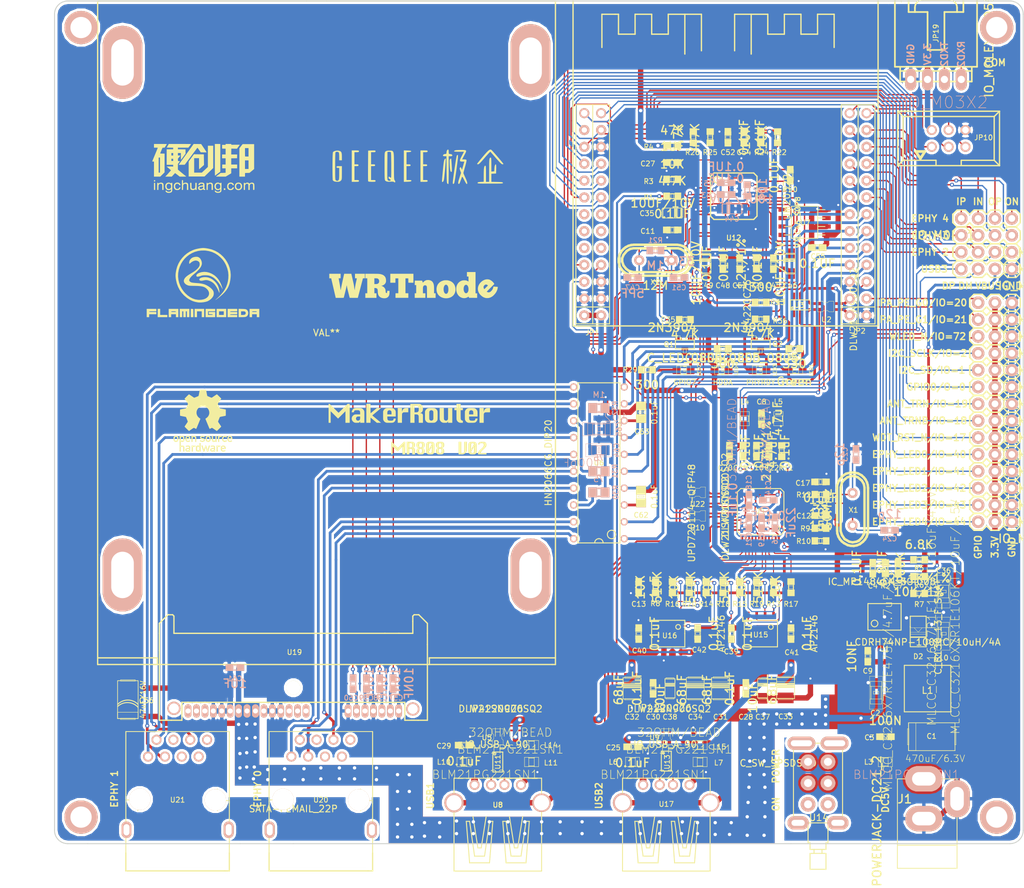
<source format=kicad_pcb>
(kicad_pcb (version 3) (host pcbnew "(2013-03-19 BZR 4004)-stable")
  (layers (15 F.Cu signal hide) (0 B.Cu signal hide) (18 B.Paste user) (19 F.Paste user) (20 B.SilkS user) (21 F.SilkS user) (22 B.Mask user) (23 F.Mask user) (28 Edge.Cuts user))
  (net 0 "")
  (net 1 +3.3V)
  (net 2 +5V)
  (net 3 /ANT_TRN)
  (net 4 /ANT_TRNB)
  (net 5 /GPIO0)
  (net 6 /I2C_SCLK)
  (net 7 /I2C_SD)
  (net 8 /LINK0)
  (net 9 /LINK1)
  (net 10 /LINK2)
  (net 11 /LINK3)
  (net 12 /LINK4)
  (net 13 /PA_PE_G0)
  (net 14 /PA_PE_G1)
  (net 15 /RXD2)
  (net 16 /RXIN2)
  (net 17 /RXIN3)
  (net 18 /RXIN4)
  (net 19 /RXIP2)
  (net 20 /RXIP3)
  (net 21 /RXIP4)
  (net 22 /SATA/AVREG)
  (net 23 /SATA/DM)
  (net 24 /SATA/DP)
  (net 25 /SATA/GPIO0)
  (net 26 /SATA/GPIO1)
  (net 27 /SATA/GPIO2)
  (net 28 /SATA/GPIO3)
  (net 29 /SATA/GPIO7)
  (net 30 /SATA/HDDA)
  (net 31 /SATA/PHYRDY)
  (net 32 /SATA/RESETn)
  (net 33 /SATA/RXN)
  (net 34 /SATA/RXP)
  (net 35 /SATA/TXN)
  (net 36 /SATA/TXP)
  (net 37 /SATA/VBUS)
  (net 38 /SATA/XTALI)
  (net 39 /SATA/XTALO)
  (net 40 /TXD2)
  (net 41 /TXON2)
  (net 42 /TXON3)
  (net 43 /TXON4)
  (net 44 /TXOP2)
  (net 45 /TXOP3)
  (net 46 /TXOP4)
  (net 47 /WDT_RST_N)
  (net 48 /WLAN/RXIN0)
  (net 49 /WLAN/RXIN1)
  (net 50 /WLAN/RXIP0)
  (net 51 /WLAN/RXIP1)
  (net 52 /WLAN/TXON0)
  (net 53 /WLAN/TXON1)
  (net 54 /WLAN/TXOP0)
  (net 55 /WLAN/TXOP1)
  (net 56 /WLED_N)
  (net 57 /uPD720114/D+)
  (net 58 /uPD720114/D-)
  (net 59 /uPD720114/VBUS1)
  (net 60 /uPD720114/VBUS2)
  (net 61 /uPD720114/VBUS3)
  (net 62 /uPD720114/VBUS4)
  (net 63 GND)
  (net 64 N-00000100)
  (net 65 N-00000101)
  (net 66 N-00000103)
  (net 67 N-00000107)
  (net 68 N-00000108)
  (net 69 N-00000109)
  (net 70 N-00000110)
  (net 71 N-00000111)
  (net 72 N-00000112)
  (net 73 N-00000113)
  (net 74 N-00000114)
  (net 75 N-00000118)
  (net 76 N-00000120)
  (net 77 N-00000121)
  (net 78 N-00000122)
  (net 79 N-00000137)
  (net 80 N-00000140)
  (net 81 N-00000142)
  (net 82 N-00000147)
  (net 83 N-00000148)
  (net 84 N-00000149)
  (net 85 N-00000153)
  (net 86 N-00000154)
  (net 87 N-00000155)
  (net 88 N-00000157)
  (net 89 N-00000158)
  (net 90 N-00000160)
  (net 91 N-00000161)
  (net 92 N-00000163)
  (net 93 N-00000164)
  (net 94 N-00000165)
  (net 95 N-00000166)
  (net 96 N-00000167)
  (net 97 N-00000168)
  (net 98 N-00000169)
  (net 99 N-00000170)
  (net 100 N-00000173)
  (net 101 N-00000174)
  (net 102 N-00000175)
  (net 103 N-00000176)
  (net 104 N-00000177)
  (net 105 N-00000178)
  (net 106 N-0000051)
  (net 107 N-0000052)
  (net 108 N-0000053)
  (net 109 N-0000054)
  (net 110 N-0000055)
  (net 111 N-0000056)
  (net 112 N-0000057)
  (net 113 N-0000058)
  (net 114 N-0000059)
  (net 115 N-0000060)
  (net 116 N-0000061)
  (net 117 N-0000063)
  (net 118 N-0000064)
  (net 119 N-0000065)
  (net 120 N-0000067)
  (net 121 N-0000068)
  (net 122 N-0000069)
  (net 123 N-0000070)
  (net 124 N-0000071)
  (net 125 N-0000072)
  (net 126 N-0000073)
  (net 127 N-0000074)
  (net 128 N-0000075)
  (net 129 N-0000076)
  (net 130 N-0000077)
  (net 131 N-0000078)
  (net 132 N-0000079)
  (net 133 N-0000080)
  (net 134 N-0000081)
  (net 135 N-0000083)
  (net 136 N-0000084)
  (net 137 N-0000085)
  (net 138 N-0000087)
  (net 139 N-0000090)
  (net 140 N-0000091)
  (net 141 N-0000092)
  (net 142 N-0000093)
  (net 143 N-0000098)
  (net 144 N-0000099)
  (module UPD720114-QFP48 (layer F.Cu) (at 170.428 148.983 90)
    (fp_text reference U4 (at 0.139 -0.121 180) (layer F.SilkS) (effects (font (size 0.762 0.762) (thickness 0.127))))
    (fp_text value UPD720114-QFP48 (at -0.2 -10.4 90) (layer F.SilkS))
    (pad 1 smd rect (at -2.75 4.5 90) (size 0.25 1.65) (layers F.Cu F.Paste F.Mask) (net 64 N-00000100))
    (pad 2 smd rect (at -2.25 4.5 90) (size 0.25 1.65) (layers F.Cu F.Paste F.Mask) (net 63 GND))
    (pad 3 smd rect (at -1.75 4.5 90) (size 0.25 1.65) (layers F.Cu F.Paste F.Mask) (net 63 GND))
    (pad 4 smd rect (at -1.25 4.5 90) (size 0.25 1.65) (layers F.Cu F.Paste F.Mask) (net 63 GND))
    (pad 5 smd rect (at -0.75 4.5 90) (size 0.25 1.65) (layers F.Cu F.Paste F.Mask) (net 63 GND))
    (pad 6 smd rect (at -0.25 4.5 90) (size 0.25 1.65) (layers F.Cu F.Paste F.Mask) (net 63 GND))
    (pad 7 smd rect (at 0.25 4.5 90) (size 0.25 1.65) (layers F.Cu F.Paste F.Mask) (net 121 N-0000068))
    (pad 8 smd rect (at 0.75 4.5 90) (size 0.25 1.65) (layers F.Cu F.Paste F.Mask) (net 121 N-0000068))
    (pad 9 smd rect (at 1.25 4.5 90) (size 0.25 1.65) (layers F.Cu F.Paste F.Mask) (net 1 +3.3V))
    (pad 10 smd rect (at 1.75 4.5 90) (size 0.25 1.65) (layers F.Cu F.Paste F.Mask) (net 139 N-0000090))
    (pad 11 smd rect (at 2.25 4.5 90) (size 0.25 1.65) (layers F.Cu F.Paste F.Mask) (net 112 N-0000057))
    (pad 12 smd rect (at 2.75 4.5 90) (size 0.25 1.65) (layers F.Cu F.Paste F.Mask) (net 64 N-00000100))
    (pad 13 smd rect (at 4.5 2.75 90) (size 1.65 0.25) (layers F.Cu F.Paste F.Mask) (net 1 +3.3V))
    (pad 14 smd rect (at 4.5 2.25 90) (size 1.65 0.25) (layers F.Cu F.Paste F.Mask) (net 63 GND))
    (pad 15 smd rect (at 4.5 1.75 90) (size 1.65 0.25) (layers F.Cu F.Paste F.Mask) (net 136 N-0000084))
    (pad 16 smd rect (at 4.5 1.25 90) (size 1.65 0.25) (layers F.Cu F.Paste F.Mask) (net 141 N-0000092))
    (pad 17 smd rect (at 4.5 0.75 90) (size 1.65 0.25) (layers F.Cu F.Paste F.Mask) (net 144 N-0000099))
    (pad 18 smd rect (at 4.5 0.25 90) (size 1.65 0.25) (layers F.Cu F.Paste F.Mask) (net 141 N-0000092))
    (pad 19 smd rect (at 4.5 -0.25 90) (size 1.65 0.25) (layers F.Cu F.Paste F.Mask) (net 144 N-0000099))
    (pad 20 smd rect (at 4.5 -0.75 90) (size 1.65 0.25) (layers F.Cu F.Paste F.Mask) (net 1 +3.3V))
    (pad 21 smd rect (at 4.5 -1.25 90) (size 1.65 0.25) (layers F.Cu F.Paste F.Mask) (net 114 N-0000059))
    (pad 22 smd rect (at 4.5 -1.75 90) (size 1.65 0.25) (layers F.Cu F.Paste F.Mask) (net 113 N-0000058))
    (pad 23 smd rect (at 4.5 -2.25 90) (size 1.65 0.25) (layers F.Cu F.Paste F.Mask) (net 63 GND))
    (pad 24 smd rect (at 4.5 -2.75 90) (size 1.65 0.25) (layers F.Cu F.Paste F.Mask) (net 64 N-00000100))
    (pad 25 smd rect (at 2.75 -4.5 90) (size 0.25 1.65) (layers F.Cu F.Paste F.Mask) (net 135 N-0000083))
    (pad 26 smd rect (at 2.25 -4.5 90) (size 0.25 1.65) (layers F.Cu F.Paste F.Mask) (net 130 N-0000077))
    (pad 27 smd rect (at 1.75 -4.5 90) (size 0.25 1.65) (layers F.Cu F.Paste F.Mask) (net 63 GND))
    (pad 28 smd rect (at 1.25 -4.5 90) (size 0.25 1.65) (layers F.Cu F.Paste F.Mask) (net 128 N-0000075))
    (pad 29 smd rect (at 0.75 -4.5 90) (size 0.25 1.65) (layers F.Cu F.Paste F.Mask) (net 129 N-0000076))
    (pad 30 smd rect (at 0.25 -4.5 90) (size 0.25 1.65) (layers F.Cu F.Paste F.Mask) (net 1 +3.3V))
    (pad 31 smd rect (at -0.25 -4.5 90) (size 0.25 1.65) (layers F.Cu F.Paste F.Mask) (net 125 N-0000072))
    (pad 32 smd rect (at -0.75 -4.5 90) (size 0.25 1.65) (layers F.Cu F.Paste F.Mask) (net 123 N-0000070))
    (pad 33 smd rect (at -1.25 -4.5 90) (size 0.25 1.65) (layers F.Cu F.Paste F.Mask) (net 64 N-00000100))
    (pad 34 smd rect (at -1.75 -4.5 90) (size 0.25 1.65) (layers F.Cu F.Paste F.Mask) (net 131 N-0000078))
    (pad 35 smd rect (at -2.25 -4.5 90) (size 0.25 1.65) (layers F.Cu F.Paste F.Mask) (net 132 N-0000079))
    (pad 36 smd rect (at -2.75 -4.5 90) (size 0.25 1.65) (layers F.Cu F.Paste F.Mask) (net 63 GND))
    (pad 37 smd rect (at -4.5 -2.75 90) (size 1.65 0.25) (layers F.Cu F.Paste F.Mask) (net 138 N-0000087))
    (pad 38 smd rect (at -4.5 -2.25 90) (size 1.65 0.25) (layers F.Cu F.Paste F.Mask) (net 109 N-0000054))
    (pad 39 smd rect (at -4.5 -1.75 90) (size 1.65 0.25) (layers F.Cu F.Paste F.Mask) (net 111 N-0000056))
    (pad 40 smd rect (at -4.5 -1.25 90) (size 1.65 0.25) (layers F.Cu F.Paste F.Mask) (net 110 N-0000055))
    (pad 41 smd rect (at -4.5 -0.75 90) (size 1.65 0.25) (layers F.Cu F.Paste F.Mask) (net 108 N-0000053))
    (pad 42 smd rect (at -4.5 -0.25 90) (size 1.65 0.25) (layers F.Cu F.Paste F.Mask) (net 63 GND))
    (pad 43 smd rect (at -4.5 0.25 90) (size 1.65 0.25) (layers F.Cu F.Paste F.Mask) (net 115 N-0000060))
    (pad 44 smd rect (at -4.5 0.75 90) (size 1.65 0.25) (layers F.Cu F.Paste F.Mask) (net 107 N-0000052))
    (pad 45 smd rect (at -4.5 1.25 90) (size 1.65 0.25) (layers F.Cu F.Paste F.Mask) (net 116 N-0000061))
    (pad 46 smd rect (at -4.5 1.75 90) (size 1.65 0.25) (layers F.Cu F.Paste F.Mask) (net 106 N-0000051))
    (pad 47 smd rect (at -4.5 2.25 90) (size 1.65 0.25) (layers F.Cu F.Paste F.Mask) (net 137 N-0000085))
    (pad 48 smd rect (at -4.5 2.75 90) (size 1.65 0.25) (layers F.Cu F.Paste F.Mask) (net 1 +3.3V))
  )
  (module SOP08 (layer F.Cu) (at 177.05 105.35 270)
    (fp_text reference U7 (at 0.06 -0.115 360) (layer F.SilkS) (effects (font (size 0.762 0.762) (thickness 0.127))))
    (fp_text value 93LC46_SOP8 (at 0 1.016 270) (layer F.SilkS) (effects (font (size 0.7493 0.7493) (thickness 0.14986))))
    (pad 1 smd rect (at -1.905 3.302 270) (size 0.635 1.27) (layers F.Cu F.Paste F.Mask) (net 28 /SATA/GPIO3))
    (pad 2 smd rect (at -0.635 3.302 270) (size 0.635 1.27) (layers F.Cu F.Paste F.Mask) (net 27 /SATA/GPIO2))
    (pad 3 smd rect (at 0.635 3.302 270) (size 0.635 1.27) (layers F.Cu F.Paste F.Mask) (net 26 /SATA/GPIO1))
    (pad 4 smd rect (at 1.905 3.302 270) (size 0.635 1.27) (layers F.Cu F.Paste F.Mask) (net 25 /SATA/GPIO0))
    (pad 5 smd rect (at 1.905 -3.302 270) (size 0.635 1.27) (layers F.Cu F.Paste F.Mask) (net 63 GND))
    (pad 6 smd rect (at 0.635 -3.302 270) (size 0.635 1.27) (layers F.Cu F.Paste F.Mask) (net 1 +3.3V))
    (pad 7 smd rect (at -0.635 -3.302 270) (size 0.635 1.27) (layers F.Cu F.Paste F.Mask))
    (pad 8 smd rect (at -1.905 -3.302 270) (size 0.635 1.27) (layers F.Cu F.Paste F.Mask) (net 1 +3.3V))
  )
  (module rcl-L7070 (layer F.Cu) (at 195.58 174.625)
    (fp_text reference L1 (at 0 1.27) (layer F.SilkS))
    (fp_text value CDRH74NP-100MC/10uH/4A (at 0 -6) (layer F.SilkS))
    (pad 1 smd rect (at -2.5 1) (size 3 7) (layers F.Cu F.Paste F.Mask) (net 104 N-00000177))
    (pad 2 smd rect (at 2.5 1) (size 3 7) (layers F.Cu F.Paste F.Mask) (net 1 +3.3V))
  )
  (module rcl-L0805 (layer F.Cu) (at 125.73 186.69)
    (fp_text reference L10 (at -3.048 0) (layer F.SilkS) (effects (font (size 0.762 0.762) (thickness 0.127))))
    (fp_text value BLM21PG221SN1 (at 3.175 1.905) (layer F.SilkS) (effects (font (size 1.27 1.27) (thickness 0.0889))))
    (pad 1 smd rect (at -0.94996 0) (size 1.29794 1.4986) (layers F.Cu F.Paste F.Mask) (net 61 /uPD720114/VBUS3))
    (pad 2 smd rect (at 0.94996 0) (size 1.29794 1.4986) (layers F.Cu F.Paste F.Mask) (net 118 N-0000064))
  )
  (module rcl-L0805 (layer F.Cu) (at 151.13 186.69)
    (fp_text reference L6 (at -2.921 0) (layer F.SilkS) (effects (font (size 0.762 0.762) (thickness 0.127))))
    (fp_text value BLM21PG221SN1 (at 3.175 1.905) (layer F.SilkS) (effects (font (size 1.27 1.27) (thickness 0.0889))))
    (pad 1 smd rect (at -0.94996 0) (size 1.29794 1.4986) (layers F.Cu F.Paste F.Mask) (net 60 /uPD720114/VBUS2))
    (pad 2 smd rect (at 0.94996 0) (size 1.29794 1.4986) (layers F.Cu F.Paste F.Mask) (net 120 N-0000067))
  )
  (module rcl-L0805 (layer F.Cu) (at 135.89 186.69 180)
    (fp_text reference L11 (at -2.921 -0.127 180) (layer F.SilkS) (effects (font (size 0.762 0.762) (thickness 0.127))))
    (fp_text value BLM21PG221SN1 (at 3.175 1.905 180) (layer F.SilkS) (effects (font (size 1.27 1.27) (thickness 0.0889))))
    (pad 1 smd rect (at -0.94996 0 180) (size 1.29794 1.4986) (layers F.Cu F.Paste F.Mask) (net 63 GND))
    (pad 2 smd rect (at 0.94996 0 180) (size 1.29794 1.4986) (layers F.Cu F.Paste F.Mask) (net 117 N-0000063))
  )
  (module rcl-L0805 (layer F.Cu) (at 161.29 186.69 180)
    (fp_text reference L7 (at -2.794 -0.127 180) (layer F.SilkS) (effects (font (size 0.762 0.762) (thickness 0.127))))
    (fp_text value BLM21PG221SN1 (at 3.175 1.905 180) (layer F.SilkS) (effects (font (size 1.27 1.27) (thickness 0.0889))))
    (pad 1 smd rect (at -0.94996 0 180) (size 1.29794 1.4986) (layers F.Cu F.Paste F.Mask) (net 63 GND))
    (pad 2 smd rect (at 0.94996 0 180) (size 1.29794 1.4986) (layers F.Cu F.Paste F.Mask) (net 119 N-0000065))
  )
  (module rcl-L0805 (layer F.Cu) (at 135.89 184.15 180)
    (fp_text reference L14 (at -2.921 0 180) (layer F.SilkS) (effects (font (size 0.762 0.762) (thickness 0.127))))
    (fp_text value 32OHM/BEAD (at 3.175 1.905 180) (layer F.SilkS) (effects (font (size 1.27 1.27) (thickness 0.0889))))
    (pad 1 smd rect (at -0.94996 0 180) (size 1.29794 1.4986) (layers F.Cu F.Paste F.Mask) (net 143 N-0000098))
    (pad 2 smd rect (at 0.94996 0 180) (size 1.29794 1.4986) (layers F.Cu F.Paste F.Mask) (net 63 GND))
  )
  (module rcl-L0805 (layer F.Cu) (at 161.29 184.15 180)
    (fp_text reference L15 (at -2.921 -0.254 180) (layer F.SilkS) (effects (font (size 0.762 0.762) (thickness 0.127))))
    (fp_text value 32OHM/BEAD (at 3.175 1.905 180) (layer F.SilkS) (effects (font (size 1.27 1.27) (thickness 0.0889))))
    (pad 1 smd rect (at -0.94996 0 180) (size 1.29794 1.4986) (layers F.Cu F.Paste F.Mask) (net 142 N-0000093))
    (pad 2 smd rect (at 0.94996 0 180) (size 1.29794 1.4986) (layers F.Cu F.Paste F.Mask) (net 63 GND))
  )
  (module rcl-L0805 (layer F.Cu) (at 189.23 186.69)
    (fp_text reference L3 hide)
    (fp_text value BLM21PG221SN1 (at 3.175 1.905) (layer B.SilkS) (effects (font (size 1.27 1.27) (thickness 0.0889))))
    (pad 1 smd rect (at -0.94996 0) (size 1.29794 1.4986) (layers F.Cu F.Paste F.Mask) (net 101 N-00000174))
    (pad 2 smd rect (at 0.94996 0) (size 1.29794 1.4986) (layers F.Cu F.Paste F.Mask) (net 2 +5V))
  )
  (module rcl-L0805 (layer F.Cu) (at 168.015 134.95 270)
    (fp_text reference L4 hide)
    (fp_text value 32OHM/BEAD (at 3.175 1.905 270) (layer B.SilkS) (effects (font (size 1.27 1.27) (thickness 0.0889))))
    (pad 1 smd rect (at -0.94996 0 270) (size 1.29794 1.4986) (layers F.Cu F.Paste F.Mask) (net 64 N-00000100))
    (pad 2 smd rect (at 0.94996 0 270) (size 1.29794 1.4986) (layers F.Cu F.Paste F.Mask) (net 144 N-0000099))
  )
  (module rcl-L0805 (layer F.Cu) (at 173.095 134.95 270)
    (fp_text reference L5 hide)
    (fp_text value 32OHM/BEAD (at 3.175 1.905 270) (layer B.SilkS) (effects (font (size 1.27 1.27) (thickness 0.0889))))
    (pad 1 smd rect (at -0.94996 0 270) (size 1.29794 1.4986) (layers F.Cu F.Paste F.Mask) (net 63 GND))
    (pad 2 smd rect (at 0.94996 0 270) (size 1.29794 1.4986) (layers F.Cu F.Paste F.Mask) (net 141 N-0000092))
  )
  (module rcl-C1206 (layer F.Cu) (at 197.9825 167.3575 90)
    (fp_text reference C10 (at -3.64 -0.36 180) (layer F.SilkS) (effects (font (size 0.762 0.762) (thickness 0.127))))
    (fp_text value MLCC_C3216X7R1E106KT/10uF/4.5V (at 2.54 1.778 90) (layer F.SilkS) (effects (font (size 1.27 1.27) (thickness 0.0889))))
    (pad 1 smd rect (at -1.39954 0 90) (size 1.59766 1.79832) (layers F.Cu F.Paste F.Mask) (net 1 +3.3V))
    (pad 2 smd rect (at 1.39954 0 90) (size 1.59766 1.79832) (layers F.Cu F.Paste F.Mask) (net 63 GND))
  )
  (module rcl-C1206 (layer F.Cu) (at 197.9825 161.0075 270)
    (fp_text reference C36 (at -3.1465 -0.0105 360) (layer F.SilkS) (effects (font (size 0.762 0.762) (thickness 0.127))))
    (fp_text value MLCC_C3216X7R1E106KT/10uF/4.5V (at 2.54 1.778 270) (layer F.SilkS) (effects (font (size 1.27 1.27) (thickness 0.0889))))
    (pad 1 smd rect (at -1.39954 0 270) (size 1.59766 1.79832) (layers F.Cu F.Paste F.Mask) (net 1 +3.3V))
    (pad 2 smd rect (at 1.39954 0 270) (size 1.59766 1.79832) (layers F.Cu F.Paste F.Mask) (net 63 GND))
  )
  (module rcl-C1206 (layer F.Cu) (at 187.8225 176.2475 90)
    (fp_text reference C2 (at -3.0765 -0.1165 180) (layer F.SilkS) (effects (font (size 0.762 0.762) (thickness 0.127))))
    (fp_text value MLCC_C3216X7R1E475K/4.7uF/25V (at 2.54 1.778 90) (layer F.SilkS) (effects (font (size 1.27 1.27) (thickness 0.0889))))
    (pad 1 smd rect (at -1.39954 0 90) (size 1.59766 1.79832) (layers F.Cu F.Paste F.Mask) (net 2 +5V))
    (pad 2 smd rect (at 1.39954 0 90) (size 1.59766 1.79832) (layers F.Cu F.Paste F.Mask) (net 63 GND))
  )
  (module rcl-C1206 (layer B.Cu) (at 146.05 136.525)
    (fp_text reference C65 (at 3.048 0 90) (layer B.SilkS) (effects (font (size 0.762 0.762) (thickness 0.127)) (justify mirror)))
    (fp_text value 102 (at 2.54 -1.778) (layer B.SilkS) (effects (font (size 1.27 1.27) (thickness 0.0889)) (justify mirror)))
    (pad 1 smd rect (at -1.39954 0) (size 1.59766 1.79832) (layers B.Cu B.Paste B.Mask) (net 73 N-00000113))
    (pad 2 smd rect (at 1.39954 0) (size 1.59766 1.79832) (layers B.Cu B.Paste B.Mask) (net 63 GND))
  )
  (module rcl-C0805 (layer B.Cu) (at 146.05 139.7 180)
    (fp_text reference C64 (at -2.667 0 270) (layer B.SilkS) (effects (font (size 0.762 0.762) (thickness 0.127)) (justify mirror)))
    (fp_text value 100pF (at 2.54 -1.905 180) (layer B.SilkS) (effects (font (size 1.27 1.27) (thickness 0.0889)) (justify mirror)))
    (pad 1 smd rect (at -0.94996 0 180) (size 1.29794 1.4986) (layers B.Cu B.Paste B.Mask) (net 74 N-00000114))
    (pad 2 smd rect (at 0.94996 0 180) (size 1.29794 1.4986) (layers B.Cu B.Paste B.Mask) (net 73 N-00000113))
  )
  (module POWERJACK-DC-2,1MM (layer F.Cu) (at 194.945 195.58 180)
    (fp_text reference J1 (at 2.794 3.302 180) (layer F.SilkS) (effects (font (size 1.27 1.27) (thickness 0.2032))))
    (fp_text value POWERJACK-DC21_2 (at 6.985 0 270) (layer F.SilkS) (effects (font (size 1.27 1.27) (thickness 0.2032))))
    (pad 1 thru_hole oval (at -5.08 3.3528 180) (size 3.81 5.588) (drill oval 2.032 3.556) (layers *.Cu *.Paste *.SilkS *.Mask) (net 63 GND))
    (pad 2 thru_hole oval (at -0.0762 6.35 180) (size 5.588 3.81) (drill oval 3.556 2.032) (layers *.Cu *.Paste *.SilkS *.Mask) (net 100 N-00000173))
    (pad 3 thru_hole oval (at -0.0762 0.3556 180) (size 5.588 3.81) (drill oval 3.556 2.032) (layers *.Cu *.Paste *.SilkS *.Mask) (net 63 GND))
  )
  (module LQFP48 (layer F.Cu) (at 166.376 101.42 270)
    (fp_text reference U12 (at 6.276 0.006 360) (layer F.SilkS) (effects (font (size 0.762 0.762))))
    (fp_text value JM20329 (at 0 -8 270) (layer F.SilkS))
    (pad 1 smd rect (at -2.75 4.25 270) (size 0.25 1.3) (layers F.Cu F.Paste F.Mask))
    (pad 2 smd rect (at -2.25 4.25 270) (size 0.25 1.3) (layers F.Cu F.Paste F.Mask))
    (pad 3 smd rect (at -1.75 4.25 270) (size 0.25 1.3) (layers F.Cu F.Paste F.Mask) (net 63 GND))
    (pad 4 smd rect (at -1.25 4.25 270) (size 0.25 1.3) (layers F.Cu F.Paste F.Mask) (net 63 GND))
    (pad 5 smd rect (at -0.75 4.25 270) (size 0.25 1.3) (layers F.Cu F.Paste F.Mask) (net 1 +3.3V))
    (pad 6 smd rect (at -0.25 4.25 270) (size 0.25 1.3) (layers F.Cu F.Paste F.Mask) (net 29 /SATA/GPIO7))
    (pad 7 smd rect (at 0.25 4.25 270) (size 0.25 1.3) (layers F.Cu F.Paste F.Mask) (net 32 /SATA/RESETn))
    (pad 8 smd rect (at 0.75 4.25 270) (size 0.25 1.3) (layers F.Cu F.Paste F.Mask) (net 37 /SATA/VBUS))
    (pad 9 smd rect (at 1.25 4.25 270) (size 0.25 1.3) (layers F.Cu F.Paste F.Mask) (net 22 /SATA/AVREG))
    (pad 10 smd rect (at 1.75 4.25 270) (size 0.25 1.3) (layers F.Cu F.Paste F.Mask) (net 1 +3.3V))
    (pad 11 smd rect (at 2.25 4.25 270) (size 0.25 1.3) (layers F.Cu F.Paste F.Mask) (net 63 GND))
    (pad 12 smd rect (at 2.75 4.25 270) (size 0.25 1.3) (layers F.Cu F.Paste F.Mask) (net 38 /SATA/XTALI))
    (pad 13 smd rect (at 4.25 2.75 270) (size 1.3 0.25) (layers F.Cu F.Paste F.Mask) (net 39 /SATA/XTALO))
    (pad 14 smd rect (at 4.25 2.25 270) (size 1.3 0.25) (layers F.Cu F.Paste F.Mask) (net 23 /SATA/DM))
    (pad 15 smd rect (at 4.25 1.75 270) (size 1.3 0.25) (layers F.Cu F.Paste F.Mask) (net 24 /SATA/DP))
    (pad 16 smd rect (at 4.25 1.25 270) (size 1.3 0.25) (layers F.Cu F.Paste F.Mask) (net 1 +3.3V))
    (pad 17 smd rect (at 4.25 0.75 270) (size 1.3 0.25) (layers F.Cu F.Paste F.Mask) (net 63 GND))
    (pad 18 smd rect (at 4.25 0.25 270) (size 1.3 0.25) (layers F.Cu F.Paste F.Mask) (net 1 +3.3V))
    (pad 19 smd rect (at 4.25 -0.25 270) (size 1.3 0.25) (layers F.Cu F.Paste F.Mask) (net 63 GND))
    (pad 20 smd rect (at 4.25 -0.75 270) (size 1.3 0.25) (layers F.Cu F.Paste F.Mask) (net 79 N-00000137))
    (pad 21 smd rect (at 4.25 -1.25 270) (size 1.3 0.25) (layers F.Cu F.Paste F.Mask) (net 34 /SATA/RXP))
    (pad 22 smd rect (at 4.25 -1.75 270) (size 1.3 0.25) (layers F.Cu F.Paste F.Mask) (net 33 /SATA/RXN))
    (pad 23 smd rect (at 4.25 -2.25 270) (size 1.3 0.25) (layers F.Cu F.Paste F.Mask) (net 22 /SATA/AVREG))
    (pad 24 smd rect (at 4.25 -2.75 270) (size 1.3 0.25) (layers F.Cu F.Paste F.Mask) (net 63 GND))
    (pad 25 smd rect (at 2.75 -4.25 270) (size 0.25 1.3) (layers F.Cu F.Paste F.Mask) (net 35 /SATA/TXN))
    (pad 26 smd rect (at 2.25 -4.25 270) (size 0.25 1.3) (layers F.Cu F.Paste F.Mask) (net 36 /SATA/TXP))
    (pad 27 smd rect (at 1.75 -4.25 270) (size 0.25 1.3) (layers F.Cu F.Paste F.Mask) (net 28 /SATA/GPIO3))
    (pad 28 smd rect (at 1.25 -4.25 270) (size 0.25 1.3) (layers F.Cu F.Paste F.Mask) (net 27 /SATA/GPIO2))
    (pad 29 smd rect (at 0.75 -4.25 270) (size 0.25 1.3) (layers F.Cu F.Paste F.Mask) (net 26 /SATA/GPIO1))
    (pad 30 smd rect (at 0.25 -4.25 270) (size 0.25 1.3) (layers F.Cu F.Paste F.Mask) (net 25 /SATA/GPIO0))
    (pad 31 smd rect (at -0.25 -4.25 270) (size 0.25 1.3) (layers F.Cu F.Paste F.Mask) (net 1 +3.3V))
    (pad 32 smd rect (at -0.75 -4.25 270) (size 0.25 1.3) (layers F.Cu F.Paste F.Mask) (net 31 /SATA/PHYRDY))
    (pad 33 smd rect (at -1.25 -4.25 270) (size 0.25 1.3) (layers F.Cu F.Paste F.Mask) (net 30 /SATA/HDDA))
    (pad 34 smd rect (at -1.75 -4.25 270) (size 0.25 1.3) (layers F.Cu F.Paste F.Mask) (net 84 N-00000149))
    (pad 35 smd rect (at -2.25 -4.25 270) (size 0.25 1.3) (layers F.Cu F.Paste F.Mask) (net 63 GND))
    (pad 36 smd rect (at -2.75 -4.25 270) (size 0.25 1.3) (layers F.Cu F.Paste F.Mask) (net 22 /SATA/AVREG))
    (pad 37 smd rect (at -4.25 -2.75 270) (size 1.3 0.25) (layers F.Cu F.Paste F.Mask) (net 82 N-00000147))
    (pad 38 smd rect (at -4.25 -2.25 270) (size 1.3 0.25) (layers F.Cu F.Paste F.Mask) (net 83 N-00000148))
    (pad 39 smd rect (at -4.25 -1.75 270) (size 1.3 0.25) (layers F.Cu F.Paste F.Mask))
    (pad 40 smd rect (at -4.25 -1.25 270) (size 1.3 0.25) (layers F.Cu F.Paste F.Mask))
    (pad 41 smd rect (at -4.25 -0.75 270) (size 1.3 0.25) (layers F.Cu F.Paste F.Mask) (net 63 GND))
    (pad 42 smd rect (at -4.25 -0.25 270) (size 1.3 0.25) (layers F.Cu F.Paste F.Mask) (net 1 +3.3V))
    (pad 43 smd rect (at -4.25 0.25 270) (size 1.3 0.25) (layers F.Cu F.Paste F.Mask) (net 63 GND))
    (pad 44 smd rect (at -4.25 0.75 270) (size 1.3 0.25) (layers F.Cu F.Paste F.Mask) (net 22 /SATA/AVREG))
    (pad 45 smd rect (at -4.25 1.25 270) (size 1.3 0.25) (layers F.Cu F.Paste F.Mask) (net 63 GND))
    (pad 46 smd rect (at -4.25 1.75 270) (size 1.3 0.25) (layers F.Cu F.Paste F.Mask) (net 80 N-00000140))
    (pad 47 smd rect (at -4.25 2.25 270) (size 1.3 0.25) (layers F.Cu F.Paste F.Mask) (net 81 N-00000142))
    (pad 48 smd rect (at -4.25 2.75 270) (size 1.3 0.25) (layers F.Cu F.Paste F.Mask))
  )
  (module IP4220CZ6_SOT23_6 (layer F.Cu) (at 176.415 118.05 90)
    (fp_text reference U3 (at 0.2125 -0.1665 180) (layer F.SilkS) (effects (font (size 0.762 0.762) (thickness 0.127))))
    (fp_text value IP4220CZ6 (at 0 -8 90) (layer F.SilkS))
    (pad 2 smd rect (at -1.1 0 90) (size 1 0.4) (layers F.Cu F.Paste F.Mask) (net 63 GND))
    (pad 3 smd rect (at -1.1 1 90) (size 1 0.4) (layers F.Cu F.Paste F.Mask) (net 114 N-0000059))
    (pad 4 smd rect (at 1.6 1 90) (size 1 0.4) (layers F.Cu F.Paste F.Mask) (net 113 N-0000058))
    (pad 5 smd rect (at 1.6 0 90) (size 1 0.4) (layers F.Cu F.Paste F.Mask) (net 2 +5V))
    (pad 6 smd rect (at 1.6 -1 90) (size 1 0.4) (layers F.Cu F.Paste F.Mask))
    (pad 1 smd rect (at -1.1 -1 90) (size 1 0.4) (layers F.Cu F.Paste F.Mask))
  )
  (module IP4220CZ6_SOT23_6 (layer F.Cu) (at 155.956 186.563)
    (fp_text reference U13 (at 0.381 0.127 90) (layer F.SilkS) (effects (font (size 0.762 0.762) (thickness 0.127))))
    (fp_text value IP4220CZ6 (at 0 -8) (layer F.SilkS))
    (pad 2 smd rect (at -1.1 0) (size 1 0.4) (layers F.Cu F.Paste F.Mask) (net 63 GND))
    (pad 3 smd rect (at -1.1 1) (size 1 0.4) (layers F.Cu F.Paste F.Mask) (net 126 N-0000073))
    (pad 4 smd rect (at 1.6 1) (size 1 0.4) (layers F.Cu F.Paste F.Mask) (net 127 N-0000074))
    (pad 5 smd rect (at 1.6 0) (size 1 0.4) (layers F.Cu F.Paste F.Mask) (net 60 /uPD720114/VBUS2))
    (pad 6 smd rect (at 1.6 -1) (size 1 0.4) (layers F.Cu F.Paste F.Mask))
    (pad 1 smd rect (at -1.1 -1) (size 1 0.4) (layers F.Cu F.Paste F.Mask))
  )
  (module IP4220CZ6_SOT23_6 (layer F.Cu) (at 130.556 186.69)
    (fp_text reference U11 (at 0.254 0 90) (layer F.SilkS) (effects (font (size 0.762 0.762) (thickness 0.127))))
    (fp_text value IP4220CZ6 (at 0 -8) (layer F.SilkS))
    (pad 2 smd rect (at -1.1 0) (size 1 0.4) (layers F.Cu F.Paste F.Mask) (net 63 GND))
    (pad 3 smd rect (at -1.1 1) (size 1 0.4) (layers F.Cu F.Paste F.Mask) (net 124 N-0000071))
    (pad 4 smd rect (at 1.6 1) (size 1 0.4) (layers F.Cu F.Paste F.Mask) (net 122 N-0000069))
    (pad 5 smd rect (at 1.6 0) (size 1 0.4) (layers F.Cu F.Paste F.Mask) (net 61 /uPD720114/VBUS3))
    (pad 6 smd rect (at 1.6 -1) (size 1 0.4) (layers F.Cu F.Paste F.Mask))
    (pad 1 smd rect (at -1.1 -1) (size 1 0.4) (layers F.Cu F.Paste F.Mask))
  )
  (module IO_HOLE-3.2-big (layer F.Cu) (at 206 195)
    (fp_text reference P7 hide)
    (fp_text value IO_HOLE-3.2-BIG hide)
    (pad 1 thru_hole circle (at 0 0) (size 5 5) (drill 3.2) (layers *.Cu *.Paste *.SilkS *.Mask))
  )
  (module IO_HOLE-3.2-big (layer F.Cu) (at 68 195)
    (fp_text reference P6 hide)
    (fp_text value IO_HOLE-3.2-BIG hide)
    (pad 1 thru_hole circle (at 0 0) (size 5 5) (drill 3.2) (layers *.Cu *.Paste *.SilkS *.Mask))
  )
  (module IO_HOLE-3.2-big (layer F.Cu) (at 206 76)
    (fp_text reference P2 hide)
    (fp_text value IO_HOLE-3.2-BIG hide)
    (pad 1 thru_hole circle (at 0 0) (size 5 5) (drill 3.2) (layers *.Cu *.Paste *.SilkS *.Mask))
  )
  (module IO_FM13X2 (layer F.Cu) (at 146.385 119.385 270)
    (fp_text reference JP1 (at 2.602 1.315 360) (layer F.SilkS) (effects (font (size 0.762 0.762) (thickness 0.127))))
    (fp_text value IO_FM13X2 hide)
    (pad 1 thru_hole circle (at 0 0 90) (size 1.524 1.524) (drill 0.812799) (layers *.Cu *.Paste *.SilkS *.Mask) (net 1 +3.3V))
    (pad 2 thru_hole circle (at 0 2.54 90) (size 1.524 1.524) (drill 0.812799) (layers *.Cu *.Paste *.SilkS *.Mask) (net 1 +3.3V))
    (pad 3 thru_hole circle (at -2.54 0 90) (size 1.524 1.524) (drill 0.812799) (layers *.Cu *.Paste *.SilkS *.Mask) (net 63 GND))
    (pad 4 thru_hole circle (at -2.54 2.54 90) (size 1.524 1.524) (drill 0.812799) (layers *.Cu *.Paste *.SilkS *.Mask) (net 63 GND))
    (pad 5 thru_hole circle (at -5.08 0 90) (size 1.524 1.524) (drill 0.812799) (layers *.Cu *.Paste *.SilkS *.Mask) (net 63 GND))
    (pad 6 thru_hole circle (at -5.08 2.54 90) (size 1.524 1.524) (drill 0.812799) (layers *.Cu *.Paste *.SilkS *.Mask) (net 56 /WLED_N))
    (pad 7 thru_hole circle (at -7.62 0 90) (size 1.524 1.524) (drill 0.812799) (layers *.Cu *.Paste *.SilkS *.Mask) (net 15 /RXD2))
    (pad 8 thru_hole circle (at -7.62 2.54 90) (size 1.524 1.524) (drill 0.812799) (layers *.Cu *.Paste *.SilkS *.Mask) (net 40 /TXD2))
    (pad 9 thru_hole circle (at -10.16 0 90) (size 1.524 1.524) (drill 0.812799) (layers *.Cu *.Paste *.SilkS *.Mask))
    (pad 10 thru_hole circle (at -10.16 2.54 90) (size 1.524 1.524) (drill 0.812799) (layers *.Cu *.Paste *.SilkS *.Mask))
    (pad 11 thru_hole circle (at -12.7 0 90) (size 1.524 1.524) (drill 0.812799) (layers *.Cu *.Paste *.SilkS *.Mask))
    (pad 12 thru_hole circle (at -12.7 2.54 90) (size 1.524 1.524) (drill 0.812799) (layers *.Cu *.Paste *.SilkS *.Mask))
    (pad 13 thru_hole circle (at -15.24 0 90) (size 1.524 1.524) (drill 0.812799) (layers *.Cu *.Paste *.SilkS *.Mask))
    (pad 14 thru_hole circle (at -15.24 2.54 90) (size 1.524 1.524) (drill 0.812799) (layers *.Cu *.Paste *.SilkS *.Mask))
    (pad 15 thru_hole circle (at -17.78 0 90) (size 1.524 1.524) (drill 0.812799) (layers *.Cu *.Paste *.SilkS *.Mask) (net 6 /I2C_SCLK))
    (pad 16 thru_hole circle (at -17.78 2.54 90) (size 1.524 1.524) (drill 0.812799) (layers *.Cu *.Paste *.SilkS *.Mask) (net 7 /I2C_SD))
    (pad 17 thru_hole circle (at -20.32 0 90) (size 1.524 1.524) (drill 0.812799) (layers *.Cu *.Paste *.SilkS *.Mask) (net 5 /GPIO0))
    (pad 18 thru_hole circle (at -20.32 2.54 90) (size 1.524 1.524) (drill 0.812799) (layers *.Cu *.Paste *.SilkS *.Mask) (net 3 /ANT_TRN))
    (pad 19 thru_hole circle (at -22.86 0 270) (size 1.524 1.524) (drill 0.812799) (layers *.Cu *.Paste *.SilkS *.Mask) (net 4 /ANT_TRNB))
    (pad 20 thru_hole circle (at -22.86 2.54 270) (size 1.524 1.524) (drill 0.812799) (layers *.Cu *.Paste *.SilkS *.Mask) (net 47 /WDT_RST_N))
    (pad 21 thru_hole circle (at -25.4 0 270) (size 1.524 1.524) (drill 0.812799) (layers *.Cu *.Paste *.SilkS *.Mask) (net 63 GND))
    (pad 22 thru_hole circle (at -25.4 2.54 270) (size 1.524 1.524) (drill 0.812799) (layers *.Cu *.Paste *.SilkS *.Mask) (net 8 /LINK0))
    (pad 23 thru_hole circle (at -27.94 0 270) (size 1.524 1.524) (drill 0.812799) (layers *.Cu *.Paste *.SilkS *.Mask) (net 9 /LINK1))
    (pad 24 thru_hole circle (at -27.94 2.54 270) (size 1.524 1.524) (drill 0.812799) (layers *.Cu *.Paste *.SilkS *.Mask) (net 10 /LINK2))
    (pad 25 thru_hole circle (at -30.48 0 270) (size 1.50622 1.50622) (drill 0.998218) (layers *.Cu *.Paste *.SilkS *.Mask) (net 11 /LINK3))
    (pad 26 thru_hole circle (at -30.48 2.54 270) (size 1.50622 1.50622) (drill 0.998218) (layers *.Cu *.Paste *.SilkS *.Mask) (net 12 /LINK4))
  )
  (module IO_FM13X2 (layer F.Cu) (at 186.385 119.385 270)
    (fp_text reference JP2 (at 2.348 1.183 360) (layer F.SilkS) (effects (font (size 0.762 0.762) (thickness 0.127))))
    (fp_text value IO_FM13X2 hide)
    (pad 1 thru_hole circle (at 0 0 90) (size 1.524 1.524) (drill 0.812799) (layers *.Cu *.Paste *.SilkS *.Mask) (net 63 GND))
    (pad 2 thru_hole circle (at 0 2.54 90) (size 1.524 1.524) (drill 0.812799) (layers *.Cu *.Paste *.SilkS *.Mask) (net 58 /uPD720114/D-))
    (pad 3 thru_hole circle (at -2.54 0 90) (size 1.524 1.524) (drill 0.812799) (layers *.Cu *.Paste *.SilkS *.Mask) (net 13 /PA_PE_G0))
    (pad 4 thru_hole circle (at -2.54 2.54 90) (size 1.524 1.524) (drill 0.812799) (layers *.Cu *.Paste *.SilkS *.Mask) (net 57 /uPD720114/D+))
    (pad 5 thru_hole circle (at -5.08 0 90) (size 1.524 1.524) (drill 0.812799) (layers *.Cu *.Paste *.SilkS *.Mask) (net 14 /PA_PE_G1))
    (pad 6 thru_hole circle (at -5.08 2.54 90) (size 1.524 1.524) (drill 0.812799) (layers *.Cu *.Paste *.SilkS *.Mask) (net 63 GND))
    (pad 7 thru_hole circle (at -7.62 0 90) (size 1.524 1.524) (drill 0.812799) (layers *.Cu *.Paste *.SilkS *.Mask) (net 48 /WLAN/RXIN0))
    (pad 8 thru_hole circle (at -7.62 2.54 90) (size 1.524 1.524) (drill 0.812799) (layers *.Cu *.Paste *.SilkS *.Mask) (net 50 /WLAN/RXIP0))
    (pad 9 thru_hole circle (at -10.16 0 90) (size 1.524 1.524) (drill 0.812799) (layers *.Cu *.Paste *.SilkS *.Mask) (net 52 /WLAN/TXON0))
    (pad 10 thru_hole circle (at -10.16 2.54 90) (size 1.524 1.524) (drill 0.812799) (layers *.Cu *.Paste *.SilkS *.Mask) (net 54 /WLAN/TXOP0))
    (pad 11 thru_hole circle (at -12.7 0 90) (size 1.524 1.524) (drill 0.812799) (layers *.Cu *.Paste *.SilkS *.Mask) (net 49 /WLAN/RXIN1))
    (pad 12 thru_hole circle (at -12.7 2.54 90) (size 1.524 1.524) (drill 0.812799) (layers *.Cu *.Paste *.SilkS *.Mask) (net 51 /WLAN/RXIP1))
    (pad 13 thru_hole circle (at -15.24 0 90) (size 1.524 1.524) (drill 0.812799) (layers *.Cu *.Paste *.SilkS *.Mask) (net 53 /WLAN/TXON1))
    (pad 14 thru_hole circle (at -15.24 2.54 90) (size 1.524 1.524) (drill 0.812799) (layers *.Cu *.Paste *.SilkS *.Mask) (net 55 /WLAN/TXOP1))
    (pad 15 thru_hole circle (at -17.78 0 90) (size 1.524 1.524) (drill 0.812799) (layers *.Cu *.Paste *.SilkS *.Mask) (net 16 /RXIN2))
    (pad 16 thru_hole circle (at -17.78 2.54 90) (size 1.524 1.524) (drill 0.812799) (layers *.Cu *.Paste *.SilkS *.Mask) (net 19 /RXIP2))
    (pad 17 thru_hole circle (at -20.32 0 90) (size 1.524 1.524) (drill 0.812799) (layers *.Cu *.Paste *.SilkS *.Mask) (net 41 /TXON2))
    (pad 18 thru_hole circle (at -20.32 2.54 90) (size 1.524 1.524) (drill 0.812799) (layers *.Cu *.Paste *.SilkS *.Mask) (net 44 /TXOP2))
    (pad 19 thru_hole circle (at -22.86 0 270) (size 1.524 1.524) (drill 0.812799) (layers *.Cu *.Paste *.SilkS *.Mask) (net 17 /RXIN3))
    (pad 20 thru_hole circle (at -22.86 2.54 270) (size 1.524 1.524) (drill 0.812799) (layers *.Cu *.Paste *.SilkS *.Mask) (net 20 /RXIP3))
    (pad 21 thru_hole circle (at -25.4 0 270) (size 1.524 1.524) (drill 0.812799) (layers *.Cu *.Paste *.SilkS *.Mask) (net 42 /TXON3))
    (pad 22 thru_hole circle (at -25.4 2.54 270) (size 1.524 1.524) (drill 0.812799) (layers *.Cu *.Paste *.SilkS *.Mask) (net 45 /TXOP3))
    (pad 23 thru_hole circle (at -27.94 0 270) (size 1.524 1.524) (drill 0.812799) (layers *.Cu *.Paste *.SilkS *.Mask) (net 18 /RXIN4))
    (pad 24 thru_hole circle (at -27.94 2.54 270) (size 1.524 1.524) (drill 0.812799) (layers *.Cu *.Paste *.SilkS *.Mask) (net 21 /RXIP4))
    (pad 25 thru_hole circle (at -30.48 0 270) (size 1.50622 1.50622) (drill 0.998218) (layers *.Cu *.Paste *.SilkS *.Mask) (net 46 /TXOP4))
    (pad 26 thru_hole circle (at -30.48 2.54 270) (size 1.50622 1.50622) (drill 0.998218) (layers *.Cu *.Paste *.SilkS *.Mask) (net 43 /TXON4))
  )
  (module IC_MP1484EN_SOIC08 (layer F.Cu) (at 189.0925 164.8175)
    (fp_text reference U1 (at 0 4.826) (layer F.SilkS) (effects (font (size 0.762 0.762) (thickness 0.127))))
    (fp_text value IC_MP1484EN_SOIC08 (at -0.4 -5.3) (layer F.SilkS))
    (pad 1 smd rect (at -1.905 2.921) (size 0.6 1.6) (layers F.Cu F.Paste F.Mask) (net 96 N-00000167))
    (pad 2 smd rect (at -0.635 2.921) (size 0.6 1.6) (layers F.Cu F.Paste F.Mask) (net 2 +5V))
    (pad 3 smd rect (at 0.635 2.921) (size 0.6 1.6) (layers F.Cu F.Paste F.Mask) (net 104 N-00000177))
    (pad 4 smd rect (at 1.905 2.921) (size 0.6 1.6) (layers F.Cu F.Paste F.Mask) (net 63 GND))
    (pad 5 smd rect (at 1.905 -2.921) (size 0.6 1.6) (layers F.Cu F.Paste F.Mask) (net 105 N-00000178))
    (pad 6 smd rect (at 0.635 -2.921) (size 0.6 1.6) (layers F.Cu F.Paste F.Mask) (net 102 N-00000175))
    (pad 7 smd rect (at -0.635 -2.921) (size 0.6 1.6) (layers F.Cu F.Paste F.Mask) (net 97 N-00000168))
    (pad 8 smd rect (at -1.905 -2.921) (size 0.6 1.6) (layers F.Cu F.Paste F.Mask) (net 98 N-00000169))
    (pad 9 smd rect (at 0 0) (size 3.3 2.3) (layers F.Cu F.Paste F.Mask) (net 63 GND))
  )
  (module HN2066CG_DIP20 (layer F.Cu) (at 146.05 141.605 90)
    (fp_text reference U6 (at 0 0 180) (layer F.SilkS) (effects (font (size 0.762 0.762) (thickness 0.127))))
    (fp_text value HN2066CG_DIP20 (at 0 -7.62 90) (layer F.SilkS))
    (pad 1 thru_hole circle (at -11.43 3.81 180) (size 1.1 1.1) (drill 0.699999) (layers *.Cu *.Paste *.SilkS *.Mask) (net 48 /WLAN/RXIN0))
    (pad 2 thru_hole circle (at -8.89 3.81 180) (size 1.1 1.1) (drill 0.699999) (layers *.Cu *.Paste *.SilkS *.Mask) (net 50 /WLAN/RXIP0))
    (pad 3 thru_hole circle (at -6.35 3.81 180) (size 1.1 1.1) (drill 0.699999) (layers *.Cu *.Paste *.SilkS *.Mask) (net 66 N-00000103))
    (pad 4 thru_hole circle (at -3.81 3.81 180) (size 1.1 1.1) (drill 0.699999) (layers *.Cu *.Paste *.SilkS *.Mask) (net 52 /WLAN/TXON0))
    (pad 5 thru_hole circle (at -1.27 3.81 180) (size 1.1 1.1) (drill 0.699999) (layers *.Cu *.Paste *.SilkS *.Mask) (net 54 /WLAN/TXOP0))
    (pad 6 thru_hole circle (at 1.27 3.81 180) (size 1.1 1.1) (drill 0.699999) (layers *.Cu *.Paste *.SilkS *.Mask) (net 49 /WLAN/RXIN1))
    (pad 7 thru_hole circle (at 3.81 3.81 180) (size 1.1 1.1) (drill 0.699999) (layers *.Cu *.Paste *.SilkS *.Mask) (net 51 /WLAN/RXIP1))
    (pad 8 thru_hole circle (at 6.35 3.81 180) (size 1.1 1.1) (drill 0.699999) (layers *.Cu *.Paste *.SilkS *.Mask) (net 65 N-00000101))
    (pad 9 thru_hole circle (at 8.89 3.81 180) (size 1.1 1.1) (drill 0.699999) (layers *.Cu *.Paste *.SilkS *.Mask) (net 53 /WLAN/TXON1))
    (pad 10 thru_hole circle (at 11.43 3.81 180) (size 1.1 1.1) (drill 0.699999) (layers *.Cu *.Paste *.SilkS *.Mask) (net 55 /WLAN/TXOP1))
    (pad 11 thru_hole circle (at 11.43 -3.81 180) (size 1.1 1.1) (drill 0.699999) (layers *.Cu *.Paste *.SilkS *.Mask) (net 76 N-00000120))
    (pad 12 thru_hole circle (at 8.89 -3.81 180) (size 1.1 1.1) (drill 0.699999) (layers *.Cu *.Paste *.SilkS *.Mask) (net 75 N-00000118))
    (pad 13 thru_hole circle (at 6.35 -3.81 180) (size 1.1 1.1) (drill 0.699999) (layers *.Cu *.Paste *.SilkS *.Mask) (net 72 N-00000112))
    (pad 14 thru_hole circle (at 3.81 -3.81 180) (size 1.1 1.1) (drill 0.699999) (layers *.Cu *.Paste *.SilkS *.Mask) (net 77 N-00000121))
    (pad 15 thru_hole circle (at 1.27 -3.81 180) (size 1.1 1.1) (drill 0.699999) (layers *.Cu *.Paste *.SilkS *.Mask) (net 78 N-00000122))
    (pad 16 thru_hole circle (at -1.27 -3.81 180) (size 1.1 1.1) (drill 0.699999) (layers *.Cu *.Paste *.SilkS *.Mask) (net 67 N-00000107))
    (pad 17 thru_hole circle (at -3.81 -3.81 180) (size 1.1 1.1) (drill 0.699999) (layers *.Cu *.Paste *.SilkS *.Mask) (net 71 N-00000111))
    (pad 18 thru_hole circle (at -6.35 -3.81 180) (size 1.1 1.1) (drill 0.699999) (layers *.Cu *.Paste *.SilkS *.Mask) (net 70 N-00000110))
    (pad 19 thru_hole circle (at -8.89 -3.81 180) (size 1.1 1.1) (drill 0.699999) (layers *.Cu *.Paste *.SilkS *.Mask) (net 69 N-00000109))
    (pad 20 thru_hole circle (at -11.43 -3.81 180) (size 1.1 1.1) (drill 0.699999) (layers *.Cu *.Paste *.SilkS *.Mask) (net 68 N-00000108))
  )
  (module DLW21SN900SQ2 (layer F.Cu) (at 180.225 118.05 270)
    (fp_text reference U2 (at 1.965 -0.115 360) (layer F.SilkS) (effects (font (size 0.762 0.762) (thickness 0.127))))
    (fp_text value DLW21SN900SQ2 (at 0.4 -4.2 270) (layer F.SilkS))
    (pad 4 smd rect (at -0.45 -0.95 270) (size 0.5 0.65) (layers F.Cu F.Paste F.Mask) (net 57 /uPD720114/D+))
    (pad 1 smd rect (at 0.45 -0.95 270) (size 0.5 0.65) (layers F.Cu F.Paste F.Mask) (net 58 /uPD720114/D-))
    (pad 2 smd rect (at 0.45 0.95 270) (size 0.5 0.65) (layers F.Cu F.Paste F.Mask) (net 114 N-0000059))
    (pad 3 smd rect (at -0.45 0.95 270) (size 0.5 0.65) (layers F.Cu F.Paste F.Mask) (net 113 N-0000058))
  )
  (module DLW21SN900SQ2 (layer F.Cu) (at 156.21 182.88)
    (fp_text reference U9 (at -1.778 0.127) (layer F.SilkS) (effects (font (size 0.762 0.762) (thickness 0.127))))
    (fp_text value DLW21SN900SQ2 (at 0.4 -4.2) (layer F.SilkS))
    (pad 4 smd rect (at -0.45 -0.95) (size 0.5 0.65) (layers F.Cu F.Paste F.Mask) (net 131 N-0000078))
    (pad 1 smd rect (at 0.45 -0.95) (size 0.5 0.65) (layers F.Cu F.Paste F.Mask) (net 132 N-0000079))
    (pad 2 smd rect (at 0.45 0.95) (size 0.5 0.65) (layers F.Cu F.Paste F.Mask) (net 127 N-0000074))
    (pad 3 smd rect (at -0.45 0.95) (size 0.5 0.65) (layers F.Cu F.Paste F.Mask) (net 126 N-0000073))
  )
  (module DLW21SN900SQ2 (layer F.Cu) (at 160.909 149.606 270)
    (fp_text reference U10 (at 1.778 0 360) (layer F.SilkS) (effects (font (size 0.762 0.762) (thickness 0.127))))
    (fp_text value DLW21SN900SQ2 (at 0.4 -4.2 270) (layer F.SilkS))
    (pad 4 smd rect (at -0.45 -0.95 270) (size 0.5 0.65) (layers F.Cu F.Paste F.Mask) (net 125 N-0000072))
    (pad 1 smd rect (at 0.45 -0.95 270) (size 0.5 0.65) (layers F.Cu F.Paste F.Mask) (net 123 N-0000070))
    (pad 2 smd rect (at 0.45 0.95 270) (size 0.5 0.65) (layers F.Cu F.Paste F.Mask) (net 134 N-0000081))
    (pad 3 smd rect (at -0.45 0.95 270) (size 0.5 0.65) (layers F.Cu F.Paste F.Mask) (net 133 N-0000080))
  )
  (module DLW21SN900SQ2 (layer F.Cu) (at 130.81 182.88)
    (fp_text reference U5 (at -1.651 0.127) (layer F.SilkS) (effects (font (size 0.762 0.762) (thickness 0.127))))
    (fp_text value DLW21SN900SQ2 (at 0.4 -4.2) (layer F.SilkS))
    (pad 4 smd rect (at -0.45 -0.95) (size 0.5 0.65) (layers F.Cu F.Paste F.Mask) (net 128 N-0000075))
    (pad 1 smd rect (at 0.45 -0.95) (size 0.5 0.65) (layers F.Cu F.Paste F.Mask) (net 129 N-0000076))
    (pad 2 smd rect (at 0.45 0.95) (size 0.5 0.65) (layers F.Cu F.Paste F.Mask) (net 122 N-0000069))
    (pad 3 smd rect (at -0.45 0.95) (size 0.5 0.65) (layers F.Cu F.Paste F.Mask) (net 124 N-0000071))
  )
  (module C_T-NPN-BC847-SMD_SOT23 (layer F.Cu) (at 170.43 123.765 180)
    (fp_text reference Q2 (at -2.544 0.067 180) (layer F.SilkS) (effects (font (size 0.762 0.762) (thickness 0.127))))
    (fp_text value 2N3904 (at 1.905 2.54 180) (layer F.SilkS) (effects (font (size 1.27 1.27) (thickness 0.2032))))
    (pad 1 smd rect (at -0.94996 1.09982 180) (size 0.99822 1.39954) (layers F.Cu F.Paste F.Mask) (net 92 N-00000163))
    (pad 2 smd rect (at 0.94996 1.09982 180) (size 0.99822 1.39954) (layers F.Cu F.Paste F.Mask) (net 63 GND))
    (pad 3 smd rect (at 0 -1.09982 180) (size 0.99822 1.39954) (layers F.Cu F.Paste F.Mask) (net 91 N-00000161))
  )
  (module C_T-NPN-BC847-SMD_SOT23 (layer F.Cu) (at 159 123.765 180)
    (fp_text reference Q1 (at 2.413 0 180) (layer F.SilkS) (effects (font (size 0.762 0.762) (thickness 0.127))))
    (fp_text value 2N3904 (at 1.905 2.54 180) (layer F.SilkS) (effects (font (size 1.27 1.27) (thickness 0.2032))))
    (pad 1 smd rect (at -0.94996 1.09982 180) (size 0.99822 1.39954) (layers F.Cu F.Paste F.Mask) (net 95 N-00000166))
    (pad 2 smd rect (at 0.94996 1.09982 180) (size 0.99822 1.39954) (layers F.Cu F.Paste F.Mask) (net 63 GND))
    (pad 3 smd rect (at 0 -1.09982 180) (size 0.99822 1.39954) (layers F.Cu F.Paste F.Mask) (net 94 N-00000165))
  )
  (module C_R_0805 (layer B.Cu) (at 146.05 146.05)
    (fp_text reference R30 (at 2.54 0 270) (layer B.SilkS) (effects (font (size 0.762 0.762) (thickness 0.127)) (justify mirror)))
    (fp_text value 75 (at 0 -1.99898) (layer B.SilkS) (effects (font (size 0.889 0.889) (thickness 0.127)) (justify mirror)))
    (pad 1 smd rect (at -0.94996 0) (size 1.29794 1.4986) (layers B.Cu B.Paste B.SilkS B.Mask) (net 70 N-00000110))
    (pad 2 smd rect (at 0.94996 0) (size 1.29794 1.4986) (layers B.Cu B.Paste B.SilkS B.Mask) (net 74 N-00000114))
  )
  (module C_R_0805 (layer B.Cu) (at 146.05 142.875)
    (fp_text reference R31 (at 2.413 0 270) (layer B.SilkS) (effects (font (size 0.762 0.762) (thickness 0.127)) (justify mirror)))
    (fp_text value 75 (at 0 -1.99898) (layer B.SilkS) (effects (font (size 0.889 0.889) (thickness 0.127)) (justify mirror)))
    (pad 1 smd rect (at -0.94996 0) (size 1.29794 1.4986) (layers B.Cu B.Paste B.SilkS B.Mask) (net 72 N-00000112))
    (pad 2 smd rect (at 0.94996 0) (size 1.29794 1.4986) (layers B.Cu B.Paste B.SilkS B.Mask) (net 74 N-00000114))
  )
  (module C_R_0805 (layer B.Cu) (at 146.05 133.35)
    (fp_text reference R32 (at 2.413 0 90) (layer B.SilkS) (effects (font (size 0.762 0.762) (thickness 0.127)) (justify mirror)))
    (fp_text value 1M (at 0 -1.99898) (layer B.SilkS) (effects (font (size 0.889 0.889) (thickness 0.127)) (justify mirror)))
    (pad 1 smd rect (at -0.94996 0) (size 1.29794 1.4986) (layers B.Cu B.Paste B.SilkS B.Mask) (net 73 N-00000113))
    (pad 2 smd rect (at 0.94996 0) (size 1.29794 1.4986) (layers B.Cu B.Paste B.SilkS B.Mask) (net 63 GND))
  )
  (module C_R_0603 (layer F.Cu) (at 189.23 157.48 90)
    (fp_text reference R2 (at -2.667 0 180) (layer F.SilkS) (effects (font (size 0.762 0.762) (thickness 0.127))))
    (fp_text value 100K (at 0 2.286 90) (layer F.SilkS) (effects (font (size 1.27 1.27) (thickness 0.2032))))
    (pad 1 smd rect (at -0.84836 0 90) (size 0.99822 1.09982) (layers F.Cu F.Adhes F.Paste F.SilkS F.Mask) (net 97 N-00000168))
    (pad 2 smd rect (at 0.84836 0 90) (size 0.99822 1.09982) (layers F.Cu F.Adhes F.Paste F.SilkS F.Mask) (net 2 +5V))
  )
  (module C_R_0603 (layer B.Cu) (at 168.408 100.531 270)
    (fp_text reference R27 (at 0 -2.032 360) (layer B.SilkS) (effects (font (size 0.762 0.762) (thickness 0.127)) (justify mirror)))
    (fp_text value 10K (at 0 -2.286 270) (layer B.SilkS) (effects (font (size 1.27 1.27) (thickness 0.2032)) (justify mirror)))
    (pad 1 smd rect (at -0.84836 0 270) (size 0.99822 1.09982) (layers B.Cu B.Adhes B.Paste B.SilkS B.Mask) (net 84 N-00000149))
    (pad 2 smd rect (at 0.84836 0 270) (size 0.99822 1.09982) (layers B.Cu B.Adhes B.Paste B.SilkS B.Mask) (net 1 +3.3V))
  )
  (module C_R_0603 (layer F.Cu) (at 170.44 92.53 270)
    (fp_text reference R24 (at 2.286 -0.127 360) (layer F.SilkS) (effects (font (size 0.762 0.762) (thickness 0.127))))
    (fp_text value 10K (at 0 2.286 270) (layer F.SilkS) (effects (font (size 1.27 1.27) (thickness 0.2032))))
    (pad 1 smd rect (at -0.84836 0 270) (size 0.99822 1.09982) (layers F.Cu F.Adhes F.Paste F.SilkS F.Mask) (net 1 +3.3V))
    (pad 2 smd rect (at 0.84836 0 270) (size 0.99822 1.09982) (layers F.Cu F.Adhes F.Paste F.SilkS F.Mask) (net 83 N-00000148))
  )
  (module C_R_0603 (layer F.Cu) (at 169.805 111.58 270)
    (fp_text reference R28 (at 3.302 0 360) (layer F.SilkS) (effects (font (size 0.762 0.762) (thickness 0.127))))
    (fp_text value 12K/1% (at 0 2.286 270) (layer F.SilkS) (effects (font (size 1.27 1.27) (thickness 0.2032))))
    (pad 1 smd rect (at -0.84836 0 270) (size 0.99822 1.09982) (layers F.Cu F.Adhes F.Paste F.SilkS F.Mask) (net 79 N-00000137))
    (pad 2 smd rect (at 0.84836 0 270) (size 0.99822 1.09982) (layers F.Cu F.Adhes F.Paste F.SilkS F.Mask) (net 63 GND))
  )
  (module C_R_0603 (layer F.Cu) (at 170.43 119.955)
    (fp_text reference R36 (at 2.921 0.254) (layer F.SilkS) (effects (font (size 0.762 0.762) (thickness 0.127))))
    (fp_text value 4.7K (at 0 2.286) (layer F.SilkS) (effects (font (size 1.27 1.27) (thickness 0.2032))))
    (pad 1 smd rect (at -0.84836 0) (size 0.99822 1.09982) (layers F.Cu F.Adhes F.Paste F.SilkS F.Mask) (net 31 /SATA/PHYRDY))
    (pad 2 smd rect (at 0.84836 0) (size 0.99822 1.09982) (layers F.Cu F.Adhes F.Paste F.SilkS F.Mask) (net 92 N-00000163))
  )
  (module C_R_0603 (layer F.Cu) (at 173.603 139.839 270)
    (fp_text reference R11 (at 2.528 -0.641 360) (layer F.SilkS) (effects (font (size 0.762 0.762) (thickness 0.127))))
    (fp_text value 2.43k/1% (at 0 2.286 270) (layer F.SilkS) (effects (font (size 1.27 1.27) (thickness 0.2032))))
    (pad 1 smd rect (at -0.84836 0 270) (size 0.99822 1.09982) (layers F.Cu F.Adhes F.Paste F.SilkS F.Mask) (net 141 N-0000092))
    (pad 2 smd rect (at 0.84836 0 270) (size 0.99822 1.09982) (layers F.Cu F.Adhes F.Paste F.SilkS F.Mask) (net 136 N-0000084))
  )
  (module C_R_0603 (layer F.Cu) (at 170.43 117.415 180)
    (fp_text reference R33 (at -2.54 0 180) (layer F.SilkS) (effects (font (size 0.762 0.762) (thickness 0.127))))
    (fp_text value 300 (at 0 2.286 180) (layer F.SilkS) (effects (font (size 1.27 1.27) (thickness 0.2032))))
    (pad 1 smd rect (at -0.84836 0 180) (size 0.99822 1.09982) (layers F.Cu F.Adhes F.Paste F.SilkS F.Mask) (net 1 +3.3V))
    (pad 2 smd rect (at 0.84836 0 180) (size 0.99822 1.09982) (layers F.Cu F.Adhes F.Paste F.SilkS F.Mask) (net 90 N-00000160))
  )
  (module C_R_0603 (layer F.Cu) (at 159.004 120.015)
    (fp_text reference R35 (at -2.54 0) (layer F.SilkS) (effects (font (size 0.762 0.762) (thickness 0.127))))
    (fp_text value 4.7K (at 0 2.286) (layer F.SilkS) (effects (font (size 1.27 1.27) (thickness 0.2032))))
    (pad 1 smd rect (at -0.84836 0) (size 0.99822 1.09982) (layers F.Cu F.Adhes F.Paste F.SilkS F.Mask) (net 29 /SATA/GPIO7))
    (pad 2 smd rect (at 0.84836 0) (size 0.99822 1.09982) (layers F.Cu F.Adhes F.Paste F.SilkS F.Mask) (net 95 N-00000166))
  )
  (module C_R_0603 (layer F.Cu) (at 154.585 160.35 270)
    (fp_text reference R8 (at 2.464 0.026 360) (layer F.SilkS) (effects (font (size 0.762 0.762) (thickness 0.127))))
    (fp_text value 10K (at 0 2.286 270) (layer F.SilkS) (effects (font (size 1.27 1.27) (thickness 0.2032))))
    (pad 1 smd rect (at -0.84836 0 270) (size 0.99822 1.09982) (layers F.Cu F.Adhes F.Paste F.SilkS F.Mask) (net 138 N-0000087))
    (pad 2 smd rect (at 0.84836 0 270) (size 0.99822 1.09982) (layers F.Cu F.Adhes F.Paste F.SilkS F.Mask) (net 1 +3.3V))
  )
  (module C_R_0603 (layer F.Cu) (at 194.31 158.75)
    (fp_text reference R6 (at 0 1.27) (layer F.SilkS) (effects (font (size 0.762 0.762) (thickness 0.127))))
    (fp_text value 10K/1% (at 0 2.286) (layer F.SilkS) (effects (font (size 1.27 1.27) (thickness 0.2032))))
    (pad 1 smd rect (at -0.84836 0) (size 0.99822 1.09982) (layers F.Cu F.Adhes F.Paste F.SilkS F.Mask) (net 105 N-00000178))
    (pad 2 smd rect (at 0.84836 0) (size 0.99822 1.09982) (layers F.Cu F.Adhes F.Paste F.SilkS F.Mask) (net 63 GND))
  )
  (module C_R_0603 (layer F.Cu) (at 194.31 161.29 180)
    (fp_text reference R7 (at 0 -1.651 180) (layer F.SilkS) (effects (font (size 0.762 0.762) (thickness 0.127))))
    (fp_text value 26.1K/1% (at 0 2.286 180) (layer F.SilkS) (effects (font (size 1.27 1.27) (thickness 0.2032))))
    (pad 1 smd rect (at -0.84836 0 180) (size 0.99822 1.09982) (layers F.Cu F.Adhes F.Paste F.SilkS F.Mask) (net 1 +3.3V))
    (pad 2 smd rect (at 0.84836 0 180) (size 0.99822 1.09982) (layers F.Cu F.Adhes F.Paste F.SilkS F.Mask) (net 105 N-00000178))
  )
  (module C_R_0603 (layer F.Cu) (at 153.285 127.575)
    (fp_text reference R29 (at -2.54 0) (layer F.SilkS) (effects (font (size 0.762 0.762) (thickness 0.127))))
    (fp_text value 300 (at 0 2.286) (layer F.SilkS) (effects (font (size 1.27 1.27) (thickness 0.2032))))
    (pad 1 smd rect (at -0.84836 0) (size 0.99822 1.09982) (layers F.Cu F.Adhes F.Paste F.SilkS F.Mask) (net 1 +3.3V))
    (pad 2 smd rect (at 0.84836 0) (size 0.99822 1.09982) (layers F.Cu F.Adhes F.Paste F.SilkS F.Mask) (net 93 N-00000164))
  )
  (module C_R_0603 (layer F.Cu) (at 164.715 124.4)
    (fp_text reference R34 (at 0 1.778) (layer F.SilkS) (effects (font (size 0.762 0.762) (thickness 0.127))))
    (fp_text value 300 (at 0 2.286) (layer F.SilkS) (effects (font (size 1.27 1.27) (thickness 0.2032))))
    (pad 1 smd rect (at -0.84836 0) (size 0.99822 1.09982) (layers F.Cu F.Adhes F.Paste F.SilkS F.Mask) (net 30 /SATA/HDDA))
    (pad 2 smd rect (at 0.84836 0) (size 0.99822 1.09982) (layers F.Cu F.Adhes F.Paste F.SilkS F.Mask) (net 88 N-00000157))
  )
  (module C_R_0603 (layer F.Cu) (at 172.98 92.53 270)
    (fp_text reference R22 (at 2.286 -0.254 360) (layer F.SilkS) (effects (font (size 0.762 0.762) (thickness 0.127))))
    (fp_text value 10K (at 0 2.286 270) (layer F.SilkS) (effects (font (size 1.27 1.27) (thickness 0.2032))))
    (pad 1 smd rect (at -0.84836 0 270) (size 0.99822 1.09982) (layers F.Cu F.Adhes F.Paste F.SilkS F.Mask) (net 1 +3.3V))
    (pad 2 smd rect (at 0.84836 0 270) (size 0.99822 1.09982) (layers F.Cu F.Adhes F.Paste F.SilkS F.Mask) (net 82 N-00000147))
  )
  (module C_R_0603 (layer F.Cu) (at 194.31 156.21 180)
    (fp_text reference R5 (at 0 -1.27 180) (layer F.SilkS) (effects (font (size 0.762 0.762) (thickness 0.127))))
    (fp_text value 6.8K (at 0 2.286 180) (layer F.SilkS) (effects (font (size 1.27 1.27) (thickness 0.2032))))
    (pad 1 smd rect (at -0.84836 0 180) (size 0.99822 1.09982) (layers F.Cu F.Adhes F.Paste F.SilkS F.Mask) (net 63 GND))
    (pad 2 smd rect (at 0.84836 0 180) (size 0.99822 1.09982) (layers F.Cu F.Adhes F.Paste F.SilkS F.Mask) (net 103 N-00000176))
  )
  (module C_R_0603 (layer F.Cu) (at 175.51 124.4)
    (fp_text reference R23 (at 0 1.27) (layer F.SilkS) (effects (font (size 0.762 0.762) (thickness 0.127))))
    (fp_text value 330 (at 0 2.286) (layer F.SilkS) (effects (font (size 1.27 1.27) (thickness 0.2032))))
    (pad 1 smd rect (at -0.84836 0) (size 0.99822 1.09982) (layers F.Cu F.Adhes F.Paste F.SilkS F.Mask) (net 1 +3.3V))
    (pad 2 smd rect (at 0.84836 0) (size 0.99822 1.09982) (layers F.Cu F.Adhes F.Paste F.SilkS F.Mask) (net 99 N-00000170))
  )
  (module C_R_0603 (layer F.Cu) (at 162.205 160.35 270)
    (fp_text reference R14 (at 2.54 0 360) (layer F.SilkS) (effects (font (size 0.762 0.762) (thickness 0.127))))
    (fp_text value 510K (at 0 2.286 270) (layer F.SilkS) (effects (font (size 1.27 1.27) (thickness 0.2032))))
    (pad 1 smd rect (at -0.84836 0 270) (size 0.99822 1.09982) (layers F.Cu F.Adhes F.Paste F.SilkS F.Mask) (net 110 N-0000055))
    (pad 2 smd rect (at 0.84836 0 270) (size 0.99822 1.09982) (layers F.Cu F.Adhes F.Paste F.SilkS F.Mask) (net 1 +3.3V))
  )
  (module C_R_0603 (layer F.Cu) (at 169.825 160.35 270)
    (fp_text reference R19 (at 2.54 0 360) (layer F.SilkS) (effects (font (size 0.762 0.762) (thickness 0.127))))
    (fp_text value 10K (at 0 2.286 270) (layer F.SilkS) (effects (font (size 1.27 1.27) (thickness 0.2032))))
    (pad 1 smd rect (at -0.84836 0 270) (size 0.99822 1.09982) (layers F.Cu F.Adhes F.Paste F.SilkS F.Mask) (net 107 N-0000052))
    (pad 2 smd rect (at 0.84836 0 270) (size 0.99822 1.09982) (layers F.Cu F.Adhes F.Paste F.SilkS F.Mask) (net 1 +3.3V))
  )
  (module C_R_0603 (layer F.Cu) (at 175 160.35 270)
    (fp_text reference R17 (at 2.54 0 360) (layer F.SilkS) (effects (font (size 0.762 0.762) (thickness 0.127))))
    (fp_text value 10K (at 0 2.286 270) (layer F.SilkS) (effects (font (size 1.27 1.27) (thickness 0.2032))))
    (pad 1 smd rect (at -0.84836 0 270) (size 0.99822 1.09982) (layers F.Cu F.Adhes F.Paste F.SilkS F.Mask) (net 106 N-0000051))
    (pad 2 smd rect (at 0.84836 0 270) (size 0.99822 1.09982) (layers F.Cu F.Adhes F.Paste F.SilkS F.Mask) (net 1 +3.3V))
  )
  (module C_R_0603 (layer F.Cu) (at 167.285 160.35 270)
    (fp_text reference R15 (at 2.54 0 360) (layer F.SilkS) (effects (font (size 0.762 0.762) (thickness 0.127))))
    (fp_text value 510K (at 0 2.286 270) (layer F.SilkS) (effects (font (size 1.27 1.27) (thickness 0.2032))))
    (pad 1 smd rect (at -0.84836 0 270) (size 0.99822 1.09982) (layers F.Cu F.Adhes F.Paste F.SilkS F.Mask) (net 115 N-0000060))
    (pad 2 smd rect (at 0.84836 0 270) (size 0.99822 1.09982) (layers F.Cu F.Adhes F.Paste F.SilkS F.Mask) (net 1 +3.3V))
  )
  (module C_R_0603 (layer F.Cu) (at 157.125 160.35 270)
    (fp_text reference R16 (at 2.54 0 360) (layer F.SilkS) (effects (font (size 0.762 0.762) (thickness 0.127))))
    (fp_text value 510K (at 0 2.286 270) (layer F.SilkS) (effects (font (size 1.27 1.27) (thickness 0.2032))))
    (pad 1 smd rect (at -0.84836 0 270) (size 0.99822 1.09982) (layers F.Cu F.Adhes F.Paste F.SilkS F.Mask) (net 109 N-0000054))
    (pad 2 smd rect (at 0.84836 0 270) (size 0.99822 1.09982) (layers F.Cu F.Adhes F.Paste F.SilkS F.Mask) (net 1 +3.3V))
  )
  (module C_R_0603 (layer F.Cu) (at 164.745 160.35 270)
    (fp_text reference R18 (at 2.54 0 360) (layer F.SilkS) (effects (font (size 0.762 0.762) (thickness 0.127))))
    (fp_text value 10K (at 0 2.286 270) (layer F.SilkS) (effects (font (size 1.27 1.27) (thickness 0.2032))))
    (pad 1 smd rect (at -0.84836 0 270) (size 0.99822 1.09982) (layers F.Cu F.Adhes F.Paste F.SilkS F.Mask) (net 108 N-0000053))
    (pad 2 smd rect (at 0.84836 0 270) (size 0.99822 1.09982) (layers F.Cu F.Adhes F.Paste F.SilkS F.Mask) (net 1 +3.3V))
  )
  (module C_R_0603 (layer F.Cu) (at 159.665 160.35 270)
    (fp_text reference R20 (at 2.54 0 360) (layer F.SilkS) (effects (font (size 0.762 0.762) (thickness 0.127))))
    (fp_text value 10K (at 0 2.286 270) (layer F.SilkS) (effects (font (size 1.27 1.27) (thickness 0.2032))))
    (pad 1 smd rect (at -0.84836 0 270) (size 0.99822 1.09982) (layers F.Cu F.Adhes F.Paste F.SilkS F.Mask) (net 111 N-0000056))
    (pad 2 smd rect (at 0.84836 0 270) (size 0.99822 1.09982) (layers F.Cu F.Adhes F.Paste F.SilkS F.Mask) (net 1 +3.3V))
  )
  (module C_R_0603 (layer F.Cu) (at 157.105 98.88 180)
    (fp_text reference R3 (at 3.562 -0.307 180) (layer F.SilkS) (effects (font (size 0.762 0.762) (thickness 0.127))))
    (fp_text value 10K (at 0 2.286 180) (layer F.SilkS) (effects (font (size 1.27 1.27) (thickness 0.2032))))
    (pad 1 smd rect (at -0.84836 0 180) (size 0.99822 1.09982) (layers F.Cu F.Adhes F.Paste F.SilkS F.Mask) (net 37 /SATA/VBUS))
    (pad 2 smd rect (at 0.84836 0 180) (size 0.99822 1.09982) (layers F.Cu F.Adhes F.Paste F.SilkS F.Mask) (net 63 GND))
  )
  (module C_R_0603 (layer F.Cu) (at 157.105 101.42 180)
    (fp_text reference R1 (at 3.562 -0.18 180) (layer F.SilkS) (effects (font (size 0.762 0.762) (thickness 0.127))))
    (fp_text value 4.7K (at 0 2.286 180) (layer F.SilkS) (effects (font (size 1.27 1.27) (thickness 0.2032))))
    (pad 1 smd rect (at -0.84836 0 180) (size 0.99822 1.09982) (layers F.Cu F.Adhes F.Paste F.SilkS F.Mask) (net 37 /SATA/VBUS))
    (pad 2 smd rect (at 0.84836 0 180) (size 0.99822 1.09982) (layers F.Cu F.Adhes F.Paste F.SilkS F.Mask) (net 62 /uPD720114/VBUS4))
  )
  (module C_R_0603 (layer B.Cu) (at 154.559 109.601 180)
    (fp_text reference R21 (at 0 1.524 180) (layer B.SilkS) (effects (font (size 0.762 0.762) (thickness 0.127)) (justify mirror)))
    (fp_text value 1M (at 0 -2.286 180) (layer B.SilkS) (effects (font (size 1.27 1.27) (thickness 0.2032)) (justify mirror)))
    (pad 1 smd rect (at -0.84836 0 180) (size 0.99822 1.09982) (layers B.Cu B.Adhes B.Paste B.SilkS B.Mask) (net 39 /SATA/XTALO))
    (pad 2 smd rect (at 0.84836 0 180) (size 0.99822 1.09982) (layers B.Cu B.Adhes B.Paste B.SilkS B.Mask) (net 38 /SATA/XTALI))
  )
  (module C_R_0603 (layer F.Cu) (at 172.365 160.35 270)
    (fp_text reference R13 (at 2.54 0 360) (layer F.SilkS) (effects (font (size 0.762 0.762) (thickness 0.127))))
    (fp_text value 510K (at 0 2.286 270) (layer F.SilkS) (effects (font (size 1.27 1.27) (thickness 0.2032))))
    (pad 1 smd rect (at -0.84836 0 270) (size 0.99822 1.09982) (layers F.Cu F.Adhes F.Paste F.SilkS F.Mask) (net 116 N-0000061))
    (pad 2 smd rect (at 0.84836 0 270) (size 0.99822 1.09982) (layers F.Cu F.Adhes F.Paste F.SilkS F.Mask) (net 1 +3.3V))
  )
  (module C_R_0603 (layer F.Cu) (at 162.82 92.53 270)
    (fp_text reference R25 (at 2.286 0 360) (layer F.SilkS) (effects (font (size 0.762 0.762) (thickness 0.127))))
    (fp_text value 4.7K (at 0 2.286 270) (layer F.SilkS) (effects (font (size 1.27 1.27) (thickness 0.2032))))
    (pad 1 smd rect (at -0.84836 0 270) (size 0.99822 1.09982) (layers F.Cu F.Adhes F.Paste F.SilkS F.Mask) (net 63 GND))
    (pad 2 smd rect (at 0.84836 0 270) (size 0.99822 1.09982) (layers F.Cu F.Adhes F.Paste F.SilkS F.Mask) (net 80 N-00000140))
  )
  (module C_R_0603 (layer F.Cu) (at 160.28 92.53 270)
    (fp_text reference R26 (at 2.286 0.127 360) (layer F.SilkS) (effects (font (size 0.762 0.762) (thickness 0.127))))
    (fp_text value 4.7K (at 0 2.286 270) (layer F.SilkS) (effects (font (size 1.27 1.27) (thickness 0.2032))))
    (pad 1 smd rect (at -0.84836 0 270) (size 0.99822 1.09982) (layers F.Cu F.Adhes F.Paste F.SilkS F.Mask) (net 63 GND))
    (pad 2 smd rect (at 0.84836 0 270) (size 0.99822 1.09982) (layers F.Cu F.Adhes F.Paste F.SilkS F.Mask) (net 81 N-00000142))
  )
  (module C_R_0603 (layer F.Cu) (at 157.105 93.8 180)
    (fp_text reference R4 (at 3.562 -0.18 180) (layer F.SilkS) (effects (font (size 0.762 0.762) (thickness 0.127))))
    (fp_text value 47K (at 0 2.286 180) (layer F.SilkS) (effects (font (size 1.27 1.27) (thickness 0.2032))))
    (pad 1 smd rect (at -0.84836 0 180) (size 0.99822 1.09982) (layers F.Cu F.Adhes F.Paste F.SilkS F.Mask) (net 32 /SATA/RESETn))
    (pad 2 smd rect (at 0.84836 0 180) (size 0.99822 1.09982) (layers F.Cu F.Adhes F.Paste F.SilkS F.Mask) (net 1 +3.3V))
  )
  (module C_R_0603 (layer F.Cu) (at 179.445 151.46 180)
    (fp_text reference R9 (at 2.28 -0.051 180) (layer F.SilkS) (effects (font (size 0.762 0.762) (thickness 0.127))))
    (fp_text value 10k (at 0 2.286 180) (layer F.SilkS) (effects (font (size 1.27 1.27) (thickness 0.2032))))
    (pad 1 smd rect (at -0.84836 0 180) (size 0.99822 1.09982) (layers F.Cu F.Adhes F.Paste F.SilkS F.Mask) (net 2 +5V))
    (pad 2 smd rect (at 0.84836 0 180) (size 0.99822 1.09982) (layers F.Cu F.Adhes F.Paste F.SilkS F.Mask) (net 137 N-0000085))
  )
  (module C_R_0603 (layer F.Cu) (at 179.445 153.365 180)
    (fp_text reference R10 (at 2.534 -0.051 180) (layer F.SilkS) (effects (font (size 0.762 0.762) (thickness 0.127))))
    (fp_text value 15k (at 0 2.286 180) (layer F.SilkS) (effects (font (size 1.27 1.27) (thickness 0.2032))))
    (pad 1 smd rect (at -0.84836 0 180) (size 0.99822 1.09982) (layers F.Cu F.Adhes F.Paste F.SilkS F.Mask) (net 63 GND))
    (pad 2 smd rect (at 0.84836 0 180) (size 0.99822 1.09982) (layers F.Cu F.Adhes F.Paste F.SilkS F.Mask) (net 137 N-0000085))
  )
  (module C_R_0603 (layer F.Cu) (at 179.445 146.38)
    (fp_text reference R12 (at -2.534 0.051) (layer F.SilkS) (effects (font (size 0.762 0.762) (thickness 0.127))))
    (fp_text value 33 (at 0 2.286) (layer F.SilkS) (effects (font (size 1.27 1.27) (thickness 0.2032))))
    (pad 1 smd rect (at -0.84836 0) (size 0.99822 1.09982) (layers F.Cu F.Adhes F.Paste F.SilkS F.Mask) (net 112 N-0000057))
    (pad 2 smd rect (at 0.84836 0) (size 0.99822 1.09982) (layers F.Cu F.Adhes F.Paste F.SilkS F.Mask) (net 140 N-0000091))
  )
  (module C_LED_0805 (layer F.Cu) (at 170.43 127.575)
    (fp_text reference LED3 (at 2.163 0.06 90) (layer F.SilkS) (effects (font (size 0.508 0.508) (thickness 0.1016))))
    (fp_text value C_LED_0805 (at 0 -1.778) (layer F.SilkS) (effects (font (size 1.27 1.27) (thickness 0.2032))))
    (pad 1 smd rect (at -1.23952 0.0635 270) (size 1.19888 1.19888) (layers F.Cu F.Paste F.Mask) (net 90 N-00000160))
    (pad 2 smd rect (at 0.85852 0.0635 270) (size 1.19888 1.19888) (layers F.Cu F.Paste F.Mask) (net 91 N-00000161))
  )
  (module C_LED_0805 (layer F.Cu) (at 159 127.575)
    (fp_text reference LED2 (at 2.163 0.06 90) (layer F.SilkS) (effects (font (size 0.508 0.508) (thickness 0.1016))))
    (fp_text value C_LED_0805 (at 0 -1.778) (layer F.SilkS) (effects (font (size 1.27 1.27) (thickness 0.2032))))
    (pad 1 smd rect (at -1.23952 0.0635 270) (size 1.19888 1.19888) (layers F.Cu F.Paste F.Mask) (net 93 N-00000164))
    (pad 2 smd rect (at 0.85852 0.0635 270) (size 1.19888 1.19888) (layers F.Cu F.Paste F.Mask) (net 94 N-00000165))
  )
  (module C_LED_0805 (layer F.Cu) (at 175.51 127.575 180)
    (fp_text reference LED1 (at -2.544 -0.06 270) (layer F.SilkS) (effects (font (size 0.508 0.508) (thickness 0.1016))))
    (fp_text value Green (at 0 -1.778 180) (layer F.SilkS) (effects (font (size 1.27 1.27) (thickness 0.2032))))
    (pad 1 smd rect (at -1.23952 0.0635 90) (size 1.19888 1.19888) (layers F.Cu F.Paste F.Mask) (net 99 N-00000170))
    (pad 2 smd rect (at 0.85852 0.0635 90) (size 1.19888 1.19888) (layers F.Cu F.Paste F.Mask) (net 63 GND))
  )
  (module C_LED_0805 (layer F.Cu) (at 164.715 127.575)
    (fp_text reference LED4 (at 2.036 -0.067 90) (layer F.SilkS) (effects (font (size 0.508 0.508) (thickness 0.1016))))
    (fp_text value C_LED_0805 (at 0 -1.778) (layer F.SilkS) (effects (font (size 1.27 1.27) (thickness 0.2032))))
    (pad 1 smd rect (at -1.23952 0.0635 270) (size 1.19888 1.19888) (layers F.Cu F.Paste F.Mask) (net 1 +3.3V))
    (pad 2 smd rect (at 0.85852 0.0635 270) (size 1.19888 1.19888) (layers F.Cu F.Paste F.Mask) (net 88 N-00000157))
  )
  (module C_CRY_DIP2 (layer F.Cu) (at 154.555 111.065)
    (fp_text reference X2 (at 0 3.302) (layer F.SilkS) (effects (font (size 0.762 0.762) (thickness 0.127))))
    (fp_text value 12M (at 0 3.81) (layer F.SilkS) (effects (font (size 1.27 1.27) (thickness 0.2032))))
    (pad 1 thru_hole circle (at -2.44094 0) (size 1.50114 1.50114) (drill 0.8001) (layers *.Cu *.Paste *.SilkS *.Mask) (net 38 /SATA/XTALI))
    (pad 2 thru_hole circle (at 2.44094 0) (size 1.50114 1.50114) (drill 0.8001) (layers *.Cu *.Paste *.SilkS *.Mask) (net 39 /SATA/XTALO))
  )
  (module C_CPOL_SMCE (layer F.Cu) (at 196.215 182.88)
    (fp_text reference C1 (at -0.0254 -0.0762) (layer F.SilkS) (effects (font (size 0.762 0.762) (thickness 0.127))))
    (fp_text value 470uF/6.3V (at 0.508 3.302) (layer F.SilkS) (effects (font (size 1.016 1.016) (thickness 0.0889))))
    (pad 1 smd rect (at -3.1496 0) (size 2.39776 2.79908) (layers F.Cu F.Paste F.Mask) (net 2 +5V))
    (pad 2 smd rect (at 3.1496 0) (size 2.39776 2.79908) (layers F.Cu F.Paste F.Mask) (net 63 GND))
  )
  (module C_CPOL_SMCC (layer F.Cu) (at 75.057 177.292 90)
    (fp_text reference C56 (at -0.127 2.794 180) (layer F.SilkS) (effects (font (size 0.762 0.762) (thickness 0.127))))
    (fp_text value 47uF/16V (at 0 2.286 90) (layer F.SilkS) (effects (font (size 0.762 0.762) (thickness 0.127))))
    (pad 1 smd rect (at -2.49936 0 90) (size 2.39776 2.39776) (layers F.Cu F.Paste F.Mask) (net 2 +5V))
    (pad 2 smd rect (at 2.49936 0 90) (size 2.39776 2.39776) (layers F.Cu F.Paste F.Mask) (net 63 GND))
  )
  (module C_CPOL_SMCB (layer F.Cu) (at 164.38 175.59 270)
    (fp_text reference C31 (at 4.318 0 360) (layer F.SilkS) (effects (font (size 0.762 0.762) (thickness 0.127))))
    (fp_text value 68uF (at 0.2032 2.032 270) (layer F.SilkS) (effects (font (size 1.27 1.27) (thickness 0.2032))))
    (pad 1 smd rect (at -1.4986 0 270) (size 1.59766 2.39776) (layers F.Cu F.Paste F.Mask) (net 59 /uPD720114/VBUS1))
    (pad 2 smd rect (at 1.4986 0 270) (size 1.59766 2.39776) (layers F.Cu F.Paste F.Mask) (net 63 GND))
  )
  (module C_CPOL_SMCB (layer F.Cu) (at 160.57 175.59 270)
    (fp_text reference C34 (at 4.318 0 360) (layer F.SilkS) (effects (font (size 0.762 0.762) (thickness 0.127))))
    (fp_text value 68uF (at 0.2032 2.032 270) (layer F.SilkS) (effects (font (size 1.27 1.27) (thickness 0.2032))))
    (pad 1 smd rect (at -1.4986 0 270) (size 1.59766 2.39776) (layers F.Cu F.Paste F.Mask) (net 62 /uPD720114/VBUS4))
    (pad 2 smd rect (at 1.4986 0 270) (size 1.59766 2.39776) (layers F.Cu F.Paste F.Mask) (net 63 GND))
  )
  (module C_CPOL_SMCB (layer F.Cu) (at 151.045 175.59 270)
    (fp_text reference C32 (at 4.318 0 360) (layer F.SilkS) (effects (font (size 0.762 0.762) (thickness 0.127))))
    (fp_text value 68uF (at 0.2032 2.032 270) (layer F.SilkS) (effects (font (size 1.27 1.27) (thickness 0.2032))))
    (pad 1 smd rect (at -1.4986 0 270) (size 1.59766 2.39776) (layers F.Cu F.Paste F.Mask) (net 61 /uPD720114/VBUS3))
    (pad 2 smd rect (at 1.4986 0 270) (size 1.59766 2.39776) (layers F.Cu F.Paste F.Mask) (net 63 GND))
  )
  (module C_CPOL_SMCB (layer F.Cu) (at 174.19 175.535 270)
    (fp_text reference C33 (at 4.318 0 360) (layer F.SilkS) (effects (font (size 0.762 0.762) (thickness 0.127))))
    (fp_text value 68uF (at 0.2032 2.032 270) (layer F.SilkS) (effects (font (size 1.27 1.27) (thickness 0.2032))))
    (pad 1 smd rect (at -1.4986 0 270) (size 1.59766 2.39776) (layers F.Cu F.Paste F.Mask) (net 60 /uPD720114/VBUS2))
    (pad 2 smd rect (at 1.4986 0 270) (size 1.59766 2.39776) (layers F.Cu F.Paste F.Mask) (net 63 GND))
  )
  (module C_CPOL_SMCA (layer F.Cu) (at 156.76 175.59 270)
    (fp_text reference C38 (at 4.318 0 360) (layer F.SilkS) (effects (font (size 0.762 0.762) (thickness 0.127))))
    (fp_text value 10uF (at 1.4478 1.49098 270) (layer F.SilkS) (effects (font (size 1.27 1.27) (thickness 0.2032))))
    (pad 1 smd rect (at -1.4986 0 270) (size 1.59766 1.39954) (layers F.Cu F.Paste F.Mask) (net 2 +5V))
    (pad 2 smd rect (at 1.4986 0 270) (size 1.59766 1.39954) (layers F.Cu F.Paste F.Mask) (net 63 GND))
  )
  (module C_CPOL_SMCA (layer F.Cu) (at 170.73 175.59 270)
    (fp_text reference C37 (at 4.318 0 360) (layer F.SilkS) (effects (font (size 0.762 0.762) (thickness 0.127))))
    (fp_text value 10uF (at 1.4478 1.49098 270) (layer F.SilkS) (effects (font (size 1.27 1.27) (thickness 0.2032))))
    (pad 1 smd rect (at -1.4986 0 270) (size 1.59766 1.39954) (layers F.Cu F.Paste F.Mask) (net 2 +5V))
    (pad 2 smd rect (at 1.4986 0 270) (size 1.59766 1.39954) (layers F.Cu F.Paste F.Mask) (net 63 GND))
  )
  (module C_CPOL_SMCA (layer B.Cu) (at 166.122 103.325)
    (fp_text reference C44 (at 0 1.524) (layer B.SilkS) (effects (font (size 0.762 0.762) (thickness 0.127)) (justify mirror)))
    (fp_text value 10UF/10V (at 1.4478 -1.49098) (layer B.SilkS) (effects (font (size 1.27 1.27) (thickness 0.2032)) (justify mirror)))
    (pad 1 smd rect (at -1.4986 0) (size 1.59766 1.39954) (layers B.Cu B.Paste B.Mask) (net 1 +3.3V))
    (pad 2 smd rect (at 1.4986 0) (size 1.59766 1.39954) (layers B.Cu B.Paste B.Mask) (net 63 GND))
  )
  (module C_CPOL_SMCA (layer F.Cu) (at 162.185 111.58 270)
    (fp_text reference C49 (at 3.302 0 360) (layer F.SilkS) (effects (font (size 0.762 0.762) (thickness 0.127))))
    (fp_text value 10UF/10V (at 1.4478 1.49098 270) (layer F.SilkS) (effects (font (size 1.27 1.27) (thickness 0.2032))))
    (pad 1 smd rect (at -1.4986 0 270) (size 1.59766 1.39954) (layers F.Cu F.Paste F.Mask) (net 1 +3.3V))
    (pad 2 smd rect (at 1.4986 0 270) (size 1.59766 1.39954) (layers F.Cu F.Paste F.Mask) (net 63 GND))
  )
  (module C_CPOL_SMCA (layer F.Cu) (at 157.105 103.96 180)
    (fp_text reference C35 (at 3.816 -0.053 180) (layer F.SilkS) (effects (font (size 0.762 0.762) (thickness 0.127))))
    (fp_text value 10UF/10V (at 1.4478 1.49098 180) (layer F.SilkS) (effects (font (size 1.27 1.27) (thickness 0.2032))))
    (pad 1 smd rect (at -1.4986 0 180) (size 1.59766 1.39954) (layers F.Cu F.Paste F.Mask) (net 22 /SATA/AVREG))
    (pad 2 smd rect (at 1.4986 0 180) (size 1.59766 1.39954) (layers F.Cu F.Paste F.Mask) (net 63 GND))
  )
  (module C_CPOL_SMCA (layer F.Cu) (at 174.885 111.58 270)
    (fp_text reference C46 (at 3.302 0 360) (layer F.SilkS) (effects (font (size 0.762 0.762) (thickness 0.127))))
    (fp_text value 10UF/10V (at 1.4478 1.49098 270) (layer F.SilkS) (effects (font (size 1.27 1.27) (thickness 0.2032))))
    (pad 1 smd rect (at -1.4986 0 270) (size 1.59766 1.39954) (layers F.Cu F.Paste F.Mask) (net 22 /SATA/AVREG))
    (pad 2 smd rect (at 1.4986 0 270) (size 1.59766 1.39954) (layers F.Cu F.Paste F.Mask) (net 63 GND))
  )
  (module C_C_0805 (layer F.Cu) (at 152.4 146.685 90)
    (fp_text reference C62 (at -2.794 0 180) (layer F.SilkS) (effects (font (size 0.762 0.762) (thickness 0.127))))
    (fp_text value 0.1uF (at 0 1.99898 90) (layer F.SilkS) (effects (font (size 0.889 0.889) (thickness 0.127))))
    (pad 1 smd rect (at -0.94996 0 90) (size 1.29794 1.4986) (layers F.Cu F.Paste F.SilkS F.Mask) (net 66 N-00000103))
    (pad 2 smd rect (at 0.94996 0 90) (size 1.29794 1.4986) (layers F.Cu F.Paste F.SilkS F.Mask) (net 63 GND))
  )
  (module C_C_0805 (layer F.Cu) (at 152.4 133.985 90)
    (fp_text reference C63 (at -2.921 0.127 180) (layer F.SilkS) (effects (font (size 0.762 0.762) (thickness 0.127))))
    (fp_text value 0.1uF (at 0 1.99898 90) (layer F.SilkS) (effects (font (size 0.889 0.889) (thickness 0.127))))
    (pad 1 smd rect (at -0.94996 0 90) (size 1.29794 1.4986) (layers F.Cu F.Paste F.SilkS F.Mask) (net 65 N-00000101))
    (pad 2 smd rect (at 0.94996 0 90) (size 1.29794 1.4986) (layers F.Cu F.Paste F.SilkS F.Mask) (net 63 GND))
  )
  (module C_C_0603 (layer B.Cu) (at 115.012 174.8688 270)
    (fp_text reference C57 (at 2.1692 -0.431 540) (layer B.SilkS) (effects (font (size 0.762 0.762) (thickness 0.127)) (justify mirror)))
    (fp_text value 10NF (at 0 -2.413 270) (layer B.SilkS) (effects (font (size 1.27 1.27) (thickness 0.2032)) (justify mirror)))
    (pad 1 smd rect (at -0.84836 0 270) (size 1.09982 0.99822) (layers B.Cu B.Adhes B.Paste B.SilkS B.Mask) (net 36 /SATA/TXP))
    (pad 2 smd rect (at 0.84836 0 270) (size 1.09982 0.99822) (layers B.Cu B.Adhes B.Paste B.SilkS B.Mask) (net 89 N-00000158))
  )
  (module C_C_0603 (layer B.Cu) (at 113.012 174.8688 270)
    (fp_text reference C58 (at 2.1692 -0.145 540) (layer B.SilkS) (effects (font (size 0.762 0.762) (thickness 0.127)) (justify mirror)))
    (fp_text value 10NF (at 0 -2.413 270) (layer B.SilkS) (effects (font (size 1.27 1.27) (thickness 0.2032)) (justify mirror)))
    (pad 1 smd rect (at -0.84836 0 270) (size 1.09982 0.99822) (layers B.Cu B.Adhes B.Paste B.SilkS B.Mask) (net 35 /SATA/TXN))
    (pad 2 smd rect (at 0.84836 0 270) (size 1.09982 0.99822) (layers B.Cu B.Adhes B.Paste B.SilkS B.Mask) (net 85 N-00000153))
  )
  (module C_C_0603 (layer F.Cu) (at 175 167.335 90)
    (fp_text reference C41 (at -2.845 0.133 180) (layer F.SilkS) (effects (font (size 0.762 0.762) (thickness 0.127))))
    (fp_text value 0.1uF (at 0 2.413 90) (layer F.SilkS) (effects (font (size 1.27 1.27) (thickness 0.2032))))
    (pad 1 smd rect (at -0.84836 0 90) (size 1.09982 0.99822) (layers F.Cu F.Adhes F.Paste F.SilkS F.Mask) (net 60 /uPD720114/VBUS2))
    (pad 2 smd rect (at 0.84836 0 90) (size 1.09982 0.99822) (layers F.Cu F.Adhes F.Paste F.SilkS F.Mask) (net 63 GND))
  )
  (module C_C_0603 (layer F.Cu) (at 178.955 109.16)
    (fp_text reference C55 (at 0.115 1.33) (layer F.SilkS) (effects (font (size 0.762 0.762) (thickness 0.127))))
    (fp_text value 0.1UF (at 0 2.413) (layer F.SilkS) (effects (font (size 1.27 1.27) (thickness 0.2032))))
    (pad 1 smd rect (at -0.84836 0) (size 1.09982 0.99822) (layers F.Cu F.Adhes F.Paste F.SilkS F.Mask) (net 1 +3.3V))
    (pad 2 smd rect (at 0.84836 0) (size 1.09982 0.99822) (layers F.Cu F.Adhes F.Paste F.SilkS F.Mask) (net 63 GND))
  )
  (module C_C_0603 (layer B.Cu) (at 111.012 174.8688 270)
    (fp_text reference C59 (at 2.1692 0.014 540) (layer B.SilkS) (effects (font (size 0.762 0.762) (thickness 0.127)) (justify mirror)))
    (fp_text value 10NF (at 0 -2.413 270) (layer B.SilkS) (effects (font (size 1.27 1.27) (thickness 0.2032)) (justify mirror)))
    (pad 1 smd rect (at -0.84836 0 270) (size 1.09982 0.99822) (layers B.Cu B.Adhes B.Paste B.SilkS B.Mask) (net 33 /SATA/RXN))
    (pad 2 smd rect (at 0.84836 0 270) (size 1.09982 0.99822) (layers B.Cu B.Adhes B.Paste B.SilkS B.Mask) (net 86 N-00000154))
  )
  (module C_C_0603 (layer B.Cu) (at 109.012 174.8688 270)
    (fp_text reference C60 (at 2.1692 0.3 540) (layer B.SilkS) (effects (font (size 0.762 0.762) (thickness 0.127)) (justify mirror)))
    (fp_text value 10NF (at 0 -2.413 270) (layer B.SilkS) (effects (font (size 1.27 1.27) (thickness 0.2032)) (justify mirror)))
    (pad 1 smd rect (at -0.84836 0 270) (size 1.09982 0.99822) (layers B.Cu B.Adhes B.Paste B.SilkS B.Mask) (net 34 /SATA/RXP))
    (pad 2 smd rect (at 0.84836 0 270) (size 1.09982 0.99822) (layers B.Cu B.Adhes B.Paste B.SilkS B.Mask) (net 87 N-00000155))
  )
  (module C_C_0603 (layer B.Cu) (at 91.186 172.466 180)
    (fp_text reference C61 (at 0 -1.651 180) (layer B.SilkS) (effects (font (size 0.762 0.762) (thickness 0.127)) (justify mirror)))
    (fp_text value 1UF (at 0 -2.413 180) (layer B.SilkS) (effects (font (size 1.27 1.27) (thickness 0.2032)) (justify mirror)))
    (pad 1 smd rect (at -0.84836 0 180) (size 1.09982 0.99822) (layers B.Cu B.Adhes B.Paste B.SilkS B.Mask) (net 2 +5V))
    (pad 2 smd rect (at 0.84836 0 180) (size 1.09982 0.99822) (layers B.Cu B.Adhes B.Paste B.SilkS B.Mask) (net 63 GND))
  )
  (module C_C_0603 (layer F.Cu) (at 157.105 106.5 180)
    (fp_text reference C11 (at 3.689 -0.18 180) (layer F.SilkS) (effects (font (size 0.762 0.762) (thickness 0.127))))
    (fp_text value 0.1UF (at 0 2.413 180) (layer F.SilkS) (effects (font (size 1.27 1.27) (thickness 0.2032))))
    (pad 1 smd rect (at -0.84836 0 180) (size 1.09982 0.99822) (layers F.Cu F.Adhes F.Paste F.SilkS F.Mask) (net 22 /SATA/AVREG))
    (pad 2 smd rect (at 0.84836 0 180) (size 1.09982 0.99822) (layers F.Cu F.Adhes F.Paste F.SilkS F.Mask) (net 63 GND))
  )
  (module C_C_0603 (layer F.Cu) (at 172.345 111.58 270)
    (fp_text reference C45 (at 3.302 0 360) (layer F.SilkS) (effects (font (size 0.762 0.762) (thickness 0.127))))
    (fp_text value 0.1UF (at 0 2.413 270) (layer F.SilkS) (effects (font (size 1.27 1.27) (thickness 0.2032))))
    (pad 1 smd rect (at -0.84836 0 270) (size 1.09982 0.99822) (layers F.Cu F.Adhes F.Paste F.SilkS F.Mask) (net 22 /SATA/AVREG))
    (pad 2 smd rect (at 0.84836 0 270) (size 1.09982 0.99822) (layers F.Cu F.Adhes F.Paste F.SilkS F.Mask) (net 63 GND))
  )
  (module C_C_0603 (layer F.Cu) (at 174.885 98.245 270)
    (fp_text reference C50 (at 2.159 0 360) (layer F.SilkS) (effects (font (size 0.762 0.762) (thickness 0.127))))
    (fp_text value 0.1UF (at 0 2.413 270) (layer F.SilkS) (effects (font (size 1.27 1.27) (thickness 0.2032))))
    (pad 1 smd rect (at -0.84836 0 270) (size 1.09982 0.99822) (layers F.Cu F.Adhes F.Paste F.SilkS F.Mask) (net 22 /SATA/AVREG))
    (pad 2 smd rect (at 0.84836 0 270) (size 1.09982 0.99822) (layers F.Cu F.Adhes F.Paste F.SilkS F.Mask) (net 63 GND))
  )
  (module C_C_0603 (layer F.Cu) (at 165.487 92.53 90)
    (fp_text reference C52 (at -2.286 0 180) (layer F.SilkS) (effects (font (size 0.762 0.762) (thickness 0.127))))
    (fp_text value 0.1UF (at 0 2.413 90) (layer F.SilkS) (effects (font (size 1.27 1.27) (thickness 0.2032))))
    (pad 1 smd rect (at -0.84836 0 90) (size 1.09982 0.99822) (layers F.Cu F.Adhes F.Paste F.SilkS F.Mask) (net 22 /SATA/AVREG))
    (pad 2 smd rect (at 0.84836 0 90) (size 1.09982 0.99822) (layers F.Cu F.Adhes F.Paste F.SilkS F.Mask) (net 63 GND))
  )
  (module C_C_0603 (layer B.Cu) (at 165.233 99.388)
    (fp_text reference C5 (at -2.667 0.127) (layer B.SilkS) (effects (font (size 0.762 0.762) (thickness 0.127)) (justify mirror)))
    (fp_text value 0.1UF (at 0 -2.413) (layer B.SilkS) (effects (font (size 1.27 1.27) (thickness 0.2032)) (justify mirror)))
    (pad 1 smd rect (at -0.84836 0) (size 1.09982 0.99822) (layers B.Cu B.Adhes B.Paste B.SilkS B.Mask) (net 1 +3.3V))
    (pad 2 smd rect (at 0.84836 0) (size 1.09982 0.99822) (layers B.Cu B.Adhes B.Paste B.SilkS B.Mask) (net 63 GND))
  )
  (module C_C_0603 (layer B.Cu) (at 165.233 101.166)
    (fp_text reference C43 (at -2.667 0.127) (layer B.SilkS) (effects (font (size 0.762 0.762) (thickness 0.127)) (justify mirror)))
    (fp_text value 0.1UF (at 0 -2.413) (layer B.SilkS) (effects (font (size 1.27 1.27) (thickness 0.2032)) (justify mirror)))
    (pad 1 smd rect (at -0.84836 0) (size 1.09982 0.99822) (layers B.Cu B.Adhes B.Paste B.SilkS B.Mask) (net 1 +3.3V))
    (pad 2 smd rect (at 0.84836 0) (size 1.09982 0.99822) (layers B.Cu B.Adhes B.Paste B.SilkS B.Mask) (net 63 GND))
  )
  (module C_C_0603 (layer F.Cu) (at 164.725 111.58 270)
    (fp_text reference C48 (at 3.302 0 360) (layer F.SilkS) (effects (font (size 0.762 0.762) (thickness 0.127))))
    (fp_text value 0.1UF (at 0 2.413 270) (layer F.SilkS) (effects (font (size 1.27 1.27) (thickness 0.2032))))
    (pad 1 smd rect (at -0.84836 0 270) (size 1.09982 0.99822) (layers F.Cu F.Adhes F.Paste F.SilkS F.Mask) (net 1 +3.3V))
    (pad 2 smd rect (at 0.84836 0 270) (size 1.09982 0.99822) (layers F.Cu F.Adhes F.Paste F.SilkS F.Mask) (net 63 GND))
  )
  (module C_C_0603 (layer F.Cu) (at 167.265 111.58 270)
    (fp_text reference C53 (at 3.302 0 360) (layer F.SilkS) (effects (font (size 0.762 0.762) (thickness 0.127))))
    (fp_text value 0.1UF (at 0 2.413 270) (layer F.SilkS) (effects (font (size 1.27 1.27) (thickness 0.2032))))
    (pad 1 smd rect (at -0.84836 0 270) (size 1.09982 0.99822) (layers F.Cu F.Adhes F.Paste F.SilkS F.Mask) (net 1 +3.3V))
    (pad 2 smd rect (at 0.84836 0 270) (size 1.09982 0.99822) (layers F.Cu F.Adhes F.Paste F.SilkS F.Mask) (net 63 GND))
  )
  (module C_C_0603 (layer F.Cu) (at 167.9 92.53 90)
    (fp_text reference C54 (at -2.286 0 180) (layer F.SilkS) (effects (font (size 0.762 0.762) (thickness 0.127))))
    (fp_text value 0.1UF (at 0 2.413 90) (layer F.SilkS) (effects (font (size 1.27 1.27) (thickness 0.2032))))
    (pad 1 smd rect (at -0.84836 0 90) (size 1.09982 0.99822) (layers F.Cu F.Adhes F.Paste F.SilkS F.Mask) (net 1 +3.3V))
    (pad 2 smd rect (at 0.84836 0 90) (size 1.09982 0.99822) (layers F.Cu F.Adhes F.Paste F.SilkS F.Mask) (net 63 GND))
  )
  (module C_C_0603 (layer B.Cu) (at 158.115 113.665)
    (fp_text reference C51 (at 0 1.524) (layer B.SilkS) (effects (font (size 0.762 0.762) (thickness 0.127)) (justify mirror)))
    (fp_text value 33PF (at 0 -2.413) (layer B.SilkS) (effects (font (size 1.27 1.27) (thickness 0.2032)) (justify mirror)))
    (pad 1 smd rect (at -0.84836 0) (size 1.09982 0.99822) (layers B.Cu B.Adhes B.Paste B.SilkS B.Mask) (net 39 /SATA/XTALO))
    (pad 2 smd rect (at 0.84836 0) (size 1.09982 0.99822) (layers B.Cu B.Adhes B.Paste B.SilkS B.Mask) (net 63 GND))
  )
  (module C_C_0603 (layer B.Cu) (at 184.785 140.335 90)
    (fp_text reference C23 (at 0 -1.651 90) (layer B.SilkS) (effects (font (size 0.762 0.762) (thickness 0.127)) (justify mirror)))
    (fp_text value 12p (at 0 -2.413 90) (layer B.SilkS) (effects (font (size 1.27 1.27) (thickness 0.2032)) (justify mirror)))
    (pad 1 smd rect (at -0.84836 0 90) (size 1.09982 0.99822) (layers B.Cu B.Adhes B.Paste B.SilkS B.Mask) (net 140 N-0000091))
    (pad 2 smd rect (at 0.84836 0 90) (size 1.09982 0.99822) (layers B.Cu B.Adhes B.Paste B.SilkS B.Mask) (net 63 GND))
  )
  (module C_C_0603 (layer F.Cu) (at 168.19 175.59 270)
    (fp_text reference C28 (at 4.318 0 360) (layer F.SilkS) (effects (font (size 0.762 0.762) (thickness 0.127))))
    (fp_text value 0.1uF (at 0 2.413 270) (layer F.SilkS) (effects (font (size 1.27 1.27) (thickness 0.2032))))
    (pad 1 smd rect (at -0.84836 0 270) (size 1.09982 0.99822) (layers F.Cu F.Adhes F.Paste F.SilkS F.Mask) (net 2 +5V))
    (pad 2 smd rect (at 0.84836 0 270) (size 1.09982 0.99822) (layers F.Cu F.Adhes F.Paste F.SilkS F.Mask) (net 63 GND))
  )
  (module C_C_0603 (layer F.Cu) (at 154.22 175.59 270)
    (fp_text reference C30 (at 4.318 0 360) (layer F.SilkS) (effects (font (size 0.762 0.762) (thickness 0.127))))
    (fp_text value 0.1uF (at 0 2.413 270) (layer F.SilkS) (effects (font (size 1.27 1.27) (thickness 0.2032))))
    (pad 1 smd rect (at -0.84836 0 270) (size 1.09982 0.99822) (layers F.Cu F.Adhes F.Paste F.SilkS F.Mask) (net 2 +5V))
    (pad 2 smd rect (at 0.84836 0 270) (size 1.09982 0.99822) (layers F.Cu F.Adhes F.Paste F.SilkS F.Mask) (net 63 GND))
  )
  (module C_C_0603 (layer F.Cu) (at 125.73 184.15)
    (fp_text reference C29 (at -3.048 0.127) (layer F.SilkS) (effects (font (size 0.762 0.762) (thickness 0.127))))
    (fp_text value 0.1uF (at 0 2.413) (layer F.SilkS) (effects (font (size 1.27 1.27) (thickness 0.2032))))
    (pad 1 smd rect (at -0.84836 0) (size 1.09982 0.99822) (layers F.Cu F.Adhes F.Paste F.SilkS F.Mask) (net 61 /uPD720114/VBUS3))
    (pad 2 smd rect (at 0.84836 0) (size 1.09982 0.99822) (layers F.Cu F.Adhes F.Paste F.SilkS F.Mask) (net 63 GND))
  )
  (module C_C_0603 (layer F.Cu) (at 151.13 184.404)
    (fp_text reference C25 (at -2.921 0.127) (layer F.SilkS) (effects (font (size 0.762 0.762) (thickness 0.127))))
    (fp_text value 0.1uF (at 0 2.413) (layer F.SilkS) (effects (font (size 1.27 1.27) (thickness 0.2032))))
    (pad 1 smd rect (at -0.84836 0) (size 1.09982 0.99822) (layers F.Cu F.Adhes F.Paste F.SilkS F.Mask) (net 60 /uPD720114/VBUS2))
    (pad 2 smd rect (at 0.84836 0) (size 1.09982 0.99822) (layers F.Cu F.Adhes F.Paste F.SilkS F.Mask) (net 63 GND))
  )
  (module C_C_0603 (layer F.Cu) (at 179.445 149.555 180)
    (fp_text reference C12 (at 2.534 -0.051 180) (layer F.SilkS) (effects (font (size 0.762 0.762) (thickness 0.127))))
    (fp_text value 1uF (at 0 2.413 180) (layer F.SilkS) (effects (font (size 1.27 1.27) (thickness 0.2032))))
    (pad 1 smd rect (at -0.84836 0 180) (size 1.09982 0.99822) (layers F.Cu F.Adhes F.Paste F.SilkS F.Mask) (net 2 +5V))
    (pad 2 smd rect (at 0.84836 0 180) (size 1.09982 0.99822) (layers F.Cu F.Adhes F.Paste F.SilkS F.Mask) (net 63 GND))
  )
  (module C_C_0603 (layer B.Cu) (at 171.571 147.205 180)
    (fp_text reference C14 (at 0 1.841 270) (layer B.SilkS) (effects (font (size 0.762 0.762) (thickness 0.127)) (justify mirror)))
    (fp_text value 0.1uF (at 0 -2.413 180) (layer B.SilkS) (effects (font (size 1.27 1.27) (thickness 0.2032)) (justify mirror)))
    (pad 1 smd rect (at -0.84836 0 180) (size 1.09982 0.99822) (layers B.Cu B.Adhes B.Paste B.SilkS B.Mask) (net 1 +3.3V))
    (pad 2 smd rect (at 0.84836 0 180) (size 1.09982 0.99822) (layers B.Cu B.Adhes B.Paste B.SilkS B.Mask) (net 63 GND))
  )
  (module C_C_0603 (layer F.Cu) (at 167.761 139.839 90)
    (fp_text reference C15 (at -2.528 -0.375 180) (layer F.SilkS) (effects (font (size 0.762 0.762) (thickness 0.127))))
    (fp_text value 0.1uF (at 0 2.413 90) (layer F.SilkS) (effects (font (size 1.27 1.27) (thickness 0.2032))))
    (pad 1 smd rect (at -0.84836 0 90) (size 1.09982 0.99822) (layers F.Cu F.Adhes F.Paste F.SilkS F.Mask) (net 1 +3.3V))
    (pad 2 smd rect (at 0.84836 0 90) (size 1.09982 0.99822) (layers F.Cu F.Adhes F.Paste F.SilkS F.Mask) (net 63 GND))
  )
  (module C_C_0603 (layer B.Cu) (at 168.65 147.205 90)
    (fp_text reference C18 (at 2.667 0 90) (layer B.SilkS) (effects (font (size 0.762 0.762) (thickness 0.127)) (justify mirror)))
    (fp_text value 0.1uF (at 0 -2.413 90) (layer B.SilkS) (effects (font (size 1.27 1.27) (thickness 0.2032)) (justify mirror)))
    (pad 1 smd rect (at -0.84836 0 90) (size 1.09982 0.99822) (layers B.Cu B.Adhes B.Paste B.SilkS B.Mask) (net 1 +3.3V))
    (pad 2 smd rect (at 0.84836 0 90) (size 1.09982 0.99822) (layers B.Cu B.Adhes B.Paste B.SilkS B.Mask) (net 63 GND))
  )
  (module C_C_0603 (layer B.Cu) (at 170.555 150.634 90)
    (fp_text reference C19 (at -2.54 0 90) (layer B.SilkS) (effects (font (size 0.762 0.762) (thickness 0.127)) (justify mirror)))
    (fp_text value 4.7uF (at 0 -2.413 90) (layer B.SilkS) (effects (font (size 1.27 1.27) (thickness 0.2032)) (justify mirror)))
    (pad 1 smd rect (at -0.84836 0 90) (size 1.09982 0.99822) (layers B.Cu B.Adhes B.Paste B.SilkS B.Mask) (net 1 +3.3V))
    (pad 2 smd rect (at 0.84836 0 90) (size 1.09982 0.99822) (layers B.Cu B.Adhes B.Paste B.SilkS B.Mask) (net 63 GND))
  )
  (module C_C_0603 (layer B.Cu) (at 172.587 150.634 270)
    (fp_text reference C6 (at 2.54 0 270) (layer B.SilkS) (effects (font (size 0.762 0.762) (thickness 0.127)) (justify mirror)))
    (fp_text value 22uF (at 0 -2.413 270) (layer B.SilkS) (effects (font (size 1.27 1.27) (thickness 0.2032)) (justify mirror)))
    (pad 1 smd rect (at -0.84836 0 270) (size 1.09982 0.99822) (layers B.Cu B.Adhes B.Paste B.SilkS B.Mask) (net 63 GND))
    (pad 2 smd rect (at 0.84836 0 270) (size 1.09982 0.99822) (layers B.Cu B.Adhes B.Paste B.SilkS B.Mask) (net 64 N-00000100))
  )
  (module C_C_0603 (layer F.Cu) (at 171.698 139.839 90)
    (fp_text reference C22 (at -2.528 0.387 180) (layer F.SilkS) (effects (font (size 0.762 0.762) (thickness 0.127))))
    (fp_text value 0.1uF (at 0 2.413 90) (layer F.SilkS) (effects (font (size 1.27 1.27) (thickness 0.2032))))
    (pad 1 smd rect (at -0.84836 0 90) (size 1.09982 0.99822) (layers F.Cu F.Adhes F.Paste F.SilkS F.Mask) (net 144 N-0000099))
    (pad 2 smd rect (at 0.84836 0 90) (size 1.09982 0.99822) (layers F.Cu F.Adhes F.Paste F.SilkS F.Mask) (net 141 N-0000092))
  )
  (module C_C_0603 (layer F.Cu) (at 169.793 139.839 90)
    (fp_text reference C16 (at -2.477 0 180) (layer F.SilkS) (effects (font (size 0.762 0.762) (thickness 0.127))))
    (fp_text value 4.7uF (at 0 2.413 90) (layer F.SilkS) (effects (font (size 1.27 1.27) (thickness 0.2032))))
    (pad 1 smd rect (at -0.84836 0 90) (size 1.09982 0.99822) (layers F.Cu F.Adhes F.Paste F.SilkS F.Mask) (net 144 N-0000099))
    (pad 2 smd rect (at 0.84836 0 90) (size 1.09982 0.99822) (layers F.Cu F.Adhes F.Paste F.SilkS F.Mask) (net 141 N-0000092))
  )
  (module C_C_0603 (layer F.Cu) (at 170.555 134.95 90)
    (fp_text reference C8 (at 2.54 0 180) (layer F.SilkS) (effects (font (size 0.762 0.762) (thickness 0.127))))
    (fp_text value 4.7uF (at 0 2.413 90) (layer F.SilkS) (effects (font (size 1.27 1.27) (thickness 0.2032))))
    (pad 1 smd rect (at -0.84836 0 90) (size 1.09982 0.99822) (layers F.Cu F.Adhes F.Paste F.SilkS F.Mask) (net 64 N-00000100))
    (pad 2 smd rect (at 0.84836 0 90) (size 1.09982 0.99822) (layers F.Cu F.Adhes F.Paste F.SilkS F.Mask) (net 63 GND))
  )
  (module C_C_0603 (layer F.Cu) (at 179.445 144.475)
    (fp_text reference C17 (at -2.661 0.178) (layer F.SilkS) (effects (font (size 0.762 0.762) (thickness 0.127))))
    (fp_text value 0.1uF (at 0 2.413) (layer F.SilkS) (effects (font (size 1.27 1.27) (thickness 0.2032))))
    (pad 1 smd rect (at -0.84836 0) (size 1.09982 0.99822) (layers F.Cu F.Adhes F.Paste F.SilkS F.Mask) (net 64 N-00000100))
    (pad 2 smd rect (at 0.84836 0) (size 1.09982 0.99822) (layers F.Cu F.Adhes F.Paste F.SilkS F.Mask) (net 63 GND))
  )
  (module C_C_0603 (layer F.Cu) (at 165.729 139.839 90)
    (fp_text reference C20 (at -2.528 -0.629 180) (layer F.SilkS) (effects (font (size 0.762 0.762) (thickness 0.127))))
    (fp_text value 0.1uF (at 0 2.413 90) (layer F.SilkS) (effects (font (size 1.27 1.27) (thickness 0.2032))))
    (pad 1 smd rect (at -0.84836 0 90) (size 1.09982 0.99822) (layers F.Cu F.Adhes F.Paste F.SilkS F.Mask) (net 64 N-00000100))
    (pad 2 smd rect (at 0.84836 0 90) (size 1.09982 0.99822) (layers F.Cu F.Adhes F.Paste F.SilkS F.Mask) (net 63 GND))
  )
  (module C_C_0603 (layer B.Cu) (at 168.65 150.634 270)
    (fp_text reference C21 (at 2.54 0 270) (layer B.SilkS) (effects (font (size 0.762 0.762) (thickness 0.127)) (justify mirror)))
    (fp_text value 0.1uF (at 0 -2.413 270) (layer B.SilkS) (effects (font (size 1.27 1.27) (thickness 0.2032)) (justify mirror)))
    (pad 1 smd rect (at -0.84836 0 270) (size 1.09982 0.99822) (layers B.Cu B.Adhes B.Paste B.SilkS B.Mask) (net 64 N-00000100))
    (pad 2 smd rect (at 0.84836 0 270) (size 1.09982 0.99822) (layers B.Cu B.Adhes B.Paste B.SilkS B.Mask) (net 63 GND))
  )
  (module C_C_0603 (layer F.Cu) (at 152.045 160.35 90)
    (fp_text reference C13 (at -2.54 0 180) (layer F.SilkS) (effects (font (size 0.762 0.762) (thickness 0.127))))
    (fp_text value 1uF (at 0 2.413 90) (layer F.SilkS) (effects (font (size 1.27 1.27) (thickness 0.2032))))
    (pad 1 smd rect (at -0.84836 0 90) (size 1.09982 0.99822) (layers F.Cu F.Adhes F.Paste F.SilkS F.Mask) (net 63 GND))
    (pad 2 smd rect (at 0.84836 0 90) (size 1.09982 0.99822) (layers F.Cu F.Adhes F.Paste F.SilkS F.Mask) (net 138 N-0000087))
  )
  (module C_C_0603 (layer F.Cu) (at 166.015 167.335 90)
    (fp_text reference C39 (at -2.718 -0.026 180) (layer F.SilkS) (effects (font (size 0.762 0.762) (thickness 0.127))))
    (fp_text value 0.1uF (at 0 2.413 90) (layer F.SilkS) (effects (font (size 1.27 1.27) (thickness 0.2032))))
    (pad 1 smd rect (at -0.84836 0 90) (size 1.09982 0.99822) (layers F.Cu F.Adhes F.Paste F.SilkS F.Mask) (net 59 /uPD720114/VBUS1))
    (pad 2 smd rect (at 0.84836 0 90) (size 1.09982 0.99822) (layers F.Cu F.Adhes F.Paste F.SilkS F.Mask) (net 63 GND))
  )
  (module C_C_0603 (layer B.Cu) (at 189.865 151.765)
    (fp_text reference C24 (at 0 1.27) (layer B.SilkS) (effects (font (size 0.762 0.762) (thickness 0.127)) (justify mirror)))
    (fp_text value 12p (at 0 -2.413) (layer B.SilkS) (effects (font (size 1.27 1.27) (thickness 0.2032)) (justify mirror)))
    (pad 1 smd rect (at -0.84836 0) (size 1.09982 0.99822) (layers B.Cu B.Adhes B.Paste B.SilkS B.Mask) (net 139 N-0000090))
    (pad 2 smd rect (at 0.84836 0) (size 1.09982 0.99822) (layers B.Cu B.Adhes B.Paste B.SilkS B.Mask) (net 63 GND))
  )
  (module C_C_0603 (layer F.Cu) (at 152.045 167.335 90)
    (fp_text reference C40 (at -2.591 0.101 180) (layer F.SilkS) (effects (font (size 0.762 0.762) (thickness 0.127))))
    (fp_text value 0.1uF (at 0 2.413 90) (layer F.SilkS) (effects (font (size 1.27 1.27) (thickness 0.2032))))
    (pad 1 smd rect (at -0.84836 0 90) (size 1.09982 0.99822) (layers F.Cu F.Adhes F.Paste F.SilkS F.Mask) (net 61 /uPD720114/VBUS3))
    (pad 2 smd rect (at 0.84836 0 90) (size 1.09982 0.99822) (layers F.Cu F.Adhes F.Paste F.SilkS F.Mask) (net 63 GND))
  )
  (module C_C_0603 (layer F.Cu) (at 160.935 167.335 90)
    (fp_text reference C42 (at -2.464 0.228 180) (layer F.SilkS) (effects (font (size 0.762 0.762) (thickness 0.127))))
    (fp_text value 0.1uF (at 0 2.413 90) (layer F.SilkS) (effects (font (size 1.27 1.27) (thickness 0.2032))))
    (pad 1 smd rect (at -0.84836 0 90) (size 1.09982 0.99822) (layers F.Cu F.Adhes F.Paste F.SilkS F.Mask) (net 62 /uPD720114/VBUS4))
    (pad 2 smd rect (at 0.84836 0 90) (size 1.09982 0.99822) (layers F.Cu F.Adhes F.Paste F.SilkS F.Mask) (net 63 GND))
  )
  (module C_C_0603 (layer F.Cu) (at 191.135 157.48 270)
    (fp_text reference C7 (at 2.667 0 360) (layer F.SilkS) (effects (font (size 0.762 0.762) (thickness 0.127))))
    (fp_text value 6.8NF (at 0 2.413 270) (layer F.SilkS) (effects (font (size 1.27 1.27) (thickness 0.2032))))
    (pad 1 smd rect (at -0.84836 0 270) (size 1.09982 0.99822) (layers F.Cu F.Adhes F.Paste F.SilkS F.Mask) (net 103 N-00000176))
    (pad 2 smd rect (at 0.84836 0 270) (size 1.09982 0.99822) (layers F.Cu F.Adhes F.Paste F.SilkS F.Mask) (net 102 N-00000175))
  )
  (module C_C_0603 (layer F.Cu) (at 186.5735 170.7435 270)
    (fp_text reference C9 (at 2.2305 0.0105 360) (layer F.SilkS) (effects (font (size 0.762 0.762) (thickness 0.127))))
    (fp_text value 10NF (at 0 2.413 270) (layer F.SilkS) (effects (font (size 1.27 1.27) (thickness 0.2032))))
    (pad 1 smd rect (at -0.84836 0 270) (size 1.09982 0.99822) (layers F.Cu F.Adhes F.Paste F.SilkS F.Mask) (net 96 N-00000167))
    (pad 2 smd rect (at 0.84836 0 270) (size 1.09982 0.99822) (layers F.Cu F.Adhes F.Paste F.SilkS F.Mask) (net 104 N-00000177))
  )
  (module C_C_0603 (layer F.Cu) (at 187.325 157.48 270)
    (fp_text reference C4 (at 2.667 0 360) (layer F.SilkS) (effects (font (size 0.762 0.762) (thickness 0.127))))
    (fp_text value 0.1UF (at 0 2.413 270) (layer F.SilkS) (effects (font (size 1.27 1.27) (thickness 0.2032))))
    (pad 1 smd rect (at -0.84836 0 270) (size 1.09982 0.99822) (layers F.Cu F.Adhes F.Paste F.SilkS F.Mask) (net 63 GND))
    (pad 2 smd rect (at 0.84836 0 270) (size 1.09982 0.99822) (layers F.Cu F.Adhes F.Paste F.SilkS F.Mask) (net 98 N-00000169))
  )
  (module C_C_0603 (layer F.Cu) (at 189.23 182.88 180)
    (fp_text reference C3 (at 2.413 -0.127 180) (layer F.SilkS) (effects (font (size 0.762 0.762) (thickness 0.127))))
    (fp_text value 100N (at 0 2.413 180) (layer F.SilkS) (effects (font (size 1.27 1.27) (thickness 0.2032))))
    (pad 1 smd rect (at -0.84836 0 180) (size 1.09982 0.99822) (layers F.Cu F.Adhes F.Paste F.SilkS F.Mask) (net 2 +5V))
    (pad 2 smd rect (at 0.84836 0 180) (size 1.09982 0.99822) (layers F.Cu F.Adhes F.Paste F.SilkS F.Mask) (net 63 GND))
  )
  (module C_C_0603 (layer F.Cu) (at 157.105 96.34 180)
    (fp_text reference C27 (at 3.689 -0.18 180) (layer F.SilkS) (effects (font (size 0.762 0.762) (thickness 0.127))))
    (fp_text value 1UF (at 0 2.413 180) (layer F.SilkS) (effects (font (size 1.27 1.27) (thickness 0.2032))))
    (pad 1 smd rect (at -0.84836 0 180) (size 1.09982 0.99822) (layers F.Cu F.Adhes F.Paste F.SilkS F.Mask) (net 32 /SATA/RESETn))
    (pad 2 smd rect (at 0.84836 0 180) (size 1.09982 0.99822) (layers F.Cu F.Adhes F.Paste F.SilkS F.Mask) (net 63 GND))
  )
  (module C_C_0603 (layer B.Cu) (at 151.13 113.665 180)
    (fp_text reference C47 (at 0 -1.524 180) (layer B.SilkS) (effects (font (size 0.762 0.762) (thickness 0.127)) (justify mirror)))
    (fp_text value 5PF (at 0 -2.413 180) (layer B.SilkS) (effects (font (size 1.27 1.27) (thickness 0.2032)) (justify mirror)))
    (pad 1 smd rect (at -0.84836 0 180) (size 1.09982 0.99822) (layers B.Cu B.Adhes B.Paste B.SilkS B.Mask) (net 38 /SATA/XTALI))
    (pad 2 smd rect (at 0.84836 0 180) (size 1.09982 0.99822) (layers B.Cu B.Adhes B.Paste B.SilkS B.Mask) (net 63 GND))
  )
  (module C_B130 (layer F.Cu) (at 194.1725 166.7225 270)
    (fp_text reference D2 (at 4.064 0 360) (layer F.SilkS) (effects (font (size 0.762 0.762) (thickness 0.127))))
    (fp_text value C_B130_13_F_SMA (at 0 -3 270) (layer F.SilkS))
    (pad A smd rect (at -1.8 0 270) (size 1.7 1.7) (layers F.Cu F.Paste F.Mask) (net 63 GND))
    (pad C smd rect (at 2.4 0 270) (size 1.7 1.7) (layers F.Cu F.Paste F.Mask) (net 104 N-00000177))
  )
  (module AP1212_SOP8 (layer F.Cu) (at 156.49 167.335 270)
    (fp_text reference U16 (at 0.305 -0.228 360) (layer F.SilkS) (effects (font (size 0.762 0.762) (thickness 0.127))))
    (fp_text value AP2146 (at 0 -8 270) (layer F.SilkS))
    (pad 1 smd rect (at -2.794 -1.905 270) (size 1 0.4) (layers F.Cu F.Paste F.Mask) (net 109 N-0000054))
    (pad 2 smd rect (at -2.794 -0.635 270) (size 1 0.4) (layers F.Cu F.Paste F.Mask) (net 111 N-0000056))
    (pad 3 smd rect (at -2.794 0.635 270) (size 1 0.4) (layers F.Cu F.Paste F.Mask) (net 108 N-0000053))
    (pad 4 smd rect (at -2.794 1.905 270) (size 1 0.4) (layers F.Cu F.Paste F.Mask) (net 110 N-0000055))
    (pad 8 smd rect (at 2.794 -1.905 270) (size 1 0.4) (layers F.Cu F.Paste F.Mask) (net 62 /uPD720114/VBUS4))
    (pad 7 smd rect (at 2.794 -0.635 270) (size 1 0.4) (layers F.Cu F.Paste F.Mask) (net 2 +5V))
    (pad 6 smd rect (at 2.794 0.635 270) (size 1 0.4) (layers F.Cu F.Paste F.Mask) (net 63 GND))
    (pad 5 smd rect (at 2.794 1.905 270) (size 1 0.4) (layers F.Cu F.Paste F.Mask) (net 61 /uPD720114/VBUS3))
  )
  (module AP1212_SOP8 (layer F.Cu) (at 170.46 167.335 270)
    (fp_text reference U15 (at 0.178 0.026 360) (layer F.SilkS) (effects (font (size 0.762 0.762) (thickness 0.127))))
    (fp_text value AP2146 (at 0 -8 270) (layer F.SilkS))
    (pad 1 smd rect (at -2.794 -1.905 270) (size 1 0.4) (layers F.Cu F.Paste F.Mask) (net 115 N-0000060))
    (pad 2 smd rect (at -2.794 -0.635 270) (size 1 0.4) (layers F.Cu F.Paste F.Mask) (net 107 N-0000052))
    (pad 3 smd rect (at -2.794 0.635 270) (size 1 0.4) (layers F.Cu F.Paste F.Mask) (net 106 N-0000051))
    (pad 4 smd rect (at -2.794 1.905 270) (size 1 0.4) (layers F.Cu F.Paste F.Mask) (net 116 N-0000061))
    (pad 8 smd rect (at 2.794 -1.905 270) (size 1 0.4) (layers F.Cu F.Paste F.Mask) (net 60 /uPD720114/VBUS2))
    (pad 7 smd rect (at 2.794 -0.635 270) (size 1 0.4) (layers F.Cu F.Paste F.Mask) (net 2 +5V))
    (pad 6 smd rect (at 2.794 0.635 270) (size 1 0.4) (layers F.Cu F.Paste F.Mask) (net 63 GND))
    (pad 5 smd rect (at 2.794 1.905 270) (size 1 0.4) (layers F.Cu F.Paste F.Mask) (net 59 /uPD720114/VBUS1))
  )
  (module DLW21SN900SQ2 (layer F.Cu) (at 160.909 146.05 270)
    (fp_text reference U22 (at 1.778 0 360) (layer F.SilkS) (effects (font (size 0.762 0.762) (thickness 0.127))))
    (fp_text value DLW21SN900SQ2 (at 0.4 -4.2 270) (layer F.SilkS))
    (pad 4 smd rect (at -0.45 -0.95 270) (size 0.5 0.65) (layers F.Cu F.Paste F.Mask) (net 135 N-0000083))
    (pad 1 smd rect (at 0.45 -0.95 270) (size 0.5 0.65) (layers F.Cu F.Paste F.Mask) (net 130 N-0000077))
    (pad 2 smd rect (at 0.45 0.95 270) (size 0.5 0.65) (layers F.Cu F.Paste F.Mask) (net 24 /SATA/DP))
    (pad 3 smd rect (at -0.45 0.95 270) (size 0.5 0.65) (layers F.Cu F.Paste F.Mask) (net 23 /SATA/DM))
  )
  (module IO_M03X1 (layer F.Cu) (at 208.28 127.635)
    (fp_text reference JP15 hide)
    (fp_text value IO_M03X1 (at 2.54 2.54) (layer F.SilkS) (effects (font (size 1.27 1.27) (thickness 0.2032))))
    (pad 1 thru_hole circle (at 0 0 180) (size 1.8796 1.8796) (drill 1.016) (layers *.Cu *.Paste *.SilkS *.Mask) (net 63 GND))
    (pad 2 thru_hole circle (at -2.54 0 180) (size 1.8796 1.8796) (drill 1.016) (layers *.Cu *.Paste *.SilkS *.Mask) (net 1 +3.3V))
    (pad 3 thru_hole circle (at -5.08 0 180) (size 1.8796 1.8796) (drill 1.016) (layers *.Cu *.Paste *.SilkS *.Mask) (net 7 /I2C_SD))
  )
  (module IO_M03X1 (layer F.Cu) (at 208.28 125.095)
    (fp_text reference JP16 hide)
    (fp_text value IO_M03X1 (at 2.54 2.54) (layer F.SilkS) (effects (font (size 1.27 1.27) (thickness 0.2032))))
    (pad 1 thru_hole circle (at 0 0 180) (size 1.8796 1.8796) (drill 1.016) (layers *.Cu *.Paste *.SilkS *.Mask) (net 63 GND))
    (pad 2 thru_hole circle (at -2.54 0 180) (size 1.8796 1.8796) (drill 1.016) (layers *.Cu *.Paste *.SilkS *.Mask) (net 1 +3.3V))
    (pad 3 thru_hole circle (at -5.08 0 180) (size 1.8796 1.8796) (drill 1.016) (layers *.Cu *.Paste *.SilkS *.Mask) (net 6 /I2C_SCLK))
  )
  (module IO_M03X1 (layer F.Cu) (at 208.28 137.795)
    (fp_text reference JP21 hide)
    (fp_text value IO_M03X1 (at 2.54 2.54) (layer F.SilkS) (effects (font (size 1.27 1.27) (thickness 0.2032))))
    (pad 1 thru_hole circle (at 0 0 180) (size 1.8796 1.8796) (drill 1.016) (layers *.Cu *.Paste *.SilkS *.Mask) (net 63 GND))
    (pad 2 thru_hole circle (at -2.54 0 180) (size 1.8796 1.8796) (drill 1.016) (layers *.Cu *.Paste *.SilkS *.Mask) (net 1 +3.3V))
    (pad 3 thru_hole circle (at -5.08 0 180) (size 1.8796 1.8796) (drill 1.016) (layers *.Cu *.Paste *.SilkS *.Mask) (net 47 /WDT_RST_N))
  )
  (module IO_M03X1 (layer F.Cu) (at 208.28 130.175)
    (fp_text reference JP34 hide)
    (fp_text value IO_M03X1 (at 2.54 2.54) (layer F.SilkS) (effects (font (size 1.27 1.27) (thickness 0.2032))))
    (pad 1 thru_hole circle (at 0 0 180) (size 1.8796 1.8796) (drill 1.016) (layers *.Cu *.Paste *.SilkS *.Mask) (net 63 GND))
    (pad 2 thru_hole circle (at -2.54 0 180) (size 1.8796 1.8796) (drill 1.016) (layers *.Cu *.Paste *.SilkS *.Mask) (net 1 +3.3V))
    (pad 3 thru_hole circle (at -5.08 0 180) (size 1.8796 1.8796) (drill 1.016) (layers *.Cu *.Paste *.SilkS *.Mask) (net 5 /GPIO0))
  )
  (module IO_M03X1 (layer F.Cu) (at 208.28 122.555)
    (fp_text reference JP37 hide)
    (fp_text value IO_M03X1 (at 2.54 2.54) (layer F.SilkS) (effects (font (size 1.27 1.27) (thickness 0.2032))))
    (pad 1 thru_hole circle (at 0 0 180) (size 1.8796 1.8796) (drill 1.016) (layers *.Cu *.Paste *.SilkS *.Mask) (net 63 GND))
    (pad 2 thru_hole circle (at -2.54 0 180) (size 1.8796 1.8796) (drill 1.016) (layers *.Cu *.Paste *.SilkS *.Mask) (net 1 +3.3V))
    (pad 3 thru_hole circle (at -5.08 0 180) (size 1.8796 1.8796) (drill 1.016) (layers *.Cu *.Paste *.SilkS *.Mask) (net 56 /WLED_N))
  )
  (module IO_M03X1 (layer F.Cu) (at 208.28 132.715)
    (fp_text reference JP38 hide)
    (fp_text value IO_M03X1 (at 2.54 2.54) (layer F.SilkS) (effects (font (size 1.27 1.27) (thickness 0.2032))))
    (pad 1 thru_hole circle (at 0 0 180) (size 1.8796 1.8796) (drill 1.016) (layers *.Cu *.Paste *.SilkS *.Mask) (net 63 GND))
    (pad 2 thru_hole circle (at -2.54 0 180) (size 1.8796 1.8796) (drill 1.016) (layers *.Cu *.Paste *.SilkS *.Mask) (net 1 +3.3V))
    (pad 3 thru_hole circle (at -5.08 0 180) (size 1.8796 1.8796) (drill 1.016) (layers *.Cu *.Paste *.SilkS *.Mask) (net 3 /ANT_TRN))
  )
  (module IO_M03X1 (layer F.Cu) (at 208.28 135.255)
    (fp_text reference JP39 hide)
    (fp_text value IO_M03X1 (at 2.54 2.54) (layer F.SilkS) (effects (font (size 1.27 1.27) (thickness 0.2032))))
    (pad 1 thru_hole circle (at 0 0 180) (size 1.8796 1.8796) (drill 1.016) (layers *.Cu *.Paste *.SilkS *.Mask) (net 63 GND))
    (pad 2 thru_hole circle (at -2.54 0 180) (size 1.8796 1.8796) (drill 1.016) (layers *.Cu *.Paste *.SilkS *.Mask) (net 1 +3.3V))
    (pad 3 thru_hole circle (at -5.08 0 180) (size 1.8796 1.8796) (drill 1.016) (layers *.Cu *.Paste *.SilkS *.Mask) (net 4 /ANT_TRNB))
  )
  (module IO_M03X1 (layer F.Cu) (at 208.28 140.335)
    (fp_text reference JP23 hide)
    (fp_text value IO_M03X1 (at 2.54 2.54) (layer F.SilkS) (effects (font (size 1.27 1.27) (thickness 0.2032))))
    (pad 1 thru_hole circle (at 0 0 180) (size 1.8796 1.8796) (drill 1.016) (layers *.Cu *.Paste *.SilkS *.Mask) (net 63 GND))
    (pad 2 thru_hole circle (at -2.54 0 180) (size 1.8796 1.8796) (drill 1.016) (layers *.Cu *.Paste *.SilkS *.Mask) (net 1 +3.3V))
    (pad 3 thru_hole circle (at -5.08 0 180) (size 1.8796 1.8796) (drill 1.016) (layers *.Cu *.Paste *.SilkS *.Mask) (net 8 /LINK0))
  )
  (module IO_M03X1 (layer F.Cu) (at 208.28 150.495)
    (fp_text reference JP29 hide)
    (fp_text value IO_M03X1 (at 2.54 2.54) (layer F.SilkS) (effects (font (size 1.27 1.27) (thickness 0.2032))))
    (pad 1 thru_hole circle (at 0 0 180) (size 1.8796 1.8796) (drill 1.016) (layers *.Cu *.Paste *.SilkS *.Mask) (net 63 GND))
    (pad 2 thru_hole circle (at -2.54 0 180) (size 1.8796 1.8796) (drill 1.016) (layers *.Cu *.Paste *.SilkS *.Mask) (net 1 +3.3V))
    (pad 3 thru_hole circle (at -5.08 0 180) (size 1.8796 1.8796) (drill 1.016) (layers *.Cu *.Paste *.SilkS *.Mask) (net 12 /LINK4))
  )
  (module IO_M03X1 (layer F.Cu) (at 208.28 117.475)
    (fp_text reference JP35 hide)
    (fp_text value IO_M03X1 (at 2.54 2.54) (layer F.SilkS) (effects (font (size 1.27 1.27) (thickness 0.2032))))
    (pad 1 thru_hole circle (at 0 0 180) (size 1.8796 1.8796) (drill 1.016) (layers *.Cu *.Paste *.SilkS *.Mask) (net 63 GND))
    (pad 2 thru_hole circle (at -2.54 0 180) (size 1.8796 1.8796) (drill 1.016) (layers *.Cu *.Paste *.SilkS *.Mask) (net 1 +3.3V))
    (pad 3 thru_hole circle (at -5.08 0 180) (size 1.8796 1.8796) (drill 1.016) (layers *.Cu *.Paste *.SilkS *.Mask) (net 13 /PA_PE_G0))
  )
  (module IO_M03X1 (layer F.Cu) (at 208.28 120.015)
    (fp_text reference JP36 hide)
    (fp_text value IO_M03X1 (at 2.54 2.54) (layer F.SilkS) (effects (font (size 1.27 1.27) (thickness 0.2032))))
    (pad 1 thru_hole circle (at 0 0 180) (size 1.8796 1.8796) (drill 1.016) (layers *.Cu *.Paste *.SilkS *.Mask) (net 63 GND))
    (pad 2 thru_hole circle (at -2.54 0 180) (size 1.8796 1.8796) (drill 1.016) (layers *.Cu *.Paste *.SilkS *.Mask) (net 1 +3.3V))
    (pad 3 thru_hole circle (at -5.08 0 180) (size 1.8796 1.8796) (drill 1.016) (layers *.Cu *.Paste *.SilkS *.Mask) (net 14 /PA_PE_G1))
  )
  (module IO_USB_A_90 (layer F.Cu) (at 156.21 191.135)
    (fp_text reference U17 (at 0 1.905) (layer F.SilkS) (effects (font (size 0.762 0.762) (thickness 0.127))))
    (fp_text value IO_USB_A_90 (at -0.2 -7.1) (layer F.SilkS))
    (pad 2 thru_hole circle (at -1 -1) (size 1.50622 1.50622) (drill 0.998218) (layers *.Cu *.Paste *.SilkS *.Mask) (net 126 N-0000073))
    (pad 3 thru_hole circle (at 1 -1) (size 1.50622 1.50622) (drill 0.998218) (layers *.Cu *.Paste *.SilkS *.Mask) (net 127 N-0000074))
    (pad 4 thru_hole circle (at 3.5 -1) (size 1.50622 1.50622) (drill 0.998218) (layers *.Cu *.Paste *.SilkS *.Mask) (net 119 N-0000065))
    (pad 1 thru_hole circle (at -3.5 -1) (size 1.50622 1.50622) (drill 0.998218) (layers *.Cu *.Paste *.SilkS *.Mask) (net 120 N-0000067))
    (pad 5 thru_hole circle (at -6.6 1.7) (size 2.9 2.9) (drill 2.299999) (layers *.Cu *.Paste *.SilkS *.Mask) (net 142 N-0000093))
    (pad 6 thru_hole circle (at 6.6 1.7) (size 2.8 2.8) (drill 2.299999) (layers *.Cu *.Paste *.SilkS *.Mask) (net 142 N-0000093))
  )
  (module IO_USB_A_90 (layer F.Cu) (at 130.81 191.135)
    (fp_text reference U8 (at 0 2.032) (layer F.SilkS) (effects (font (size 0.762 0.762))))
    (fp_text value IO_USB_A_90 (at -0.2 -7.1) (layer F.SilkS))
    (pad 2 thru_hole circle (at -1 -1) (size 1.50622 1.50622) (drill 0.998218) (layers *.Cu *.Paste *.SilkS *.Mask) (net 124 N-0000071))
    (pad 3 thru_hole circle (at 1 -1) (size 1.50622 1.50622) (drill 0.998218) (layers *.Cu *.Paste *.SilkS *.Mask) (net 122 N-0000069))
    (pad 4 thru_hole circle (at 3.5 -1) (size 1.50622 1.50622) (drill 0.998218) (layers *.Cu *.Paste *.SilkS *.Mask) (net 117 N-0000063))
    (pad 1 thru_hole circle (at -3.5 -1) (size 1.50622 1.50622) (drill 0.998218) (layers *.Cu *.Paste *.SilkS *.Mask) (net 118 N-0000064))
    (pad 5 thru_hole circle (at -6.6 1.7) (size 2.9 2.9) (drill 2.299999) (layers *.Cu *.Paste *.SilkS *.Mask) (net 143 N-0000098))
    (pad 6 thru_hole circle (at 6.6 1.7) (size 2.8 2.8) (drill 2.299999) (layers *.Cu *.Paste *.SilkS *.Mask) (net 143 N-0000098))
  )
  (module IO_MOLEX-70553-04 (layer F.Cu) (at 196.85 76.2)
    (fp_text reference JP19 (at -0.01 0.673 90) (layer F.SilkS) (effects (font (size 0.762 0.762) (thickness 0.127))))
    (fp_text value IO_MOLEX-70553-04 (at 8.001 0 90) (layer F.SilkS) (effects (font (size 1.27 1.27) (thickness 0.2032))))
    (pad 1 thru_hole oval (at -3.81 7.62) (size 1.6383 3.2766) (drill 1.08966) (layers *.Cu *.Paste *.SilkS *.Mask) (net 63 GND))
    (pad 2 thru_hole oval (at -1.27 7.62) (size 1.6383 3.2766) (drill 1.08966) (layers *.Cu *.Paste *.SilkS *.Mask) (net 1 +3.3V))
    (pad 3 thru_hole oval (at 1.27 7.62) (size 1.6383 3.2766) (drill 1.08966) (layers *.Cu *.Paste *.SilkS *.Mask) (net 40 /TXD2))
    (pad 4 thru_hole oval (at 3.81 7.62) (size 1.6383 3.2766) (drill 1.08966) (layers *.Cu *.Paste *.SilkS *.Mask) (net 15 /RXD2))
  )
  (module mini6 (layer F.Cu) (at 86.36 114.3)
    (fp_text reference VAL hide)
    (fp_text value mini6 hide)
  )
  (module LOGO (layer F.Cu) (at 117.475 134.62)
    (fp_text reference G*** hide)
    (fp_text value LOGO hide)
  )
  (module opensouce (layer F.Cu) (at 86.36 135.255)
    (fp_text reference VAL hide)
    (fp_text value REF hide)
  )
  (module ycb_V01 (layer F.Cu) (at 86.36 97.155)
    (fp_text reference VAL hide)
    (fp_text value REF hide)
  )
  (module GEEQEE2 (layer F.Cu) (at 118.745 97.155)
    (fp_text reference VAL hide)
    (fp_text value REF hide)
  )
  (module IO_HOLE-3.2-big (layer F.Cu) (at 68 76)
    (fp_text reference P8 hide)
    (fp_text value IO_HOLE-3.2-BIG hide)
    (pad 1 thru_hole circle (at 0 0) (size 5 5) (drill 3.2) (layers *.Cu *.Paste *.SilkS *.Mask))
  )
  (module Hard-Disk (layer F.Cu) (at 105 122 180)
    (fp_text reference Hard-Disk hide)
    (fp_text value VAL** (at 0 0 180) (layer F.SilkS))
    (pad 4 thru_hole oval (at -30.75 41 180) (size 6 11) (drill oval 3.399999 7) (layers *.Cu *.Paste *.SilkS *.Mask))
    (pad 1 thru_hole oval (at 30.75 40.75 180) (size 6 11) (drill oval 3.399999 7) (layers *.Cu *.Paste *.SilkS *.Mask))
    (pad 2 thru_hole oval (at -30.75 -36.5 180) (size 6 11) (drill oval 3.399999 7) (layers *.Cu *.Paste *.SilkS *.Mask))
    (pad 3 thru_hole oval (at 30.75 -36.5 180) (size 6 11) (drill oval 3.399999 7) (layers *.Cu *.Paste *.SilkS *.Mask))
  )
  (module IO_M04X1 (layer F.Cu) (at 208.28 107.315)
    (fp_text reference JP4 hide)
    (fp_text value IO_M04X1 (at 2.54 5.08) (layer F.SilkS) (effects (font (size 1.27 1.27) (thickness 0.2032))))
    (pad 1 thru_hole circle (at 0 0 180) (size 1.8796 1.8796) (drill 1.016) (layers *.Cu *.Paste *.SilkS *.Mask) (net 42 /TXON3))
    (pad 2 thru_hole circle (at -2.54 0 180) (size 1.8796 1.8796) (drill 1.016) (layers *.Cu *.Paste *.SilkS *.Mask) (net 45 /TXOP3))
    (pad 3 thru_hole circle (at -5.08 0 180) (size 1.8796 1.8796) (drill 1.016) (layers *.Cu *.Paste *.SilkS *.Mask) (net 17 /RXIN3))
    (pad 4 thru_hole circle (at -7.62 0 180) (size 1.8796 1.8796) (drill 1.016) (layers *.Cu *.Paste *.SilkS *.Mask) (net 20 /RXIP3))
  )
  (module IO_M04X1 (layer F.Cu) (at 208.28 104.775)
    (fp_text reference JP5 hide)
    (fp_text value IO_M04X1 (at 2.54 5.08) (layer F.SilkS) (effects (font (size 1.27 1.27) (thickness 0.2032))))
    (pad 1 thru_hole circle (at 0 0 180) (size 1.8796 1.8796) (drill 1.016) (layers *.Cu *.Paste *.SilkS *.Mask) (net 43 /TXON4))
    (pad 2 thru_hole circle (at -2.54 0 180) (size 1.8796 1.8796) (drill 1.016) (layers *.Cu *.Paste *.SilkS *.Mask) (net 46 /TXOP4))
    (pad 3 thru_hole circle (at -5.08 0 180) (size 1.8796 1.8796) (drill 1.016) (layers *.Cu *.Paste *.SilkS *.Mask) (net 18 /RXIN4))
    (pad 4 thru_hole circle (at -7.62 0 180) (size 1.8796 1.8796) (drill 1.016) (layers *.Cu *.Paste *.SilkS *.Mask) (net 21 /RXIP4))
  )
  (module IO_M04X1 (layer F.Cu) (at 208.28 109.855)
    (fp_text reference JP6 hide)
    (fp_text value IO_M04X1 (at 2.54 5.08) (layer F.SilkS) (effects (font (size 1.27 1.27) (thickness 0.2032))))
    (pad 1 thru_hole circle (at 0 0 180) (size 1.8796 1.8796) (drill 1.016) (layers *.Cu *.Paste *.SilkS *.Mask) (net 41 /TXON2))
    (pad 2 thru_hole circle (at -2.54 0 180) (size 1.8796 1.8796) (drill 1.016) (layers *.Cu *.Paste *.SilkS *.Mask) (net 44 /TXOP2))
    (pad 3 thru_hole circle (at -5.08 0 180) (size 1.8796 1.8796) (drill 1.016) (layers *.Cu *.Paste *.SilkS *.Mask) (net 16 /RXIN2))
    (pad 4 thru_hole circle (at -7.62 0 180) (size 1.8796 1.8796) (drill 1.016) (layers *.Cu *.Paste *.SilkS *.Mask) (net 19 /RXIP2))
  )
  (module LOGO (layer F.Cu) (at 118.745 139.7)
    (fp_text reference G*** hide)
    (fp_text value LOGO hide)
  )
  (module LOGO (layer F.Cu) (at 127 139.7)
    (fp_text reference G*** hide)
    (fp_text value LOGO hide)
  )
  (module IO_M04X1 (layer F.Cu) (at 200.66 112.395 180)
    (fp_text reference JP9 hide)
    (fp_text value IO_M04X1 (at 2.54 5.08 180) (layer F.SilkS) (effects (font (size 1.27 1.27) (thickness 0.2032))))
    (pad 1 thru_hole circle (at 0 0) (size 1.8796 1.8796) (drill 1.016) (layers *.Cu *.Paste *.SilkS *.Mask) (net 134 N-0000081))
    (pad 2 thru_hole circle (at -2.54 0) (size 1.8796 1.8796) (drill 1.016) (layers *.Cu *.Paste *.SilkS *.Mask) (net 133 N-0000080))
    (pad 3 thru_hole circle (at -5.08 0) (size 1.8796 1.8796) (drill 1.016) (layers *.Cu *.Paste *.SilkS *.Mask) (net 59 /uPD720114/VBUS1))
    (pad 4 thru_hole circle (at -7.62 0) (size 1.8796 1.8796) (drill 1.016) (layers *.Cu *.Paste *.SilkS *.Mask) (net 63 GND))
  )
  (module IO_M03X1 (layer F.Cu) (at 208.28 147.955)
    (fp_text reference JP8 hide)
    (fp_text value IO_M03X1 (at 2.54 2.54) (layer F.SilkS) (effects (font (size 1.27 1.27) (thickness 0.2032))))
    (pad 1 thru_hole circle (at 0 0 180) (size 1.8796 1.8796) (drill 1.016) (layers *.Cu *.Paste *.SilkS *.Mask) (net 63 GND))
    (pad 2 thru_hole circle (at -2.54 0 180) (size 1.8796 1.8796) (drill 1.016) (layers *.Cu *.Paste *.SilkS *.Mask) (net 1 +3.3V))
    (pad 3 thru_hole circle (at -5.08 0 180) (size 1.8796 1.8796) (drill 1.016) (layers *.Cu *.Paste *.SilkS *.Mask) (net 11 /LINK3))
  )
  (module IO_M03X1 (layer F.Cu) (at 208.28 145.415)
    (fp_text reference JP7 hide)
    (fp_text value IO_M03X1 (at 2.54 2.54) (layer F.SilkS) (effects (font (size 1.27 1.27) (thickness 0.2032))))
    (pad 1 thru_hole circle (at 0 0 180) (size 1.8796 1.8796) (drill 1.016) (layers *.Cu *.Paste *.SilkS *.Mask) (net 63 GND))
    (pad 2 thru_hole circle (at -2.54 0 180) (size 1.8796 1.8796) (drill 1.016) (layers *.Cu *.Paste *.SilkS *.Mask) (net 1 +3.3V))
    (pad 3 thru_hole circle (at -5.08 0 180) (size 1.8796 1.8796) (drill 1.016) (layers *.Cu *.Paste *.SilkS *.Mask) (net 10 /LINK2))
  )
  (module IO_M03X1 (layer F.Cu) (at 208.28 142.875)
    (fp_text reference JP3 hide)
    (fp_text value IO_M03X1 (at 2.54 2.54) (layer F.SilkS) (effects (font (size 1.27 1.27) (thickness 0.2032))))
    (pad 1 thru_hole circle (at 0 0 180) (size 1.8796 1.8796) (drill 1.016) (layers *.Cu *.Paste *.SilkS *.Mask) (net 63 GND))
    (pad 2 thru_hole circle (at -2.54 0 180) (size 1.8796 1.8796) (drill 1.016) (layers *.Cu *.Paste *.SilkS *.Mask) (net 1 +3.3V))
    (pad 3 thru_hole circle (at -5.08 0 180) (size 1.8796 1.8796) (drill 1.016) (layers *.Cu *.Paste *.SilkS *.Mask) (net 9 /LINK1))
  )
  (module switchlock (layer F.Cu) (at 179.07 189.865 180)
    (fp_text reference U14 (at -0.127 -5.207 180) (layer F.SilkS))
    (fp_text value C_SW_SPSDSMD (at 6 3 180) (layer F.SilkS))
    (pad 1 thru_hole circle (at -1.5 -3.2 180) (size 2.2 2.2) (drill 1.199999) (layers *.Cu *.Paste *.SilkS *.Mask))
    (pad 4 thru_hole circle (at 1.5 -3.2 180) (size 2.2 2.2) (drill 1.199999) (layers *.Cu *.Paste *.SilkS *.Mask))
    (pad 2 thru_hole circle (at -1.5 0 180) (size 2.2 2.2) (drill 1.199999) (layers *.Cu *.Paste *.SilkS *.Mask) (net 100 N-00000173))
    (pad 5 thru_hole circle (at 1.5 0 180) (size 2.2 2.2) (drill 1.199999) (layers *.Cu *.Paste *.SilkS *.Mask) (net 100 N-00000173))
    (pad 3 thru_hole circle (at -1.5 3.2 180) (size 2.2 2.2) (drill 1.199999) (layers *.Cu *.Paste *.SilkS *.Mask) (net 101 N-00000174))
    (pad 6 thru_hole circle (at 1.5 3.2 180) (size 2.2 2.2) (drill 1.199999) (layers *.Cu *.Paste *.SilkS *.Mask) (net 101 N-00000174))
    (pad 7 thru_hole oval (at 3 -6 180) (size 3.2 2) (drill oval 2 0.9) (layers *.Cu *.Paste *.SilkS *.Mask))
    (pad 8 thru_hole oval (at -3 -6 180) (size 3.2 2) (drill oval 2 0.9) (layers *.Cu *.Paste *.SilkS *.Mask))
    (pad 9 thru_hole oval (at -2.5 6 180) (size 4.2 2) (drill oval 3.2 0.9) (layers *.Cu *.Paste *.SilkS *.Mask))
    (pad 10 thru_hole oval (at 2.5 6 180) (size 4.2 2) (drill oval 3.2 0.9) (layers *.Cu *.Paste *.SilkS *.Mask))
  )
  (module -CON-PANDUIT_057-006-1 (layer F.Cu) (at 198.755 92.71)
    (fp_text reference JP10 hide)
    (fp_text value IO_M03X2 (at -0.47498 -5.43814) (layer B.SilkS) (effects (font (size 1.778 1.778) (thickness 0.0889))))
    (pad 1 thru_hole circle (at -2.54 1.27) (size 1.50622 3.01498) (drill 0.998218) (layers *.Cu *.Paste *.SilkS *.Mask) (net 8 /LINK0))
    (pad 2 thru_hole circle (at -2.54 -1.27) (size 1.50622 3.01498) (drill 0.998218) (layers *.Cu *.Paste *.SilkS *.Mask) (net 1 +3.3V))
    (pad 3 thru_hole circle (at 0 1.27) (size 1.50622 3.01498) (drill 0.998218) (layers *.Cu *.Paste *.SilkS *.Mask) (net 9 /LINK1))
    (pad 4 thru_hole circle (at 0 -1.27) (size 1.50622 3.01498) (drill 0.998218) (layers *.Cu *.Paste *.SilkS *.Mask) (net 7 /I2C_SD))
    (pad 5 thru_hole circle (at 2.54 1.27) (size 1.50622 3.01498) (drill 0.998218) (layers *.Cu *.Paste *.SilkS *.Mask) (net 12 /LINK4))
    (pad 6 thru_hole circle (at 2.54 -1.27) (size 1.50622 3.01498) (drill 0.998218) (layers *.Cu *.Paste *.SilkS *.Mask) (net 63 GND))
  )
  (module WRTnode (layer F.Cu) (at 118.11 114.935)
    (fp_text reference VAL hide)
    (fp_text value REF hide)
  )
  (module C_CRY_DIP2 (layer F.Cu) (at 184.277 148.59 270)
    (fp_text reference X1 (at 0.127 -0.127 360) (layer F.SilkS) (effects (font (size 0.762 0.762) (thickness 0.127))))
    (fp_text value 30MHz (at 0 3.81 270) (layer F.SilkS) (effects (font (size 1.27 1.27) (thickness 0.2032))))
    (pad 1 thru_hole circle (at -2.44094 0 270) (size 1.50114 1.50114) (drill 0.8001) (layers *.Cu *.Paste *.SilkS *.Mask) (net 140 N-0000091))
    (pad 2 thru_hole circle (at 2.44094 0 270) (size 1.50114 1.50114) (drill 0.8001) (layers *.Cu *.Paste *.SilkS *.Mask) (net 139 N-0000090))
  )
  (module IO_RJ45X1-8P8C-90 (layer F.Cu) (at 104.14 192.405 180)
    (fp_text reference U20 (at 0 0 180) (layer F.SilkS) (effects (font (size 0.762 0.762) (thickness 0.127))))
    (fp_text value IO_RJ45X1-JACK hide)
    (pad 4 thru_hole circle (at 0.635 9.06526 180) (size 1.50622 1.50622) (drill 0.998218) (layers *.Cu *.Paste *.SilkS *.Mask))
    (pad 5 thru_hole circle (at -0.635 6.52526 180) (size 1.50622 1.50622) (drill 0.998218) (layers *.Cu *.Paste *.SilkS *.Mask))
    (pad 7 thru_hole circle (at -3.175 6.52526 180) (size 1.50622 1.50622) (drill 0.998218) (layers *.Cu *.Paste *.SilkS *.Mask))
    (pad 8 thru_hole circle (at -4.445 9.06526 180) (size 1.50622 1.50622) (drill 0.998218) (layers *.Cu *.Paste *.SilkS *.Mask))
    (pad 6 thru_hole circle (at -1.905 9.06526 180) (size 1.50622 1.50622) (drill 0.998218) (layers *.Cu *.Paste *.SilkS *.Mask) (net 71 N-00000111))
    (pad 1 thru_hole circle (at 4.445 6.52526 180) (size 1.50622 1.50622) (drill 0.998218) (layers *.Cu *.Paste *.SilkS *.Mask) (net 69 N-00000109))
    (pad 2 thru_hole circle (at 3.175 9.06526 180) (size 1.50622 1.50622) (drill 0.998218) (layers *.Cu *.Paste *.SilkS *.Mask) (net 68 N-00000108))
    (pad 3 thru_hole circle (at 1.905 6.52526 180) (size 1.50622 1.50622) (drill 0.998218) (layers *.Cu *.Paste *.SilkS *.Mask) (net 67 N-00000107))
    (pad "" np_thru_hole circle (at 5.7 0.1 180) (size 3.2 3.2) (drill 3.2) (layers *.Cu *.Paste *.SilkS *.Mask))
    (pad "" np_thru_hole circle (at -5.7 0 180) (size 3.2 3.2) (drill 3.2) (layers *.Cu *.Paste *.SilkS *.Mask))
    (pad 9 thru_hole oval (at -7.7 -4.5 180) (size 1.5 2.5) (drill oval 0.9 1.699999) (layers *.Cu *.Paste *.SilkS *.Mask))
    (pad 10 thru_hole oval (at 7.7 -4.5 180) (size 1.5 2.5) (drill oval 0.9 1.699999) (layers *.Cu *.Paste *.SilkS *.Mask))
  )
  (module IO_RJ45X1-8P8C-90 (layer F.Cu) (at 82.55 192.405 180)
    (fp_text reference U21 (at 0 0 180) (layer F.SilkS) (effects (font (size 0.762 0.762) (thickness 0.127))))
    (fp_text value IO_RJ45X1-JACK hide)
    (pad 4 thru_hole circle (at 0.635 9.06526 180) (size 1.50622 1.50622) (drill 0.998218) (layers *.Cu *.Paste *.SilkS *.Mask))
    (pad 5 thru_hole circle (at -0.635 6.52526 180) (size 1.50622 1.50622) (drill 0.998218) (layers *.Cu *.Paste *.SilkS *.Mask))
    (pad 7 thru_hole circle (at -3.175 6.52526 180) (size 1.50622 1.50622) (drill 0.998218) (layers *.Cu *.Paste *.SilkS *.Mask))
    (pad 8 thru_hole circle (at -4.445 9.06526 180) (size 1.50622 1.50622) (drill 0.998218) (layers *.Cu *.Paste *.SilkS *.Mask))
    (pad 6 thru_hole circle (at -1.905 9.06526 180) (size 1.50622 1.50622) (drill 0.998218) (layers *.Cu *.Paste *.SilkS *.Mask) (net 75 N-00000118))
    (pad 1 thru_hole circle (at 4.445 6.52526 180) (size 1.50622 1.50622) (drill 0.998218) (layers *.Cu *.Paste *.SilkS *.Mask) (net 77 N-00000121))
    (pad 2 thru_hole circle (at 3.175 9.06526 180) (size 1.50622 1.50622) (drill 0.998218) (layers *.Cu *.Paste *.SilkS *.Mask) (net 78 N-00000122))
    (pad 3 thru_hole circle (at 1.905 6.52526 180) (size 1.50622 1.50622) (drill 0.998218) (layers *.Cu *.Paste *.SilkS *.Mask) (net 76 N-00000120))
    (pad "" np_thru_hole circle (at 5.7 0.1 180) (size 3.2 3.2) (drill 3.2) (layers *.Cu *.Paste *.SilkS *.Mask))
    (pad "" np_thru_hole circle (at -5.7 0 180) (size 3.2 3.2) (drill 3.2) (layers *.Cu *.Paste *.SilkS *.Mask))
    (pad 9 thru_hole oval (at -7.7 -4.5 180) (size 1.5 2.5) (drill oval 0.9 1.699999) (layers *.Cu *.Paste *.SilkS *.Mask))
    (pad 10 thru_hole oval (at 7.7 -4.5 180) (size 1.5 2.5) (drill oval 0.9 1.699999) (layers *.Cu *.Paste *.SilkS *.Mask))
  )
  (module SATA-FEMAIL_22P (layer F.Cu) (at 100 179)
    (fp_text reference U19 (at 0.161 -8.854) (layer F.SilkS) (effects (font (size 0.762 0.762) (thickness 0.127))))
    (fp_text value SATA-FEMAIL_22P (at 0 14.75) (layer F.SilkS))
    (pad 1 thru_hole oval (at 15.875 0) (size 1 2) (drill 0.75) (layers *.Cu *.Paste *.SilkS *.Mask) (net 63 GND))
    (pad 2 thru_hole oval (at 14.605 0) (size 1 2) (drill 0.75) (layers *.Cu *.Paste *.SilkS *.Mask) (net 89 N-00000158))
    (pad 3 thru_hole oval (at 13.335 0) (size 1 2) (drill 0.75) (layers *.Cu *.Paste *.SilkS *.Mask) (net 85 N-00000153))
    (pad 4 thru_hole oval (at 12.065 0) (size 1 2) (drill 0.75) (layers *.Cu *.Paste *.SilkS *.Mask) (net 63 GND))
    (pad 5 thru_hole oval (at 10.795 0) (size 1 2) (drill 0.75) (layers *.Cu *.Paste *.SilkS *.Mask) (net 86 N-00000154))
    (pad 6 thru_hole oval (at 9.525 0) (size 1 2) (drill 0.75) (layers *.Cu *.Paste *.SilkS *.Mask) (net 87 N-00000155))
    (pad 7 thru_hole oval (at 8.255 0) (size 1 2) (drill 0.75) (layers *.Cu *.Paste *.SilkS *.Mask) (net 63 GND))
    (pad 8 thru_hole oval (at 1.905 0) (size 1 2) (drill 0.75) (layers *.Cu *.Paste *.SilkS *.Mask))
    (pad 9 thru_hole oval (at 0.635 0) (size 1 2) (drill 0.75) (layers *.Cu *.Paste *.SilkS *.Mask))
    (pad 10 thru_hole oval (at -0.635 0) (size 1 2) (drill 0.75) (layers *.Cu *.Paste *.SilkS *.Mask))
    (pad 11 thru_hole oval (at -1.905 0) (size 1 2) (drill 0.75) (layers *.Cu *.Paste *.SilkS *.Mask) (net 63 GND))
    (pad 12 thru_hole oval (at -3.175 0) (size 1 2) (drill 0.75) (layers *.Cu *.Paste *.SilkS *.Mask) (net 63 GND))
    (pad 13 thru_hole oval (at -4.445 0) (size 1 2) (drill 0.75) (layers *.Cu *.Paste *.SilkS *.Mask) (net 63 GND))
    (pad 14 thru_hole oval (at -5.715 0) (size 1 2) (drill 0.75) (layers *.Cu *.Paste *.SilkS *.Mask) (net 2 +5V))
    (pad 15 thru_hole oval (at -6.985 0) (size 1 2) (drill 0.75) (layers *.Cu *.Paste *.SilkS *.Mask) (net 2 +5V))
    (pad 16 thru_hole oval (at -8.255 0) (size 1 2) (drill 0.75) (layers *.Cu *.Paste *.SilkS *.Mask) (net 2 +5V))
    (pad 17 thru_hole oval (at -9.525 0) (size 1 2) (drill 0.75) (layers *.Cu *.Paste *.SilkS *.Mask) (net 63 GND))
    (pad 18 thru_hole oval (at -10.795 0) (size 1 2) (drill 0.75) (layers *.Cu *.Paste *.SilkS *.Mask) (net 63 GND))
    (pad 19 thru_hole oval (at -12.065 0) (size 1 2) (drill 0.75) (layers *.Cu *.Paste *.SilkS *.Mask) (net 63 GND))
    (pad 20 thru_hole oval (at -13.335 0) (size 1 2) (drill 0.75) (layers *.Cu *.Paste *.SilkS *.Mask))
    (pad 21 thru_hole oval (at -14.605 0) (size 1 2) (drill 0.75) (layers *.Cu *.Paste *.SilkS *.Mask))
    (pad 22 thru_hole oval (at -15.875 0) (size 1 2) (drill 0.75) (layers *.Cu *.Paste *.SilkS *.Mask))
    (pad "" thru_hole circle (at -18 -0.4) (size 2 2) (drill 1.5) (layers *.Cu *.Paste *.SilkS *.Mask))
    (pad "" thru_hole circle (at 18 -0.3) (size 2 2) (drill 1.5) (layers *.Cu *.Paste *.SilkS *.Mask))
    (pad "" np_thru_hole circle (at 0 -3.5) (size 2.1 2.1) (drill 2.1) (layers *.Cu *.Mask F.SilkS))
  )
  (gr_text L3 (at 186.69 186.69) (layer F.SilkS) (effects (font (size 0.762 0.762) (thickness 0.127))))
  (gr_text JP10 (at 204.0255 92.583) (layer F.SilkS) (effects (font (size 0.762 0.762) (thickness 0.127))))
  (gr_text L5 (at 173.101 132.3975) (layer F.SilkS) (effects (font (size 0.762 0.762) (thickness 0.127))))
  (gr_text L4 (at 168.021 132.3975) (layer F.SilkS) (effects (font (size 0.762 0.762) (thickness 0.127))))
  (gr_text ON (at 172.72 193.04 90) (layer F.SilkS) (effects (font (size 1.016 1.016) (thickness 0.2032))))
  (gr_text POWER (at 172.72 187.325 90) (layer F.SilkS) (effects (font (size 1.016 1.016) (thickness 0.2032))))
  (gr_text VBUS (at 204.724 114.935) (layer F.SilkS) (effects (font (size 1.016 1.016) (thickness 0.2032))))
  (gr_text DP (at 198.755 114.935) (layer F.SilkS) (effects (font (size 1.016 1.016) (thickness 0.2032))))
  (gr_text DM (at 201.295 114.935) (layer F.SilkS) (effects (font (size 1.016 1.016) (thickness 0.2032))))
  (gr_text GND (at 208.28 114.935) (layer F.SilkS) (effects (font (size 1.016 1.016) (thickness 0.2032))))
  (gr_text USB3 (at 196.596 112.395) (layer F.SilkS) (effects (font (size 1.016 1.016) (thickness 0.2032))))
  (gr_text EPHY_LED4/IO=44 (at 194.31 150.495) (layer F.SilkS) (effects (font (size 1.016 1.016) (thickness 0.2032))))
  (gr_text EPHY_LED3/IO=43 (at 194.31 147.955) (layer F.SilkS) (effects (font (size 1.016 1.016) (thickness 0.2032))))
  (gr_text EPHY_LED2/IO=42 (at 194.31 145.415) (layer F.SilkS) (effects (font (size 1.016 1.016) (thickness 0.2032))))
  (gr_text EPHY_LED1/IO=41 (at 194.31 142.875) (layer F.SilkS) (effects (font (size 1.016 1.016) (thickness 0.2032))))
  (gr_text " EPHY 3" (at 195.58 107.315) (layer F.SilkS) (effects (font (size 1.016 1.016) (thickness 0.2032))))
  (gr_text GPIO (at 203.2 154.305 90) (layer F.SilkS) (effects (font (size 1.016 1.016) (thickness 0.2032))))
  (gr_text 3.3V (at 205.74 154.305 90) (layer F.SilkS) (effects (font (size 1.016 1.016) (thickness 0.2032))))
  (gr_text "GND\n" (at 208.28 154.305 90) (layer F.SilkS) (effects (font (size 1.016 1.016) (thickness 0.2032))))
  (gr_text EPHY_LED0/IO=40 (at 194.31 140.335) (layer F.SilkS) (effects (font (size 1.016 1.016) (thickness 0.2032))))
  (gr_text WDT_RST_N/IO=17 (at 194.31 137.795) (layer F.SilkS) (effects (font (size 1.016 1.016) (thickness 0.2032))))
  (gr_text ANT_TRNB/IO=18 (at 194.945 135.255) (layer F.SilkS) (effects (font (size 1.016 1.016) (thickness 0.2032))))
  (gr_text ANT_TRN/IO=19 (at 195.58 132.715) (layer F.SilkS) (effects (font (size 1.016 1.016) (thickness 0.2032))))
  (gr_text GPIO0/O=0 (at 196.85 130.175) (layer F.SilkS) (effects (font (size 1.016 1.016) (thickness 0.2032))))
  (gr_text I2C_SD/IO=1 (at 196.215 127.635) (layer F.SilkS) (effects (font (size 1.016 1.016) (thickness 0.2032))))
  (gr_text I2C_SCLK/IO=2 (at 195.58 125.095) (layer F.SilkS) (effects (font (size 1.016 1.016) (thickness 0.2032))))
  (gr_text WLED_N/IO=72 (at 195.58 122.555) (layer F.SilkS) (effects (font (size 1.016 1.016) (thickness 0.2032))))
  (gr_text PA_PE_G1/IO=21 (at 194.945 120.015) (layer F.SilkS) (effects (font (size 1.016 1.016) (thickness 0.2032))))
  (gr_text PA_PE_G0/IO=20 (at 194.945 117.475) (layer F.SilkS) (effects (font (size 1.016 1.016) (thickness 0.2032))))
  (gr_text ON (at 208.28 102.235) (layer F.SilkS) (effects (font (size 1.016 1.016) (thickness 0.2032))))
  (gr_text OP (at 205.74 102.235) (layer F.SilkS) (effects (font (size 1.016 1.016) (thickness 0.2032))))
  (gr_text IN (at 203.2 102.235) (layer F.SilkS) (effects (font (size 1.016 1.016) (thickness 0.2032))))
  (gr_text IP (at 200.66 102.235) (layer F.SilkS) (effects (font (size 1.016 1.016) (thickness 0.2032))))
  (gr_text "EPHY 4" (at 195.961 104.775) (layer F.SilkS) (effects (font (size 1.016 1.016) (thickness 0.2032))))
  (gr_text " EPHY 2" (at 195.58 109.855) (layer F.SilkS) (effects (font (size 1.016 1.016) (thickness 0.2032))))
  (gr_text RXD2 (at 200.66 80.01 90) (layer B.SilkS) (effects (font (size 1.016 1.016) (thickness 0.2032)) (justify mirror)))
  (gr_text TXD2 (at 198.12 80.01 90) (layer B.SilkS) (effects (font (size 1.016 1.016) (thickness 0.2032)) (justify mirror)))
  (gr_text 3.3V (at 195.58 80.01 90) (layer B.SilkS) (effects (font (size 1.016 1.016) (thickness 0.2032)) (justify mirror)))
  (gr_text GND (at 193.04 80.01 90) (layer B.SilkS) (effects (font (size 1.016 1.016) (thickness 0.2032)) (justify mirror)))
  (gr_text COM (at 205.74 81.28) (layer F.SilkS) (effects (font (size 1.016 1.016) (thickness 0.2032))))
  (gr_text DC5V (at 189.23 192.405 90) (layer F.SilkS) (effects (font (size 1.016 1.016) (thickness 0.2032))))
  (gr_text USB2 (at 146.05 191.77 90) (layer F.SilkS) (effects (font (size 1.016 1.016) (thickness 0.2032))))
  (gr_text USB1 (at 120.65 191.77 90) (layer F.SilkS) (effects (font (size 1.016 1.016) (thickness 0.2032))))
  (gr_text " EPHY 1" (at 73.025 191.135 90) (layer F.SilkS) (effects (font (size 1.016 1.016) (thickness 0.2032))))
  (gr_text " EPHY 0" (at 94.615 191.135 90) (layer F.SilkS) (effects (font (size 1.016 1.016) (thickness 0.2032))))
  (gr_text POWER (at 175.51 129.48) (layer F.SilkS) (effects (font (size 0.762 0.762) (thickness 0.127))))
  (gr_text GPIO7 (at 159 129.48) (layer F.SilkS) (effects (font (size 0.762 0.762) (thickness 0.127))))
  (gr_text PHYRDY (at 170.43 129.48) (layer F.SilkS) (effects (font (size 0.762 0.762) (thickness 0.127))))
  (gr_text HDDA (at 164.715 129.48) (layer F.SilkS) (effects (font (size 0.762 0.762) (thickness 0.127))))
  (gr_line (start 142.149 71.949) (end 142.149 120.971) (angle 90) (layer F.SilkS) (width 0.2))
  (gr_line (start 188.123 120.971) (end 188.123 71.949) (angle 90) (layer F.SilkS) (width 0.2))
  (gr_line (start 142.149 120.971) (end 188.123 120.971) (angle 90) (layer F.SilkS) (width 0.2))
  (gr_line (start 208 72) (end 69 72) (angle 90) (layer Edge.Cuts) (width 0.15))
  (gr_line (start 210 197) (end 210 74) (angle 90) (layer Edge.Cuts) (width 0.15))
  (gr_line (start 208 199) (end 175 199) (angle 90) (layer Edge.Cuts) (width 0.15))
  (gr_arc (start 208 197) (end 210 197) (angle 90) (layer Edge.Cuts) (width 0.15))
  (gr_arc (start 66 197) (end 66 199) (angle 90) (layer Edge.Cuts) (width 0.15))
  (gr_arc (start 66 74) (end 64 74) (angle 90) (layer Edge.Cuts) (width 0.15))
  (gr_line (start 66 72) (end 69 72) (angle 90) (layer Edge.Cuts) (width 0.15))
  (gr_line (start 64 197) (end 64 74) (angle 90) (layer Edge.Cuts) (width 0.15))
  (gr_line (start 69 199) (end 66 199) (angle 90) (layer Edge.Cuts) (width 0.15))
  (gr_arc (start 208 74) (end 208 72) (angle 90) (layer Edge.Cuts) (width 0.15))
  (gr_line (start 189.6745 72.009) (end 189.738 72.009) (angle 90) (layer Edge.Cuts) (width 0.15))
  (gr_line (start 169 74) (end 169 80) (angle 90) (layer F.SilkS) (width 0.2))
  (gr_line (start 166.5 74) (end 166.5 79.5) (angle 90) (layer F.SilkS) (width 0.2))
  (gr_line (start 171.5 74) (end 166.5 74) (angle 90) (layer F.SilkS) (width 0.2))
  (gr_line (start 171.5 77) (end 171.5 74) (angle 90) (layer F.SilkS) (width 0.2))
  (gr_line (start 174 77) (end 171.5 77) (angle 90) (layer F.SilkS) (width 0.2))
  (gr_line (start 174 74) (end 174 77) (angle 90) (layer F.SilkS) (width 0.2))
  (gr_line (start 176.5 74) (end 174 74) (angle 90) (layer F.SilkS) (width 0.2))
  (gr_line (start 176.5 77) (end 176.5 74) (angle 90) (layer F.SilkS) (width 0.2))
  (gr_line (start 179 77) (end 176.5 77) (angle 90) (layer F.SilkS) (width 0.2))
  (gr_line (start 179 74) (end 179 77) (angle 90) (layer F.SilkS) (width 0.2))
  (gr_line (start 181.5 74) (end 179 74) (angle 90) (layer F.SilkS) (width 0.2))
  (gr_line (start 181.5 79) (end 181.5 74) (angle 90) (layer F.SilkS) (width 0.2))
  (gr_line (start 159 74) (end 159 80) (angle 90) (layer F.SilkS) (width 0.2))
  (gr_line (start 161.5 74) (end 161.5 79.5) (angle 90) (layer F.SilkS) (width 0.2))
  (gr_line (start 156.5 74) (end 161.5 74) (angle 90) (layer F.SilkS) (width 0.2))
  (gr_line (start 156.5 77) (end 156.5 74) (angle 90) (layer F.SilkS) (width 0.2))
  (gr_line (start 154 77) (end 156.5 77) (angle 90) (layer F.SilkS) (width 0.2))
  (gr_line (start 154 74) (end 154 77) (angle 90) (layer F.SilkS) (width 0.2))
  (gr_line (start 151.5 74) (end 154 74) (angle 90) (layer F.SilkS) (width 0.2))
  (gr_line (start 151.5 77) (end 151.5 74) (angle 90) (layer F.SilkS) (width 0.2))
  (gr_line (start 149 77) (end 151.5 77) (angle 90) (layer F.SilkS) (width 0.2))
  (gr_line (start 149 74) (end 149 77) (angle 90) (layer F.SilkS) (width 0.2))
  (gr_line (start 148.5 74) (end 149 74) (angle 90) (layer F.SilkS) (width 0.2))
  (gr_line (start 146.5 74) (end 148.5 74) (angle 90) (layer F.SilkS) (width 0.2))
  (gr_line (start 146.5 74) (end 146.5 79) (angle 90) (layer F.SilkS) (width 0.2))
  (gr_line (start 92 199) (end 69 199) (angle 90) (layer Edge.Cuts) (width 0.15))
  (gr_line (start 100 199) (end 92 199) (angle 90) (layer Edge.Cuts) (width 0.15))
  (gr_line (start 175 199) (end 100 199) (angle 90) (layer Edge.Cuts) (width 0.15))
  (segment (start 177.673 103.3145) (end 178.925302 103.3145) (width 0.8128) (layer B.Cu) (net 1))
  (segment (start 178.925302 103.3145) (end 178.943 103.332198) (width 0.8128) (layer B.Cu) (net 1))
  (via (at 178.943 103.332198) (size 0.61) (drill 0.32) (layers F.Cu B.Cu) (net 1))
  (segment (start 178.943 103.332198) (end 179.055802 103.445) (width 0.8128) (layer F.Cu) (net 1))
  (segment (start 179.055802 103.445) (end 180.352 103.445) (width 0.8128) (layer F.Cu) (net 1))
  (segment (start 174.66164 124.4) (end 174.66164 120.43264) (width 0.4064) (layer F.Cu) (net 1))
  (segment (start 174.66164 120.43264) (end 173.863 119.634) (width 0.4064) (layer F.Cu) (net 1))
  (segment (start 173.863 119.634) (end 172.7835 119.634) (width 0.4064) (layer F.Cu) (net 1))
  (segment (start 167.38 148.539) (end 164.16 148.539) (width 0.6096) (layer B.Cu) (net 1))
  (segment (start 164.16 148.539) (end 163.5125 147.8915) (width 0.6096) (layer B.Cu) (net 1))
  (segment (start 172.466 96.139) (end 172.466 92.3925) (width 0.8128) (layer B.Cu) (net 1))
  (segment (start 172.466 96.3295) (end 172.466 96.139) (width 0.8128) (layer B.Cu) (net 1))
  (segment (start 171.7675 91.694) (end 171.7675 91.68164) (width 0.8128) (layer F.Cu) (net 1))
  (via (at 171.7675 91.694) (size 0.8128) (drill 0.508) (layers F.Cu B.Cu) (net 1))
  (segment (start 172.466 92.3925) (end 171.7675 91.694) (width 0.8128) (layer B.Cu) (net 1))
  (segment (start 172.466 96.901) (end 172.466 96.3295) (width 0.8128) (layer B.Cu) (net 1))
  (segment (start 172.466 96.3295) (end 172.466 96.2025) (width 0.8128) (layer B.Cu) (net 1))
  (segment (start 172.466 96.901) (end 174.625 99.06) (width 0.8128) (layer B.Cu) (net 1))
  (segment (start 172.466 100.33) (end 172.466 97.8535) (width 0.8128) (layer B.Cu) (net 1))
  (segment (start 172.466 97.8535) (end 172.466 96.901) (width 0.8128) (layer B.Cu) (net 1))
  (segment (start 175.8315 103.3145) (end 177.673 103.3145) (width 0.8128) (layer B.Cu) (net 1))
  (segment (start 174.625 102.108) (end 175.8315 103.3145) (width 0.8128) (layer B.Cu) (net 1))
  (segment (start 174.625 99.06) (end 174.625 102.108) (width 0.8128) (layer B.Cu) (net 1))
  (segment (start 164.6234 103.325) (end 162.613 103.325) (width 0.8128) (layer B.Cu) (net 1))
  (segment (start 162.613 103.325) (end 161.9885 103.9495) (width 0.8128) (layer B.Cu) (net 1))
  (segment (start 161.9885 111.3155) (end 161.9885 103.9495) (width 0.8128) (layer B.Cu) (net 1))
  (segment (start 161.9885 103.9495) (end 161.9885 94.5515) (width 0.8128) (layer B.Cu) (net 1))
  (segment (start 161.9885 94.5515) (end 161.2265 93.7895) (width 0.8128) (layer B.Cu) (net 1))
  (segment (start 175 161.19836) (end 174.40636 161.19836) (width 0.4064) (layer F.Cu) (net 1))
  (segment (start 174.40636 161.19836) (end 173.99 160.782) (width 0.4064) (layer F.Cu) (net 1))
  (segment (start 173.99 160.782) (end 173.99 156.337) (width 0.4064) (layer F.Cu) (net 1))
  (segment (start 173.99 156.337) (end 174.371 155.956) (width 0.4064) (layer F.Cu) (net 1))
  (via (at 174.371 155.956) (size 0.61) (drill 0.32) (layers F.Cu B.Cu) (net 1))
  (segment (start 174.371 155.956) (end 174.371 155.905) (width 0.4064) (layer B.Cu) (net 1))
  (segment (start 173.984 155.905) (end 174.371 155.905) (width 0.8128) (layer B.Cu) (net 1))
  (segment (start 174.371 155.905) (end 199.4025 155.905) (width 0.8128) (layer B.Cu) (net 1))
  (segment (start 199.4025 155.905) (end 200.279 156.7815) (width 0.8128) (layer B.Cu) (net 1))
  (segment (start 200.279 156.7815) (end 200.279 159.60796) (width 0.8128) (layer B.Cu) (net 1))
  (segment (start 172.466 117.475) (end 163.576 117.475) (width 0.4064) (layer B.Cu) (net 1))
  (segment (start 163.576 117.475) (end 162.941 116.84) (width 0.4064) (layer B.Cu) (net 1))
  (via (at 172.7835 119.634) (size 0.61) (drill 0.32) (layers F.Cu B.Cu) (net 1))
  (segment (start 172.7835 119.634) (end 172.7835 117.7925) (width 0.4064) (layer B.Cu) (net 1))
  (segment (start 172.7835 117.7925) (end 172.466 117.475) (width 0.4064) (layer B.Cu) (net 1))
  (via (at 172.466 117.475) (size 0.61) (drill 0.32) (layers F.Cu B.Cu) (net 1))
  (segment (start 172.466 117.475) (end 172.406 117.415) (width 0.4064) (layer F.Cu) (net 1))
  (segment (start 172.406 117.415) (end 171.27836 117.415) (width 0.4064) (layer F.Cu) (net 1))
  (segment (start 195.58 83.82) (end 195.58 90.805) (width 0.8128) (layer B.Cu) (net 1))
  (segment (start 195.58 90.805) (end 196.215 91.44) (width 0.8128) (layer B.Cu) (net 1))
  (segment (start 154.94 93.7895) (end 152.9715 93.7895) (width 0.8128) (layer B.Cu) (net 1))
  (segment (start 152.9715 93.7895) (end 152.3365 93.1545) (width 0.8128) (layer B.Cu) (net 1))
  (segment (start 152.3365 93.1545) (end 152.3365 88.519) (width 0.8128) (layer B.Cu) (net 1))
  (via (at 152.3365 88.519) (size 0.8128) (drill 0.508) (layers F.Cu B.Cu) (net 1))
  (segment (start 152.3365 88.519) (end 152.3365 81.2165) (width 0.8128) (layer F.Cu) (net 1))
  (segment (start 152.3365 81.2165) (end 153.035 80.518) (width 0.8128) (layer F.Cu) (net 1))
  (segment (start 153.035 80.518) (end 194.5005 80.518) (width 0.8128) (layer F.Cu) (net 1))
  (segment (start 194.5005 80.518) (end 195.58 81.5975) (width 0.8128) (layer F.Cu) (net 1))
  (segment (start 195.58 81.5975) (end 195.58 83.82) (width 0.8128) (layer F.Cu) (net 1))
  (segment (start 161.2265 93.7895) (end 154.94 93.7895) (width 0.8128) (layer B.Cu) (net 1))
  (via (at 154.94 93.7895) (size 0.8128) (drill 0.508) (layers F.Cu B.Cu) (net 1))
  (segment (start 154.94 93.7895) (end 154.9505 93.8) (width 0.8128) (layer F.Cu) (net 1))
  (segment (start 154.9505 93.8) (end 156.25664 93.8) (width 0.8128) (layer F.Cu) (net 1))
  (segment (start 169.297 101.166) (end 168.62136 101.166) (width 0.8128) (layer B.Cu) (net 1))
  (segment (start 168.62136 101.166) (end 168.408 101.37936) (width 0.8128) (layer B.Cu) (net 1))
  (segment (start 169.297 101.166) (end 171.63 101.166) (width 0.8128) (layer B.Cu) (net 1))
  (segment (start 171.63 101.166) (end 172.466 100.33) (width 0.8128) (layer B.Cu) (net 1))
  (segment (start 163.582 110.0814) (end 171.8586 110.0814) (width 0.8128) (layer B.Cu) (net 1))
  (segment (start 171.8586 110.0814) (end 172.466 109.474) (width 0.8128) (layer B.Cu) (net 1))
  (segment (start 172.466 109.474) (end 172.466 100.33) (width 0.8128) (layer B.Cu) (net 1))
  (segment (start 163.47548 127.6385) (end 163.47548 126.83598) (width 0.8128) (layer F.Cu) (net 1))
  (segment (start 163.47548 126.83598) (end 162.56 125.9205) (width 0.8128) (layer F.Cu) (net 1))
  (segment (start 162.56 125.9205) (end 162.56 117.221) (width 0.8128) (layer F.Cu) (net 1))
  (segment (start 162.56 117.221) (end 162.941 116.84) (width 0.8128) (layer F.Cu) (net 1))
  (via (at 162.941 116.84) (size 0.8128) (drill 0.508) (layers F.Cu B.Cu) (net 1))
  (segment (start 162.941 116.84) (end 161.9885 115.8875) (width 0.8128) (layer B.Cu) (net 1))
  (segment (start 161.9885 115.8875) (end 161.9885 111.3155) (width 0.8128) (layer B.Cu) (net 1))
  (segment (start 161.9885 111.3155) (end 161.9885 110.6805) (width 0.8128) (layer B.Cu) (net 1))
  (segment (start 161.9885 110.6805) (end 162.5876 110.0814) (width 0.8128) (layer B.Cu) (net 1))
  (segment (start 162.5876 110.0814) (end 163.582 110.0814) (width 0.8128) (layer B.Cu) (net 1))
  (segment (start 163.5125 132.5245) (end 161.671 130.683) (width 0.8128) (layer B.Cu) (net 1))
  (segment (start 161.671 130.683) (end 158.5595 130.683) (width 0.8128) (layer B.Cu) (net 1))
  (via (at 158.5595 130.683) (size 0.8128) (drill 0.508) (layers F.Cu B.Cu) (net 1))
  (segment (start 158.5595 130.683) (end 153.0985 130.683) (width 0.8128) (layer F.Cu) (net 1))
  (segment (start 153.0985 130.683) (end 152.43664 130.02114) (width 0.8128) (layer F.Cu) (net 1))
  (segment (start 152.43664 130.02114) (end 152.43664 127.575) (width 0.8128) (layer F.Cu) (net 1))
  (segment (start 173.984 155.905) (end 165.303 155.905) (width 0.8128) (layer B.Cu) (net 1))
  (segment (start 165.303 155.905) (end 163.5125 154.1145) (width 0.8128) (layer B.Cu) (net 1))
  (segment (start 163.5125 154.1145) (end 163.5125 147.8915) (width 0.8128) (layer B.Cu) (net 1))
  (segment (start 163.5125 147.8915) (end 163.5125 132.5245) (width 0.8128) (layer B.Cu) (net 1))
  (segment (start 163.5125 132.5245) (end 163.5125 131.0005) (width 0.8128) (layer B.Cu) (net 1))
  (via (at 163.5125 131.0005) (size 0.8128) (drill 0.508) (layers F.Cu B.Cu) (net 1))
  (segment (start 163.5125 131.0005) (end 163.47548 130.96348) (width 0.8128) (layer F.Cu) (net 1))
  (segment (start 163.47548 130.96348) (end 163.47548 127.6385) (width 0.8128) (layer F.Cu) (net 1))
  (via (at 200.279 159.60796) (size 0.8128) (drill 0.508) (layers F.Cu B.Cu) (net 1))
  (segment (start 146.385 119.385) (end 146.385 124.5695) (width 0.8128) (layer B.Cu) (net 1))
  (segment (start 146.385 124.5695) (end 146.3675 124.587) (width 0.8128) (layer B.Cu) (net 1))
  (via (at 146.3675 124.587) (size 0.8128) (drill 0.508) (layers F.Cu B.Cu) (net 1))
  (segment (start 146.3675 124.587) (end 146.3675 126.746) (width 0.8128) (layer F.Cu) (net 1))
  (segment (start 146.3675 126.746) (end 147.1965 127.575) (width 0.8128) (layer F.Cu) (net 1))
  (segment (start 147.1965 127.575) (end 152.43664 127.575) (width 0.8128) (layer F.Cu) (net 1))
  (segment (start 143.845 119.385) (end 146.385 119.385) (width 0.8128) (layer F.Cu) (net 1))
  (segment (start 205.74 120.015) (end 205.74 117.475) (width 0.8128) (layer F.Cu) (net 1))
  (segment (start 205.74 122.555) (end 205.74 120.015) (width 0.8128) (layer F.Cu) (net 1))
  (segment (start 205.74 125.095) (end 205.74 122.555) (width 0.8128) (layer F.Cu) (net 1))
  (segment (start 205.74 127.635) (end 205.74 125.095) (width 0.8128) (layer F.Cu) (net 1))
  (segment (start 205.74 130.175) (end 205.74 127.635) (width 0.8128) (layer F.Cu) (net 1))
  (segment (start 205.74 132.715) (end 205.74 130.175) (width 0.8128) (layer F.Cu) (net 1))
  (segment (start 205.74 135.255) (end 205.74 132.715) (width 0.8128) (layer F.Cu) (net 1))
  (segment (start 205.74 137.795) (end 205.74 135.255) (width 0.8128) (layer F.Cu) (net 1))
  (segment (start 205.74 140.335) (end 205.74 137.795) (width 0.8128) (layer F.Cu) (net 1))
  (segment (start 205.74 142.875) (end 205.74 140.335) (width 0.8128) (layer F.Cu) (net 1))
  (segment (start 205.74 145.415) (end 205.74 142.875) (width 0.8128) (layer F.Cu) (net 1))
  (segment (start 205.74 147.955) (end 205.74 145.415) (width 0.8128) (layer F.Cu) (net 1))
  (segment (start 205.74 150.495) (end 205.74 147.955) (width 0.8128) (layer F.Cu) (net 1))
  (segment (start 197.9825 159.60796) (end 200.279 159.60796) (width 0.8128) (layer F.Cu) (net 1))
  (segment (start 200.279 159.60796) (end 204.88204 159.60796) (width 0.8128) (layer F.Cu) (net 1))
  (segment (start 204.88204 159.60796) (end 205.74 158.75) (width 0.8128) (layer F.Cu) (net 1))
  (segment (start 205.74 158.75) (end 205.74 150.495) (width 0.8128) (layer F.Cu) (net 1))
  (segment (start 197.9825 168.75704) (end 200.05096 168.75704) (width 0.8128) (layer F.Cu) (net 1))
  (segment (start 200.05096 168.75704) (end 200.914 167.894) (width 0.8128) (layer F.Cu) (net 1))
  (segment (start 200.914 167.894) (end 200.914 160.2105) (width 0.8128) (layer F.Cu) (net 1))
  (segment (start 200.914 160.2105) (end 200.31146 159.60796) (width 0.8128) (layer F.Cu) (net 1))
  (segment (start 200.31146 159.60796) (end 197.9825 159.60796) (width 0.8128) (layer F.Cu) (net 1))
  (segment (start 198.08 175.625) (end 198.08 168.85454) (width 0.8128) (layer F.Cu) (net 1))
  (segment (start 198.08 168.85454) (end 197.9825 168.75704) (width 0.8128) (layer F.Cu) (net 1))
  (segment (start 169.6152 147.8786) (end 168.82476 147.8786) (width 0.3048) (layer B.Cu) (net 1))
  (segment (start 168.82476 147.8786) (end 168.65 148.05336) (width 0.3048) (layer B.Cu) (net 1))
  (segment (start 163.455 100.404) (end 163.455 100.31764) (width 0.3048) (layer B.Cu) (net 1))
  (segment (start 163.455 100.31764) (end 164.38464 99.388) (width 0.3048) (layer B.Cu) (net 1))
  (segment (start 168.408 101.37936) (end 168.408 101.6575) (width 0.3048) (layer B.Cu) (net 1))
  (segment (start 168.408 101.6575) (end 167.9575 102.108) (width 0.3048) (layer B.Cu) (net 1))
  (segment (start 167.9575 102.108) (end 165.36288 102.108) (width 0.3048) (layer B.Cu) (net 1))
  (segment (start 165.36288 102.108) (end 164.6234 102.84748) (width 0.3048) (layer B.Cu) (net 1))
  (segment (start 164.6234 102.84748) (end 164.6234 103.325) (width 0.3048) (layer B.Cu) (net 1))
  (segment (start 164.38464 101.166) (end 164.38464 103.08624) (width 0.3048) (layer B.Cu) (net 1))
  (segment (start 164.38464 103.08624) (end 164.6234 103.325) (width 0.3048) (layer B.Cu) (net 1))
  (segment (start 164.38464 99.388) (end 164.38464 101.166) (width 0.3048) (layer B.Cu) (net 1))
  (segment (start 168.408 101.37936) (end 169.08364 101.37936) (width 0.2032) (layer B.Cu) (net 1))
  (segment (start 169.08364 101.37936) (end 169.297 101.166) (width 0.2032) (layer B.Cu) (net 1))
  (segment (start 171.4948 151.5362) (end 170.60884 151.5362) (width 0.4064) (layer B.Cu) (net 1))
  (via (at 171.4948 151.5362) (size 0.6096) (layers F.Cu B.Cu) (net 1))
  (segment (start 170.60884 151.5362) (end 170.555 151.48236) (width 0.4064) (layer B.Cu) (net 1))
  (segment (start 172.41936 147.205) (end 172.41936 147.74764) (width 0.4064) (layer B.Cu) (net 1))
  (via (at 169.6152 147.8786) (size 0.6096) (layers F.Cu B.Cu) (net 1))
  (segment (start 170.0726 148.336) (end 169.6152 147.8786) (width 0.4064) (layer B.Cu) (net 1))
  (segment (start 171.831 148.336) (end 170.0726 148.336) (width 0.4064) (layer B.Cu) (net 1))
  (segment (start 172.41936 147.74764) (end 171.831 148.336) (width 0.4064) (layer B.Cu) (net 1))
  (segment (start 168.65 148.05336) (end 167.86564 148.05336) (width 0.4064) (layer B.Cu) (net 1))
  (segment (start 167.186 148.733) (end 167.38 148.539) (width 0.2032) (layer F.Cu) (net 1))
  (via (at 167.38 148.539) (size 0.6096) (layers F.Cu B.Cu) (net 1))
  (segment (start 167.186 148.733) (end 165.928 148.733) (width 0.2032) (layer F.Cu) (net 1))
  (segment (start 167.86564 148.05336) (end 167.38 148.539) (width 0.4064) (layer B.Cu) (net 1))
  (segment (start 180.352 105.985) (end 178.876 105.985) (width 0.8128) (layer F.Cu) (net 1))
  (segment (start 178.876 105.985) (end 178.10664 106.75436) (width 0.8128) (layer F.Cu) (net 1))
  (segment (start 178.10664 109.16) (end 178.10664 106.75436) (width 0.8128) (layer F.Cu) (net 1))
  (segment (start 178.10664 106.75436) (end 178.10664 104.08736) (width 0.8128) (layer F.Cu) (net 1))
  (segment (start 178.749 103.445) (end 180.352 103.445) (width 0.8128) (layer F.Cu) (net 1))
  (segment (start 178.10664 104.08736) (end 178.749 103.445) (width 0.8128) (layer F.Cu) (net 1))
  (segment (start 197.9825 168.75704) (end 197.9825 175.5275) (width 0.8128) (layer F.Cu) (net 1))
  (segment (start 197.9825 175.5275) (end 198.08 175.625) (width 0.8128) (layer F.Cu) (net 1))
  (segment (start 173.178 144.483) (end 174.23 144.483) (width 0.2032) (layer F.Cu) (net 1))
  (segment (start 174.492 144.221) (end 174.492 142.189) (width 0.2032) (layer F.Cu) (net 1))
  (segment (start 174.23 144.483) (end 174.492 144.221) (width 0.2032) (layer F.Cu) (net 1))
  (segment (start 166.122 106.754) (end 166.122 105.674) (width 0.2032) (layer F.Cu) (net 1))
  (segment (start 166.122 105.674) (end 166.126 105.67) (width 0.2032) (layer F.Cu) (net 1))
  (segment (start 165.126 105.67) (end 165.126 106.774) (width 0.2032) (layer F.Cu) (net 1))
  (segment (start 165.868 107.008) (end 166.122 106.754) (width 0.2032) (layer F.Cu) (net 1))
  (segment (start 166.122 106.754) (end 166.126 106.75) (width 0.2032) (layer F.Cu) (net 1))
  (segment (start 165.36 107.008) (end 165.868 107.008) (width 0.2032) (layer F.Cu) (net 1))
  (segment (start 165.126 106.774) (end 165.36 107.008) (width 0.2032) (layer F.Cu) (net 1))
  (via (at 174.492 142.189) (size 0.6096) (layers F.Cu B.Cu) (net 1))
  (segment (start 170.2756 146.4054) (end 170.1486 146.4054) (width 0.2032) (layer F.Cu) (net 1))
  (segment (start 172.968 146.4054) (end 170.2756 146.4054) (width 0.2032) (layer F.Cu) (net 1))
  (segment (start 170.1486 146.4054) (end 169.678 146.876) (width 0.2032) (layer F.Cu) (net 1))
  (segment (start 174.928 147.733) (end 176.099 147.733) (width 0.2032) (layer F.Cu) (net 1))
  (segment (start 176.099 147.733) (end 176.524 148.158) (width 0.2032) (layer F.Cu) (net 1))
  (segment (start 176.524 148.158) (end 176.524 153.746) (width 0.2032) (layer F.Cu) (net 1))
  (segment (start 176.524 153.746) (end 176.016 154.254) (width 0.2032) (layer F.Cu) (net 1))
  (segment (start 176.016 154.254) (end 173.984 154.254) (width 0.2032) (layer F.Cu) (net 1))
  (segment (start 173.178 153.483) (end 173.721 153.483) (width 0.1524) (layer F.Cu) (net 1))
  (segment (start 173.721 153.483) (end 173.984 153.746) (width 0.1524) (layer F.Cu) (net 1))
  (segment (start 173.984 153.746) (end 173.984 154.254) (width 0.1524) (layer F.Cu) (net 1))
  (via (at 173.984 154.254) (size 0.6096) (layers F.Cu B.Cu) (net 1))
  (via (at 163.582 110.0814) (size 0.6096) (layers F.Cu B.Cu) (net 1))
  (segment (start 164.725 110.73164) (end 167.265 110.73164) (width 0.8128) (layer F.Cu) (net 1))
  (segment (start 165.126 105.67) (end 165.126 103.599) (width 0.2032) (layer F.Cu) (net 1))
  (segment (start 164.725 103.198) (end 163.455 103.198) (width 0.2032) (layer F.Cu) (net 1))
  (segment (start 165.126 103.599) (end 164.725 103.198) (width 0.2032) (layer F.Cu) (net 1))
  (segment (start 162.126 103.17) (end 163.427 103.17) (width 0.2032) (layer F.Cu) (net 1))
  (segment (start 163.427 103.17) (end 163.455 103.198) (width 0.2032) (layer F.Cu) (net 1))
  (via (at 163.455 103.198) (size 0.6096) (layers F.Cu B.Cu) (net 1))
  (segment (start 162.126 100.67) (end 163.189 100.67) (width 0.2032) (layer F.Cu) (net 1))
  (via (at 163.455 100.404) (size 0.6096) (layers F.Cu B.Cu) (net 1))
  (segment (start 163.189 100.67) (end 163.455 100.404) (width 0.2032) (layer F.Cu) (net 1))
  (segment (start 170.626 101.17) (end 169.301 101.17) (width 0.2032) (layer F.Cu) (net 1))
  (via (at 169.297 101.166) (size 0.6096) (layers F.Cu B.Cu) (net 1))
  (segment (start 169.301 101.17) (end 169.297 101.166) (width 0.2032) (layer F.Cu) (net 1))
  (segment (start 170.44 91.68164) (end 171.7675 91.68164) (width 0.6096) (layer F.Cu) (net 1))
  (segment (start 171.7675 91.68164) (end 172.98 91.68164) (width 0.6096) (layer F.Cu) (net 1))
  (segment (start 169.043 92.657) (end 169.043 93.038) (width 0.2032) (layer F.Cu) (net 1))
  (segment (start 169.043 92.657) (end 169.043 91.895) (width 0.2032) (layer F.Cu) (net 1))
  (segment (start 169.043 91.895) (end 169.25636 91.68164) (width 0.2032) (layer F.Cu) (net 1))
  (segment (start 169.25636 91.68164) (end 170.44 91.68164) (width 0.2032) (layer F.Cu) (net 1))
  (segment (start 169.043 93.038) (end 168.70264 93.37836) (width 0.2032) (layer F.Cu) (net 1))
  (segment (start 168.70264 93.37836) (end 167.9 93.37836) (width 0.2032) (layer F.Cu) (net 1))
  (segment (start 166.626 97.17) (end 166.626 94.185) (width 0.2032) (layer F.Cu) (net 1))
  (segment (start 167.43264 93.37836) (end 167.9 93.37836) (width 0.1524) (layer F.Cu) (net 1))
  (segment (start 166.626 94.185) (end 167.43264 93.37836) (width 0.2032) (layer F.Cu) (net 1))
  (segment (start 162.185 110.0814) (end 163.582 110.0814) (width 0.8128) (layer F.Cu) (net 1))
  (segment (start 163.582 110.0814) (end 164.07476 110.0814) (width 0.8128) (layer F.Cu) (net 1))
  (segment (start 164.07476 110.0814) (end 164.725 110.73164) (width 0.8128) (layer F.Cu) (net 1))
  (segment (start 166.126 105.67) (end 166.126 106.75) (width 0.1524) (layer F.Cu) (net 1))
  (segment (start 166.126 106.75) (end 166.126 110.187) (width 0.1524) (layer F.Cu) (net 1))
  (segment (start 166.126 110.187) (end 166.67064 110.73164) (width 0.1524) (layer F.Cu) (net 1))
  (segment (start 166.67064 110.73164) (end 167.265 110.73164) (width 0.1524) (layer F.Cu) (net 1))
  (segment (start 165.126 105.67) (end 165.126 110.33064) (width 0.1524) (layer F.Cu) (net 1))
  (segment (start 165.126 110.33064) (end 164.725 110.73164) (width 0.1524) (layer F.Cu) (net 1))
  (segment (start 157.125 161.19836) (end 154.585 161.19836) (width 0.4064) (layer F.Cu) (net 1))
  (segment (start 159.665 161.19836) (end 157.125 161.19836) (width 0.4064) (layer F.Cu) (net 1))
  (segment (start 162.205 161.19836) (end 159.665 161.19836) (width 0.4064) (layer F.Cu) (net 1))
  (segment (start 162.205 161.19836) (end 164.745 161.19836) (width 0.4064) (layer F.Cu) (net 1))
  (segment (start 167.285 161.19836) (end 164.745 161.19836) (width 0.4064) (layer F.Cu) (net 1))
  (segment (start 169.825 161.19836) (end 167.285 161.19836) (width 0.4064) (layer F.Cu) (net 1))
  (segment (start 172.365 161.19836) (end 169.825 161.19836) (width 0.4064) (layer F.Cu) (net 1))
  (segment (start 175 161.19836) (end 172.365 161.19836) (width 0.4064) (layer F.Cu) (net 1))
  (segment (start 169.678 144.483) (end 169.678 142.074) (width 0.1524) (layer F.Cu) (net 1))
  (segment (start 168.29136 140.68736) (end 167.761 140.68736) (width 0.1524) (layer F.Cu) (net 1))
  (segment (start 169.678 142.074) (end 168.29136 140.68736) (width 0.1524) (layer F.Cu) (net 1))
  (segment (start 169.6152 147.8786) (end 169.6152 151.0282) (width 0.2032) (layer F.Cu) (net 1))
  (segment (start 170.1232 151.5362) (end 171.4948 151.5362) (width 0.2032) (layer F.Cu) (net 1))
  (segment (start 169.6152 151.0282) (end 170.1232 151.5362) (width 0.2032) (layer F.Cu) (net 1))
  (segment (start 173.178 153.483) (end 173.178 152.5082) (width 0.2032) (layer F.Cu) (net 1))
  (segment (start 173.178 152.5082) (end 172.206 151.5362) (width 0.2032) (layer F.Cu) (net 1))
  (segment (start 172.206 151.5362) (end 171.4948 151.5362) (width 0.2032) (layer F.Cu) (net 1))
  (segment (start 169.678 147.8158) (end 169.678 146.876) (width 0.2032) (layer F.Cu) (net 1))
  (segment (start 169.6152 147.8786) (end 169.678 147.8158) (width 0.2032) (layer F.Cu) (net 1))
  (segment (start 169.678 146.876) (end 169.678 144.483) (width 0.2032) (layer F.Cu) (net 1))
  (segment (start 173.178 144.483) (end 173.178 146.1954) (width 0.2032) (layer F.Cu) (net 1))
  (via (at 172.968 146.4054) (size 0.6096) (layers F.Cu B.Cu) (net 1))
  (segment (start 173.178 146.1954) (end 172.968 146.4054) (width 0.2032) (layer F.Cu) (net 1))
  (segment (start 196.4204 159.60796) (end 195.02086 161.0075) (width 0.8128) (layer F.Cu) (net 1))
  (segment (start 197.9825 159.60796) (end 196.4204 159.60796) (width 0.8128) (layer F.Cu) (net 1))
  (segment (start 77.724 179.832) (end 75.09764 179.832) (width 0.8128) (layer F.Cu) (net 2))
  (segment (start 75.09764 179.832) (end 75.057 179.79136) (width 0.8128) (layer F.Cu) (net 2))
  (segment (start 109.22 189.23) (end 112.395 189.23) (width 0.2032) (layer F.Cu) (net 2))
  (segment (start 112.395 189.23) (end 112.522 189.357) (width 0.2032) (layer F.Cu) (net 2))
  (via (at 112.522 189.357) (size 0.8128) (drill 0.508) (layers F.Cu B.Cu) (net 2))
  (segment (start 109.22 187.579) (end 112.522 187.579) (width 0.2032) (layer B.Cu) (net 2))
  (via (at 112.522 187.579) (size 0.8128) (drill 0.508) (layers F.Cu B.Cu) (net 2))
  (segment (start 106.934 189.23) (end 109.22 189.23) (width 0.2032) (layer F.Cu) (net 2))
  (via (at 109.22 189.23) (size 0.8128) (drill 0.508) (layers F.Cu B.Cu) (net 2))
  (segment (start 106.934 187.579) (end 109.22 187.579) (width 0.2032) (layer B.Cu) (net 2))
  (via (at 109.22 187.579) (size 0.8128) (drill 0.508) (layers F.Cu B.Cu) (net 2))
  (segment (start 104.14 189.23) (end 106.934 189.23) (width 0.2032) (layer F.Cu) (net 2))
  (via (at 106.934 189.23) (size 0.8128) (drill 0.508) (layers F.Cu B.Cu) (net 2))
  (segment (start 104.14 187.579) (end 106.934 187.579) (width 0.2032) (layer B.Cu) (net 2))
  (via (at 106.934 187.579) (size 0.8128) (drill 0.508) (layers F.Cu B.Cu) (net 2))
  (segment (start 101.473 189.357) (end 104.013 189.357) (width 0.2032) (layer F.Cu) (net 2))
  (segment (start 104.013 189.357) (end 104.14 189.23) (width 0.2032) (layer F.Cu) (net 2))
  (via (at 104.14 189.23) (size 0.8128) (drill 0.508) (layers F.Cu B.Cu) (net 2))
  (segment (start 101.6 187.706) (end 104.013 187.706) (width 0.2032) (layer B.Cu) (net 2))
  (segment (start 104.013 187.706) (end 104.14 187.579) (width 0.2032) (layer B.Cu) (net 2))
  (via (at 104.14 187.579) (size 0.8128) (drill 0.508) (layers F.Cu B.Cu) (net 2))
  (segment (start 98.679 189.357) (end 101.473 189.357) (width 0.2032) (layer F.Cu) (net 2))
  (via (at 101.473 189.357) (size 0.8128) (drill 0.508) (layers F.Cu B.Cu) (net 2))
  (segment (start 98.679 187.706) (end 101.6 187.706) (width 0.2032) (layer B.Cu) (net 2))
  (via (at 101.6 187.706) (size 0.8128) (drill 0.508) (layers F.Cu B.Cu) (net 2))
  (segment (start 96.139 189.357) (end 98.679 189.357) (width 0.2032) (layer F.Cu) (net 2))
  (via (at 98.679 189.357) (size 0.8128) (drill 0.508) (layers F.Cu B.Cu) (net 2))
  (segment (start 96.139 187.833) (end 98.552 187.833) (width 0.2032) (layer B.Cu) (net 2))
  (segment (start 98.552 187.833) (end 98.679 187.706) (width 0.2032) (layer B.Cu) (net 2))
  (via (at 98.679 187.706) (size 0.8128) (drill 0.508) (layers F.Cu B.Cu) (net 2))
  (segment (start 94.107 187.452) (end 95.758 187.452) (width 0.2032) (layer F.Cu) (net 2))
  (segment (start 95.758 187.452) (end 96.139 187.833) (width 0.2032) (layer F.Cu) (net 2))
  (via (at 96.139 187.833) (size 0.8128) (drill 0.508) (layers F.Cu B.Cu) (net 2))
  (segment (start 93.98 189.23) (end 96.012 189.23) (width 0.2032) (layer B.Cu) (net 2))
  (segment (start 96.012 189.23) (end 96.139 189.357) (width 0.2032) (layer B.Cu) (net 2))
  (via (at 96.139 189.357) (size 0.8128) (drill 0.508) (layers F.Cu B.Cu) (net 2))
  (segment (start 92.964 187.452) (end 92.964 188.214) (width 0.2032) (layer F.Cu) (net 2))
  (segment (start 92.964 188.214) (end 93.98 189.23) (width 0.2032) (layer F.Cu) (net 2))
  (via (at 93.98 189.23) (size 0.8128) (drill 0.508) (layers F.Cu B.Cu) (net 2))
  (segment (start 91.948 187.579) (end 91.948 189.103) (width 0.2032) (layer B.Cu) (net 2))
  (via (at 91.948 189.103) (size 0.8128) (drill 0.508) (layers F.Cu B.Cu) (net 2))
  (segment (start 91.948 185.42) (end 91.948 187.579) (width 0.2032) (layer F.Cu) (net 2))
  (via (at 91.948 187.579) (size 0.8128) (drill 0.508) (layers F.Cu B.Cu) (net 2))
  (segment (start 91.821 183.134) (end 91.821 185.293) (width 0.2032) (layer B.Cu) (net 2))
  (segment (start 91.821 185.293) (end 91.948 185.42) (width 0.2032) (layer B.Cu) (net 2))
  (via (at 91.948 185.42) (size 0.8128) (drill 0.508) (layers F.Cu B.Cu) (net 2))
  (segment (start 91.948 185.42) (end 91.745 185.42) (width 0.2032) (layer F.Cu) (net 2))
  (segment (start 91.745 181.026) (end 91.745 183.058) (width 0.2032) (layer F.Cu) (net 2))
  (segment (start 91.745 183.058) (end 91.821 183.134) (width 0.2032) (layer F.Cu) (net 2))
  (via (at 91.821 183.134) (size 0.8128) (drill 0.508) (layers F.Cu B.Cu) (net 2))
  (segment (start 91.821 183.134) (end 91.745 183.134) (width 0.2032) (layer B.Cu) (net 2))
  (segment (start 94.234 185.166) (end 94.234 187.325) (width 0.2032) (layer B.Cu) (net 2))
  (segment (start 94.234 187.325) (end 94.107 187.452) (width 0.2032) (layer B.Cu) (net 2))
  (via (at 94.107 187.452) (size 0.8128) (drill 0.508) (layers F.Cu B.Cu) (net 2))
  (segment (start 94.234 183.007) (end 94.234 185.166) (width 0.2032) (layer F.Cu) (net 2))
  (via (at 94.234 185.166) (size 0.8128) (drill 0.508) (layers F.Cu B.Cu) (net 2))
  (segment (start 94.234 180.975) (end 94.234 183.007) (width 0.2032) (layer B.Cu) (net 2))
  (via (at 94.234 183.007) (size 0.8128) (drill 0.508) (layers F.Cu B.Cu) (net 2))
  (segment (start 92.964 185.293) (end 92.964 187.452) (width 0.2032) (layer F.Cu) (net 2))
  (via (at 92.964 187.452) (size 0.8128) (drill 0.508) (layers F.Cu B.Cu) (net 2))
  (segment (start 92.964 183.134) (end 92.964 185.293) (width 0.2032) (layer B.Cu) (net 2))
  (via (at 92.964 185.293) (size 0.8128) (drill 0.508) (layers F.Cu B.Cu) (net 2))
  (segment (start 92.964 180.975) (end 92.964 183.134) (width 0.2032) (layer B.Cu) (net 2))
  (via (at 92.964 183.134) (size 0.8128) (drill 0.508) (layers F.Cu B.Cu) (net 2))
  (segment (start 93.015 179) (end 93.015 180.924) (width 0.2032) (layer F.Cu) (net 2))
  (segment (start 93.015 180.924) (end 92.964 180.975) (width 0.2032) (layer F.Cu) (net 2))
  (via (at 92.964 180.975) (size 0.8128) (drill 0.508) (layers F.Cu B.Cu) (net 2))
  (segment (start 94.285 179) (end 94.285 180.924) (width 0.2032) (layer B.Cu) (net 2))
  (segment (start 94.285 180.924) (end 94.234 180.975) (width 0.2032) (layer B.Cu) (net 2))
  (via (at 94.234 180.975) (size 0.8128) (drill 0.508) (layers F.Cu B.Cu) (net 2))
  (segment (start 91.745 179) (end 91.745 181.026) (width 0.2032) (layer F.Cu) (net 2))
  (via (at 91.745 181.026) (size 0.8128) (drill 0.508) (layers F.Cu B.Cu) (net 2))
  (segment (start 91.745 181.026) (end 91.745 180.975) (width 0.2032) (layer B.Cu) (net 2))
  (segment (start 115.697 191.135) (end 115.697 188.595) (width 0.2032) (layer B.Cu) (net 2))
  (via (at 115.697 188.595) (size 0.8128) (drill 0.508) (layers F.Cu B.Cu) (net 2))
  (segment (start 117.475 191.135) (end 117.475 188.595) (width 0.2032) (layer F.Cu) (net 2))
  (via (at 117.475 188.595) (size 0.8128) (drill 0.508) (layers F.Cu B.Cu) (net 2))
  (segment (start 117.475 193.675) (end 117.475 191.135) (width 0.2032) (layer B.Cu) (net 2))
  (via (at 117.475 191.135) (size 0.8128) (drill 0.508) (layers F.Cu B.Cu) (net 2))
  (segment (start 115.697 193.802) (end 115.697 191.135) (width 0.2032) (layer F.Cu) (net 2))
  (via (at 115.697 191.135) (size 0.8128) (drill 0.508) (layers F.Cu B.Cu) (net 2))
  (segment (start 117.856 196.088) (end 117.856 194.056) (width 0.2032) (layer B.Cu) (net 2))
  (segment (start 117.856 194.056) (end 117.475 193.675) (width 0.2032) (layer B.Cu) (net 2))
  (via (at 117.475 193.675) (size 0.8128) (drill 0.508) (layers F.Cu B.Cu) (net 2))
  (segment (start 115.697 196.088) (end 115.697 193.802) (width 0.2032) (layer F.Cu) (net 2))
  (via (at 115.697 193.802) (size 0.8128) (drill 0.508) (layers F.Cu B.Cu) (net 2))
  (segment (start 117.856 197.993) (end 117.856 196.088) (width 0.2032) (layer B.Cu) (net 2))
  (via (at 117.856 196.088) (size 0.8128) (drill 0.508) (layers F.Cu B.Cu) (net 2))
  (segment (start 115.697 197.993) (end 115.697 196.088) (width 0.2032) (layer F.Cu) (net 2))
  (via (at 115.697 196.088) (size 0.8128) (drill 0.508) (layers F.Cu B.Cu) (net 2))
  (segment (start 117.856 197.993) (end 115.697 197.993) (width 0.2032) (layer B.Cu) (net 2))
  (via (at 115.697 197.993) (size 0.8128) (drill 0.508) (layers F.Cu B.Cu) (net 2))
  (segment (start 119.761 197.866) (end 117.983 197.866) (width 0.2032) (layer F.Cu) (net 2))
  (segment (start 117.983 197.866) (end 117.856 197.993) (width 0.2032) (layer F.Cu) (net 2))
  (via (at 117.856 197.993) (size 0.8128) (drill 0.508) (layers F.Cu B.Cu) (net 2))
  (segment (start 119.761 195.834) (end 119.761 197.866) (width 0.2032) (layer B.Cu) (net 2))
  (via (at 119.761 197.866) (size 0.8128) (drill 0.508) (layers F.Cu B.Cu) (net 2))
  (segment (start 122.047 195.834) (end 119.761 195.834) (width 0.2032) (layer F.Cu) (net 2))
  (via (at 119.761 195.834) (size 0.8128) (drill 0.508) (layers F.Cu B.Cu) (net 2))
  (segment (start 122.047 197.993) (end 122.047 195.834) (width 0.2032) (layer B.Cu) (net 2))
  (via (at 122.047 195.834) (size 0.8128) (drill 0.508) (layers F.Cu B.Cu) (net 2))
  (segment (start 124.587 197.485) (end 122.555 197.485) (width 0.2032) (layer F.Cu) (net 2))
  (segment (start 122.555 197.485) (end 122.047 197.993) (width 0.2032) (layer F.Cu) (net 2))
  (via (at 122.047 197.993) (size 0.8128) (drill 0.508) (layers F.Cu B.Cu) (net 2))
  (segment (start 124.587 195.58) (end 124.587 197.485) (width 0.2032) (layer B.Cu) (net 2))
  (via (at 124.587 197.485) (size 0.8128) (drill 0.508) (layers F.Cu B.Cu) (net 2))
  (segment (start 127.127 195.707) (end 124.714 195.707) (width 0.2032) (layer F.Cu) (net 2))
  (segment (start 124.714 195.707) (end 124.587 195.58) (width 0.2032) (layer F.Cu) (net 2))
  (via (at 124.587 195.58) (size 0.8128) (drill 0.508) (layers F.Cu B.Cu) (net 2))
  (segment (start 127.127 197.485) (end 127.127 195.707) (width 0.2032) (layer B.Cu) (net 2))
  (via (at 127.127 195.707) (size 0.8128) (drill 0.508) (layers F.Cu B.Cu) (net 2))
  (segment (start 129.54 197.485) (end 127.127 197.485) (width 0.2032) (layer F.Cu) (net 2))
  (via (at 127.127 197.485) (size 0.8128) (drill 0.508) (layers F.Cu B.Cu) (net 2))
  (segment (start 129.54 195.707) (end 129.54 197.485) (width 0.2032) (layer B.Cu) (net 2))
  (via (at 129.54 197.485) (size 0.8128) (drill 0.508) (layers F.Cu B.Cu) (net 2))
  (segment (start 132.334 195.707) (end 129.54 195.707) (width 0.2032) (layer F.Cu) (net 2))
  (via (at 129.54 195.707) (size 0.8128) (drill 0.508) (layers F.Cu B.Cu) (net 2))
  (segment (start 132.334 197.485) (end 132.334 195.707) (width 0.2032) (layer B.Cu) (net 2))
  (via (at 132.334 195.707) (size 0.8128) (drill 0.508) (layers F.Cu B.Cu) (net 2))
  (segment (start 134.874 197.485) (end 132.334 197.485) (width 0.2032) (layer F.Cu) (net 2))
  (via (at 132.334 197.485) (size 0.8128) (drill 0.508) (layers F.Cu B.Cu) (net 2))
  (segment (start 134.874 195.707) (end 134.874 197.485) (width 0.2032) (layer B.Cu) (net 2))
  (via (at 134.874 197.485) (size 0.8128) (drill 0.508) (layers F.Cu B.Cu) (net 2))
  (segment (start 137.414 195.707) (end 134.874 195.707) (width 0.2032) (layer F.Cu) (net 2))
  (via (at 134.874 195.707) (size 0.8128) (drill 0.508) (layers F.Cu B.Cu) (net 2))
  (segment (start 137.414 197.485) (end 137.414 195.707) (width 0.2032) (layer B.Cu) (net 2))
  (via (at 137.414 195.707) (size 0.8128) (drill 0.508) (layers F.Cu B.Cu) (net 2))
  (segment (start 140.208 197.485) (end 137.414 197.485) (width 0.2032) (layer F.Cu) (net 2))
  (via (at 137.414 197.485) (size 0.8128) (drill 0.508) (layers F.Cu B.Cu) (net 2))
  (segment (start 140.208 195.707) (end 140.208 197.485) (width 0.2032) (layer B.Cu) (net 2))
  (via (at 140.208 197.485) (size 0.8128) (drill 0.508) (layers F.Cu B.Cu) (net 2))
  (segment (start 143.51 195.707) (end 140.208 195.707) (width 0.2032) (layer F.Cu) (net 2))
  (via (at 140.208 195.707) (size 0.8128) (drill 0.508) (layers F.Cu B.Cu) (net 2))
  (segment (start 143.51 197.485) (end 143.51 195.707) (width 0.2032) (layer B.Cu) (net 2))
  (via (at 143.51 195.707) (size 0.8128) (drill 0.508) (layers F.Cu B.Cu) (net 2))
  (segment (start 146.431 197.485) (end 143.51 197.485) (width 0.2032) (layer F.Cu) (net 2))
  (via (at 143.51 197.485) (size 0.8128) (drill 0.508) (layers F.Cu B.Cu) (net 2))
  (segment (start 146.431 195.707) (end 146.431 197.485) (width 0.2032) (layer B.Cu) (net 2))
  (via (at 146.431 197.485) (size 0.8128) (drill 0.508) (layers F.Cu B.Cu) (net 2))
  (segment (start 149.352 195.707) (end 146.431 195.707) (width 0.2032) (layer F.Cu) (net 2))
  (via (at 146.431 195.707) (size 0.8128) (drill 0.508) (layers F.Cu B.Cu) (net 2))
  (segment (start 149.352 197.485) (end 149.352 195.707) (width 0.2032) (layer B.Cu) (net 2))
  (via (at 149.352 195.707) (size 0.8128) (drill 0.508) (layers F.Cu B.Cu) (net 2))
  (segment (start 152.273 197.485) (end 149.352 197.485) (width 0.2032) (layer F.Cu) (net 2))
  (via (at 149.352 197.485) (size 0.8128) (drill 0.508) (layers F.Cu B.Cu) (net 2))
  (segment (start 152.273 195.707) (end 152.273 197.485) (width 0.2032) (layer B.Cu) (net 2))
  (via (at 152.273 197.485) (size 0.8128) (drill 0.508) (layers F.Cu B.Cu) (net 2))
  (segment (start 155.194 195.707) (end 152.273 195.707) (width 0.2032) (layer F.Cu) (net 2))
  (via (at 152.273 195.707) (size 0.8128) (drill 0.508) (layers F.Cu B.Cu) (net 2))
  (segment (start 155.194 197.485) (end 155.194 195.707) (width 0.2032) (layer B.Cu) (net 2))
  (via (at 155.194 195.707) (size 0.8128) (drill 0.508) (layers F.Cu B.Cu) (net 2))
  (segment (start 158.496 197.485) (end 155.194 197.485) (width 0.2032) (layer F.Cu) (net 2))
  (via (at 155.194 197.485) (size 0.8128) (drill 0.508) (layers F.Cu B.Cu) (net 2))
  (segment (start 158.623 195.707) (end 158.623 197.358) (width 0.2032) (layer B.Cu) (net 2))
  (segment (start 158.623 197.358) (end 158.496 197.485) (width 0.2032) (layer B.Cu) (net 2))
  (via (at 158.496 197.485) (size 0.8128) (drill 0.508) (layers F.Cu B.Cu) (net 2))
  (segment (start 160.909 195.834) (end 158.75 195.834) (width 0.2032) (layer F.Cu) (net 2))
  (segment (start 158.75 195.834) (end 158.623 195.707) (width 0.2032) (layer F.Cu) (net 2))
  (via (at 158.623 195.707) (size 0.8128) (drill 0.508) (layers F.Cu B.Cu) (net 2))
  (segment (start 160.909 197.485) (end 160.909 195.834) (width 0.2032) (layer B.Cu) (net 2))
  (via (at 160.909 195.834) (size 0.8128) (drill 0.508) (layers F.Cu B.Cu) (net 2))
  (segment (start 163.576 197.612) (end 161.036 197.612) (width 0.2032) (layer F.Cu) (net 2))
  (segment (start 161.036 197.612) (end 160.909 197.485) (width 0.2032) (layer F.Cu) (net 2))
  (via (at 160.909 197.485) (size 0.8128) (drill 0.508) (layers F.Cu B.Cu) (net 2))
  (segment (start 163.576 195.834) (end 163.576 197.612) (width 0.2032) (layer F.Cu) (net 2))
  (via (at 163.576 197.612) (size 0.8128) (drill 0.508) (layers F.Cu B.Cu) (net 2))
  (segment (start 165.989 195.834) (end 163.576 195.834) (width 0.2032) (layer F.Cu) (net 2))
  (via (at 163.576 195.834) (size 0.8128) (drill 0.508) (layers F.Cu B.Cu) (net 2))
  (segment (start 165.735 197.612) (end 165.735 196.088) (width 0.2032) (layer F.Cu) (net 2))
  (segment (start 165.735 196.088) (end 165.989 195.834) (width 0.2032) (layer F.Cu) (net 2))
  (via (at 165.989 195.834) (size 0.8128) (drill 0.508) (layers F.Cu B.Cu) (net 2))
  (segment (start 168.402 197.739) (end 165.862 197.739) (width 0.2032) (layer B.Cu) (net 2))
  (segment (start 165.862 197.739) (end 165.735 197.612) (width 0.2032) (layer B.Cu) (net 2))
  (via (at 165.735 197.612) (size 0.8128) (drill 0.508) (layers F.Cu B.Cu) (net 2))
  (segment (start 168.402 194.945) (end 168.402 197.739) (width 0.2032) (layer B.Cu) (net 2))
  (via (at 168.402 197.739) (size 0.8128) (drill 0.508) (layers F.Cu B.Cu) (net 2))
  (segment (start 171.069 194.945) (end 171.069 197.612) (width 0.2032) (layer B.Cu) (net 2))
  (segment (start 171.069 197.612) (end 170.942 197.739) (width 0.2032) (layer B.Cu) (net 2))
  (via (at 170.942 197.739) (size 0.8128) (drill 0.508) (layers F.Cu B.Cu) (net 2))
  (segment (start 171.069 192.786) (end 171.069 194.945) (width 0.2032) (layer B.Cu) (net 2))
  (via (at 171.069 194.945) (size 0.8128) (drill 0.508) (layers F.Cu B.Cu) (net 2))
  (segment (start 168.529 192.786) (end 168.529 194.818) (width 0.2032) (layer F.Cu) (net 2))
  (segment (start 168.529 194.818) (end 168.402 194.945) (width 0.2032) (layer F.Cu) (net 2))
  (via (at 168.402 194.945) (size 0.8128) (drill 0.508) (layers F.Cu B.Cu) (net 2))
  (segment (start 171.069 190.5) (end 171.069 192.786) (width 0.2032) (layer F.Cu) (net 2))
  (via (at 171.069 192.786) (size 0.8128) (drill 0.508) (layers F.Cu B.Cu) (net 2))
  (segment (start 168.656 190.5) (end 168.656 192.659) (width 0.2032) (layer B.Cu) (net 2))
  (segment (start 168.656 192.659) (end 168.529 192.786) (width 0.2032) (layer B.Cu) (net 2))
  (via (at 168.529 192.786) (size 0.8128) (drill 0.508) (layers F.Cu B.Cu) (net 2))
  (segment (start 170.942 188.595) (end 170.942 190.373) (width 0.2032) (layer F.Cu) (net 2))
  (segment (start 170.942 190.373) (end 171.069 190.5) (width 0.2032) (layer F.Cu) (net 2))
  (via (at 171.069 190.5) (size 0.8128) (drill 0.508) (layers F.Cu B.Cu) (net 2))
  (segment (start 168.783 188.595) (end 168.783 190.373) (width 0.2032) (layer B.Cu) (net 2))
  (segment (start 168.783 190.373) (end 168.656 190.5) (width 0.2032) (layer B.Cu) (net 2))
  (via (at 168.656 190.5) (size 0.8128) (drill 0.508) (layers F.Cu B.Cu) (net 2))
  (segment (start 170.942 186.563) (end 170.942 188.595) (width 0.2032) (layer B.Cu) (net 2))
  (via (at 170.942 188.595) (size 0.8128) (drill 0.508) (layers F.Cu B.Cu) (net 2))
  (segment (start 168.783 186.563) (end 168.783 188.595) (width 0.2032) (layer F.Cu) (net 2))
  (via (at 168.783 188.595) (size 0.8128) (drill 0.508) (layers F.Cu B.Cu) (net 2))
  (segment (start 170.942 184.785) (end 170.942 186.563) (width 0.2032) (layer F.Cu) (net 2))
  (via (at 170.942 186.563) (size 0.8128) (drill 0.508) (layers F.Cu B.Cu) (net 2))
  (segment (start 168.783 184.785) (end 168.783 186.563) (width 0.2032) (layer F.Cu) (net 2))
  (via (at 168.783 186.563) (size 0.8128) (drill 0.508) (layers F.Cu B.Cu) (net 2))
  (segment (start 170.942 183.007) (end 170.942 184.785) (width 0.2032) (layer F.Cu) (net 2))
  (segment (start 171.069 184.658) (end 170.942 184.785) (width 0.2032) (layer F.Cu) (net 2))
  (via (at 170.942 184.785) (size 0.8128) (drill 0.508) (layers F.Cu B.Cu) (net 2))
  (segment (start 168.783 183.007) (end 168.783 184.785) (width 0.2032) (layer B.Cu) (net 2))
  (via (at 168.783 184.785) (size 0.8128) (drill 0.508) (layers F.Cu B.Cu) (net 2))
  (segment (start 170.942 180.975) (end 170.942 183.007) (width 0.2032) (layer B.Cu) (net 2))
  (via (at 170.942 183.007) (size 0.8128) (drill 0.508) (layers F.Cu B.Cu) (net 2))
  (segment (start 168.783 180.975) (end 168.783 183.007) (width 0.2032) (layer B.Cu) (net 2))
  (via (at 168.783 183.007) (size 0.8128) (drill 0.508) (layers F.Cu B.Cu) (net 2))
  (segment (start 170.942 180.975) (end 168.783 180.975) (width 0.2032) (layer B.Cu) (net 2))
  (via (at 168.783 180.975) (size 0.8128) (drill 0.508) (layers F.Cu B.Cu) (net 2))
  (segment (start 170.942 179.451) (end 170.942 180.975) (width 0.2032) (layer B.Cu) (net 2))
  (via (at 170.942 180.975) (size 0.8128) (drill 0.508) (layers F.Cu B.Cu) (net 2))
  (segment (start 172.847 179.451) (end 170.942 179.451) (width 0.2032) (layer B.Cu) (net 2))
  (via (at 170.942 179.451) (size 0.8128) (drill 0.508) (layers F.Cu B.Cu) (net 2))
  (segment (start 172.847 180.975) (end 172.847 179.451) (width 0.2032) (layer B.Cu) (net 2))
  (via (at 172.847 179.451) (size 0.8128) (drill 0.508) (layers F.Cu B.Cu) (net 2))
  (segment (start 174.752 180.975) (end 172.847 180.975) (width 0.2032) (layer B.Cu) (net 2))
  (via (at 172.847 180.975) (size 0.8128) (drill 0.508) (layers F.Cu B.Cu) (net 2))
  (segment (start 174.752 179.451) (end 174.752 180.975) (width 0.2032) (layer B.Cu) (net 2))
  (via (at 174.752 180.975) (size 0.8128) (drill 0.508) (layers F.Cu B.Cu) (net 2))
  (segment (start 176.657 179.451) (end 174.752 179.451) (width 0.2032) (layer B.Cu) (net 2))
  (via (at 174.752 179.451) (size 0.8128) (drill 0.508) (layers F.Cu B.Cu) (net 2))
  (segment (start 176.657 180.975) (end 176.657 179.451) (width 0.2032) (layer B.Cu) (net 2))
  (via (at 176.657 179.451) (size 0.8128) (drill 0.508) (layers F.Cu B.Cu) (net 2))
  (segment (start 178.689 180.975) (end 176.657 180.975) (width 0.2032) (layer B.Cu) (net 2))
  (via (at 176.657 180.975) (size 0.8128) (drill 0.508) (layers F.Cu B.Cu) (net 2))
  (segment (start 178.689 179.451) (end 178.689 180.975) (width 0.2032) (layer B.Cu) (net 2))
  (via (at 178.689 180.975) (size 0.8128) (drill 0.508) (layers F.Cu B.Cu) (net 2))
  (segment (start 180.213 179.6415) (end 178.8795 179.6415) (width 0.2032) (layer B.Cu) (net 2))
  (segment (start 178.8795 179.6415) (end 178.689 179.451) (width 0.2032) (layer B.Cu) (net 2))
  (via (at 178.689 179.451) (size 0.8128) (drill 0.508) (layers F.Cu B.Cu) (net 2))
  (segment (start 180.213 179.6415) (end 180.213 180.975) (width 0.8128) (layer F.Cu) (net 2))
  (via (at 180.213 180.975) (size 0.8128) (drill 0.508) (layers F.Cu B.Cu) (net 2))
  (segment (start 180.213 178.3715) (end 180.213 179.6415) (width 0.8128) (layer F.Cu) (net 2))
  (via (at 180.213 179.6415) (size 0.8128) (drill 0.508) (layers F.Cu B.Cu) (net 2))
  (segment (start 180.213 177.2285) (end 180.213 178.3715) (width 0.8128) (layer B.Cu) (net 2))
  (via (at 180.213 178.3715) (size 0.8128) (drill 0.508) (layers F.Cu B.Cu) (net 2))
  (segment (start 185.547 180.086) (end 183.0705 180.086) (width 0.8128) (layer F.Cu) (net 2))
  (segment (start 183.0705 180.086) (end 180.213 177.2285) (width 0.8128) (layer F.Cu) (net 2))
  (via (at 180.213 177.2285) (size 0.8128) (drill 0.508) (layers F.Cu B.Cu) (net 2))
  (segment (start 188.4785 169.8545) (end 188.4785 178.8055) (width 0.8128) (layer B.Cu) (net 2))
  (segment (start 188.4785 178.8055) (end 187.198 180.086) (width 0.8128) (layer B.Cu) (net 2))
  (segment (start 187.198 180.086) (end 185.547 180.086) (width 0.8128) (layer B.Cu) (net 2))
  (via (at 181.991 150.5585) (size 0.6096) (layers F.Cu B.Cu) (net 2))
  (segment (start 181.991 150.5585) (end 182.245 150.3045) (width 0.4064) (layer B.Cu) (net 2))
  (segment (start 182.245 150.3045) (end 182.245 115.824) (width 0.4064) (layer B.Cu) (net 2))
  (segment (start 182.245 115.824) (end 181.737 115.316) (width 0.4064) (layer B.Cu) (net 2))
  (via (at 181.737 115.316) (size 0.6096) (layers F.Cu B.Cu) (net 2))
  (segment (start 181.737 115.316) (end 177.165 115.316) (width 0.4064) (layer F.Cu) (net 2))
  (segment (start 176.415 116.45) (end 176.415 116.066) (width 0.4064) (layer F.Cu) (net 2))
  (segment (start 176.415 116.066) (end 177.165 115.316) (width 0.4064) (layer F.Cu) (net 2))
  (segment (start 189.23 156.63164) (end 189.23 155.7655) (width 0.8128) (layer F.Cu) (net 2))
  (segment (start 189.23 155.7655) (end 188.468 155.0035) (width 0.8128) (layer F.Cu) (net 2))
  (segment (start 188.468 155.0035) (end 182.88 155.0035) (width 0.8128) (layer F.Cu) (net 2))
  (segment (start 182.88 155.0035) (end 181.991 155.8925) (width 0.8128) (layer F.Cu) (net 2))
  (segment (start 181.991 152.273) (end 181.991 150.5585) (width 0.8128) (layer F.Cu) (net 2))
  (segment (start 181.991 150.5585) (end 181.991 150.1775) (width 0.8128) (layer F.Cu) (net 2))
  (segment (start 181.991 150.1775) (end 181.3685 149.555) (width 0.8128) (layer F.Cu) (net 2))
  (segment (start 181.3685 149.555) (end 180.29336 149.555) (width 0.8128) (layer F.Cu) (net 2))
  (segment (start 180.29336 151.46) (end 181.178 151.46) (width 0.8128) (layer F.Cu) (net 2))
  (segment (start 181.178 151.46) (end 181.991 152.273) (width 0.8128) (layer F.Cu) (net 2))
  (segment (start 181.737 180.086) (end 181.991 179.832) (width 0.8128) (layer F.Cu) (net 2))
  (segment (start 181.991 179.832) (end 181.991 155.8925) (width 0.8128) (layer F.Cu) (net 2))
  (segment (start 181.991 155.8925) (end 181.991 152.273) (width 0.8128) (layer F.Cu) (net 2))
  (segment (start 158.496 178.181) (end 158.496 178.8795) (width 1.016) (layer F.Cu) (net 2))
  (segment (start 158.496 178.8795) (end 159.7025 180.086) (width 1.016) (layer F.Cu) (net 2))
  (segment (start 168.19 174.74164) (end 167.14236 174.74164) (width 1.016) (layer F.Cu) (net 2))
  (segment (start 167.14236 174.74164) (end 166.751 175.133) (width 1.016) (layer F.Cu) (net 2))
  (segment (start 166.751 175.133) (end 166.751 179.3875) (width 1.016) (layer F.Cu) (net 2))
  (segment (start 166.751 179.3875) (end 167.4495 180.086) (width 1.016) (layer F.Cu) (net 2))
  (segment (start 156.76 174.0914) (end 157.7084 174.0914) (width 1.016) (layer F.Cu) (net 2))
  (segment (start 157.7084 174.0914) (end 158.496 174.879) (width 1.016) (layer F.Cu) (net 2))
  (segment (start 158.496 174.879) (end 158.496 178.181) (width 1.016) (layer F.Cu) (net 2))
  (segment (start 159.7025 180.086) (end 167.4495 180.086) (width 1.016) (layer F.Cu) (net 2))
  (segment (start 167.4495 180.086) (end 170.561 180.086) (width 1.016) (layer F.Cu) (net 2))
  (segment (start 185.547 180.086) (end 181.737 180.086) (width 1.016) (layer F.Cu) (net 2))
  (segment (start 181.737 180.086) (end 170.561 180.086) (width 1.016) (layer F.Cu) (net 2))
  (segment (start 170.561 180.086) (end 169.799 180.848) (width 1.016) (layer F.Cu) (net 2))
  (segment (start 169.799 180.848) (end 169.799 195.453) (width 1.016) (layer F.Cu) (net 2))
  (segment (start 169.799 195.453) (end 168.783 196.469) (width 1.016) (layer F.Cu) (net 2))
  (segment (start 168.783 196.469) (end 118.999 196.469) (width 1.016) (layer F.Cu) (net 2))
  (segment (start 118.999 196.469) (end 117.475 194.945) (width 1.016) (layer F.Cu) (net 2))
  (segment (start 117.475 194.945) (end 117.475 193.675) (width 1.016) (layer F.Cu) (net 2))
  (segment (start 117.475 193.675) (end 117.475 191.135) (width 1.016) (layer F.Cu) (net 2))
  (segment (start 117.475 191.135) (end 117.475 189.357) (width 1.016) (layer F.Cu) (net 2))
  (segment (start 117.475 189.357) (end 116.713 188.595) (width 1.016) (layer F.Cu) (net 2))
  (segment (start 116.713 188.595) (end 115.697 188.595) (width 1.016) (layer F.Cu) (net 2))
  (segment (start 115.697 188.595) (end 92.964 188.595) (width 1.016) (layer F.Cu) (net 2))
  (segment (start 92.964 188.595) (end 91.745 187.376) (width 1.016) (layer F.Cu) (net 2))
  (segment (start 91.745 187.376) (end 91.745 185.42) (width 1.016) (layer F.Cu) (net 2))
  (segment (start 91.745 185.42) (end 91.745 179) (width 1.016) (layer F.Cu) (net 2))
  (segment (start 187.8225 177.64704) (end 187.8225 179.4615) (width 1.016) (layer F.Cu) (net 2))
  (segment (start 187.8225 179.4615) (end 187.198 180.086) (width 1.016) (layer F.Cu) (net 2))
  (segment (start 187.198 180.086) (end 185.547 180.086) (width 1.016) (layer F.Cu) (net 2))
  (segment (start 92.837 188.468) (end 92.964 188.595) (width 1.016) (layer B.Cu) (net 2))
  (segment (start 91.745 187.376) (end 91.948 187.579) (width 1.016) (layer B.Cu) (net 2))
  (segment (start 91.948 187.579) (end 92.837 188.468) (width 1.016) (layer B.Cu) (net 2))
  (segment (start 91.745 179) (end 91.745 180.975) (width 1.016) (layer B.Cu) (net 2))
  (segment (start 91.745 180.975) (end 91.745 183.134) (width 1.016) (layer B.Cu) (net 2))
  (segment (start 91.745 183.134) (end 91.745 187.376) (width 1.016) (layer B.Cu) (net 2))
  (via (at 185.547 180.086) (size 0.8128) (drill 0.508) (layers F.Cu B.Cu) (net 2))
  (segment (start 170.561 180.086) (end 185.547 180.086) (width 1.016) (layer B.Cu) (net 2))
  (segment (start 169.799 180.848) (end 170.561 180.086) (width 1.016) (layer B.Cu) (net 2))
  (segment (start 169.799 195.453) (end 169.799 180.848) (width 1.016) (layer B.Cu) (net 2))
  (segment (start 168.783 196.469) (end 169.799 195.453) (width 1.016) (layer B.Cu) (net 2))
  (segment (start 118.999 196.469) (end 168.783 196.469) (width 1.016) (layer B.Cu) (net 2))
  (segment (start 117.475 194.945) (end 118.999 196.469) (width 1.016) (layer B.Cu) (net 2))
  (segment (start 117.475 189.357) (end 117.475 194.945) (width 1.016) (layer B.Cu) (net 2))
  (segment (start 116.713 188.595) (end 117.475 189.357) (width 1.016) (layer B.Cu) (net 2))
  (segment (start 92.964 188.595) (end 116.713 188.595) (width 1.016) (layer B.Cu) (net 2))
  (segment (start 185.547 180.086) (end 187.198 180.086) (width 1.016) (layer F.Cu) (net 2))
  (segment (start 187.8225 179.4615) (end 187.8225 177.64704) (width 1.016) (layer F.Cu) (net 2))
  (segment (start 187.198 180.086) (end 187.8225 179.4615) (width 1.016) (layer F.Cu) (net 2))
  (segment (start 91.745 179) (end 91.745 180.416) (width 0.8128) (layer F.Cu) (net 2))
  (segment (start 75.77836 179.832) (end 75.057 180.55336) (width 0.8128) (layer F.Cu) (net 2))
  (segment (start 79.629 179.832) (end 77.724 179.832) (width 0.8128) (layer F.Cu) (net 2))
  (segment (start 77.724 179.832) (end 75.77836 179.832) (width 0.8128) (layer F.Cu) (net 2))
  (segment (start 80.645 180.848) (end 79.629 179.832) (width 0.8128) (layer F.Cu) (net 2))
  (segment (start 91.313 180.848) (end 80.645 180.848) (width 0.8128) (layer F.Cu) (net 2))
  (segment (start 91.745 180.416) (end 91.313 180.848) (width 0.8128) (layer F.Cu) (net 2))
  (segment (start 190.07836 182.88) (end 190.07836 178.52136) (width 0.8128) (layer F.Cu) (net 2))
  (segment (start 190.07836 178.52136) (end 189.20404 177.64704) (width 0.8128) (layer F.Cu) (net 2))
  (segment (start 189.20404 177.64704) (end 187.8225 177.64704) (width 0.8128) (layer F.Cu) (net 2))
  (segment (start 190.07836 182.88) (end 193.0654 182.88) (width 0.8128) (layer F.Cu) (net 2))
  (segment (start 190.07836 182.88) (end 190.07836 186.5884) (width 0.8128) (layer F.Cu) (net 2))
  (segment (start 190.07836 186.5884) (end 190.17996 186.69) (width 0.8128) (layer F.Cu) (net 2))
  (segment (start 91.745 179) (end 91.745 172.75536) (width 0.8128) (layer B.Cu) (net 2))
  (segment (start 91.745 172.75536) (end 92.03436 172.466) (width 0.8128) (layer B.Cu) (net 2))
  (segment (start 188.4785 169.8545) (end 188.4575 169.8545) (width 0.8128) (layer F.Cu) (net 2))
  (via (at 188.4785 169.8545) (size 0.6096) (layers F.Cu B.Cu) (net 2))
  (segment (start 91.745 179) (end 93.015 179) (width 0.8128) (layer B.Cu) (net 2))
  (segment (start 93.015 179) (end 94.285 179) (width 0.8128) (layer B.Cu) (net 2))
  (segment (start 156.76 174.0914) (end 154.87024 174.0914) (width 1.016) (layer F.Cu) (net 2))
  (segment (start 154.87024 174.0914) (end 154.22 174.74164) (width 1.016) (layer F.Cu) (net 2))
  (segment (start 157.125 170.129) (end 157.125 173.7264) (width 1.016) (layer F.Cu) (net 2))
  (segment (start 157.125 173.7264) (end 156.76 174.0914) (width 0.8128) (layer F.Cu) (net 2))
  (segment (start 170.73 174.0914) (end 168.84024 174.0914) (width 1.016) (layer F.Cu) (net 2))
  (segment (start 168.84024 174.0914) (end 168.19 174.74164) (width 1.016) (layer F.Cu) (net 2))
  (segment (start 171.095 170.129) (end 171.095 173.7264) (width 1.016) (layer F.Cu) (net 2))
  (segment (start 171.095 173.7264) (end 170.73 174.0914) (width 0.8128) (layer F.Cu) (net 2))
  (segment (start 188.4575 167.7385) (end 188.4575 169.8545) (width 0.8128) (layer F.Cu) (net 2))
  (segment (start 203.2 132.715) (end 192.786 132.715) (width 0.2032) (layer B.Cu) (net 3))
  (segment (start 142.88 99.065) (end 143.845 99.065) (width 0.2032) (layer B.Cu) (net 3))
  (segment (start 140.081 96.266) (end 142.88 99.065) (width 0.2032) (layer B.Cu) (net 3))
  (segment (start 140.081 86.233) (end 140.081 96.266) (width 0.2032) (layer B.Cu) (net 3))
  (segment (start 142.011402 84.302598) (end 140.081 86.233) (width 0.2032) (layer B.Cu) (net 3))
  (segment (start 188.950598 84.302598) (end 142.011402 84.302598) (width 0.2032) (layer B.Cu) (net 3))
  (segment (start 191.897 87.249) (end 188.950598 84.302598) (width 0.2032) (layer B.Cu) (net 3))
  (segment (start 191.897 131.826) (end 191.897 87.249) (width 0.2032) (layer B.Cu) (net 3))
  (segment (start 192.786 132.715) (end 191.897 131.826) (width 0.2032) (layer B.Cu) (net 3))
  (segment (start 203.2 135.255) (end 192.151 135.255) (width 0.2032) (layer B.Cu) (net 4))
  (segment (start 145.12 97.79) (end 146.385 96.525) (width 0.2032) (layer B.Cu) (net 4))
  (segment (start 143.002 97.79) (end 145.12 97.79) (width 0.2032) (layer B.Cu) (net 4))
  (segment (start 140.589 95.377) (end 143.002 97.79) (width 0.2032) (layer B.Cu) (net 4))
  (segment (start 140.589 86.487) (end 140.589 95.377) (width 0.2032) (layer B.Cu) (net 4))
  (segment (start 142.367 84.709) (end 140.589 86.487) (width 0.2032) (layer B.Cu) (net 4))
  (segment (start 188.722 84.709) (end 142.367 84.709) (width 0.2032) (layer B.Cu) (net 4))
  (segment (start 191.389 87.376) (end 188.722 84.709) (width 0.2032) (layer B.Cu) (net 4))
  (segment (start 191.389 134.493) (end 191.389 87.376) (width 0.2032) (layer B.Cu) (net 4))
  (segment (start 192.151 135.255) (end 191.389 134.493) (width 0.2032) (layer B.Cu) (net 4))
  (segment (start 203.2 130.175) (end 193.04 130.175) (width 0.2032) (layer B.Cu) (net 5))
  (segment (start 145.12 100.33) (end 146.385 99.065) (width 0.2032) (layer B.Cu) (net 5))
  (segment (start 142.875 100.33) (end 145.12 100.33) (width 0.2032) (layer B.Cu) (net 5))
  (segment (start 139.573 97.028) (end 142.875 100.33) (width 0.2032) (layer B.Cu) (net 5))
  (segment (start 139.573 86.106) (end 139.573 97.028) (width 0.2032) (layer B.Cu) (net 5))
  (segment (start 141.859 83.82) (end 139.573 86.106) (width 0.2032) (layer B.Cu) (net 5))
  (segment (start 189.103 83.82) (end 141.859 83.82) (width 0.2032) (layer B.Cu) (net 5))
  (segment (start 192.405 87.122) (end 189.103 83.82) (width 0.2032) (layer B.Cu) (net 5))
  (segment (start 192.405 129.54) (end 192.405 87.122) (width 0.2032) (layer B.Cu) (net 5))
  (segment (start 193.04 130.175) (end 192.405 129.54) (width 0.2032) (layer B.Cu) (net 5))
  (segment (start 203.2 125.095) (end 193.929 125.095) (width 0.2032) (layer B.Cu) (net 6))
  (segment (start 145.12 102.87) (end 146.385 101.605) (width 0.2032) (layer B.Cu) (net 6))
  (segment (start 141.732 102.87) (end 145.12 102.87) (width 0.2032) (layer B.Cu) (net 6))
  (segment (start 138.658598 99.796598) (end 141.732 102.87) (width 0.2032) (layer B.Cu) (net 6))
  (segment (start 138.658598 85.750402) (end 138.658598 99.796598) (width 0.2032) (layer B.Cu) (net 6))
  (segment (start 141.605 82.804) (end 138.658598 85.750402) (width 0.2032) (layer B.Cu) (net 6))
  (segment (start 189.484 82.804) (end 141.605 82.804) (width 0.2032) (layer B.Cu) (net 6))
  (segment (start 193.421 86.741) (end 189.484 82.804) (width 0.2032) (layer B.Cu) (net 6))
  (segment (start 193.421 124.587) (end 193.421 86.741) (width 0.2032) (layer B.Cu) (net 6))
  (segment (start 193.929 125.095) (end 193.421 124.587) (width 0.2032) (layer B.Cu) (net 6))
  (segment (start 198.755 91.44) (end 198.755 87.757) (width 0.2032) (layer F.Cu) (net 7))
  (segment (start 198.755 87.757) (end 197.104 86.106) (width 0.2032) (layer F.Cu) (net 7))
  (segment (start 197.104 86.106) (end 189.357 86.106) (width 0.2032) (layer F.Cu) (net 7))
  (segment (start 147.7645 89.2175) (end 147.7645 89.916) (width 0.2032) (layer F.Cu) (net 7))
  (segment (start 147.7645 89.916) (end 148.5265 90.678) (width 0.2032) (layer F.Cu) (net 7))
  (segment (start 148.5265 90.678) (end 152.7175 90.678) (width 0.2032) (layer F.Cu) (net 7))
  (segment (start 152.7175 90.678) (end 153.289 90.1065) (width 0.2032) (layer F.Cu) (net 7))
  (segment (start 153.289 90.1065) (end 153.289 85.9155) (width 0.2032) (layer F.Cu) (net 7))
  (segment (start 153.289 85.9155) (end 153.7335 85.471) (width 0.2032) (layer F.Cu) (net 7))
  (segment (start 141.859 90.043) (end 141.859 88.2015) (width 0.2032) (layer F.Cu) (net 7))
  (segment (start 141.859 88.2015) (end 142.494 87.5665) (width 0.2032) (layer F.Cu) (net 7))
  (segment (start 142.494 87.5665) (end 147.2565 87.5665) (width 0.2032) (layer F.Cu) (net 7))
  (segment (start 147.2565 87.5665) (end 147.7645 88.0745) (width 0.2032) (layer F.Cu) (net 7))
  (segment (start 147.7645 88.0745) (end 147.7645 89.2175) (width 0.2032) (layer F.Cu) (net 7))
  (segment (start 142.372 101.605) (end 143.845 101.605) (width 0.2032) (layer F.Cu) (net 7))
  (segment (start 141.859 101.092) (end 142.372 101.605) (width 0.2032) (layer F.Cu) (net 7))
  (segment (start 141.859 90.043) (end 141.859 101.092) (width 0.2032) (layer F.Cu) (net 7))
  (segment (start 188.722 85.471) (end 153.7335 85.471) (width 0.2032) (layer F.Cu) (net 7))
  (segment (start 189.357 86.106) (end 188.722 85.471) (width 0.2032) (layer F.Cu) (net 7))
  (segment (start 203.2 127.635) (end 193.675 127.635) (width 0.2032) (layer B.Cu) (net 7))
  (segment (start 143.007 101.605) (end 143.845 101.605) (width 0.2032) (layer B.Cu) (net 7))
  (segment (start 139.065 97.663) (end 143.007 101.605) (width 0.2032) (layer B.Cu) (net 7))
  (segment (start 139.065 85.979) (end 139.065 97.663) (width 0.2032) (layer B.Cu) (net 7))
  (segment (start 141.732 83.312) (end 139.065 85.979) (width 0.2032) (layer B.Cu) (net 7))
  (segment (start 189.357 83.312) (end 141.732 83.312) (width 0.2032) (layer B.Cu) (net 7))
  (segment (start 192.913 86.868) (end 189.357 83.312) (width 0.2032) (layer B.Cu) (net 7))
  (segment (start 192.913 126.873) (end 192.913 86.868) (width 0.2032) (layer B.Cu) (net 7))
  (segment (start 193.675 127.635) (end 192.913 126.873) (width 0.2032) (layer B.Cu) (net 7))
  (segment (start 196.215 93.98) (end 194.818 93.98) (width 0.2032) (layer F.Cu) (net 8))
  (segment (start 194.818 93.98) (end 194.31 93.472) (width 0.2032) (layer F.Cu) (net 8))
  (segment (start 194.31 93.472) (end 194.31 88.519) (width 0.2032) (layer F.Cu) (net 8))
  (segment (start 194.31 88.519) (end 193.548 87.757) (width 0.2032) (layer F.Cu) (net 8))
  (segment (start 193.548 87.757) (end 188.595 87.757) (width 0.2032) (layer F.Cu) (net 8))
  (segment (start 188.595 87.757) (end 187.96 87.122) (width 0.2032) (layer F.Cu) (net 8))
  (segment (start 148.463 92.71) (end 154.4955 92.71) (width 0.2032) (layer F.Cu) (net 8))
  (segment (start 154.4955 92.71) (end 154.8765 92.329) (width 0.2032) (layer F.Cu) (net 8))
  (segment (start 154.8765 92.329) (end 154.8765 87.63) (width 0.2032) (layer F.Cu) (net 8))
  (segment (start 154.8765 87.63) (end 155.3845 87.122) (width 0.2032) (layer F.Cu) (net 8))
  (segment (start 143.845 93.985) (end 145.12 92.71) (width 0.2032) (layer F.Cu) (net 8))
  (segment (start 194.818 93.98) (end 196.215 93.98) (width 0.2032) (layer F.Cu) (net 8))
  (segment (start 155.3845 87.122) (end 187.96 87.122) (width 0.2032) (layer F.Cu) (net 8))
  (segment (start 147.955 92.71) (end 148.463 92.71) (width 0.2032) (layer F.Cu) (net 8))
  (segment (start 145.12 92.71) (end 147.955 92.71) (width 0.2032) (layer F.Cu) (net 8))
  (segment (start 203.2 140.335) (end 191.008 140.335) (width 0.2032) (layer B.Cu) (net 8))
  (segment (start 143.388 93.985) (end 143.845 93.985) (width 0.2032) (layer B.Cu) (net 8))
  (segment (start 141.605 92.202) (end 143.388 93.985) (width 0.2032) (layer B.Cu) (net 8))
  (segment (start 141.605 86.995) (end 141.605 92.202) (width 0.2032) (layer B.Cu) (net 8))
  (segment (start 142.875 85.725) (end 141.605 86.995) (width 0.2032) (layer B.Cu) (net 8))
  (segment (start 188.468 85.725) (end 142.875 85.725) (width 0.2032) (layer B.Cu) (net 8))
  (segment (start 190.373 87.63) (end 188.468 85.725) (width 0.2032) (layer B.Cu) (net 8))
  (segment (start 190.373 139.7) (end 190.373 87.63) (width 0.2032) (layer B.Cu) (net 8))
  (segment (start 191.008 140.335) (end 190.373 139.7) (width 0.2032) (layer B.Cu) (net 8))
  (segment (start 195.58 92.71) (end 195.199 92.71) (width 0.2032) (layer F.Cu) (net 9))
  (segment (start 195.199 92.71) (end 194.818 92.329) (width 0.2032) (layer F.Cu) (net 9))
  (segment (start 194.818 92.329) (end 194.818 87.757) (width 0.2032) (layer F.Cu) (net 9))
  (segment (start 194.818 87.757) (end 194.183 87.122) (width 0.2032) (layer F.Cu) (net 9))
  (segment (start 194.183 87.122) (end 188.722 87.122) (width 0.2032) (layer F.Cu) (net 9))
  (segment (start 188.722 87.122) (end 188.087 86.487) (width 0.2032) (layer F.Cu) (net 9))
  (segment (start 146.385 91.445) (end 146.9515 92.0115) (width 0.2032) (layer F.Cu) (net 9))
  (segment (start 146.9515 92.0115) (end 153.8605 92.0115) (width 0.2032) (layer F.Cu) (net 9))
  (segment (start 153.8605 92.0115) (end 154.3685 91.5035) (width 0.2032) (layer F.Cu) (net 9))
  (segment (start 154.3685 91.5035) (end 154.3685 90.932) (width 0.2032) (layer F.Cu) (net 9))
  (segment (start 154.3685 90.932) (end 154.3685 86.9315) (width 0.2032) (layer F.Cu) (net 9))
  (segment (start 154.3685 86.9315) (end 154.813 86.487) (width 0.2032) (layer F.Cu) (net 9))
  (segment (start 198.755 93.98) (end 198.12 93.98) (width 0.2032) (layer F.Cu) (net 9))
  (segment (start 188.087 86.487) (end 154.813 86.487) (width 0.2032) (layer F.Cu) (net 9))
  (segment (start 196.85 92.71) (end 195.58 92.71) (width 0.2032) (layer F.Cu) (net 9))
  (segment (start 198.12 93.98) (end 196.85 92.71) (width 0.2032) (layer F.Cu) (net 9))
  (segment (start 146.385 91.445) (end 146.385 91.486) (width 0.2032) (layer B.Cu) (net 9))
  (segment (start 190.119 142.875) (end 203.2 142.875) (width 0.2032) (layer B.Cu) (net 9))
  (segment (start 189.865 142.621) (end 190.119 142.875) (width 0.2032) (layer B.Cu) (net 9))
  (segment (start 189.865 87.757) (end 189.865 142.621) (width 0.2032) (layer B.Cu) (net 9))
  (segment (start 188.315598 86.207598) (end 189.865 87.757) (width 0.2032) (layer B.Cu) (net 9))
  (segment (start 143.027402 86.207598) (end 188.315598 86.207598) (width 0.2032) (layer B.Cu) (net 9))
  (segment (start 142.113 87.122) (end 143.027402 86.207598) (width 0.2032) (layer B.Cu) (net 9))
  (segment (start 142.113 91.694) (end 142.113 87.122) (width 0.2032) (layer B.Cu) (net 9))
  (segment (start 143.129 92.71) (end 142.113 91.694) (width 0.2032) (layer B.Cu) (net 9))
  (segment (start 145.161 92.71) (end 143.129 92.71) (width 0.2032) (layer B.Cu) (net 9))
  (segment (start 146.385 91.486) (end 145.161 92.71) (width 0.2032) (layer B.Cu) (net 9))
  (segment (start 203.2 145.415) (end 189.865 145.415) (width 0.2032) (layer B.Cu) (net 10))
  (segment (start 142.621 90.221) (end 143.845 91.445) (width 0.2032) (layer B.Cu) (net 10))
  (segment (start 142.621 87.249) (end 142.621 90.221) (width 0.2032) (layer B.Cu) (net 10))
  (segment (start 143.256 86.614) (end 142.621 87.249) (width 0.2032) (layer B.Cu) (net 10))
  (segment (start 188.087 86.614) (end 143.256 86.614) (width 0.2032) (layer B.Cu) (net 10))
  (segment (start 189.357 87.884) (end 188.087 86.614) (width 0.2032) (layer B.Cu) (net 10))
  (segment (start 189.357 144.907) (end 189.357 87.884) (width 0.2032) (layer B.Cu) (net 10))
  (segment (start 189.865 145.415) (end 189.357 144.907) (width 0.2032) (layer B.Cu) (net 10))
  (segment (start 149.86 87.122) (end 148.971 87.122) (width 0.2032) (layer B.Cu) (net 11))
  (segment (start 147.188 88.905) (end 146.385 88.905) (width 0.2032) (layer B.Cu) (net 11))
  (segment (start 148.971 87.122) (end 147.188 88.905) (width 0.2032) (layer B.Cu) (net 11))
  (segment (start 203.2 147.955) (end 190.119 147.955) (width 0.2032) (layer B.Cu) (net 11))
  (segment (start 187.833 87.122) (end 149.86 87.122) (width 0.2032) (layer B.Cu) (net 11))
  (segment (start 188.874402 88.163402) (end 187.833 87.122) (width 0.2032) (layer B.Cu) (net 11))
  (segment (start 188.874402 146.710402) (end 188.874402 88.163402) (width 0.2032) (layer B.Cu) (net 11))
  (segment (start 190.119 147.955) (end 188.874402 146.710402) (width 0.2032) (layer B.Cu) (net 11))
  (segment (start 197.485 91.313) (end 197.485 87.757) (width 0.2032) (layer F.Cu) (net 12))
  (segment (start 197.485 87.757) (end 196.342 86.614) (width 0.2032) (layer F.Cu) (net 12))
  (segment (start 196.342 86.614) (end 188.976 86.614) (width 0.2032) (layer F.Cu) (net 12))
  (segment (start 188.976 86.614) (end 188.341 85.979) (width 0.2032) (layer F.Cu) (net 12))
  (segment (start 153.8605 89.535) (end 153.8605 90.9955) (width 0.2032) (layer F.Cu) (net 12))
  (segment (start 153.8605 90.9955) (end 153.543 91.313) (width 0.2032) (layer F.Cu) (net 12))
  (segment (start 153.543 91.313) (end 148.336 91.313) (width 0.2032) (layer F.Cu) (net 12))
  (segment (start 148.336 91.313) (end 147.193 90.17) (width 0.2032) (layer F.Cu) (net 12))
  (segment (start 153.8605 86.868) (end 153.8605 86.487) (width 0.2032) (layer F.Cu) (net 12))
  (segment (start 153.8605 86.487) (end 154.3685 85.979) (width 0.2032) (layer F.Cu) (net 12))
  (segment (start 153.8605 89.535) (end 153.8605 86.868) (width 0.2032) (layer F.Cu) (net 12))
  (segment (start 201.295 93.98) (end 201.168 93.98) (width 0.2032) (layer F.Cu) (net 12))
  (segment (start 145.11 90.17) (end 143.845 88.905) (width 0.2032) (layer F.Cu) (net 12))
  (segment (start 147.193 90.17) (end 145.11 90.17) (width 0.2032) (layer F.Cu) (net 12))
  (segment (start 188.341 85.979) (end 154.3685 85.979) (width 0.2032) (layer F.Cu) (net 12))
  (segment (start 197.485 92.075) (end 197.485 91.313) (width 0.2032) (layer F.Cu) (net 12))
  (segment (start 198.12 92.71) (end 197.485 92.075) (width 0.2032) (layer F.Cu) (net 12))
  (segment (start 199.898 92.71) (end 198.12 92.71) (width 0.2032) (layer F.Cu) (net 12))
  (segment (start 201.168 93.98) (end 199.898 92.71) (width 0.2032) (layer F.Cu) (net 12))
  (segment (start 143.845 88.905) (end 145.11 90.17) (width 0.2032) (layer B.Cu) (net 12))
  (segment (start 147.32 90.17) (end 149.86 87.63) (width 0.2032) (layer B.Cu) (net 12))
  (segment (start 145.11 90.17) (end 147.32 90.17) (width 0.2032) (layer B.Cu) (net 12))
  (segment (start 189.738 150.495) (end 203.2 150.495) (width 0.2032) (layer B.Cu) (net 12))
  (segment (start 188.468 149.225) (end 189.738 150.495) (width 0.2032) (layer B.Cu) (net 12))
  (segment (start 188.468 88.646) (end 188.468 149.225) (width 0.2032) (layer B.Cu) (net 12))
  (segment (start 187.452 87.63) (end 188.468 88.646) (width 0.2032) (layer B.Cu) (net 12))
  (segment (start 149.86 87.63) (end 187.452 87.63) (width 0.2032) (layer B.Cu) (net 12))
  (segment (start 186.385 116.845) (end 202.57 116.845) (width 0.2032) (layer F.Cu) (net 13))
  (segment (start 202.57 116.845) (end 203.2 117.475) (width 0.2032) (layer F.Cu) (net 13))
  (segment (start 186.385 114.305) (end 185.1025 115.5875) (width 0.2032) (layer F.Cu) (net 14))
  (segment (start 185.1025 115.5875) (end 185.1025 117.475) (width 0.2032) (layer F.Cu) (net 14))
  (segment (start 185.1025 117.475) (end 185.7375 118.11) (width 0.2032) (layer F.Cu) (net 14))
  (segment (start 185.7375 118.11) (end 201.295 118.11) (width 0.2032) (layer F.Cu) (net 14))
  (segment (start 201.295 118.11) (end 203.2 120.015) (width 0.2032) (layer F.Cu) (net 14))
  (segment (start 140.843 81.915) (end 140.843 79.756) (width 0.2032) (layer F.Cu) (net 15))
  (segment (start 140.843 79.756) (end 141.351 79.248) (width 0.2032) (layer F.Cu) (net 15))
  (segment (start 141.351 79.248) (end 200.025 79.248) (width 0.2032) (layer F.Cu) (net 15))
  (segment (start 200.025 79.248) (end 200.66 79.883) (width 0.2032) (layer F.Cu) (net 15))
  (segment (start 200.66 79.883) (end 200.66 83.82) (width 0.2032) (layer F.Cu) (net 15))
  (segment (start 145.12 113.03) (end 146.385 111.765) (width 0.2032) (layer F.Cu) (net 15))
  (segment (start 141.732 113.03) (end 145.12 113.03) (width 0.2032) (layer F.Cu) (net 15))
  (segment (start 140.843 112.141) (end 141.732 113.03) (width 0.2032) (layer F.Cu) (net 15))
  (segment (start 140.843 81.915) (end 140.843 112.141) (width 0.2032) (layer F.Cu) (net 15))
  (segment (start 188.214 101.605) (end 188.6 101.605) (width 0.2032) (layer F.Cu) (net 16))
  (segment (start 188.6 101.605) (end 189.103 102.108) (width 0.2032) (layer F.Cu) (net 16))
  (segment (start 186.385 101.605) (end 188.214 101.605) (width 0.2032) (layer F.Cu) (net 16))
  (segment (start 189.103 102.108) (end 189.103 107.95) (width 0.2032) (layer F.Cu) (net 16))
  (segment (start 189.103 107.95) (end 189.738 108.585) (width 0.2032) (layer F.Cu) (net 16))
  (segment (start 189.738 108.585) (end 201.93 108.585) (width 0.2032) (layer F.Cu) (net 16))
  (segment (start 201.93 108.585) (end 203.2 109.855) (width 0.2032) (layer F.Cu) (net 16))
  (segment (start 186.385 96.525) (end 190.505 96.525) (width 0.2032) (layer F.Cu) (net 17))
  (segment (start 190.505 96.525) (end 191.262 97.282) (width 0.2032) (layer F.Cu) (net 17))
  (segment (start 191.262 97.282) (end 191.262 104.648) (width 0.2032) (layer F.Cu) (net 17))
  (segment (start 191.262 104.648) (end 192.278 105.664) (width 0.2032) (layer F.Cu) (net 17))
  (segment (start 192.278 105.664) (end 197.612 105.664) (width 0.2032) (layer F.Cu) (net 17))
  (segment (start 197.612 105.664) (end 197.993 106.045) (width 0.2032) (layer F.Cu) (net 17))
  (segment (start 199.136 106.045) (end 197.993 106.045) (width 0.2032) (layer F.Cu) (net 17))
  (segment (start 201.93 106.045) (end 203.2 107.315) (width 0.2032) (layer F.Cu) (net 17))
  (segment (start 199.136 106.045) (end 201.93 106.045) (width 0.2032) (layer F.Cu) (net 17))
  (segment (start 186.385 91.445) (end 191.902 91.445) (width 0.2032) (layer F.Cu) (net 18))
  (segment (start 191.902 91.445) (end 192.659 92.202) (width 0.2032) (layer F.Cu) (net 18))
  (segment (start 192.659 92.202) (end 192.659 94.742) (width 0.2032) (layer F.Cu) (net 18))
  (segment (start 201.93 97.155) (end 203.2 98.425) (width 0.2032) (layer F.Cu) (net 18))
  (segment (start 195.072 97.155) (end 201.93 97.155) (width 0.2032) (layer F.Cu) (net 18))
  (segment (start 192.659 94.742) (end 195.072 97.155) (width 0.2032) (layer F.Cu) (net 18))
  (segment (start 203.2 98.425) (end 203.2 104.775) (width 0.2032) (layer F.Cu) (net 18))
  (segment (start 200.66 109.855) (end 189.23 109.855) (width 0.2032) (layer F.Cu) (net 19))
  (segment (start 189.23 109.855) (end 188.595 109.22) (width 0.2032) (layer F.Cu) (net 19))
  (segment (start 188.595 109.22) (end 188.595 103.632) (width 0.2032) (layer F.Cu) (net 19))
  (segment (start 188.595 103.632) (end 187.833 102.87) (width 0.2032) (layer F.Cu) (net 19))
  (segment (start 183.845 101.605) (end 185.11 102.87) (width 0.2032) (layer F.Cu) (net 19))
  (segment (start 185.11 102.87) (end 187.833 102.87) (width 0.2032) (layer F.Cu) (net 19))
  (segment (start 187.706 97.79) (end 189.992 97.79) (width 0.2032) (layer F.Cu) (net 20))
  (segment (start 189.992 97.79) (end 190.754 98.552) (width 0.2032) (layer F.Cu) (net 20))
  (segment (start 190.754 98.552) (end 190.754 105.537) (width 0.2032) (layer F.Cu) (net 20))
  (segment (start 190.754 105.537) (end 191.516 106.299) (width 0.2032) (layer F.Cu) (net 20))
  (segment (start 191.516 106.299) (end 196.469 106.299) (width 0.2032) (layer F.Cu) (net 20))
  (segment (start 196.469 106.299) (end 197.485 107.315) (width 0.2032) (layer F.Cu) (net 20))
  (segment (start 183.845 96.525) (end 185.11 97.79) (width 0.2032) (layer F.Cu) (net 20))
  (segment (start 197.485 107.315) (end 200.66 107.315) (width 0.2032) (layer F.Cu) (net 20))
  (segment (start 185.11 97.79) (end 187.706 97.79) (width 0.2032) (layer F.Cu) (net 20))
  (segment (start 188.214 92.71) (end 191.744598 92.71) (width 0.2032) (layer F.Cu) (net 21))
  (segment (start 191.744598 92.71) (end 192.151 93.116402) (width 0.2032) (layer F.Cu) (net 21))
  (segment (start 192.151 93.116402) (end 192.151 94.996) (width 0.2032) (layer F.Cu) (net 21))
  (segment (start 200.152 98.298) (end 193.421 98.298) (width 0.2032) (layer F.Cu) (net 21))
  (segment (start 193.421 98.298) (end 192.786 97.663) (width 0.2032) (layer F.Cu) (net 21))
  (segment (start 192.786 97.663) (end 192.786 95.631) (width 0.2032) (layer F.Cu) (net 21))
  (segment (start 192.786 95.631) (end 192.151 94.996) (width 0.2032) (layer F.Cu) (net 21))
  (segment (start 187.071 92.71) (end 188.214 92.71) (width 0.2032) (layer F.Cu) (net 21))
  (segment (start 200.152 98.298) (end 200.66 98.806) (width 0.2032) (layer F.Cu) (net 21))
  (segment (start 183.845 91.445) (end 185.11 92.71) (width 0.2032) (layer F.Cu) (net 21))
  (segment (start 200.66 98.806) (end 200.66 104.775) (width 0.2032) (layer F.Cu) (net 21))
  (segment (start 185.11 92.71) (end 187.071 92.71) (width 0.2032) (layer F.Cu) (net 21))
  (segment (start 174.885 110.0814) (end 172.99524 110.0814) (width 0.2032) (layer F.Cu) (net 22))
  (segment (start 172.99524 110.0814) (end 172.345 110.73164) (width 0.2032) (layer F.Cu) (net 22))
  (segment (start 168.626 105.67) (end 168.626 107.158) (width 0.2032) (layer F.Cu) (net 22))
  (segment (start 172.345 108.845) (end 172.345 110.73164) (width 0.2032) (layer F.Cu) (net 22))
  (segment (start 171.069 107.569) (end 172.345 108.845) (width 0.2032) (layer F.Cu) (net 22))
  (segment (start 169.037 107.569) (end 171.069 107.569) (width 0.2032) (layer F.Cu) (net 22))
  (segment (start 168.626 107.158) (end 169.037 107.569) (width 0.2032) (layer F.Cu) (net 22))
  (segment (start 162.126 102.67) (end 159.8936 102.67) (width 0.2032) (layer F.Cu) (net 22))
  (segment (start 159.8936 102.67) (end 158.6036 103.96) (width 0.2032) (layer F.Cu) (net 22))
  (segment (start 158.6036 103.96) (end 158.6036 105.84976) (width 0.2032) (layer F.Cu) (net 22))
  (segment (start 158.6036 105.84976) (end 157.95336 106.5) (width 0.2032) (layer F.Cu) (net 22))
  (segment (start 174.885 97.39664) (end 171.03436 97.39664) (width 0.2032) (layer F.Cu) (net 22))
  (segment (start 170.626 97.805) (end 170.626 98.67) (width 0.2032) (layer F.Cu) (net 22))
  (segment (start 171.03436 97.39664) (end 170.626 97.805) (width 0.2032) (layer F.Cu) (net 22))
  (segment (start 168.626 105.67) (end 168.626 102.781) (width 0.2032) (layer F.Cu) (net 22))
  (segment (start 168.408 102.563) (end 164.852 102.563) (width 0.2032) (layer F.Cu) (net 22))
  (segment (start 168.626 102.781) (end 168.408 102.563) (width 0.2032) (layer F.Cu) (net 22))
  (segment (start 170.626 98.67) (end 166.078 98.67) (width 0.2032) (layer F.Cu) (net 22))
  (segment (start 166.078 98.67) (end 165.626 99.122) (width 0.2032) (layer F.Cu) (net 22))
  (segment (start 165.626 97.17) (end 165.626 99.122) (width 0.2032) (layer F.Cu) (net 22))
  (segment (start 165.626 99.122) (end 165.626 101.789) (width 0.2032) (layer F.Cu) (net 22))
  (segment (start 165.626 101.789) (end 164.852 102.563) (width 0.2032) (layer F.Cu) (net 22))
  (segment (start 163.094 102.67) (end 162.126 102.67) (width 0.2032) (layer F.Cu) (net 22))
  (segment (start 164.852 102.563) (end 163.201 102.563) (width 0.2032) (layer F.Cu) (net 22))
  (segment (start 163.201 102.563) (end 163.094 102.67) (width 0.2032) (layer F.Cu) (net 22))
  (segment (start 172.99524 110.0814) (end 172.345 110.73164) (width 0.1524) (layer F.Cu) (net 22))
  (segment (start 165.626 97.17) (end 165.626 93.51736) (width 0.1524) (layer F.Cu) (net 22))
  (segment (start 165.626 93.51736) (end 165.487 93.37836) (width 0.1524) (layer F.Cu) (net 22))
  (via (at 160.147 113.665) (size 0.6096) (layers F.Cu B.Cu) (net 23))
  (segment (start 160.147 113.665) (end 160.147 113.284) (width 0.2032) (layer F.Cu) (net 23))
  (segment (start 159.959 145.6) (end 159.959 129.982) (width 0.2032) (layer F.Cu) (net 23))
  (segment (start 159.959 129.982) (end 161.29 128.651) (width 0.2032) (layer F.Cu) (net 23))
  (segment (start 161.29 128.651) (end 161.29 117.602) (width 0.2032) (layer F.Cu) (net 23))
  (segment (start 161.29 117.602) (end 160.401 116.713) (width 0.2032) (layer F.Cu) (net 23))
  (via (at 160.401 116.713) (size 0.6096) (layers F.Cu B.Cu) (net 23))
  (segment (start 160.401 116.713) (end 160.147 116.459) (width 0.2032) (layer B.Cu) (net 23))
  (segment (start 160.147 116.459) (end 160.147 113.665) (width 0.2032) (layer B.Cu) (net 23))
  (segment (start 162.433 106.934) (end 160.782 106.934) (width 0.2032) (layer F.Cu) (net 23))
  (segment (start 160.782 106.934) (end 160.147 107.569) (width 0.2032) (layer F.Cu) (net 23))
  (segment (start 160.147 107.569) (end 160.147 113.284) (width 0.2032) (layer F.Cu) (net 23))
  (segment (start 160.147 113.284) (end 160.147 113.411) (width 0.2032) (layer F.Cu) (net 23))
  (segment (start 164.126 105.67) (end 164.126 106.511) (width 0.2032) (layer F.Cu) (net 23))
  (segment (start 164.126 106.511) (end 163.703 106.934) (width 0.2032) (layer F.Cu) (net 23))
  (segment (start 163.703 106.934) (end 162.433 106.934) (width 0.2032) (layer F.Cu) (net 23))
  (segment (start 160.147 113.411) (end 160.147 113.538) (width 0.2032) (layer F.Cu) (net 23))
  (segment (start 160.782 112.903) (end 160.782 107.696) (width 0.2032) (layer F.Cu) (net 24))
  (segment (start 160.782 107.696) (end 161.036 107.442) (width 0.2032) (layer F.Cu) (net 24))
  (via (at 160.782 112.903) (size 0.6096) (layers F.Cu B.Cu) (net 24))
  (segment (start 160.782 112.903) (end 160.782 114.427) (width 0.2032) (layer B.Cu) (net 24))
  (segment (start 160.782 114.427) (end 160.782 115.951) (width 0.2032) (layer B.Cu) (net 24))
  (segment (start 160.782 115.951) (end 160.782 116.078) (width 0.2032) (layer B.Cu) (net 24))
  (segment (start 160.782 116.078) (end 161.417 116.713) (width 0.2032) (layer B.Cu) (net 24))
  (via (at 161.417 116.713) (size 0.6096) (layers F.Cu B.Cu) (net 24))
  (segment (start 161.417 116.713) (end 161.798 117.094) (width 0.2032) (layer F.Cu) (net 24))
  (segment (start 161.798 117.094) (end 161.798 128.905) (width 0.2032) (layer F.Cu) (net 24))
  (segment (start 161.798 128.905) (end 160.655 130.048) (width 0.2032) (layer F.Cu) (net 24))
  (segment (start 160.655 130.048) (end 160.655 146.177) (width 0.2032) (layer F.Cu) (net 24))
  (segment (start 160.655 146.177) (end 160.332 146.5) (width 0.2032) (layer F.Cu) (net 24))
  (segment (start 160.332 146.5) (end 159.959 146.5) (width 0.2032) (layer F.Cu) (net 24))
  (segment (start 164.626 105.67) (end 164.626 106.773) (width 0.2032) (layer F.Cu) (net 24))
  (segment (start 164.626 106.773) (end 163.957 107.442) (width 0.2032) (layer F.Cu) (net 24))
  (segment (start 163.957 107.442) (end 161.036 107.442) (width 0.2032) (layer F.Cu) (net 24))
  (segment (start 161.036 107.442) (end 160.782 107.696) (width 0.2032) (layer F.Cu) (net 24))
  (segment (start 170.626 101.67) (end 175.457 101.67) (width 0.2032) (layer F.Cu) (net 25))
  (segment (start 175.32 107.255) (end 173.748 107.255) (width 0.2032) (layer F.Cu) (net 25))
  (segment (start 175.895 106.68) (end 175.32 107.255) (width 0.2032) (layer F.Cu) (net 25))
  (segment (start 175.895 102.108) (end 175.895 106.68) (width 0.2032) (layer F.Cu) (net 25))
  (segment (start 175.457 101.67) (end 175.895 102.108) (width 0.2032) (layer F.Cu) (net 25))
  (segment (start 170.626 102.17) (end 175.068 102.17) (width 0.2032) (layer F.Cu) (net 26))
  (segment (start 175.066 105.985) (end 173.748 105.985) (width 0.2032) (layer F.Cu) (net 26))
  (segment (start 175.412402 105.638598) (end 175.066 105.985) (width 0.2032) (layer F.Cu) (net 26))
  (segment (start 175.412402 102.514402) (end 175.412402 105.638598) (width 0.2032) (layer F.Cu) (net 26))
  (segment (start 175.068 102.17) (end 175.412402 102.514402) (width 0.2032) (layer F.Cu) (net 26))
  (segment (start 170.626 102.67) (end 174.679 102.67) (width 0.2032) (layer F.Cu) (net 27))
  (segment (start 174.558 104.715) (end 173.748 104.715) (width 0.2032) (layer F.Cu) (net 27))
  (segment (start 175.006 104.267) (end 174.558 104.715) (width 0.2032) (layer F.Cu) (net 27))
  (segment (start 175.006 102.997) (end 175.006 104.267) (width 0.2032) (layer F.Cu) (net 27))
  (segment (start 174.679 102.67) (end 175.006 102.997) (width 0.2032) (layer F.Cu) (net 27))
  (segment (start 170.626 103.17) (end 173.473 103.17) (width 0.2032) (layer F.Cu) (net 28))
  (segment (start 173.473 103.17) (end 173.748 103.445) (width 0.2032) (layer F.Cu) (net 28))
  (segment (start 159.766 100.965) (end 159.385 101.346) (width 0.2032) (layer B.Cu) (net 29))
  (segment (start 159.385 101.346) (end 159.385 111.633) (width 0.2032) (layer B.Cu) (net 29))
  (segment (start 159.385 111.633) (end 158.877 112.141) (width 0.2032) (layer B.Cu) (net 29))
  (via (at 158.877 112.141) (size 0.61) (drill 0.32) (layers F.Cu B.Cu) (net 29))
  (segment (start 158.877 112.141) (end 158.369 112.649) (width 0.2032) (layer F.Cu) (net 29))
  (segment (start 158.369 112.649) (end 155.702 112.649) (width 0.2032) (layer F.Cu) (net 29))
  (via (at 155.702 112.649) (size 0.61) (drill 0.32) (layers F.Cu B.Cu) (net 29))
  (segment (start 155.702 112.649) (end 155.194 113.157) (width 0.2032) (layer B.Cu) (net 29))
  (segment (start 155.194 113.157) (end 155.194 119.38) (width 0.2032) (layer B.Cu) (net 29))
  (segment (start 155.194 119.38) (end 155.829 120.015) (width 0.2032) (layer B.Cu) (net 29))
  (via (at 155.829 120.015) (size 0.61) (drill 0.32) (layers F.Cu B.Cu) (net 29))
  (segment (start 155.829 120.015) (end 158.15564 120.015) (width 0.2032) (layer F.Cu) (net 29))
  (segment (start 162.126 101.17) (end 159.971 101.17) (width 0.2032) (layer F.Cu) (net 29))
  (segment (start 159.971 101.17) (end 159.766 100.965) (width 0.2032) (layer F.Cu) (net 29))
  (via (at 159.766 100.965) (size 0.61) (drill 0.32) (layers F.Cu B.Cu) (net 29))
  (segment (start 173.6725 113.7285) (end 173.6725 100.2665) (width 0.2032) (layer B.Cu) (net 30))
  (segment (start 173.6725 100.2665) (end 173.4185 100.0125) (width 0.2032) (layer B.Cu) (net 30))
  (via (at 173.4185 100.0125) (size 0.6096) (layers F.Cu B.Cu) (net 30))
  (segment (start 173.4185 100.0125) (end 173.261 100.17) (width 0.2032) (layer F.Cu) (net 30))
  (segment (start 173.261 100.17) (end 170.626 100.17) (width 0.2032) (layer F.Cu) (net 30))
  (segment (start 172.72 115.57) (end 172.974 115.57) (width 0.2032) (layer F.Cu) (net 30))
  (via (at 172.974 115.57) (size 0.6096) (layers F.Cu B.Cu) (net 30))
  (segment (start 172.974 115.57) (end 173.6725 114.8715) (width 0.2032) (layer B.Cu) (net 30))
  (segment (start 173.6725 114.8715) (end 173.6725 113.7285) (width 0.2032) (layer B.Cu) (net 30))
  (segment (start 173.6725 113.7285) (end 173.6725 113.6015) (width 0.2032) (layer B.Cu) (net 30))
  (segment (start 163.86664 124.4) (end 163.86664 116.86686) (width 0.2032) (layer F.Cu) (net 30))
  (segment (start 163.86664 116.86686) (end 164.2745 116.459) (width 0.2032) (layer F.Cu) (net 30))
  (segment (start 164.2745 116.459) (end 171.831 116.459) (width 0.2032) (layer F.Cu) (net 30))
  (segment (start 171.831 116.459) (end 172.72 115.57) (width 0.2032) (layer F.Cu) (net 30))
  (segment (start 174.879 115.443) (end 176.2125 115.443) (width 0.2032) (layer F.Cu) (net 31))
  (segment (start 176.2125 115.443) (end 177.038 114.6175) (width 0.2032) (layer F.Cu) (net 31))
  (segment (start 177.038 114.6175) (end 177.038 114.1095) (width 0.2032) (layer F.Cu) (net 31))
  (segment (start 172.339 118.745) (end 173.101 118.745) (width 0.2032) (layer F.Cu) (net 31))
  (segment (start 173.101 118.745) (end 173.4185 118.4275) (width 0.2032) (layer F.Cu) (net 31))
  (segment (start 173.4185 118.4275) (end 173.4185 116.078) (width 0.2032) (layer F.Cu) (net 31))
  (segment (start 173.4185 116.078) (end 174.0535 115.443) (width 0.2032) (layer F.Cu) (net 31))
  (segment (start 176.743 100.67) (end 175.981 100.67) (width 0.2032) (layer F.Cu) (net 31))
  (segment (start 177.038 100.965) (end 176.743 100.67) (width 0.2032) (layer F.Cu) (net 31))
  (segment (start 177.038 114.1095) (end 177.038 100.965) (width 0.2032) (layer F.Cu) (net 31))
  (segment (start 174.0535 115.443) (end 174.879 115.443) (width 0.2032) (layer F.Cu) (net 31))
  (segment (start 170.626 100.67) (end 175.981 100.67) (width 0.2032) (layer F.Cu) (net 31))
  (segment (start 169.58164 119.08936) (end 169.58164 119.955) (width 0.2032) (layer F.Cu) (net 31))
  (segment (start 169.926 118.745) (end 169.58164 119.08936) (width 0.2032) (layer F.Cu) (net 31))
  (segment (start 172.339 118.745) (end 169.926 118.745) (width 0.2032) (layer F.Cu) (net 31))
  (segment (start 157.95336 93.8) (end 157.95336 96.34) (width 0.2032) (layer F.Cu) (net 32))
  (segment (start 162.126 101.67) (end 159.455 101.67) (width 0.2032) (layer F.Cu) (net 32))
  (segment (start 158.824 96.34) (end 157.95336 96.34) (width 0.2032) (layer F.Cu) (net 32))
  (segment (start 159.004 96.52) (end 158.824 96.34) (width 0.2032) (layer F.Cu) (net 32))
  (segment (start 159.004 101.219) (end 159.004 96.52) (width 0.2032) (layer F.Cu) (net 32))
  (segment (start 159.455 101.67) (end 159.004 101.219) (width 0.2032) (layer F.Cu) (net 32))
  (segment (start 147.193 122.682) (end 148.463 122.682) (width 0.2032) (layer F.Cu) (net 33))
  (segment (start 171.2655 113.411) (end 171.2655 109.167) (width 0.2032) (layer F.Cu) (net 33))
  (segment (start 168.126 105.67) (end 168.126 107.262) (width 0.2032) (layer F.Cu) (net 33))
  (segment (start 168.126 107.742) (end 168.408 108.024) (width 0.2032) (layer F.Cu) (net 33))
  (segment (start 168.408 108.024) (end 170.948 108.024) (width 0.2032) (layer F.Cu) (net 33))
  (segment (start 170.948 108.024) (end 171.2655 108.3415) (width 0.2032) (layer F.Cu) (net 33))
  (segment (start 171.2655 108.3415) (end 171.2655 109.167) (width 0.2032) (layer F.Cu) (net 33))
  (segment (start 168.126 107.262) (end 168.126 107.742) (width 0.2032) (layer F.Cu) (net 33))
  (segment (start 171.2655 113.9765) (end 170.307 114.935) (width 0.2032) (layer F.Cu) (net 33))
  (segment (start 170.307 114.935) (end 151.003 114.935) (width 0.2032) (layer F.Cu) (net 33))
  (segment (start 151.003 114.935) (end 148.971 116.967) (width 0.2032) (layer F.Cu) (net 33))
  (segment (start 148.971 116.967) (end 148.971 121.539) (width 0.2032) (layer F.Cu) (net 33))
  (segment (start 171.2655 113.411) (end 171.2655 113.9765) (width 0.2032) (layer F.Cu) (net 33))
  (segment (start 111.012 172.734) (end 110.998 172.72) (width 0.2032) (layer B.Cu) (net 33))
  (via (at 110.998 172.72) (size 0.6096) (layers F.Cu B.Cu) (net 33))
  (segment (start 110.998 172.72) (end 110.998 123.952) (width 0.2032) (layer F.Cu) (net 33))
  (segment (start 110.998 123.952) (end 112.268 122.682) (width 0.2032) (layer F.Cu) (net 33))
  (segment (start 112.268 122.682) (end 147.193 122.682) (width 0.2032) (layer F.Cu) (net 33))
  (segment (start 111.012 172.734) (end 111.012 174.02044) (width 0.2032) (layer B.Cu) (net 33))
  (segment (start 148.971 122.174) (end 148.971 121.539) (width 0.2032) (layer F.Cu) (net 33))
  (segment (start 148.463 122.682) (end 148.971 122.174) (width 0.2032) (layer F.Cu) (net 33))
  (segment (start 148.463 120.015) (end 148.463 121.412) (width 0.2032) (layer F.Cu) (net 34))
  (segment (start 109.012 172.766) (end 109.012 174.02044) (width 0.2032) (layer B.Cu) (net 34))
  (segment (start 108.966 172.72) (end 109.012 172.766) (width 0.2032) (layer B.Cu) (net 34))
  (via (at 108.966 172.72) (size 0.6096) (layers F.Cu B.Cu) (net 34))
  (segment (start 108.966 123.825) (end 108.966 172.72) (width 0.2032) (layer F.Cu) (net 34))
  (segment (start 110.617 122.174) (end 108.966 123.825) (width 0.2032) (layer F.Cu) (net 34))
  (segment (start 147.701 122.174) (end 110.617 122.174) (width 0.2032) (layer F.Cu) (net 34))
  (segment (start 148.463 121.412) (end 147.701 122.174) (width 0.2032) (layer F.Cu) (net 34))
  (segment (start 169.926 114.4435) (end 150.7325 114.4435) (width 0.2032) (layer F.Cu) (net 34))
  (segment (start 148.463 116.713) (end 148.463 120.015) (width 0.2032) (layer F.Cu) (net 34))
  (segment (start 150.7325 114.4435) (end 148.463 116.713) (width 0.2032) (layer F.Cu) (net 34))
  (segment (start 170.7575 109.7385) (end 170.7575 108.9765) (width 0.2032) (layer F.Cu) (net 34))
  (segment (start 168.154 108.532) (end 167.626 108.004) (width 0.2032) (layer F.Cu) (net 34))
  (segment (start 170.313 108.532) (end 168.154 108.532) (width 0.2032) (layer F.Cu) (net 34))
  (segment (start 170.7575 108.9765) (end 170.313 108.532) (width 0.2032) (layer F.Cu) (net 34))
  (segment (start 170.7575 109.7385) (end 170.7575 113.612) (width 0.2032) (layer F.Cu) (net 34))
  (segment (start 170.7575 113.612) (end 169.926 114.4435) (width 0.2032) (layer F.Cu) (net 34))
  (segment (start 169.926 114.4435) (end 169.9955 114.374) (width 0.2032) (layer F.Cu) (net 34))
  (segment (start 167.626 105.67) (end 167.626 108.004) (width 0.2032) (layer F.Cu) (net 34))
  (segment (start 173.6725 114.427) (end 175.768 114.427) (width 0.2032) (layer F.Cu) (net 35))
  (segment (start 175.768 114.427) (end 176.022 114.173) (width 0.2032) (layer F.Cu) (net 35))
  (segment (start 149.479 120.65) (end 149.479 122.555) (width 0.2032) (layer F.Cu) (net 35))
  (segment (start 171.069 115.443) (end 151.384 115.443) (width 0.2032) (layer F.Cu) (net 35))
  (segment (start 151.384 115.443) (end 149.479 117.348) (width 0.2032) (layer F.Cu) (net 35))
  (segment (start 149.479 117.348) (end 149.479 120.65) (width 0.2032) (layer F.Cu) (net 35))
  (segment (start 170.626 104.17) (end 170.626 106.491) (width 0.2032) (layer F.Cu) (net 35))
  (segment (start 172.085 114.427) (end 171.323 115.189) (width 0.2032) (layer F.Cu) (net 35))
  (segment (start 175.768 114.427) (end 173.6725 114.427) (width 0.2032) (layer F.Cu) (net 35))
  (segment (start 173.6725 114.427) (end 172.085 114.427) (width 0.2032) (layer F.Cu) (net 35))
  (segment (start 176.022 114.173) (end 175.768 114.427) (width 0.2032) (layer F.Cu) (net 35))
  (segment (start 176.022 109.093) (end 176.022 114.173) (width 0.2032) (layer F.Cu) (net 35))
  (segment (start 175.768 108.839) (end 176.022 109.093) (width 0.2032) (layer F.Cu) (net 35))
  (segment (start 172.974 108.839) (end 175.768 108.839) (width 0.2032) (layer F.Cu) (net 35))
  (segment (start 170.626 106.491) (end 172.974 108.839) (width 0.2032) (layer F.Cu) (net 35))
  (segment (start 171.323 115.189) (end 171.069 115.443) (width 0.2032) (layer F.Cu) (net 35))
  (segment (start 113.012 172.738) (end 113.012 174.02044) (width 0.2032) (layer B.Cu) (net 35))
  (segment (start 113.03 172.72) (end 113.012 172.738) (width 0.2032) (layer B.Cu) (net 35))
  (via (at 113.03 172.72) (size 0.6096) (layers F.Cu B.Cu) (net 35))
  (segment (start 113.03 125.095) (end 113.03 172.72) (width 0.2032) (layer F.Cu) (net 35))
  (segment (start 114.935 123.19) (end 113.03 125.095) (width 0.2032) (layer F.Cu) (net 35))
  (segment (start 148.844 123.19) (end 114.935 123.19) (width 0.2032) (layer F.Cu) (net 35))
  (segment (start 149.479 122.555) (end 148.844 123.19) (width 0.2032) (layer F.Cu) (net 35))
  (segment (start 115.012 174.02044) (end 115.012 172.77) (width 0.2032) (layer B.Cu) (net 36))
  (segment (start 149.987 122.936) (end 149.987 118.11) (width 0.2032) (layer F.Cu) (net 36))
  (segment (start 149.225 123.698) (end 149.987 122.936) (width 0.2032) (layer F.Cu) (net 36))
  (segment (start 116.459 123.698) (end 149.225 123.698) (width 0.2032) (layer F.Cu) (net 36))
  (segment (start 115.062 125.095) (end 116.459 123.698) (width 0.2032) (layer F.Cu) (net 36))
  (segment (start 115.062 172.72) (end 115.062 125.095) (width 0.2032) (layer F.Cu) (net 36))
  (via (at 115.062 172.72) (size 0.6096) (layers F.Cu B.Cu) (net 36))
  (segment (start 115.012 172.77) (end 115.062 172.72) (width 0.2032) (layer B.Cu) (net 36))
  (segment (start 171.831 115.57) (end 171.45 115.951) (width 0.2032) (layer F.Cu) (net 36))
  (segment (start 171.615 103.67) (end 171.958 104.013) (width 0.2032) (layer F.Cu) (net 36))
  (segment (start 171.958 104.013) (end 171.958 107.188) (width 0.2032) (layer F.Cu) (net 36))
  (segment (start 171.958 107.188) (end 172.974 108.204) (width 0.2032) (layer F.Cu) (net 36))
  (segment (start 172.974 108.204) (end 175.895 108.204) (width 0.2032) (layer F.Cu) (net 36))
  (segment (start 175.895 108.204) (end 176.53 108.839) (width 0.2032) (layer F.Cu) (net 36))
  (segment (start 176.53 108.839) (end 176.53 114.427) (width 0.2032) (layer F.Cu) (net 36))
  (segment (start 176.53 114.427) (end 176.022 114.935) (width 0.2032) (layer F.Cu) (net 36))
  (segment (start 176.022 114.935) (end 172.466 114.935) (width 0.2032) (layer F.Cu) (net 36))
  (segment (start 172.466 114.935) (end 171.831 115.57) (width 0.2032) (layer F.Cu) (net 36))
  (segment (start 170.626 103.67) (end 171.615 103.67) (width 0.2032) (layer F.Cu) (net 36))
  (segment (start 149.987 117.627402) (end 149.987 118.11) (width 0.2032) (layer F.Cu) (net 36))
  (segment (start 149.987 118.11) (end 149.987 119.253) (width 0.2032) (layer F.Cu) (net 36))
  (segment (start 151.663402 115.951) (end 149.987 117.627402) (width 0.2032) (layer F.Cu) (net 36))
  (segment (start 171.45 115.951) (end 151.663402 115.951) (width 0.2032) (layer F.Cu) (net 36))
  (segment (start 157.95336 98.88) (end 157.95336 101.42) (width 0.2032) (layer F.Cu) (net 37))
  (segment (start 162.126 102.17) (end 158.70336 102.17) (width 0.2032) (layer F.Cu) (net 37))
  (segment (start 158.70336 102.17) (end 157.95336 101.42) (width 0.2032) (layer F.Cu) (net 37))
  (segment (start 152.11406 111.065) (end 152.11406 109.25194) (width 0.2032) (layer F.Cu) (net 38))
  (segment (start 152.11406 109.25194) (end 152.908 108.458) (width 0.2032) (layer F.Cu) (net 38))
  (segment (start 152.908 108.458) (end 158.75 108.458) (width 0.2032) (layer F.Cu) (net 38))
  (segment (start 158.75 108.458) (end 159.131 108.077) (width 0.2032) (layer F.Cu) (net 38))
  (segment (start 159.131 108.077) (end 159.131 105.664) (width 0.2032) (layer F.Cu) (net 38))
  (segment (start 159.131 105.664) (end 160.625 104.17) (width 0.2032) (layer F.Cu) (net 38))
  (segment (start 162.126 104.17) (end 160.625 104.17) (width 0.2032) (layer F.Cu) (net 38))
  (segment (start 152.11406 111.065) (end 152.11406 110.01394) (width 0.2032) (layer B.Cu) (net 38))
  (segment (start 152.527 109.601) (end 153.71064 109.601) (width 0.2032) (layer B.Cu) (net 38))
  (segment (start 152.11406 110.01394) (end 152.527 109.601) (width 0.2032) (layer B.Cu) (net 38))
  (segment (start 152.11406 111.065) (end 152.11406 113.5293) (width 0.2032) (layer B.Cu) (net 38))
  (segment (start 152.11406 113.5293) (end 151.97836 113.665) (width 0.1524) (layer B.Cu) (net 38))
  (segment (start 161.544 105.67) (end 160.395 105.67) (width 0.2032) (layer F.Cu) (net 39))
  (segment (start 160.395 105.67) (end 159.639 106.426) (width 0.2032) (layer F.Cu) (net 39))
  (segment (start 159.639 106.426) (end 159.639 108.458) (width 0.2032) (layer F.Cu) (net 39))
  (segment (start 159.639 108.458) (end 159.131 108.966) (width 0.2032) (layer F.Cu) (net 39))
  (segment (start 159.131 108.966) (end 157.48 108.966) (width 0.2032) (layer F.Cu) (net 39))
  (segment (start 157.48 108.966) (end 156.99594 109.45006) (width 0.2032) (layer F.Cu) (net 39))
  (segment (start 156.99594 109.45006) (end 156.99594 111.065) (width 0.2032) (layer F.Cu) (net 39))
  (segment (start 161.544 105.67) (end 163.626 105.67) (width 0.2032) (layer F.Cu) (net 39))
  (segment (start 156.99594 111.065) (end 156.99594 110.25994) (width 0.1524) (layer B.Cu) (net 39))
  (segment (start 156.337 109.601) (end 155.40736 109.601) (width 0.2032) (layer B.Cu) (net 39))
  (segment (start 156.99594 110.25994) (end 156.337 109.601) (width 0.2032) (layer B.Cu) (net 39))
  (segment (start 156.99594 113.3943) (end 157.26664 113.665) (width 0.1524) (layer B.Cu) (net 39))
  (segment (start 156.99594 111.065) (end 156.99594 113.3943) (width 0.2032) (layer B.Cu) (net 39))
  (segment (start 198.12 83.82) (end 198.12 80.137) (width 0.2032) (layer F.Cu) (net 40))
  (segment (start 198.12 80.137) (end 197.6755 79.6925) (width 0.2032) (layer F.Cu) (net 40))
  (segment (start 197.6755 79.6925) (end 141.859 79.6925) (width 0.2032) (layer F.Cu) (net 40))
  (segment (start 141.859 79.6925) (end 141.351 80.2005) (width 0.2032) (layer F.Cu) (net 40))
  (segment (start 141.351 80.2005) (end 141.351 81.915) (width 0.2032) (layer F.Cu) (net 40))
  (segment (start 141.351 81.915) (end 141.351 86.233) (width 0.2032) (layer F.Cu) (net 40))
  (segment (start 143.845 111.765) (end 142.499 111.765) (width 0.2032) (layer F.Cu) (net 40))
  (segment (start 141.351 110.617) (end 141.351 86.233) (width 0.2032) (layer F.Cu) (net 40))
  (segment (start 142.499 111.765) (end 141.351 110.617) (width 0.2032) (layer F.Cu) (net 40))
  (segment (start 197.104 107.823) (end 196.342 107.061) (width 0.2032) (layer F.Cu) (net 41))
  (segment (start 196.342 107.061) (end 191.008 107.061) (width 0.2032) (layer F.Cu) (net 41))
  (segment (start 191.008 107.061) (end 190.119 106.172) (width 0.2032) (layer F.Cu) (net 41))
  (segment (start 190.119 106.172) (end 190.119 99.695) (width 0.2032) (layer F.Cu) (net 41))
  (segment (start 190.119 99.695) (end 189.489 99.065) (width 0.2032) (layer F.Cu) (net 41))
  (segment (start 186.385 99.065) (end 189.489 99.065) (width 0.2032) (layer F.Cu) (net 41))
  (segment (start 207.01 108.585) (end 208.28 109.855) (width 0.2032) (layer B.Cu) (net 41))
  (segment (start 197.866 108.585) (end 207.01 108.585) (width 0.2032) (layer B.Cu) (net 41))
  (segment (start 197.104 107.823) (end 197.866 108.585) (width 0.2032) (layer B.Cu) (net 41))
  (via (at 197.104 107.823) (size 0.6096) (layers F.Cu B.Cu) (net 41))
  (segment (start 190.246 93.985) (end 191.267 93.985) (width 0.2032) (layer F.Cu) (net 42))
  (segment (start 191.267 93.985) (end 191.643 94.361) (width 0.2032) (layer F.Cu) (net 42))
  (segment (start 191.643 94.361) (end 191.643 95.25) (width 0.2032) (layer F.Cu) (net 42))
  (segment (start 199.898 99.06) (end 192.786 99.06) (width 0.2032) (layer F.Cu) (net 42))
  (segment (start 192.786 99.06) (end 192.278 98.552) (width 0.2032) (layer F.Cu) (net 42))
  (segment (start 192.278 98.552) (end 192.278 95.885) (width 0.2032) (layer F.Cu) (net 42))
  (segment (start 192.278 95.885) (end 191.643 95.25) (width 0.2032) (layer F.Cu) (net 42))
  (segment (start 186.385 93.985) (end 190.246 93.985) (width 0.2032) (layer F.Cu) (net 42))
  (segment (start 207.01 106.045) (end 208.28 107.315) (width 0.2032) (layer B.Cu) (net 42))
  (via (at 199.898 99.06) (size 0.6096) (layers F.Cu B.Cu) (net 42))
  (segment (start 199.898 99.06) (end 206.375 99.06) (width 0.2032) (layer B.Cu) (net 42))
  (segment (start 206.375 99.06) (end 207.01 99.695) (width 0.2032) (layer B.Cu) (net 42))
  (segment (start 207.01 99.695) (end 207.01 106.045) (width 0.2032) (layer B.Cu) (net 42))
  (segment (start 195.961 95.885) (end 195.453 95.885) (width 0.2032) (layer F.Cu) (net 43))
  (segment (start 195.453 95.885) (end 193.675 94.107) (width 0.2032) (layer F.Cu) (net 43))
  (segment (start 193.675 94.107) (end 193.675 89.154) (width 0.2032) (layer F.Cu) (net 43))
  (segment (start 193.675 89.154) (end 192.786 88.265) (width 0.2032) (layer F.Cu) (net 43))
  (segment (start 192.786 88.265) (end 187.833 88.265) (width 0.2032) (layer F.Cu) (net 43))
  (segment (start 187.833 88.265) (end 187.198 87.63) (width 0.2032) (layer F.Cu) (net 43))
  (segment (start 187.198 87.63) (end 185.12 87.63) (width 0.2032) (layer F.Cu) (net 43))
  (segment (start 207.391 95.885) (end 208.28 96.774) (width 0.2032) (layer F.Cu) (net 43))
  (segment (start 195.453 95.885) (end 195.961 95.885) (width 0.2032) (layer F.Cu) (net 43))
  (segment (start 195.961 95.885) (end 207.391 95.885) (width 0.2032) (layer F.Cu) (net 43))
  (segment (start 183.845 88.905) (end 185.12 87.63) (width 0.2032) (layer F.Cu) (net 43))
  (segment (start 208.28 96.774) (end 208.28 104.775) (width 0.2032) (layer F.Cu) (net 43))
  (segment (start 189.611 102.108) (end 189.611 100.838) (width 0.2032) (layer F.Cu) (net 44))
  (segment (start 189.611 100.838) (end 189.103 100.33) (width 0.2032) (layer F.Cu) (net 44))
  (segment (start 186.563 100.33) (end 189.103 100.33) (width 0.2032) (layer F.Cu) (net 44))
  (segment (start 189.611 102.108) (end 189.611 107.188) (width 0.2032) (layer F.Cu) (net 44))
  (segment (start 189.611 107.188) (end 190.246 107.823) (width 0.2032) (layer F.Cu) (net 44))
  (segment (start 190.246 107.823) (end 195.58 107.823) (width 0.2032) (layer F.Cu) (net 44))
  (segment (start 183.845 99.065) (end 185.11 100.33) (width 0.2032) (layer F.Cu) (net 44))
  (segment (start 204.47 111.125) (end 199.136 111.125) (width 0.2032) (layer B.Cu) (net 44))
  (segment (start 204.47 111.125) (end 205.74 109.855) (width 0.2032) (layer B.Cu) (net 44))
  (segment (start 198.882 111.125) (end 199.136 111.125) (width 0.2032) (layer B.Cu) (net 44))
  (segment (start 195.58 107.823) (end 198.882 111.125) (width 0.2032) (layer B.Cu) (net 44))
  (via (at 195.58 107.823) (size 0.6096) (layers F.Cu B.Cu) (net 44))
  (segment (start 185.11 100.33) (end 186.563 100.33) (width 0.2032) (layer F.Cu) (net 44))
  (segment (start 199.263 99.695) (end 192.405 99.695) (width 0.2032) (layer F.Cu) (net 45))
  (segment (start 192.405 99.695) (end 191.77 99.06) (width 0.2032) (layer F.Cu) (net 45))
  (segment (start 191.77 99.06) (end 191.77 96.774) (width 0.2032) (layer F.Cu) (net 45))
  (segment (start 191.77 96.774) (end 190.246 95.25) (width 0.2032) (layer F.Cu) (net 45))
  (segment (start 190.246 95.25) (end 190.119 95.25) (width 0.2032) (layer F.Cu) (net 45))
  (segment (start 187.706 95.25) (end 190.119 95.25) (width 0.2032) (layer F.Cu) (net 45))
  (segment (start 183.845 93.985) (end 185.11 95.25) (width 0.2032) (layer F.Cu) (net 45))
  (segment (start 204.47 106.045) (end 205.74 107.315) (width 0.2032) (layer B.Cu) (net 45))
  (via (at 199.263 99.695) (size 0.6096) (layers F.Cu B.Cu) (net 45))
  (segment (start 199.263 99.695) (end 199.39 99.822) (width 0.2032) (layer B.Cu) (net 45))
  (segment (start 199.39 99.822) (end 203.835 99.822) (width 0.2032) (layer B.Cu) (net 45))
  (segment (start 203.835 99.822) (end 204.47 100.457) (width 0.2032) (layer B.Cu) (net 45))
  (segment (start 204.47 100.457) (end 204.47 106.045) (width 0.2032) (layer B.Cu) (net 45))
  (segment (start 185.11 95.25) (end 187.706 95.25) (width 0.2032) (layer F.Cu) (net 45))
  (segment (start 186.385 88.905) (end 192.283 88.905) (width 0.2032) (layer F.Cu) (net 46))
  (segment (start 192.283 88.905) (end 193.167 89.789) (width 0.2032) (layer F.Cu) (net 46))
  (segment (start 193.167 89.789) (end 193.167 94.488) (width 0.2032) (layer F.Cu) (net 46))
  (segment (start 204.724 96.52) (end 205.74 97.536) (width 0.2032) (layer F.Cu) (net 46))
  (segment (start 195.199 96.52) (end 204.724 96.52) (width 0.2032) (layer F.Cu) (net 46))
  (segment (start 193.167 94.488) (end 195.199 96.52) (width 0.2032) (layer F.Cu) (net 46))
  (segment (start 205.74 97.536) (end 205.74 104.775) (width 0.2032) (layer F.Cu) (net 46))
  (segment (start 203.2 137.795) (end 191.516 137.795) (width 0.2032) (layer B.Cu) (net 47))
  (segment (start 141.097 93.777) (end 143.845 96.525) (width 0.2032) (layer B.Cu) (net 47))
  (segment (start 141.097 86.614) (end 141.097 93.777) (width 0.2032) (layer B.Cu) (net 47))
  (segment (start 142.494 85.217) (end 141.097 86.614) (width 0.2032) (layer B.Cu) (net 47))
  (segment (start 188.595 85.217) (end 142.494 85.217) (width 0.2032) (layer B.Cu) (net 47))
  (segment (start 190.881 87.503) (end 188.595 85.217) (width 0.2032) (layer B.Cu) (net 47))
  (segment (start 190.881 137.16) (end 190.881 87.503) (width 0.2032) (layer B.Cu) (net 47))
  (segment (start 191.516 137.795) (end 190.881 137.16) (width 0.2032) (layer B.Cu) (net 47))
  (segment (start 149.86 153.035) (end 154.813 153.035) (width 0.4064) (layer B.Cu) (net 48))
  (segment (start 185.12 113.03) (end 186.385 111.765) (width 0.4064) (layer B.Cu) (net 48))
  (segment (start 180.594 113.03) (end 185.12 113.03) (width 0.4064) (layer B.Cu) (net 48))
  (segment (start 179.705 113.919) (end 180.594 113.03) (width 0.4064) (layer B.Cu) (net 48))
  (segment (start 179.705 127.508) (end 179.705 113.919) (width 0.4064) (layer B.Cu) (net 48))
  (segment (start 178.562 128.651) (end 179.705 127.508) (width 0.4064) (layer B.Cu) (net 48))
  (segment (start 156.21 128.651) (end 178.562 128.651) (width 0.4064) (layer B.Cu) (net 48))
  (segment (start 155.702 129.159) (end 156.21 128.651) (width 0.4064) (layer B.Cu) (net 48))
  (segment (start 155.702 152.146) (end 155.702 129.159) (width 0.4064) (layer B.Cu) (net 48))
  (segment (start 154.813 153.035) (end 155.702 152.146) (width 0.4064) (layer B.Cu) (net 48))
  (segment (start 173.99 125.603) (end 175.641 125.603) (width 0.4064) (layer B.Cu) (net 49))
  (segment (start 151.892 140.335) (end 152.654 139.573) (width 0.4064) (layer B.Cu) (net 49))
  (segment (start 152.654 139.573) (end 152.654 126.873) (width 0.4064) (layer B.Cu) (net 49))
  (segment (start 152.654 126.873) (end 153.924 125.603) (width 0.4064) (layer B.Cu) (net 49))
  (segment (start 153.924 125.603) (end 173.99 125.603) (width 0.4064) (layer B.Cu) (net 49))
  (segment (start 149.86 140.335) (end 151.892 140.335) (width 0.4064) (layer B.Cu) (net 49))
  (segment (start 185.12 107.95) (end 186.385 106.685) (width 0.4064) (layer B.Cu) (net 49))
  (segment (start 177.927 107.95) (end 185.12 107.95) (width 0.4064) (layer B.Cu) (net 49))
  (segment (start 176.657 109.22) (end 177.927 107.95) (width 0.4064) (layer B.Cu) (net 49))
  (segment (start 176.657 124.587) (end 176.657 109.22) (width 0.4064) (layer B.Cu) (net 49))
  (segment (start 175.641 125.603) (end 176.657 124.587) (width 0.4064) (layer B.Cu) (net 49))
  (segment (start 183.845 111.765) (end 179.954 111.765) (width 0.4064) (layer B.Cu) (net 50))
  (segment (start 154.178 150.495) (end 149.86 150.495) (width 0.4064) (layer B.Cu) (net 50))
  (segment (start 154.94 149.733) (end 154.178 150.495) (width 0.4064) (layer B.Cu) (net 50))
  (segment (start 154.94 128.651) (end 154.94 149.733) (width 0.4064) (layer B.Cu) (net 50))
  (segment (start 155.702 127.889) (end 154.94 128.651) (width 0.4064) (layer B.Cu) (net 50))
  (segment (start 177.927 127.889) (end 155.702 127.889) (width 0.4064) (layer B.Cu) (net 50))
  (segment (start 178.943 126.873) (end 177.927 127.889) (width 0.4064) (layer B.Cu) (net 50))
  (segment (start 178.943 112.776) (end 178.943 126.873) (width 0.4064) (layer B.Cu) (net 50))
  (segment (start 179.954 111.765) (end 178.943 112.776) (width 0.4064) (layer B.Cu) (net 50))
  (segment (start 175.895 121.793) (end 175.895 123.825) (width 0.4064) (layer B.Cu) (net 51))
  (segment (start 150.876 137.795) (end 149.86 137.795) (width 0.4064) (layer B.Cu) (net 51))
  (segment (start 151.892 136.779) (end 150.876 137.795) (width 0.4064) (layer B.Cu) (net 51))
  (segment (start 151.892 126.111) (end 151.892 136.779) (width 0.4064) (layer B.Cu) (net 51))
  (segment (start 153.162 124.841) (end 151.892 126.111) (width 0.4064) (layer B.Cu) (net 51))
  (segment (start 174.879 124.841) (end 153.162 124.841) (width 0.4064) (layer B.Cu) (net 51))
  (segment (start 175.895 123.825) (end 174.879 124.841) (width 0.4064) (layer B.Cu) (net 51))
  (segment (start 183.845 106.685) (end 177.033 106.685) (width 0.4064) (layer B.Cu) (net 51))
  (segment (start 175.895 107.823) (end 175.895 121.793) (width 0.4064) (layer B.Cu) (net 51))
  (segment (start 177.033 106.685) (end 175.895 107.823) (width 0.4064) (layer B.Cu) (net 51))
  (segment (start 149.86 145.415) (end 153.416 145.415) (width 0.4064) (layer B.Cu) (net 52))
  (segment (start 185.12 110.49) (end 186.385 109.225) (width 0.4064) (layer B.Cu) (net 52))
  (segment (start 179.197 110.49) (end 185.12 110.49) (width 0.4064) (layer B.Cu) (net 52))
  (segment (start 178.181 111.506) (end 179.197 110.49) (width 0.4064) (layer B.Cu) (net 52))
  (segment (start 178.181 126.365) (end 178.181 111.506) (width 0.4064) (layer B.Cu) (net 52))
  (segment (start 177.419 127.127) (end 178.181 126.365) (width 0.4064) (layer B.Cu) (net 52))
  (segment (start 155.194 127.127) (end 177.419 127.127) (width 0.4064) (layer B.Cu) (net 52))
  (segment (start 154.178 128.143) (end 155.194 127.127) (width 0.4064) (layer B.Cu) (net 52))
  (segment (start 154.178 144.653) (end 154.178 128.143) (width 0.4064) (layer B.Cu) (net 52))
  (segment (start 153.416 145.415) (end 154.178 144.653) (width 0.4064) (layer B.Cu) (net 52))
  (segment (start 149.86 132.715) (end 150.749 132.715) (width 0.4064) (layer B.Cu) (net 53))
  (segment (start 174.117 124.079) (end 175.133 123.063) (width 0.4064) (layer B.Cu) (net 53))
  (segment (start 152.146 124.079) (end 174.117 124.079) (width 0.4064) (layer B.Cu) (net 53))
  (segment (start 151.13 125.095) (end 152.146 124.079) (width 0.4064) (layer B.Cu) (net 53))
  (segment (start 151.13 132.334) (end 151.13 125.095) (width 0.4064) (layer B.Cu) (net 53))
  (segment (start 150.749 132.715) (end 151.13 132.334) (width 0.4064) (layer B.Cu) (net 53))
  (segment (start 185.12 105.41) (end 186.385 104.145) (width 0.4064) (layer B.Cu) (net 53))
  (segment (start 176.149 105.41) (end 185.12 105.41) (width 0.4064) (layer B.Cu) (net 53))
  (segment (start 175.133 106.426) (end 176.149 105.41) (width 0.4064) (layer B.Cu) (net 53))
  (segment (start 175.133 123.063) (end 175.133 106.426) (width 0.4064) (layer B.Cu) (net 53))
  (segment (start 183.845 109.225) (end 178.303 109.225) (width 0.4064) (layer B.Cu) (net 54))
  (segment (start 152.527 142.875) (end 149.86 142.875) (width 0.4064) (layer B.Cu) (net 54))
  (segment (start 153.416 141.986) (end 152.527 142.875) (width 0.4064) (layer B.Cu) (net 54))
  (segment (start 153.416 127.508) (end 153.416 141.986) (width 0.4064) (layer B.Cu) (net 54))
  (segment (start 154.559 126.365) (end 153.416 127.508) (width 0.4064) (layer B.Cu) (net 54))
  (segment (start 176.276 126.365) (end 154.559 126.365) (width 0.4064) (layer B.Cu) (net 54))
  (segment (start 177.419 125.222) (end 176.276 126.365) (width 0.4064) (layer B.Cu) (net 54))
  (segment (start 177.419 110.109) (end 177.419 125.222) (width 0.4064) (layer B.Cu) (net 54))
  (segment (start 178.303 109.225) (end 177.419 110.109) (width 0.4064) (layer B.Cu) (net 54))
  (segment (start 174.371 121.285) (end 174.371 122.682) (width 0.4064) (layer B.Cu) (net 55))
  (segment (start 149.86 124.079) (end 149.86 130.175) (width 0.4064) (layer B.Cu) (net 55))
  (segment (start 150.622 123.317) (end 149.86 124.079) (width 0.4064) (layer B.Cu) (net 55))
  (segment (start 173.736 123.317) (end 150.622 123.317) (width 0.4064) (layer B.Cu) (net 55))
  (segment (start 174.371 122.682) (end 173.736 123.317) (width 0.4064) (layer B.Cu) (net 55))
  (segment (start 183.845 104.145) (end 175.255 104.145) (width 0.4064) (layer B.Cu) (net 55))
  (segment (start 174.371 105.029) (end 174.371 121.285) (width 0.4064) (layer B.Cu) (net 55))
  (segment (start 175.255 104.145) (end 174.371 105.029) (width 0.4064) (layer B.Cu) (net 55))
  (segment (start 180.0352 131.7752) (end 161.29 131.7752) (width 0.2032) (layer F.Cu) (net 56))
  (via (at 161.29 131.7752) (size 0.61) (drill 0.32) (layers F.Cu B.Cu) (net 56))
  (segment (start 161.29 131.7752) (end 159.2072 131.7752) (width 0.2032) (layer B.Cu) (net 56))
  (via (at 159.2072 131.7752) (size 0.61) (drill 0.32) (layers F.Cu B.Cu) (net 56))
  (segment (start 159.2072 131.7752) (end 152.908 131.7752) (width 0.2032) (layer F.Cu) (net 56))
  (segment (start 152.908 131.7752) (end 149.7584 128.6256) (width 0.2032) (layer F.Cu) (net 56))
  (segment (start 149.7584 128.6256) (end 146.304 128.6256) (width 0.2032) (layer F.Cu) (net 56))
  (segment (start 146.304 128.6256) (end 145.1864 127.508) (width 0.2032) (layer F.Cu) (net 56))
  (segment (start 145.1864 127.508) (end 145.1864 124.5108) (width 0.2032) (layer F.Cu) (net 56))
  (via (at 145.1864 124.5108) (size 0.61) (drill 0.32) (layers F.Cu B.Cu) (net 56))
  (segment (start 145.1864 124.5108) (end 145.1864 122.1232) (width 0.2032) (layer B.Cu) (net 56))
  (segment (start 145.1864 122.1232) (end 144.6276 121.5644) (width 0.2032) (layer B.Cu) (net 56))
  (segment (start 144.6276 121.5644) (end 142.6464 121.5644) (width 0.2032) (layer B.Cu) (net 56))
  (segment (start 142.6464 121.5644) (end 142.0876 121.0056) (width 0.2032) (layer B.Cu) (net 56))
  (segment (start 142.0876 121.0056) (end 142.0876 114.554) (width 0.2032) (layer B.Cu) (net 56))
  (segment (start 142.0876 114.554) (end 142.3366 114.305) (width 0.2032) (layer B.Cu) (net 56))
  (segment (start 142.3366 114.305) (end 143.845 114.305) (width 0.2032) (layer B.Cu) (net 56))
  (segment (start 203.2 122.555) (end 202.9714 122.7836) (width 0.2032) (layer F.Cu) (net 56))
  (segment (start 202.9714 122.7836) (end 182.5244 122.7836) (width 0.2032) (layer F.Cu) (net 56))
  (segment (start 182.5244 122.7836) (end 180.7972 124.5108) (width 0.2032) (layer F.Cu) (net 56))
  (segment (start 180.7972 124.5108) (end 180.7972 131.0132) (width 0.2032) (layer F.Cu) (net 56))
  (segment (start 180.7972 131.0132) (end 180.0352 131.7752) (width 0.2032) (layer F.Cu) (net 56))
  (segment (start 181.175 117.6) (end 183.09 117.6) (width 0.4064) (layer F.Cu) (net 57))
  (segment (start 183.09 117.6) (end 183.845 116.845) (width 0.4064) (layer F.Cu) (net 57))
  (segment (start 181.175 118.5) (end 182.96 118.5) (width 0.4064) (layer F.Cu) (net 58))
  (segment (start 182.96 118.5) (end 183.845 119.385) (width 0.4064) (layer F.Cu) (net 58))
  (segment (start 205.74 112.395) (end 205.74 113.9444) (width 0.4064) (layer B.Cu) (net 59))
  (segment (start 205.74 113.9444) (end 204.8764 114.808) (width 0.4064) (layer B.Cu) (net 59))
  (segment (start 204.8764 114.808) (end 196.7484 114.808) (width 0.4064) (layer B.Cu) (net 59))
  (segment (start 196.7484 114.808) (end 195.7324 115.824) (width 0.4064) (layer B.Cu) (net 59))
  (segment (start 195.7324 115.824) (end 195.7324 124.1552) (width 0.4064) (layer B.Cu) (net 59))
  (via (at 195.7324 124.1552) (size 0.61) (drill 0.32) (layers F.Cu B.Cu) (net 59))
  (segment (start 195.7324 124.1552) (end 195.7324 153.4668) (width 0.4064) (layer F.Cu) (net 59))
  (segment (start 195.7324 153.4668) (end 197.0024 154.7368) (width 0.4064) (layer F.Cu) (net 59))
  (segment (start 197.0024 154.7368) (end 197.0024 157.0736) (width 0.4064) (layer F.Cu) (net 59))
  (via (at 197.0024 157.0736) (size 0.61) (drill 0.32) (layers F.Cu B.Cu) (net 59))
  (segment (start 197.0024 157.0736) (end 196.5452 157.5308) (width 0.4064) (layer B.Cu) (net 59))
  (segment (start 196.5452 157.5308) (end 168.0972 157.5308) (width 0.4064) (layer B.Cu) (net 59))
  (segment (start 168.0972 157.5308) (end 167.1828 158.4452) (width 0.4064) (layer B.Cu) (net 59))
  (segment (start 167.1828 158.4452) (end 167.1828 164.5412) (width 0.4064) (layer B.Cu) (net 59))
  (segment (start 167.1828 164.5412) (end 166.1668 165.5572) (width 0.4064) (layer B.Cu) (net 59))
  (segment (start 166.1668 165.5572) (end 166.1668 169.164) (width 0.4064) (layer B.Cu) (net 59))
  (segment (start 166.1668 169.164) (end 167.132 170.1292) (width 0.4064) (layer B.Cu) (net 59))
  (via (at 167.132 170.1292) (size 0.61) (drill 0.32) (layers F.Cu B.Cu) (net 59))
  (segment (start 167.132 170.1292) (end 167.132 170.129) (width 0.4064) (layer F.Cu) (net 59))
  (segment (start 164.38 169.9895) (end 164.38 168.684) (width 1.016) (layer F.Cu) (net 59))
  (segment (start 164.38 168.684) (end 164.88064 168.18336) (width 1.016) (layer F.Cu) (net 59))
  (segment (start 164.88064 168.18336) (end 166.015 168.18336) (width 1.016) (layer F.Cu) (net 59))
  (segment (start 168.555 170.129) (end 167.132 170.129) (width 1.016) (layer F.Cu) (net 59))
  (segment (start 167.132 170.129) (end 165.094 170.129) (width 1.016) (layer F.Cu) (net 59))
  (segment (start 165.094 170.129) (end 164.38 170.843) (width 1.016) (layer F.Cu) (net 59))
  (segment (start 166.015 168.18336) (end 164.88064 168.18336) (width 0.8128) (layer F.Cu) (net 59))
  (segment (start 164.38 168.684) (end 164.38 169.9895) (width 1.016) (layer F.Cu) (net 59))
  (segment (start 164.38 169.9895) (end 164.38 170.843) (width 1.016) (layer F.Cu) (net 59))
  (segment (start 164.38 170.843) (end 164.38 174.0914) (width 1.016) (layer F.Cu) (net 59))
  (segment (start 164.88064 168.18336) (end 164.38 168.684) (width 0.8128) (layer F.Cu) (net 59))
  (segment (start 158.369 183.007) (end 162.179 183.007) (width 1.016) (layer B.Cu) (net 60))
  (segment (start 162.179 183.007) (end 170.815 174.371) (width 1.016) (layer B.Cu) (net 60))
  (segment (start 170.815 174.371) (end 173.736 174.371) (width 1.016) (layer B.Cu) (net 60))
  (segment (start 173.736 174.371) (end 175.006 173.101) (width 1.016) (layer B.Cu) (net 60))
  (segment (start 175.006 173.101) (end 175.006 172.085) (width 1.016) (layer B.Cu) (net 60))
  (segment (start 150.622 183.007) (end 158.369 183.007) (width 1.016) (layer B.Cu) (net 60))
  (segment (start 150.28164 184.404) (end 150.28164 183.34736) (width 1.016) (layer F.Cu) (net 60))
  (segment (start 150.28164 183.34736) (end 150.622 183.007) (width 1.016) (layer F.Cu) (net 60))
  (segment (start 150.18004 186.69) (end 150.18004 184.5056) (width 1.016) (layer F.Cu) (net 60))
  (segment (start 150.18004 184.5056) (end 150.28164 184.404) (width 1.016) (layer F.Cu) (net 60))
  (segment (start 157.556 186.563) (end 158.369 186.563) (width 0.8128) (layer F.Cu) (net 60))
  (segment (start 158.369 186.563) (end 158.877 186.055) (width 0.8128) (layer F.Cu) (net 60))
  (segment (start 158.877 186.055) (end 158.877 183.515) (width 0.8128) (layer F.Cu) (net 60))
  (segment (start 158.877 183.515) (end 158.369 183.007) (width 0.8128) (layer F.Cu) (net 60))
  (via (at 158.369 183.007) (size 0.8128) (drill 0.508) (layers F.Cu B.Cu) (net 60))
  (segment (start 166.1795 179.0065) (end 170.815 174.371) (width 0.8128) (layer B.Cu) (net 60))
  (segment (start 170.815 174.371) (end 173.736 174.371) (width 0.8128) (layer B.Cu) (net 60))
  (segment (start 173.736 174.371) (end 175.006 173.101) (width 0.8128) (layer B.Cu) (net 60))
  (segment (start 175.006 173.101) (end 175.006 172.085) (width 0.8128) (layer B.Cu) (net 60))
  (via (at 175.006 172.085) (size 0.8128) (drill 0.508) (layers F.Cu B.Cu) (net 60))
  (segment (start 175.006 172.085) (end 175 172.085) (width 0.8128) (layer F.Cu) (net 60))
  (segment (start 150.28164 184.404) (end 150.28164 183.34736) (width 0.8128) (layer F.Cu) (net 60))
  (segment (start 150.28164 183.34736) (end 150.622 183.007) (width 0.8128) (layer F.Cu) (net 60))
  (via (at 150.622 183.007) (size 0.8128) (drill 0.508) (layers F.Cu B.Cu) (net 60))
  (segment (start 150.622 183.007) (end 158.369 183.007) (width 0.8128) (layer B.Cu) (net 60))
  (segment (start 158.369 183.007) (end 162.179 183.007) (width 0.8128) (layer B.Cu) (net 60))
  (segment (start 162.179 183.007) (end 166.1795 179.0065) (width 0.8128) (layer B.Cu) (net 60))
  (segment (start 150.28164 184.404) (end 150.28164 186.5884) (width 0.8128) (layer F.Cu) (net 60))
  (segment (start 150.28164 186.5884) (end 150.18004 186.69) (width 0.8128) (layer F.Cu) (net 60))
  (segment (start 172.365 170.129) (end 174.365 170.129) (width 1.016) (layer F.Cu) (net 60))
  (segment (start 174.365 170.129) (end 175 170.764) (width 1.016) (layer F.Cu) (net 60))
  (segment (start 175 168.18336) (end 175 170.764) (width 1.016) (layer F.Cu) (net 60))
  (segment (start 175 170.764) (end 175 172.085) (width 1.016) (layer F.Cu) (net 60))
  (segment (start 175 172.085) (end 175 173.2264) (width 1.016) (layer F.Cu) (net 60))
  (segment (start 175 173.2264) (end 174.19 174.0364) (width 1.016) (layer F.Cu) (net 60))
  (segment (start 146.05 180.213) (end 146.685 179.578) (width 1.016) (layer B.Cu) (net 61))
  (segment (start 146.685 179.578) (end 146.685 174.879) (width 1.016) (layer B.Cu) (net 61))
  (segment (start 146.685 174.879) (end 147.447 174.117) (width 1.016) (layer B.Cu) (net 61))
  (segment (start 147.447 174.117) (end 150.241 174.117) (width 1.016) (layer B.Cu) (net 61))
  (segment (start 150.241 174.117) (end 151.003 173.355) (width 1.016) (layer B.Cu) (net 61))
  (segment (start 151.003 173.355) (end 151.003 172.085) (width 1.016) (layer B.Cu) (net 61))
  (segment (start 134.112 180.34) (end 145.973798 180.34) (width 1.016) (layer F.Cu) (net 61))
  (segment (start 145.973798 180.34) (end 146.100798 180.213) (width 1.016) (layer F.Cu) (net 61))
  (segment (start 146.100798 180.213) (end 146.100798 180.34) (width 1.016) (layer F.Cu) (net 61))
  (segment (start 124.88164 184.15) (end 124.88164 181.18836) (width 1.016) (layer F.Cu) (net 61))
  (segment (start 124.88164 181.18836) (end 125.679202 180.390798) (width 1.016) (layer F.Cu) (net 61))
  (segment (start 125.679202 180.390798) (end 134.112 180.390798) (width 1.016) (layer F.Cu) (net 61))
  (segment (start 134.112 180.390798) (end 134.112 180.34) (width 1.016) (layer F.Cu) (net 61))
  (segment (start 124.78004 186.69) (end 124.78004 184.2516) (width 1.016) (layer F.Cu) (net 61))
  (segment (start 124.78004 184.2516) (end 124.88164 184.15) (width 1.016) (layer F.Cu) (net 61))
  (segment (start 132.156 186.69) (end 132.969 186.69) (width 0.8128) (layer F.Cu) (net 61))
  (segment (start 132.969 186.69) (end 133.477 186.182) (width 0.8128) (layer F.Cu) (net 61))
  (segment (start 133.477 186.182) (end 133.477 182.88) (width 0.8128) (layer F.Cu) (net 61))
  (via (at 133.477 182.88) (size 0.8128) (drill 0.508) (layers F.Cu B.Cu) (net 61))
  (segment (start 133.477 182.88) (end 133.477 180.975) (width 0.8128) (layer B.Cu) (net 61))
  (segment (start 133.477 180.975) (end 134.112 180.34) (width 0.8128) (layer B.Cu) (net 61))
  (via (at 134.112 180.34) (size 0.8128) (drill 0.508) (layers F.Cu B.Cu) (net 61))
  (segment (start 124.88164 184.15) (end 124.88164 181.18836) (width 0.8128) (layer F.Cu) (net 61))
  (segment (start 124.88164 181.18836) (end 125.73 180.34) (width 0.8128) (layer F.Cu) (net 61))
  (segment (start 125.73 180.34) (end 134.112 180.34) (width 0.8128) (layer F.Cu) (net 61))
  (segment (start 134.112 180.34) (end 146.100798 180.34) (width 0.8128) (layer F.Cu) (net 61))
  (segment (start 146.100798 180.34) (end 145.923 180.34) (width 0.8128) (layer F.Cu) (net 61))
  (segment (start 145.923 180.34) (end 146.05 180.213) (width 0.8128) (layer F.Cu) (net 61))
  (via (at 146.05 180.213) (size 0.8128) (drill 0.508) (layers F.Cu B.Cu) (net 61))
  (segment (start 146.05 180.213) (end 146.685 179.578) (width 0.8128) (layer B.Cu) (net 61))
  (segment (start 146.685 179.578) (end 146.685 174.879) (width 0.8128) (layer B.Cu) (net 61))
  (segment (start 146.685 174.879) (end 147.447 174.117) (width 0.8128) (layer B.Cu) (net 61))
  (segment (start 147.447 174.117) (end 150.241 174.117) (width 0.8128) (layer B.Cu) (net 61))
  (segment (start 150.241 174.117) (end 151.003 173.355) (width 0.8128) (layer B.Cu) (net 61))
  (segment (start 151.003 173.355) (end 151.003 172.085) (width 0.8128) (layer B.Cu) (net 61))
  (via (at 151.003 172.085) (size 0.8128) (drill 0.508) (layers F.Cu B.Cu) (net 61))
  (segment (start 151.003 172.085) (end 151.045 172.085) (width 0.8128) (layer F.Cu) (net 61))
  (segment (start 124.88164 184.15) (end 124.88164 186.5884) (width 0.8128) (layer F.Cu) (net 61))
  (segment (start 124.88164 186.5884) (end 124.78004 186.69) (width 0.8128) (layer F.Cu) (net 61))
  (segment (start 154.585 170.129) (end 151.759 170.129) (width 1.016) (layer F.Cu) (net 61))
  (segment (start 151.759 170.129) (end 151.045 170.843) (width 0.8128) (layer F.Cu) (net 61))
  (segment (start 152.045 168.18336) (end 151.54564 168.18336) (width 1.016) (layer F.Cu) (net 61))
  (segment (start 151.045 168.684) (end 151.045 170.843) (width 1.016) (layer F.Cu) (net 61))
  (segment (start 151.045 170.843) (end 151.045 172.085) (width 1.016) (layer F.Cu) (net 61))
  (segment (start 151.045 172.085) (end 151.045 174.0914) (width 1.016) (layer F.Cu) (net 61))
  (segment (start 151.54564 168.18336) (end 151.045 168.684) (width 1.016) (layer F.Cu) (net 61))
  (segment (start 159.633 170.129) (end 150.825 170.129) (width 0.3048) (layer B.Cu) (net 62))
  (segment (start 150.825 170.129) (end 148.7805 168.0845) (width 0.3048) (layer B.Cu) (net 62))
  (segment (start 148.7805 168.0845) (end 148.7805 102.4255) (width 0.3048) (layer B.Cu) (net 62))
  (segment (start 148.7805 102.4255) (end 149.7965 101.4095) (width 0.3048) (layer B.Cu) (net 62))
  (segment (start 149.7965 101.4095) (end 155.1305 101.4095) (width 0.3048) (layer B.Cu) (net 62))
  (via (at 155.1305 101.4095) (size 0.6096) (layers F.Cu B.Cu) (net 62))
  (segment (start 155.1305 101.4095) (end 155.141 101.42) (width 0.3048) (layer F.Cu) (net 62))
  (segment (start 155.141 101.42) (end 156.25664 101.42) (width 0.3048) (layer F.Cu) (net 62))
  (via (at 159.633 170.129) (size 0.6096) (layers F.Cu B.Cu) (net 62))
  (segment (start 158.395 170.129) (end 159.633 170.129) (width 0.8128) (layer F.Cu) (net 62))
  (segment (start 159.633 170.129) (end 160.268 170.129) (width 0.8128) (layer F.Cu) (net 62))
  (segment (start 160.268 170.129) (end 160.935 170.796) (width 0.8128) (layer F.Cu) (net 62))
  (segment (start 160.935 168.18336) (end 160.935 170.796) (width 0.8128) (layer F.Cu) (net 62))
  (segment (start 160.935 170.796) (end 160.935 173.7264) (width 0.8128) (layer F.Cu) (net 62))
  (segment (start 160.935 173.7264) (end 160.57 174.0914) (width 0.8128) (layer F.Cu) (net 62))
  (via (at 192.405 164.973) (size 0.8128) (drill 0.508) (layers F.Cu B.Cu) (net 63))
  (segment (start 192.405 164.973) (end 192.405 164.9225) (width 0.8128) (layer F.Cu) (net 63))
  (segment (start 192.405 164.9225) (end 192.2885 164.9225) (width 0.8128) (layer F.Cu) (net 63))
  (via (at 189.0925 164.8175) (size 0.8128) (drill 0.508) (layers F.Cu B.Cu) (net 63))
  (segment (start 189.0925 164.8175) (end 189.103 164.828) (width 0.8128) (layer B.Cu) (net 63))
  (segment (start 189.103 164.828) (end 189.103 164.846) (width 0.8128) (layer B.Cu) (net 63))
  (segment (start 78.486 175.55464) (end 75.819 175.55464) (width 0.8128) (layer F.Cu) (net 63))
  (segment (start 75.819 175.55464) (end 75.057 174.79264) (width 0.8128) (layer F.Cu) (net 63))
  (segment (start 208.28 120.015) (end 208.28 122.555) (width 0.8128) (layer B.Cu) (net 63))
  (segment (start 208.28 117.475) (end 208.28 120.015) (width 0.8128) (layer B.Cu) (net 63))
  (segment (start 208.28 112.395) (end 208.28 117.475) (width 0.8128) (layer B.Cu) (net 63))
  (segment (start 208.28 125.095) (end 208.28 122.555) (width 0.8128) (layer B.Cu) (net 63))
  (segment (start 208.28 127.635) (end 208.28 125.095) (width 0.8128) (layer B.Cu) (net 63))
  (segment (start 208.28 130.175) (end 208.28 127.635) (width 0.8128) (layer B.Cu) (net 63))
  (segment (start 208.28 132.715) (end 208.28 130.175) (width 0.8128) (layer B.Cu) (net 63))
  (segment (start 208.28 135.255) (end 208.28 132.715) (width 0.8128) (layer B.Cu) (net 63))
  (segment (start 208.28 137.795) (end 208.28 135.255) (width 0.8128) (layer B.Cu) (net 63))
  (segment (start 208.28 140.335) (end 208.28 137.795) (width 0.8128) (layer B.Cu) (net 63))
  (segment (start 208.28 142.875) (end 208.28 140.335) (width 0.8128) (layer B.Cu) (net 63))
  (segment (start 208.28 145.415) (end 208.28 142.875) (width 0.8128) (layer B.Cu) (net 63))
  (segment (start 208.28 147.955) (end 208.28 145.415) (width 0.8128) (layer B.Cu) (net 63))
  (segment (start 208.28 150.495) (end 208.28 147.955) (width 0.8128) (layer B.Cu) (net 63))
  (segment (start 173.101 122.047) (end 173.101 121.158) (width 0.4064) (layer B.Cu) (net 63))
  (segment (start 173.101 121.158) (end 173.609 120.65) (width 0.4064) (layer B.Cu) (net 63))
  (segment (start 173.609 120.65) (end 173.609 117.348) (width 0.4064) (layer B.Cu) (net 63))
  (segment (start 173.609 117.348) (end 172.72 116.459) (width 0.4064) (layer B.Cu) (net 63))
  (segment (start 172.72 116.459) (end 172.085 116.459) (width 0.4064) (layer B.Cu) (net 63))
  (segment (start 172.085 116.459) (end 171.577 115.951) (width 0.4064) (layer B.Cu) (net 63))
  (segment (start 171.577 115.951) (end 171.577 114.427) (width 0.4064) (layer B.Cu) (net 63))
  (segment (start 171.577 114.427) (end 172.339 113.665) (width 0.4064) (layer B.Cu) (net 63))
  (segment (start 166.626 105.67) (end 166.626 104.392) (width 0.2032) (layer F.Cu) (net 63))
  (segment (start 166.626 104.392) (end 167.64 103.378) (width 0.2032) (layer F.Cu) (net 63))
  (via (at 167.64 103.378) (size 0.61) (drill 0.32) (layers F.Cu B.Cu) (net 63))
  (segment (start 167.64 103.378) (end 167.6206 103.3586) (width 0.2032) (layer B.Cu) (net 63))
  (segment (start 167.6206 103.3586) (end 167.6206 103.325) (width 0.2032) (layer B.Cu) (net 63))
  (segment (start 152.4 133.03504) (end 151.69896 133.03504) (width 0.8128) (layer F.Cu) (net 63))
  (segment (start 151.69896 133.03504) (end 150.749 133.985) (width 0.8128) (layer F.Cu) (net 63))
  (segment (start 150.749 133.985) (end 147.828 133.985) (width 0.8128) (layer F.Cu) (net 63))
  (segment (start 147.828 133.985) (end 147.066 133.223) (width 0.8128) (layer F.Cu) (net 63))
  (segment (start 147.066 133.223) (end 147.066 131.699) (width 0.8128) (layer F.Cu) (net 63))
  (via (at 147.066 131.699) (size 0.61) (drill 0.32) (layers F.Cu B.Cu) (net 63))
  (segment (start 152.4 145.73504) (end 153.73096 145.73504) (width 0.8128) (layer F.Cu) (net 63))
  (segment (start 153.73096 145.73504) (end 154.305 145.161) (width 0.8128) (layer F.Cu) (net 63))
  (segment (start 154.305 145.161) (end 154.305 133.477) (width 0.8128) (layer F.Cu) (net 63))
  (segment (start 154.305 133.477) (end 153.86304 133.03504) (width 0.8128) (layer F.Cu) (net 63))
  (segment (start 153.86304 133.03504) (end 152.4 133.03504) (width 0.8128) (layer F.Cu) (net 63))
  (segment (start 180.352 107.255) (end 181.543 107.255) (width 0.8128) (layer F.Cu) (net 63))
  (segment (start 181.543 107.255) (end 182.118 106.68) (width 0.8128) (layer F.Cu) (net 63))
  (segment (start 182.118 106.68) (end 182.118 102.743) (width 0.8128) (layer F.Cu) (net 63))
  (via (at 182.118 102.743) (size 0.61) (drill 0.32) (layers F.Cu B.Cu) (net 63))
  (segment (start 172.345 112.42836) (end 172.345 113.659) (width 0.8128) (layer F.Cu) (net 63))
  (segment (start 172.345 113.659) (end 172.339 113.665) (width 0.8128) (layer F.Cu) (net 63))
  (via (at 172.339 113.665) (size 0.61) (drill 0.32) (layers F.Cu B.Cu) (net 63))
  (segment (start 174.65148 127.5115) (end 174.65148 128.80448) (width 0.4064) (layer F.Cu) (net 63))
  (segment (start 174.65148 128.80448) (end 175.133 129.286) (width 0.4064) (layer F.Cu) (net 63))
  (segment (start 175.133 129.286) (end 177.927 129.286) (width 0.4064) (layer F.Cu) (net 63))
  (segment (start 177.927 129.286) (end 178.562 128.651) (width 0.4064) (layer F.Cu) (net 63))
  (segment (start 178.562 128.651) (end 178.562 121.285) (width 0.4064) (layer F.Cu) (net 63))
  (segment (start 178.562 121.285) (end 178.181 120.904) (width 0.4064) (layer F.Cu) (net 63))
  (segment (start 178.181 120.904) (end 176.784 120.904) (width 0.4064) (layer F.Cu) (net 63))
  (segment (start 176.784 120.904) (end 176.415 120.535) (width 0.4064) (layer F.Cu) (net 63))
  (segment (start 176.415 120.535) (end 176.415 119.15) (width 0.4064) (layer F.Cu) (net 63))
  (segment (start 174.65148 127.5115) (end 173.8665 127.5115) (width 0.4064) (layer F.Cu) (net 63))
  (segment (start 173.8665 127.5115) (end 173.101 126.746) (width 0.4064) (layer F.Cu) (net 63))
  (segment (start 173.101 126.746) (end 173.101 122.047) (width 0.4064) (layer F.Cu) (net 63))
  (via (at 173.101 122.047) (size 0.61) (drill 0.32) (layers F.Cu B.Cu) (net 63))
  (segment (start 169.48004 122.66518) (end 169.48004 121.47404) (width 0.8128) (layer F.Cu) (net 63))
  (segment (start 169.48004 121.47404) (end 169.418 121.412) (width 0.8128) (layer F.Cu) (net 63))
  (via (at 169.418 121.412) (size 0.61) (drill 0.32) (layers F.Cu B.Cu) (net 63))
  (segment (start 158.05004 122.66518) (end 158.05004 121.47404) (width 0.8128) (layer F.Cu) (net 63))
  (segment (start 158.05004 121.47404) (end 157.988 121.412) (width 0.8128) (layer F.Cu) (net 63))
  (via (at 157.988 121.412) (size 0.61) (drill 0.32) (layers F.Cu B.Cu) (net 63))
  (segment (start 134.94004 184.15) (end 134.94004 182.81396) (width 0.8128) (layer F.Cu) (net 63))
  (segment (start 134.94004 182.81396) (end 135.001 182.753) (width 0.8128) (layer F.Cu) (net 63))
  (via (at 135.001 182.753) (size 0.61) (drill 0.32) (layers F.Cu B.Cu) (net 63))
  (segment (start 136.83996 186.69) (end 136.83996 188.15304) (width 0.8128) (layer F.Cu) (net 63))
  (segment (start 136.83996 188.15304) (end 136.779 188.214) (width 0.8128) (layer F.Cu) (net 63))
  (via (at 136.779 188.214) (size 0.61) (drill 0.32) (layers F.Cu B.Cu) (net 63))
  (segment (start 180.29336 144.475) (end 180.29336 143.30264) (width 0.8128) (layer F.Cu) (net 63))
  (segment (start 180.29336 143.30264) (end 180.34 143.256) (width 0.8128) (layer F.Cu) (net 63))
  (via (at 180.34 143.256) (size 0.61) (drill 0.32) (layers F.Cu B.Cu) (net 63))
  (segment (start 187.325 156.63164) (end 186.01436 156.63164) (width 0.8128) (layer F.Cu) (net 63))
  (segment (start 186.01436 156.63164) (end 185.674 156.972) (width 0.8128) (layer F.Cu) (net 63))
  (segment (start 185.674 156.972) (end 185.674 158.75) (width 0.8128) (layer F.Cu) (net 63))
  (via (at 185.674 158.75) (size 0.61) (drill 0.32) (layers F.Cu B.Cu) (net 63))
  (segment (start 195.15836 156.21) (end 195.15836 154.64536) (width 0.8128) (layer F.Cu) (net 63))
  (segment (start 195.15836 154.64536) (end 195.072 154.559) (width 0.8128) (layer F.Cu) (net 63))
  (via (at 195.072 154.559) (size 0.61) (drill 0.32) (layers F.Cu B.Cu) (net 63))
  (segment (start 200.025 192.2272) (end 200.025 183.5404) (width 0.8128) (layer F.Cu) (net 63))
  (segment (start 200.025 183.5404) (end 199.3646 182.88) (width 0.8128) (layer F.Cu) (net 63))
  (segment (start 195.0212 195.2244) (end 197.0278 195.2244) (width 0.8128) (layer F.Cu) (net 63))
  (segment (start 197.0278 195.2244) (end 200.025 192.2272) (width 0.8128) (layer F.Cu) (net 63))
  (segment (start 188.38164 182.88) (end 186.944 182.88) (width 0.8128) (layer F.Cu) (net 63))
  (via (at 186.944 182.88) (size 0.61) (drill 0.32) (layers F.Cu B.Cu) (net 63))
  (segment (start 174.19 177.0336) (end 177.4234 177.0336) (width 0.8128) (layer F.Cu) (net 63))
  (segment (start 177.4234 177.0336) (end 177.927 176.53) (width 0.8128) (layer F.Cu) (net 63))
  (segment (start 177.927 176.53) (end 177.927 174.117) (width 0.8128) (layer F.Cu) (net 63))
  (via (at 177.927 174.117) (size 0.61) (drill 0.32) (layers F.Cu B.Cu) (net 63))
  (via (at 153.416 185.42) (size 0.61) (drill 0.32) (layers F.Cu B.Cu) (net 63))
  (segment (start 154.856 186.563) (end 153.797 186.563) (width 0.8128) (layer F.Cu) (net 63))
  (segment (start 153.797 186.563) (end 153.416 186.182) (width 0.8128) (layer F.Cu) (net 63))
  (segment (start 153.416 186.182) (end 153.416 185.42) (width 0.8128) (layer F.Cu) (net 63))
  (segment (start 153.416 185.42) (end 153.416 185.039) (width 0.8128) (layer F.Cu) (net 63))
  (segment (start 153.416 185.039) (end 152.781 184.404) (width 0.8128) (layer F.Cu) (net 63))
  (segment (start 152.781 184.404) (end 151.97836 184.404) (width 0.8128) (layer F.Cu) (net 63))
  (segment (start 160.34004 184.15) (end 160.34004 181.54904) (width 0.8128) (layer F.Cu) (net 63))
  (segment (start 160.34004 181.54904) (end 160.274 181.483) (width 0.8128) (layer F.Cu) (net 63))
  (via (at 160.274 181.483) (size 0.61) (drill 0.32) (layers F.Cu B.Cu) (net 63))
  (segment (start 162.23996 186.69) (end 162.23996 188.15304) (width 0.8128) (layer F.Cu) (net 63))
  (segment (start 162.23996 188.15304) (end 162.179 188.214) (width 0.8128) (layer F.Cu) (net 63))
  (via (at 162.179 188.214) (size 0.61) (drill 0.32) (layers F.Cu B.Cu) (net 63))
  (segment (start 126.57836 184.15) (end 126.57836 182.92064) (width 0.8128) (layer F.Cu) (net 63))
  (segment (start 126.57836 182.92064) (end 126.619 182.88) (width 0.8128) (layer F.Cu) (net 63))
  (via (at 126.619 182.88) (size 0.61) (drill 0.32) (layers F.Cu B.Cu) (net 63))
  (segment (start 129.456 186.69) (end 128.524 186.69) (width 0.8128) (layer F.Cu) (net 63))
  (segment (start 128.524 186.69) (end 128.143 186.309) (width 0.8128) (layer F.Cu) (net 63))
  (segment (start 128.143 186.309) (end 128.143 184.658) (width 0.8128) (layer F.Cu) (net 63))
  (segment (start 128.143 184.658) (end 127.635 184.15) (width 0.8128) (layer F.Cu) (net 63))
  (segment (start 127.635 184.15) (end 126.57836 184.15) (width 0.8128) (layer F.Cu) (net 63))
  (segment (start 155.855 170.129) (end 155.855 167.3358) (width 0.8128) (layer F.Cu) (net 63))
  (segment (start 155.855 167.3358) (end 155.4988 166.9796) (width 0.8128) (layer F.Cu) (net 63))
  (segment (start 155.4988 166.9796) (end 153.67 166.9796) (width 0.8128) (layer F.Cu) (net 63))
  (segment (start 153.67 166.9796) (end 153.17704 166.48664) (width 0.8128) (layer F.Cu) (net 63))
  (segment (start 153.17704 166.48664) (end 152.045 166.48664) (width 0.8128) (layer F.Cu) (net 63))
  (segment (start 175 166.48664) (end 169.91096 166.48664) (width 0.8128) (layer F.Cu) (net 63))
  (segment (start 169.91096 166.48664) (end 169.0116 167.386) (width 0.8128) (layer F.Cu) (net 63))
  (segment (start 166.015 166.48664) (end 168.11224 166.48664) (width 0.8128) (layer F.Cu) (net 63))
  (segment (start 168.11224 166.48664) (end 169.0116 167.386) (width 0.8128) (layer F.Cu) (net 63))
  (segment (start 169.0116 167.386) (end 169.825 168.1994) (width 0.8128) (layer F.Cu) (net 63))
  (segment (start 169.825 168.1994) (end 169.825 170.129) (width 0.8128) (layer F.Cu) (net 63))
  (segment (start 195.15836 158.75) (end 195.15836 156.21) (width 0.8128) (layer F.Cu) (net 63))
  (segment (start 168.65 151.48236) (end 168.74814 151.48236) (width 0.3048) (layer B.Cu) (net 63))
  (segment (start 168.74814 151.48236) (end 170.44486 149.78564) (width 0.3048) (layer B.Cu) (net 63))
  (segment (start 170.44486 149.78564) (end 170.555 149.78564) (width 0.3048) (layer B.Cu) (net 63))
  (segment (start 75.057 175.55464) (end 78.486 175.55464) (width 0.8128) (layer F.Cu) (net 63))
  (segment (start 78.486 175.55464) (end 89.70264 175.55464) (width 0.8128) (layer F.Cu) (net 63))
  (segment (start 90.475 176.327) (end 90.475 179) (width 0.8128) (layer F.Cu) (net 63))
  (segment (start 89.70264 175.55464) (end 90.475 176.327) (width 0.8128) (layer F.Cu) (net 63))
  (segment (start 168.65 146.35664) (end 169.87428 146.35664) (width 0.4064) (layer B.Cu) (net 63))
  (segment (start 169.87428 146.35664) (end 170.72264 147.205) (width 0.4064) (layer B.Cu) (net 63))
  (segment (start 170.555 149.78564) (end 172.587 149.78564) (width 0.4064) (layer B.Cu) (net 63))
  (segment (start 169.539 151.968) (end 169.13564 151.968) (width 0.4064) (layer B.Cu) (net 63))
  (segment (start 170.178 152.48) (end 169.666 151.968) (width 0.2032) (layer F.Cu) (net 63))
  (segment (start 169.666 151.968) (end 169.539 151.968) (width 0.2032) (layer F.Cu) (net 63))
  (via (at 169.539 151.968) (size 0.6096) (layers F.Cu B.Cu) (net 63))
  (segment (start 170.178 153.483) (end 170.178 152.48) (width 0.2032) (layer F.Cu) (net 63))
  (segment (start 169.13564 151.968) (end 168.65 151.48236) (width 0.4064) (layer B.Cu) (net 63))
  (segment (start 167.634 151.46) (end 168.62764 151.46) (width 0.4064) (layer B.Cu) (net 63))
  (segment (start 167.361 151.733) (end 167.634 151.46) (width 0.2032) (layer F.Cu) (net 63))
  (via (at 167.634 151.46) (size 0.6096) (layers F.Cu B.Cu) (net 63))
  (segment (start 165.928 151.733) (end 167.361 151.733) (width 0.2032) (layer F.Cu) (net 63))
  (segment (start 168.62764 151.46) (end 168.65 151.48236) (width 0.4064) (layer B.Cu) (net 63))
  (segment (start 180.352 107.255) (end 180.352 108.61136) (width 0.8128) (layer F.Cu) (net 63))
  (segment (start 180.352 108.61136) (end 179.80336 109.16) (width 0.8128) (layer F.Cu) (net 63))
  (segment (start 174.885 99.09336) (end 176.11436 99.09336) (width 0.8128) (layer F.Cu) (net 63))
  (via (at 176.155 99.134) (size 0.6096) (layers F.Cu B.Cu) (net 63))
  (segment (start 176.11436 99.09336) (end 176.155 99.134) (width 0.8128) (layer F.Cu) (net 63))
  (segment (start 169.126 105.67) (end 169.126 105.821) (width 0.2032) (layer F.Cu) (net 63))
  (via (at 169.678 106.373) (size 0.6096) (layers F.Cu B.Cu) (net 63))
  (segment (start 169.126 105.821) (end 169.678 106.373) (width 0.2032) (layer F.Cu) (net 63))
  (segment (start 162.126 103.67) (end 160.879 103.67) (width 0.2032) (layer F.Cu) (net 63))
  (via (at 160.661 103.452) (size 0.6096) (layers F.Cu B.Cu) (net 63))
  (segment (start 160.879 103.67) (end 160.661 103.452) (width 0.2032) (layer F.Cu) (net 63))
  (segment (start 166.626 105.67) (end 166.626 109.036) (width 0.2032) (layer F.Cu) (net 63))
  (via (at 168.535 112.42836) (size 0.6096) (layers F.Cu B.Cu) (net 63))
  (segment (start 168.535 112.42836) (end 169.805 112.42836) (width 0.8128) (layer F.Cu) (net 63))
  (segment (start 167.265 112.42836) (end 168.535 112.42836) (width 0.8128) (layer F.Cu) (net 63))
  (segment (start 168.535 110.056) (end 168.535 112.42836) (width 0.2032) (layer F.Cu) (net 63))
  (segment (start 168.027 109.548) (end 168.535 110.056) (width 0.2032) (layer F.Cu) (net 63))
  (segment (start 167.138 109.548) (end 168.027 109.548) (width 0.2032) (layer F.Cu) (net 63))
  (segment (start 166.626 109.036) (end 167.138 109.548) (width 0.2032) (layer F.Cu) (net 63))
  (segment (start 165.626 105.67) (end 165.626 104.583) (width 0.2032) (layer F.Cu) (net 63))
  (segment (start 166.626 104.591) (end 166.626 105.67) (width 0.2032) (layer F.Cu) (net 63))
  (segment (start 166.376 104.341) (end 166.626 104.591) (width 0.2032) (layer F.Cu) (net 63))
  (segment (start 165.868 104.341) (end 166.376 104.341) (width 0.2032) (layer F.Cu) (net 63))
  (segment (start 165.626 104.583) (end 165.868 104.341) (width 0.2032) (layer F.Cu) (net 63))
  (segment (start 170.626 99.17) (end 174.80836 99.17) (width 0.2032) (layer F.Cu) (net 63))
  (segment (start 174.80836 99.17) (end 174.885 99.09336) (width 0.2032) (layer F.Cu) (net 63))
  (segment (start 162.126 100.17) (end 160.681 100.17) (width 0.2032) (layer F.Cu) (net 63))
  (via (at 160.661 100.15) (size 0.6096) (layers F.Cu B.Cu) (net 63))
  (segment (start 160.681 100.17) (end 160.661 100.15) (width 0.2032) (layer F.Cu) (net 63))
  (segment (start 162.126 99.67) (end 162.126 100.17) (width 0.2032) (layer F.Cu) (net 63))
  (segment (start 167.126 97.17) (end 167.126 96.098) (width 0.2032) (layer F.Cu) (net 63))
  (via (at 167.519 95.705) (size 0.6096) (layers F.Cu B.Cu) (net 63))
  (segment (start 167.126 96.098) (end 167.519 95.705) (width 0.2032) (layer F.Cu) (net 63))
  (segment (start 166.865402 98.263598) (end 166.992402 98.263598) (width 0.2032) (layer F.Cu) (net 63))
  (segment (start 166.126 98.122) (end 166.267598 98.263598) (width 0.2032) (layer F.Cu) (net 63))
  (segment (start 166.267598 98.263598) (end 166.757 98.263598) (width 0.2032) (layer F.Cu) (net 63))
  (segment (start 166.126 97.17) (end 166.126 98.122) (width 0.2032) (layer F.Cu) (net 63))
  (segment (start 166.757 98.263598) (end 166.865402 98.263598) (width 0.2032) (layer F.Cu) (net 63))
  (segment (start 167.126 98.13) (end 167.126 97.17) (width 0.2032) (layer F.Cu) (net 63))
  (segment (start 166.992402 98.263598) (end 167.126 98.13) (width 0.2032) (layer F.Cu) (net 63))
  (segment (start 165.126 97.17) (end 165.126 95.09) (width 0.2032) (layer F.Cu) (net 63))
  (via (at 164.217 91.68164) (size 0.6096) (layers F.Cu B.Cu) (net 63))
  (segment (start 164.598 92.06264) (end 164.217 91.68164) (width 0.2032) (layer F.Cu) (net 63))
  (segment (start 164.598 94.562) (end 164.598 92.06264) (width 0.2032) (layer F.Cu) (net 63))
  (segment (start 165.126 95.09) (end 164.598 94.562) (width 0.2032) (layer F.Cu) (net 63))
  (via (at 156.25664 97.61) (size 0.6096) (layers F.Cu B.Cu) (net 63))
  (segment (start 156.25664 96.34) (end 156.25664 97.61) (width 0.8128) (layer F.Cu) (net 63))
  (segment (start 156.25664 97.61) (end 156.25664 98.88) (width 0.8128) (layer F.Cu) (net 63))
  (segment (start 156.25664 106.5) (end 156.25664 107.55664) (width 0.8128) (layer F.Cu) (net 63))
  (via (at 156.343 107.643) (size 0.6096) (layers F.Cu B.Cu) (net 63))
  (segment (start 156.25664 107.55664) (end 156.343 107.643) (width 0.8128) (layer F.Cu) (net 63))
  (segment (start 155.6064 103.96) (end 155.6064 105.84976) (width 0.8128) (layer F.Cu) (net 63))
  (segment (start 155.6064 105.84976) (end 156.25664 106.5) (width 0.8128) (layer F.Cu) (net 63))
  (segment (start 162.82 91.68164) (end 160.28 91.68164) (width 0.8128) (layer F.Cu) (net 63))
  (segment (start 165.487 91.68164) (end 164.217 91.68164) (width 0.8128) (layer F.Cu) (net 63))
  (segment (start 164.217 91.68164) (end 162.82 91.68164) (width 0.8128) (layer F.Cu) (net 63))
  (segment (start 167.9 91.68164) (end 165.487 91.68164) (width 0.8128) (layer F.Cu) (net 63))
  (segment (start 172.345 112.42836) (end 173.488 112.42836) (width 0.8128) (layer F.Cu) (net 63))
  (segment (start 173.488 112.42836) (end 174.23476 112.42836) (width 0.8128) (layer F.Cu) (net 63))
  (segment (start 174.23476 112.42836) (end 174.885 113.0786) (width 0.8128) (layer F.Cu) (net 63))
  (segment (start 164.725 112.42836) (end 162.83524 112.42836) (width 0.8128) (layer F.Cu) (net 63))
  (segment (start 162.83524 112.42836) (end 162.185 113.0786) (width 0.8128) (layer F.Cu) (net 63))
  (segment (start 164.725 112.42836) (end 167.265 112.42836) (width 0.8128) (layer F.Cu) (net 63))
  (via (at 196.2255 165.95796) (size 0.8128) (drill 0.508) (layers F.Cu B.Cu) (net 63))
  (segment (start 196.2255 165.95796) (end 196.2255 165.9175) (width 0.8128) (layer B.Cu) (net 63))
  (segment (start 187.8225 174.84796) (end 186.74796 174.84796) (width 0.8128) (layer F.Cu) (net 63))
  (via (at 186.6375 174.7375) (size 0.8128) (drill 0.508) (layers F.Cu B.Cu) (net 63))
  (segment (start 186.74796 174.84796) (end 186.6375 174.7375) (width 0.8128) (layer F.Cu) (net 63))
  (segment (start 90.475 179) (end 90.475 172.60336) (width 0.8128) (layer B.Cu) (net 63))
  (segment (start 90.475 172.60336) (end 90.33764 172.466) (width 0.8128) (layer B.Cu) (net 63))
  (via (at 175 165.557) (size 0.6096) (layers F.Cu B.Cu) (net 63))
  (segment (start 175.127 165.607802) (end 175.127 165.557) (width 0.4064) (layer F.Cu) (net 63))
  (segment (start 175.127 165.557) (end 175 165.557) (width 0.4064) (layer F.Cu) (net 63))
  (segment (start 175 165.734802) (end 175.127 165.607802) (width 0.4064) (layer F.Cu) (net 63))
  (segment (start 175 165.734802) (end 175 166.48664) (width 0.4064) (layer F.Cu) (net 63))
  (segment (start 168.178 144.483) (end 168.178 143.622) (width 0.1524) (layer F.Cu) (net 63))
  (segment (start 166.745 143.078) (end 166.745 141.554) (width 0.1524) (layer F.Cu) (net 63))
  (segment (start 166.999 143.332) (end 166.745 143.078) (width 0.1524) (layer F.Cu) (net 63))
  (segment (start 167.888 143.332) (end 166.999 143.332) (width 0.1524) (layer F.Cu) (net 63))
  (segment (start 168.178 143.622) (end 167.888 143.332) (width 0.1524) (layer F.Cu) (net 63))
  (segment (start 160.935 166.48664) (end 166.015 166.48664) (width 0.8128) (layer F.Cu) (net 63))
  (segment (start 172.678 144.483) (end 172.678 143.241) (width 0.2032) (layer F.Cu) (net 63))
  (via (at 172.968 142.951) (size 0.6096) (layers F.Cu B.Cu) (net 63))
  (segment (start 172.678 143.241) (end 172.968 142.951) (width 0.2032) (layer F.Cu) (net 63))
  (via (at 166.745 138.99064) (size 0.6096) (layers F.Cu B.Cu) (net 63))
  (segment (start 174.928 151.233) (end 175.916 151.233) (width 0.2032) (layer F.Cu) (net 63))
  (via (at 175.508 152.603) (size 0.6096) (layers F.Cu B.Cu) (net 63))
  (segment (start 175.889 152.603) (end 175.508 152.603) (width 0.2032) (layer F.Cu) (net 63))
  (segment (start 176.117598 152.374402) (end 175.889 152.603) (width 0.2032) (layer F.Cu) (net 63))
  (segment (start 176.117598 151.434598) (end 176.117598 152.374402) (width 0.2032) (layer F.Cu) (net 63))
  (segment (start 175.916 151.233) (end 176.117598 151.434598) (width 0.2032) (layer F.Cu) (net 63))
  (segment (start 180.29336 153.365) (end 180.29336 154.54864) (width 0.8128) (layer F.Cu) (net 63))
  (via (at 180.207 154.635) (size 0.6096) (layers F.Cu B.Cu) (net 63))
  (segment (start 180.29336 154.54864) (end 180.207 154.635) (width 0.8128) (layer F.Cu) (net 63))
  (segment (start 178.59664 149.555) (end 178.59664 148.57964) (width 0.8128) (layer F.Cu) (net 63))
  (via (at 178.556 148.539) (size 0.6096) (layers F.Cu B.Cu) (net 63))
  (segment (start 178.59664 148.57964) (end 178.556 148.539) (width 0.8128) (layer F.Cu) (net 63))
  (segment (start 155.855 170.129) (end 155.823 170.161) (width 0.8128) (layer F.Cu) (net 63))
  (via (at 155.823 171.399) (size 0.6096) (layers F.Cu B.Cu) (net 63))
  (segment (start 155.823 170.161) (end 155.823 171.399) (width 0.8128) (layer F.Cu) (net 63))
  (segment (start 152.045 166.48664) (end 152.013 166.45464) (width 0.8128) (layer F.Cu) (net 63))
  (via (at 152.013 165.303) (size 0.6096) (layers F.Cu B.Cu) (net 63))
  (segment (start 152.013 166.45464) (end 152.013 165.303) (width 0.8128) (layer F.Cu) (net 63))
  (segment (start 152.045 161.19836) (end 152.00436 161.239) (width 0.8128) (layer F.Cu) (net 63))
  (via (at 150.87 161.239) (size 0.6096) (layers F.Cu B.Cu) (net 63))
  (segment (start 152.00436 161.239) (end 150.87 161.239) (width 0.8128) (layer F.Cu) (net 63))
  (via (at 171.825 134.00004) (size 0.6096) (layers F.Cu B.Cu) (net 63))
  (segment (start 173.095 134.00004) (end 171.825 134.00004) (width 0.8128) (layer F.Cu) (net 63))
  (segment (start 171.825 134.00004) (end 170.6566 134.00004) (width 0.8128) (layer F.Cu) (net 63))
  (segment (start 170.6566 134.00004) (end 170.555 134.10164) (width 0.8128) (layer F.Cu) (net 63))
  (segment (start 165.928 147.233) (end 167.289 147.233) (width 0.2032) (layer F.Cu) (net 63))
  (via (at 167.507 147.015) (size 0.6096) (layers F.Cu B.Cu) (net 63))
  (segment (start 167.289 147.233) (end 167.507 147.015) (width 0.2032) (layer F.Cu) (net 63))
  (segment (start 166.745 140.00664) (end 167.761 138.99064) (width 0.1524) (layer F.Cu) (net 63))
  (segment (start 166.745 141.554) (end 166.745 140.00664) (width 0.1524) (layer F.Cu) (net 63))
  (segment (start 167.761 138.99064) (end 166.745 138.99064) (width 0.8128) (layer F.Cu) (net 63))
  (segment (start 166.745 138.99064) (end 165.729 138.99064) (width 0.8128) (layer F.Cu) (net 63))
  (segment (start 170.73 177.0886) (end 168.84024 177.0886) (width 0.8128) (layer F.Cu) (net 63))
  (segment (start 168.84024 177.0886) (end 168.19 176.43836) (width 0.8128) (layer F.Cu) (net 63))
  (segment (start 174.19 177.0336) (end 170.785 177.0336) (width 0.8128) (layer F.Cu) (net 63))
  (segment (start 170.785 177.0336) (end 170.73 177.0886) (width 0.8128) (layer F.Cu) (net 63))
  (via (at 162.554 177.0886) (size 0.61) (drill 0.32) (layers F.Cu B.Cu) (net 63))
  (segment (start 164.38 177.0886) (end 162.554 177.0886) (width 0.8128) (layer F.Cu) (net 63))
  (segment (start 162.554 177.0886) (end 160.57 177.0886) (width 0.8128) (layer F.Cu) (net 63))
  (segment (start 151.045 177.0886) (end 151.045 178.463) (width 0.8128) (layer F.Cu) (net 63))
  (via (at 150.997 178.511) (size 0.61) (drill 0.32) (layers F.Cu B.Cu) (net 63))
  (segment (start 151.045 178.463) (end 150.997 178.511) (width 0.8128) (layer F.Cu) (net 63))
  (segment (start 151.045 177.0886) (end 153.56976 177.0886) (width 0.8128) (layer F.Cu) (net 63))
  (segment (start 153.56976 177.0886) (end 154.22 176.43836) (width 0.8128) (layer F.Cu) (net 63))
  (segment (start 156.76 177.0886) (end 154.87024 177.0886) (width 0.8128) (layer F.Cu) (net 63))
  (segment (start 154.87024 177.0886) (end 154.22 176.43836) (width 0.8128) (layer F.Cu) (net 63))
  (via (at 197.9825 164.1395) (size 0.8128) (drill 0.508) (layers F.Cu B.Cu) (net 63))
  (segment (start 197.9825 164.1395) (end 198.0035 164.1395) (width 0.8128) (layer B.Cu) (net 63))
  (segment (start 197.9825 165.95796) (end 196.2255 165.95796) (width 0.8128) (layer F.Cu) (net 63))
  (segment (start 196.2255 165.95796) (end 195.20796 165.95796) (width 0.8128) (layer F.Cu) (net 63))
  (segment (start 195.20796 165.95796) (end 194.1725 164.9225) (width 0.8128) (layer F.Cu) (net 63))
  (segment (start 174.928 150.733) (end 174.928 151.233) (width 0.1524) (layer F.Cu) (net 63))
  (segment (start 174.928 150.233) (end 174.928 150.733) (width 0.1524) (layer F.Cu) (net 63))
  (segment (start 174.928 149.733) (end 174.928 150.233) (width 0.1524) (layer F.Cu) (net 63))
  (segment (start 174.928 149.233) (end 174.928 149.733) (width 0.1524) (layer F.Cu) (net 63))
  (segment (start 87.935 179) (end 89.205 179) (width 0.8128) (layer B.Cu) (net 63))
  (segment (start 90.475 179) (end 89.205 179) (width 0.8128) (layer B.Cu) (net 63))
  (segment (start 96.825 179) (end 98.095 179) (width 0.8128) (layer B.Cu) (net 63))
  (segment (start 95.555 179) (end 96.825 179) (width 0.8128) (layer B.Cu) (net 63))
  (segment (start 90.475 179) (end 90.475 175.76576) (width 0.8128) (layer B.Cu) (net 63))
  (segment (start 190.9975 167.7385) (end 190.9975 165.8711) (width 0.8128) (layer F.Cu) (net 63))
  (segment (start 189.9439 164.8175) (end 189.0925 164.8175) (width 0.8128) (layer F.Cu) (net 63))
  (segment (start 190.9975 165.8711) (end 189.9439 164.8175) (width 0.8128) (layer F.Cu) (net 63))
  (segment (start 194.1725 164.9225) (end 192.2885 164.9225) (width 0.8128) (layer F.Cu) (net 63))
  (segment (start 192.2885 164.9225) (end 191.3995 164.9225) (width 0.8128) (layer F.Cu) (net 63))
  (segment (start 191.3995 164.9225) (end 189.1975 164.9225) (width 0.8128) (layer F.Cu) (net 63))
  (segment (start 189.1975 164.9225) (end 189.0925 164.8175) (width 0.8128) (layer F.Cu) (net 63))
  (segment (start 197.9825 162.40704) (end 197.9825 164.1395) (width 0.8128) (layer F.Cu) (net 63))
  (segment (start 197.9825 164.1395) (end 197.9825 165.95796) (width 0.8128) (layer F.Cu) (net 63))
  (segment (start 173.5776 151.7394) (end 173.5776 152.3679) (width 0.2032) (layer B.Cu) (net 64))
  (segment (start 173.5776 152.3679) (end 173.2915 152.654) (width 0.2032) (layer B.Cu) (net 64))
  (segment (start 173.2915 152.654) (end 167.1955 152.654) (width 0.2032) (layer B.Cu) (net 64))
  (segment (start 167.1955 152.654) (end 166.878 152.3365) (width 0.2032) (layer B.Cu) (net 64))
  (segment (start 166.878 152.3365) (end 166.878 150.0505) (width 0.2032) (layer B.Cu) (net 64))
  (segment (start 166.878 150.0505) (end 167.1195 149.809) (width 0.2032) (layer B.Cu) (net 64))
  (segment (start 167.1195 149.809) (end 167.7356 149.809) (width 0.2032) (layer B.Cu) (net 64))
  (segment (start 168.65 149.78564) (end 167.75896 149.78564) (width 0.3048) (layer B.Cu) (net 64))
  (segment (start 167.75896 149.78564) (end 167.7356 149.809) (width 0.3048) (layer B.Cu) (net 64))
  (segment (start 172.587 151.48236) (end 173.32056 151.48236) (width 0.3048) (layer B.Cu) (net 64))
  (segment (start 173.32056 151.48236) (end 173.5776 151.7394) (width 0.3048) (layer B.Cu) (net 64))
  (segment (start 165.729 143.713) (end 165.729 144.094) (width 0.1524) (layer F.Cu) (net 64))
  (segment (start 166.118 144.483) (end 167.678 144.483) (width 0.1524) (layer F.Cu) (net 64))
  (segment (start 165.729 144.094) (end 166.118 144.483) (width 0.1524) (layer F.Cu) (net 64))
  (segment (start 165.729 140.68736) (end 165.729 143.713) (width 0.1524) (layer F.Cu) (net 64))
  (segment (start 174.928 146.233) (end 176.544 146.233) (width 0.1524) (layer F.Cu) (net 64))
  (segment (start 177.032 144.475) (end 178.59664 144.475) (width 0.1524) (layer F.Cu) (net 64))
  (segment (start 176.778 144.729) (end 177.032 144.475) (width 0.1524) (layer F.Cu) (net 64))
  (segment (start 176.778 145.999) (end 176.778 144.729) (width 0.1524) (layer F.Cu) (net 64))
  (segment (start 176.544 146.233) (end 176.778 145.999) (width 0.1524) (layer F.Cu) (net 64))
  (segment (start 168.015 134.00004) (end 165.28196 134.00004) (width 0.1524) (layer F.Cu) (net 64))
  (segment (start 165.28196 134.00004) (end 164.84 134.442) (width 0.1524) (layer F.Cu) (net 64))
  (segment (start 164.84 134.442) (end 164.84 140.538) (width 0.1524) (layer F.Cu) (net 64))
  (segment (start 164.84 140.538) (end 164.98936 140.68736) (width 0.1524) (layer F.Cu) (net 64))
  (segment (start 164.98936 140.68736) (end 165.729 140.68736) (width 0.1524) (layer F.Cu) (net 64))
  (segment (start 170.555 135.79836) (end 170.26036 135.79836) (width 0.1524) (layer F.Cu) (net 64))
  (segment (start 168.46204 134.00004) (end 168.015 134.00004) (width 0.1524) (layer F.Cu) (net 64))
  (segment (start 170.26036 135.79836) (end 168.46204 134.00004) (width 0.1524) (layer F.Cu) (net 64))
  (segment (start 167.7356 149.809) (end 167.761 149.809) (width 0.2032) (layer F.Cu) (net 64))
  (segment (start 167.678 146.297) (end 167.678 144.483) (width 0.2032) (layer F.Cu) (net 64))
  (segment (start 168.142 146.761) (end 167.678 146.297) (width 0.2032) (layer F.Cu) (net 64))
  (segment (start 168.142 149.428) (end 168.142 146.761) (width 0.2032) (layer F.Cu) (net 64))
  (segment (start 167.761 149.809) (end 168.142 149.428) (width 0.2032) (layer F.Cu) (net 64))
  (segment (start 174.928 146.233) (end 173.75 146.233) (width 0.2032) (layer F.Cu) (net 64))
  (segment (start 173.6284 151.6886) (end 173.5776 151.7394) (width 0.2032) (layer F.Cu) (net 64))
  (segment (start 173.6284 146.3546) (end 173.6284 151.6886) (width 0.2032) (layer F.Cu) (net 64))
  (segment (start 173.75 146.233) (end 173.6284 146.3546) (width 0.2032) (layer F.Cu) (net 64))
  (segment (start 167.678 149.7514) (end 167.7356 149.809) (width 0.2032) (layer F.Cu) (net 64))
  (segment (start 165.928 150.233) (end 167.3116 150.233) (width 0.2032) (layer F.Cu) (net 64))
  (via (at 167.7356 149.809) (size 0.6096) (layers F.Cu B.Cu) (net 64))
  (segment (start 167.3116 150.233) (end 167.7356 149.809) (width 0.2032) (layer F.Cu) (net 64))
  (via (at 173.5776 151.7394) (size 0.6096) (layers F.Cu B.Cu) (net 64))
  (segment (start 173.584 151.733) (end 174.928 151.733) (width 0.2032) (layer F.Cu) (net 64))
  (segment (start 173.5776 151.7394) (end 173.584 151.733) (width 0.2032) (layer F.Cu) (net 64))
  (segment (start 149.86 135.255) (end 152.07996 135.255) (width 0.4064) (layer F.Cu) (net 65))
  (segment (start 152.07996 135.255) (end 152.4 134.93496) (width 0.4064) (layer F.Cu) (net 65))
  (segment (start 149.86 147.955) (end 152.07996 147.955) (width 0.4064) (layer F.Cu) (net 66))
  (segment (start 152.07996 147.955) (end 152.4 147.63496) (width 0.4064) (layer F.Cu) (net 66))
  (segment (start 102.235 185.87974) (end 102.235 181.61) (width 0.4064) (layer F.Cu) (net 67))
  (segment (start 105.029 142.875) (end 142.24 142.875) (width 0.4064) (layer B.Cu) (net 67))
  (segment (start 103.759 144.145) (end 105.029 142.875) (width 0.4064) (layer B.Cu) (net 67))
  (segment (start 103.759 180.086) (end 103.759 144.145) (width 0.4064) (layer B.Cu) (net 67))
  (segment (start 103.505 180.34) (end 103.759 180.086) (width 0.4064) (layer B.Cu) (net 67))
  (via (at 103.505 180.34) (size 0.6096) (layers F.Cu B.Cu) (net 67))
  (segment (start 102.235 181.61) (end 103.505 180.34) (width 0.4064) (layer F.Cu) (net 67))
  (segment (start 106.426 156.21) (end 106.426 153.67) (width 0.4064) (layer B.Cu) (net 68))
  (segment (start 107.823 152.273) (end 109.728 152.273) (width 0.4064) (layer B.Cu) (net 68))
  (segment (start 106.426 153.67) (end 107.823 152.273) (width 0.4064) (layer B.Cu) (net 68))
  (segment (start 100.965 183.33974) (end 100.965 182.499) (width 0.4064) (layer B.Cu) (net 68))
  (segment (start 141.478 152.273) (end 142.24 153.035) (width 0.4064) (layer B.Cu) (net 68))
  (segment (start 109.728 152.273) (end 141.478 152.273) (width 0.4064) (layer B.Cu) (net 68))
  (segment (start 106.426 181.102) (end 106.426 156.21) (width 0.4064) (layer B.Cu) (net 68))
  (segment (start 105.664 181.864) (end 106.426 181.102) (width 0.4064) (layer B.Cu) (net 68))
  (segment (start 101.6 181.864) (end 105.664 181.864) (width 0.4064) (layer B.Cu) (net 68))
  (segment (start 100.965 182.499) (end 101.6 181.864) (width 0.4064) (layer B.Cu) (net 68))
  (segment (start 99.695 185.87974) (end 99.695 181.737) (width 0.4064) (layer B.Cu) (net 69))
  (segment (start 107.188 150.495) (end 142.24 150.495) (width 0.4064) (layer B.Cu) (net 69))
  (segment (start 105.537 152.146) (end 107.188 150.495) (width 0.4064) (layer B.Cu) (net 69))
  (segment (start 105.537 179.578) (end 105.537 152.146) (width 0.4064) (layer B.Cu) (net 69))
  (segment (start 103.886 181.229) (end 105.537 179.578) (width 0.4064) (layer B.Cu) (net 69))
  (segment (start 100.203 181.229) (end 103.886 181.229) (width 0.4064) (layer B.Cu) (net 69))
  (segment (start 99.695 181.737) (end 100.203 181.229) (width 0.4064) (layer B.Cu) (net 69))
  (segment (start 142.24 147.955) (end 144.526 147.955) (width 0.4064) (layer B.Cu) (net 70))
  (segment (start 145.10004 147.38096) (end 145.10004 146.05) (width 0.4064) (layer B.Cu) (net 70))
  (segment (start 144.526 147.955) (end 145.10004 147.38096) (width 0.4064) (layer B.Cu) (net 70))
  (segment (start 106.045 183.33974) (end 106.045 180.594) (width 0.4064) (layer F.Cu) (net 71))
  (segment (start 105.791 145.415) (end 142.24 145.415) (width 0.4064) (layer B.Cu) (net 71))
  (segment (start 104.648 146.558) (end 105.791 145.415) (width 0.4064) (layer B.Cu) (net 71))
  (segment (start 104.648 177.292) (end 104.648 146.558) (width 0.4064) (layer B.Cu) (net 71))
  (segment (start 104.648 179.197) (end 104.648 177.292) (width 0.4064) (layer B.Cu) (net 71))
  (via (at 104.648 179.197) (size 0.6096) (layers F.Cu B.Cu) (net 71))
  (segment (start 106.045 180.594) (end 104.648 179.197) (width 0.4064) (layer F.Cu) (net 71))
  (segment (start 142.24 135.255) (end 142.494 135.255) (width 0.4064) (layer B.Cu) (net 72))
  (segment (start 143.637 142.875) (end 145.10004 142.875) (width 0.4064) (layer B.Cu) (net 72))
  (segment (start 143.383 142.621) (end 143.637 142.875) (width 0.4064) (layer B.Cu) (net 72))
  (segment (start 143.383 136.144) (end 143.383 142.621) (width 0.4064) (layer B.Cu) (net 72))
  (segment (start 142.494 135.255) (end 143.383 136.144) (width 0.4064) (layer B.Cu) (net 72))
  (segment (start 144.65046 136.525) (end 144.65046 133.79958) (width 0.4064) (layer B.Cu) (net 73))
  (segment (start 144.65046 133.79958) (end 145.10004 133.35) (width 0.4064) (layer B.Cu) (net 73))
  (segment (start 144.65046 136.525) (end 144.65046 139.25042) (width 0.4064) (layer B.Cu) (net 73))
  (segment (start 144.65046 139.25042) (end 145.10004 139.7) (width 0.4064) (layer B.Cu) (net 73))
  (segment (start 146.99996 142.875) (end 146.99996 139.7) (width 0.4064) (layer B.Cu) (net 74))
  (segment (start 146.99996 146.05) (end 146.99996 142.875) (width 0.4064) (layer B.Cu) (net 74))
  (segment (start 78.994 180.975) (end 78.613 180.594) (width 0.4064) (layer B.Cu) (net 75))
  (segment (start 78.613 134.112) (end 80.01 132.715) (width 0.4064) (layer B.Cu) (net 75))
  (segment (start 78.613 180.594) (end 78.613 134.112) (width 0.4064) (layer B.Cu) (net 75))
  (segment (start 80.01 132.715) (end 90.043 132.715) (width 0.4064) (layer B.Cu) (net 75))
  (segment (start 142.24 132.715) (end 90.043 132.715) (width 0.4064) (layer B.Cu) (net 75))
  (segment (start 84.455 182.626) (end 84.455 183.33974) (width 0.4064) (layer F.Cu) (net 75))
  (segment (start 83.566 181.737) (end 84.455 182.626) (width 0.4064) (layer F.Cu) (net 75))
  (segment (start 79.756 181.737) (end 83.566 181.737) (width 0.4064) (layer F.Cu) (net 75))
  (segment (start 78.994 180.975) (end 79.756 181.737) (width 0.4064) (layer F.Cu) (net 75))
  (via (at 78.994 180.975) (size 0.6096) (layers F.Cu B.Cu) (net 75))
  (segment (start 77.978 181.229) (end 77.978 157.861) (width 0.4064) (layer B.Cu) (net 76))
  (segment (start 79.121 130.175) (end 86.614 130.175) (width 0.4064) (layer B.Cu) (net 76))
  (segment (start 77.978 131.318) (end 79.121 130.175) (width 0.4064) (layer B.Cu) (net 76))
  (segment (start 77.978 157.861) (end 77.978 131.318) (width 0.4064) (layer B.Cu) (net 76))
  (via (at 77.978 181.229) (size 0.6096) (layers F.Cu B.Cu) (net 76))
  (segment (start 142.24 130.175) (end 86.614 130.175) (width 0.4064) (layer B.Cu) (net 76))
  (segment (start 79.96174 185.87974) (end 80.645 185.87974) (width 0.4064) (layer F.Cu) (net 76))
  (segment (start 77.978 183.896) (end 79.96174 185.87974) (width 0.4064) (layer F.Cu) (net 76))
  (segment (start 77.978 181.229) (end 77.978 183.896) (width 0.4064) (layer F.Cu) (net 76))
  (segment (start 79.4385 181.6735) (end 79.756 181.356) (width 0.4064) (layer B.Cu) (net 77))
  (segment (start 79.756 138.684) (end 80.645 137.795) (width 0.4064) (layer B.Cu) (net 77))
  (segment (start 79.756 181.356) (end 79.756 138.684) (width 0.4064) (layer B.Cu) (net 77))
  (segment (start 80.645 137.795) (end 87.503 137.795) (width 0.4064) (layer B.Cu) (net 77))
  (segment (start 87.503 137.795) (end 142.24 137.795) (width 0.4064) (layer B.Cu) (net 77))
  (segment (start 79.121 181.991) (end 78.359 181.991) (width 0.4064) (layer B.Cu) (net 77))
  (segment (start 79.4385 181.6735) (end 79.121 181.991) (width 0.4064) (layer B.Cu) (net 77))
  (segment (start 78.105 185.87974) (end 78.105 182.245) (width 0.4064) (layer B.Cu) (net 77))
  (segment (start 78.105 182.245) (end 78.359 181.991) (width 0.4064) (layer B.Cu) (net 77))
  (segment (start 79.375 183.33974) (end 80.4545 182.26024) (width 0.4064) (layer B.Cu) (net 78))
  (segment (start 80.4545 141.6685) (end 81.788 140.335) (width 0.4064) (layer B.Cu) (net 78))
  (segment (start 80.4545 182.26024) (end 80.4545 141.6685) (width 0.4064) (layer B.Cu) (net 78))
  (segment (start 81.788 140.335) (end 86.36 140.335) (width 0.4064) (layer B.Cu) (net 78))
  (segment (start 142.24 140.335) (end 86.36 140.335) (width 0.4064) (layer B.Cu) (net 78))
  (segment (start 167.126 106.627) (end 167.126 108.393) (width 0.1524) (layer F.Cu) (net 79))
  (segment (start 169.805 109.421) (end 169.805 110.73164) (width 0.1524) (layer F.Cu) (net 79))
  (segment (start 169.424 109.04) (end 169.805 109.421) (width 0.1524) (layer F.Cu) (net 79))
  (segment (start 167.773 109.04) (end 169.424 109.04) (width 0.1524) (layer F.Cu) (net 79))
  (segment (start 167.126 108.393) (end 167.773 109.04) (width 0.1524) (layer F.Cu) (net 79))
  (segment (start 167.126 105.67) (end 167.126 106.627) (width 0.1524) (layer F.Cu) (net 79))
  (segment (start 162.82 93.37836) (end 162.82 95.324) (width 0.1524) (layer F.Cu) (net 80))
  (segment (start 164.626 95.86) (end 164.626 97.17) (width 0.1524) (layer F.Cu) (net 80))
  (segment (start 164.369398 95.603398) (end 164.626 95.86) (width 0.1524) (layer F.Cu) (net 80))
  (segment (start 163.099398 95.603398) (end 164.369398 95.603398) (width 0.1524) (layer F.Cu) (net 80))
  (segment (start 162.82 95.324) (end 163.099398 95.603398) (width 0.1524) (layer F.Cu) (net 80))
  (segment (start 164.126 97.17) (end 164.126 96.122) (width 0.1524) (layer F.Cu) (net 81))
  (segment (start 160.28 95.705) (end 160.28 93.37836) (width 0.1524) (layer F.Cu) (net 81))
  (segment (start 160.534 95.959) (end 160.28 95.705) (width 0.1524) (layer F.Cu) (net 81))
  (segment (start 163.963 95.959) (end 160.534 95.959) (width 0.1524) (layer F.Cu) (net 81))
  (segment (start 164.126 96.122) (end 163.963 95.959) (width 0.1524) (layer F.Cu) (net 81))
  (segment (start 169.126 97.17) (end 169.126 95.368) (width 0.1524) (layer F.Cu) (net 82))
  (segment (start 172.98 93.927) (end 172.98 93.37836) (width 0.1524) (layer F.Cu) (net 82))
  (segment (start 172.345 94.562) (end 172.98 93.927) (width 0.1524) (layer F.Cu) (net 82))
  (segment (start 169.932 94.562) (end 172.345 94.562) (width 0.1524) (layer F.Cu) (net 82))
  (segment (start 169.126 95.368) (end 169.932 94.562) (width 0.1524) (layer F.Cu) (net 82))
  (segment (start 168.626 97.17) (end 168.626 95.19236) (width 0.1524) (layer F.Cu) (net 83))
  (segment (start 168.626 95.19236) (end 170.44 93.37836) (width 0.1524) (layer F.Cu) (net 83))
  (segment (start 168.408 99.68264) (end 169.12936 99.68264) (width 0.3048) (layer B.Cu) (net 84))
  (segment (start 169.12936 99.68264) (end 169.17 99.642) (width 0.3048) (layer B.Cu) (net 84))
  (segment (start 170.626 99.67) (end 169.198 99.67) (width 0.2032) (layer F.Cu) (net 84))
  (via (at 169.17 99.642) (size 0.6096) (layers F.Cu B.Cu) (net 84))
  (segment (start 169.198 99.67) (end 169.17 99.642) (width 0.2032) (layer F.Cu) (net 84))
  (segment (start 113.335 179) (end 113.335 176.04016) (width 0.4064) (layer B.Cu) (net 85))
  (segment (start 113.335 176.04016) (end 113.012 175.71716) (width 0.4064) (layer B.Cu) (net 85))
  (segment (start 110.795 179) (end 110.795 175.93416) (width 0.4064) (layer B.Cu) (net 86))
  (segment (start 110.795 175.93416) (end 111.012 175.71716) (width 0.4064) (layer B.Cu) (net 86))
  (segment (start 109.525 179) (end 109.525 176.23016) (width 0.4064) (layer B.Cu) (net 87))
  (segment (start 109.525 176.23016) (end 109.012 175.71716) (width 0.4064) (layer B.Cu) (net 87))
  (segment (start 165.57352 127.6385) (end 165.57352 124.41016) (width 0.4064) (layer F.Cu) (net 88))
  (segment (start 165.57352 124.41016) (end 165.56336 124.4) (width 0.4064) (layer F.Cu) (net 88))
  (segment (start 114.605 179) (end 114.605 176.12416) (width 0.4064) (layer B.Cu) (net 89))
  (segment (start 114.605 176.12416) (end 115.012 175.71716) (width 0.4064) (layer B.Cu) (net 89))
  (segment (start 169.19048 127.6385) (end 168.5325 127.6385) (width 0.4064) (layer F.Cu) (net 90))
  (segment (start 168.716 117.415) (end 169.58164 117.415) (width 0.4064) (layer F.Cu) (net 90))
  (segment (start 168.021 118.11) (end 168.716 117.415) (width 0.4064) (layer F.Cu) (net 90))
  (segment (start 168.021 127.127) (end 168.021 118.11) (width 0.4064) (layer F.Cu) (net 90))
  (segment (start 168.5325 127.6385) (end 168.021 127.127) (width 0.4064) (layer F.Cu) (net 90))
  (segment (start 171.28852 127.6385) (end 171.28852 125.72334) (width 0.4064) (layer F.Cu) (net 91))
  (segment (start 171.28852 125.72334) (end 170.43 124.86482) (width 0.4064) (layer F.Cu) (net 91))
  (segment (start 171.37996 122.66518) (end 171.37996 120.0566) (width 0.4064) (layer F.Cu) (net 92))
  (segment (start 171.37996 120.0566) (end 171.27836 119.955) (width 0.4064) (layer F.Cu) (net 92))
  (segment (start 157.76048 127.6385) (end 154.19686 127.6385) (width 0.4064) (layer F.Cu) (net 93))
  (segment (start 154.19686 127.6385) (end 154.13336 127.575) (width 0.2032) (layer F.Cu) (net 93))
  (segment (start 159.85852 127.6385) (end 159.85852 125.72334) (width 0.4064) (layer F.Cu) (net 94))
  (segment (start 159.85852 125.72334) (end 159 124.86482) (width 0.4064) (layer F.Cu) (net 94))
  (segment (start 159.94996 122.66518) (end 159.94996 120.1126) (width 0.4064) (layer F.Cu) (net 95))
  (segment (start 159.94996 120.1126) (end 159.85236 120.015) (width 0.2032) (layer F.Cu) (net 95))
  (segment (start 186.5735 169.89514) (end 186.5735 168.3525) (width 0.8128) (layer F.Cu) (net 96))
  (segment (start 186.5735 168.3525) (end 187.1875 167.7385) (width 0.8128) (layer F.Cu) (net 96))
  (segment (start 188.4575 161.8965) (end 188.4575 159.10086) (width 0.4064) (layer F.Cu) (net 97))
  (segment (start 188.4575 159.10086) (end 189.23 158.32836) (width 0.4064) (layer F.Cu) (net 97))
  (segment (start 187.1875 161.8965) (end 187.1875 158.46586) (width 0.4064) (layer F.Cu) (net 98))
  (segment (start 187.1875 158.46586) (end 187.325 158.32836) (width 0.4064) (layer F.Cu) (net 98))
  (segment (start 176.74952 127.5115) (end 176.74952 124.79116) (width 0.4064) (layer F.Cu) (net 99))
  (segment (start 176.74952 124.79116) (end 176.35836 124.4) (width 0.4064) (layer F.Cu) (net 99))
  (segment (start 180.57 189.865) (end 177.57 189.865) (width 0.8128) (layer F.Cu) (net 100))
  (segment (start 195.0212 189.23) (end 181.205 189.23) (width 0.8128) (layer F.Cu) (net 100))
  (segment (start 181.205 189.23) (end 180.57 189.865) (width 0.8128) (layer F.Cu) (net 100))
  (segment (start 180.57 186.665) (end 188.25504 186.665) (width 0.8128) (layer F.Cu) (net 101))
  (segment (start 188.25504 186.665) (end 188.28004 186.69) (width 0.8128) (layer F.Cu) (net 101))
  (segment (start 177.57 186.665) (end 180.57 186.665) (width 0.8128) (layer F.Cu) (net 101))
  (segment (start 189.7275 161.8965) (end 189.7275 159.73586) (width 0.4064) (layer F.Cu) (net 102))
  (segment (start 189.7275 159.73586) (end 191.135 158.32836) (width 0.4064) (layer F.Cu) (net 102))
  (segment (start 191.135 156.63164) (end 191.135 156.464) (width 0.4064) (layer F.Cu) (net 103))
  (segment (start 191.389 156.21) (end 193.46164 156.21) (width 0.4064) (layer F.Cu) (net 103))
  (segment (start 191.135 156.464) (end 191.389 156.21) (width 0.4064) (layer F.Cu) (net 103))
  (segment (start 194.1725 169.1225) (end 193.3355 169.1225) (width 0.8128) (layer F.Cu) (net 104))
  (segment (start 193.08 169.378) (end 193.08 175.625) (width 0.8128) (layer F.Cu) (net 104))
  (segment (start 193.3355 169.1225) (end 193.08 169.378) (width 0.8128) (layer F.Cu) (net 104))
  (segment (start 189.7275 167.7385) (end 189.7275 170.5505) (width 0.8128) (layer F.Cu) (net 104))
  (segment (start 189.7275 170.5505) (end 190.76886 171.59186) (width 0.8128) (layer F.Cu) (net 104))
  (segment (start 186.5735 171.59186) (end 190.76886 171.59186) (width 0.8128) (layer F.Cu) (net 104))
  (segment (start 190.76886 171.59186) (end 192.62886 171.59186) (width 0.8128) (layer F.Cu) (net 104))
  (segment (start 193.08 172.043) (end 193.08 175.625) (width 0.8128) (layer F.Cu) (net 104))
  (segment (start 192.62886 171.59186) (end 193.08 172.043) (width 0.8128) (layer F.Cu) (net 104))
  (segment (start 193.32414 158.4675) (end 193.32414 161.0075) (width 0.4064) (layer F.Cu) (net 105))
  (segment (start 190.9975 161.8965) (end 190.9975 161.2522) (width 0.4064) (layer F.Cu) (net 105))
  (segment (start 191.2422 161.0075) (end 193.32414 161.0075) (width 0.4064) (layer F.Cu) (net 105))
  (segment (start 190.9975 161.2522) (end 191.2422 161.0075) (width 0.4064) (layer F.Cu) (net 105))
  (segment (start 172.178 153.483) (end 172.178 154.861) (width 0.1524) (layer F.Cu) (net 106))
  (segment (start 175 155.524) (end 175 156.032) (width 0.1524) (layer F.Cu) (net 106))
  (segment (start 174.746 155.27) (end 175 155.524) (width 0.1524) (layer F.Cu) (net 106))
  (segment (start 172.587 155.27) (end 174.746 155.27) (width 0.1524) (layer F.Cu) (net 106))
  (segment (start 172.178 154.861) (end 172.587 155.27) (width 0.1524) (layer F.Cu) (net 106))
  (segment (start 172.714 165.3665) (end 172.9045 165.3665) (width 0.1524) (layer F.Cu) (net 106))
  (segment (start 175.762 162.255) (end 176.143 161.874) (width 0.1524) (layer F.Cu) (net 106))
  (segment (start 173.603 162.255) (end 175.762 162.255) (width 0.1524) (layer F.Cu) (net 106))
  (segment (start 173.222 162.636) (end 173.603 162.255) (width 0.1524) (layer F.Cu) (net 106))
  (segment (start 173.222 165.049) (end 173.222 162.636) (width 0.1524) (layer F.Cu) (net 106))
  (segment (start 172.9045 165.3665) (end 173.222 165.049) (width 0.1524) (layer F.Cu) (net 106))
  (segment (start 169.825 164.541) (end 169.825 165.208) (width 0.1524) (layer F.Cu) (net 106))
  (segment (start 169.9835 165.3665) (end 172.714 165.3665) (width 0.1524) (layer F.Cu) (net 106))
  (segment (start 169.825 165.208) (end 169.9835 165.3665) (width 0.1524) (layer F.Cu) (net 106))
  (segment (start 175 159.50164) (end 175.80264 159.50164) (width 0.1524) (layer F.Cu) (net 106))
  (segment (start 176.143 159.842) (end 176.143 161.874) (width 0.1524) (layer F.Cu) (net 106))
  (segment (start 175.80264 159.50164) (end 176.143 159.842) (width 0.1524) (layer F.Cu) (net 106))
  (segment (start 175 156.032) (end 175 159.50164) (width 0.1524) (layer F.Cu) (net 106))
  (segment (start 171.063 163.271) (end 171.063 159.715) (width 0.1524) (layer B.Cu) (net 107))
  (segment (start 169.825 159.50164) (end 170.84964 159.50164) (width 0.1524) (layer F.Cu) (net 107))
  (segment (start 171.063 164.509) (end 171.095 164.541) (width 0.1524) (layer F.Cu) (net 107))
  (segment (start 171.063 163.271) (end 171.063 164.509) (width 0.1524) (layer F.Cu) (net 107))
  (via (at 171.063 163.271) (size 0.6096) (layers F.Cu B.Cu) (net 107))
  (via (at 171.063 159.715) (size 0.6096) (layers F.Cu B.Cu) (net 107))
  (segment (start 170.84964 159.50164) (end 171.063 159.715) (width 0.1524) (layer F.Cu) (net 107))
  (segment (start 171.178 153.483) (end 171.178 157.822) (width 0.1524) (layer F.Cu) (net 107))
  (segment (start 169.825 158.413) (end 169.825 159.50164) (width 0.1524) (layer F.Cu) (net 107))
  (segment (start 170.047 158.191) (end 169.825 158.413) (width 0.1524) (layer F.Cu) (net 107))
  (segment (start 170.809 158.191) (end 170.047 158.191) (width 0.1524) (layer F.Cu) (net 107))
  (segment (start 171.178 157.822) (end 170.809 158.191) (width 0.1524) (layer F.Cu) (net 107))
  (segment (start 165.983 164.16) (end 165.983 159.715) (width 0.1524) (layer B.Cu) (net 108))
  (segment (start 164.205 165.557) (end 165.475 165.557) (width 0.1524) (layer F.Cu) (net 108))
  (segment (start 165.983 165.049) (end 165.983 164.16) (width 0.1524) (layer F.Cu) (net 108))
  (segment (start 165.475 165.557) (end 165.983 165.049) (width 0.1524) (layer F.Cu) (net 108))
  (segment (start 164.745 159.50164) (end 165.76964 159.50164) (width 0.1524) (layer F.Cu) (net 108))
  (segment (start 155.855 165.208) (end 155.855 164.541) (width 0.1524) (layer F.Cu) (net 108))
  (segment (start 156.204 165.557) (end 155.855 165.208) (width 0.1524) (layer F.Cu) (net 108))
  (segment (start 164.205 165.557) (end 156.204 165.557) (width 0.1524) (layer F.Cu) (net 108))
  (via (at 165.983 164.16) (size 0.6096) (layers F.Cu B.Cu) (net 108))
  (via (at 165.983 159.715) (size 0.6096) (layers F.Cu B.Cu) (net 108))
  (segment (start 165.76964 159.50164) (end 165.983 159.715) (width 0.1524) (layer F.Cu) (net 108))
  (segment (start 169.678 153.483) (end 169.678 157.036) (width 0.1524) (layer F.Cu) (net 108))
  (segment (start 164.745 157.651) (end 164.745 159.50164) (width 0.1524) (layer F.Cu) (net 108))
  (segment (start 164.992398 157.403602) (end 164.745 157.651) (width 0.1524) (layer F.Cu) (net 108))
  (segment (start 169.310398 157.403602) (end 164.992398 157.403602) (width 0.1524) (layer F.Cu) (net 108))
  (segment (start 169.678 157.036) (end 169.310398 157.403602) (width 0.1524) (layer F.Cu) (net 108))
  (segment (start 160.903 163.144) (end 158.445 163.144) (width 0.1524) (layer B.Cu) (net 109))
  (segment (start 158.445 163.144) (end 158.363 163.062) (width 0.1524) (layer B.Cu) (net 109))
  (segment (start 158.363 163.062) (end 158.363 159.588) (width 0.1524) (layer B.Cu) (net 109))
  (segment (start 157.125 159.50164) (end 158.27664 159.50164) (width 0.1524) (layer F.Cu) (net 109))
  (segment (start 158.395 163.366) (end 158.395 164.541) (width 0.1524) (layer F.Cu) (net 109))
  (segment (start 158.617 163.144) (end 158.395 163.366) (width 0.1524) (layer F.Cu) (net 109))
  (segment (start 160.903 163.144) (end 158.617 163.144) (width 0.1524) (layer F.Cu) (net 109))
  (via (at 160.903 163.144) (size 0.6096) (layers F.Cu B.Cu) (net 109))
  (via (at 158.363 159.588) (size 0.6096) (layers F.Cu B.Cu) (net 109))
  (segment (start 158.27664 159.50164) (end 158.363 159.588) (width 0.1524) (layer F.Cu) (net 109))
  (segment (start 168.178 155.651) (end 168.178 155.742) (width 0.1524) (layer F.Cu) (net 109))
  (segment (start 168.178 155.742) (end 167.634 156.286) (width 0.1524) (layer F.Cu) (net 109))
  (segment (start 168.178 153.483) (end 168.178 155.651) (width 0.1524) (layer F.Cu) (net 109))
  (segment (start 157.125 156.508) (end 157.125 159.50164) (width 0.1524) (layer F.Cu) (net 109))
  (segment (start 157.347 156.286) (end 157.125 156.508) (width 0.1524) (layer F.Cu) (net 109))
  (segment (start 167.634 156.286) (end 157.347 156.286) (width 0.1524) (layer F.Cu) (net 109))
  (segment (start 163.443 159.715) (end 163.443 165.741) (width 0.1524) (layer B.Cu) (net 110))
  (segment (start 163.443 165.741) (end 162.992 166.192) (width 0.1524) (layer B.Cu) (net 110))
  (segment (start 162.992 166.192) (end 159.506 166.192) (width 0.1524) (layer B.Cu) (net 110))
  (segment (start 154.585 164.541) (end 154.585 165.843) (width 0.1524) (layer F.Cu) (net 110))
  (segment (start 163.22964 159.50164) (end 162.205 159.50164) (width 0.1524) (layer F.Cu) (net 110))
  (segment (start 163.443 159.715) (end 163.22964 159.50164) (width 0.1524) (layer F.Cu) (net 110))
  (via (at 163.443 159.715) (size 0.6096) (layers F.Cu B.Cu) (net 110))
  (via (at 159.506 166.192) (size 0.6096) (layers F.Cu B.Cu) (net 110))
  (segment (start 154.934 166.192) (end 159.506 166.192) (width 0.1524) (layer F.Cu) (net 110))
  (segment (start 154.585 165.843) (end 154.934 166.192) (width 0.1524) (layer F.Cu) (net 110))
  (segment (start 169.178 153.483) (end 169.178 156.393) (width 0.1524) (layer F.Cu) (net 110))
  (segment (start 162.205 157.524) (end 162.205 159.50164) (width 0.1524) (layer F.Cu) (net 110))
  (segment (start 162.681 157.048) (end 162.205 157.524) (width 0.1524) (layer F.Cu) (net 110))
  (segment (start 168.523 157.048) (end 162.681 157.048) (width 0.1524) (layer F.Cu) (net 110))
  (segment (start 169.178 156.393) (end 168.523 157.048) (width 0.1524) (layer F.Cu) (net 110))
  (segment (start 160.903 162.255) (end 160.903 159.715) (width 0.1524) (layer B.Cu) (net 111))
  (segment (start 159.665 159.50164) (end 160.68964 159.50164) (width 0.1524) (layer F.Cu) (net 111))
  (segment (start 157.125 162.731) (end 157.125 164.541) (width 0.1524) (layer F.Cu) (net 111))
  (segment (start 157.347 162.509) (end 157.125 162.731) (width 0.1524) (layer F.Cu) (net 111))
  (segment (start 160.649 162.509) (end 157.347 162.509) (width 0.1524) (layer F.Cu) (net 111))
  (segment (start 160.903 162.255) (end 160.649 162.509) (width 0.1524) (layer F.Cu) (net 111))
  (via (at 160.903 162.255) (size 0.6096) (layers F.Cu B.Cu) (net 111))
  (via (at 160.903 159.715) (size 0.6096) (layers F.Cu B.Cu) (net 111))
  (segment (start 160.68964 159.50164) (end 160.903 159.715) (width 0.1524) (layer F.Cu) (net 111))
  (segment (start 168.678 153.483) (end 168.678 156.131) (width 0.1524) (layer F.Cu) (net 111))
  (segment (start 159.665 156.889) (end 159.665 159.50164) (width 0.1524) (layer F.Cu) (net 111))
  (segment (start 159.887 156.667) (end 159.665 156.889) (width 0.1524) (layer F.Cu) (net 111))
  (segment (start 168.142 156.667) (end 159.887 156.667) (width 0.1524) (layer F.Cu) (net 111))
  (segment (start 168.678 156.131) (end 168.142 156.667) (width 0.1524) (layer F.Cu) (net 111))
  (segment (start 174.928 146.733) (end 178.24364 146.733) (width 0.2032) (layer F.Cu) (net 112))
  (segment (start 178.24364 146.733) (end 178.59664 146.38) (width 0.2032) (layer F.Cu) (net 112))
  (segment (start 179.5145 130.302) (end 179.959 130.302) (width 0.2032) (layer B.Cu) (net 113))
  (via (at 179.959 130.302) (size 0.6096) (layers F.Cu B.Cu) (net 113))
  (segment (start 167.38 142.57) (end 167.38 130.7525) (width 0.2032) (layer B.Cu) (net 113))
  (segment (start 167.38 130.7525) (end 167.8305 130.302) (width 0.2032) (layer B.Cu) (net 113))
  (segment (start 167.8305 130.302) (end 179.5145 130.302) (width 0.2032) (layer B.Cu) (net 113))
  (segment (start 179.5145 130.302) (end 179.959 130.302) (width 0.2032) (layer B.Cu) (net 113))
  (segment (start 179.275 117.6) (end 179.576 117.6) (width 0.2032) (layer F.Cu) (net 113))
  (segment (start 179.576 117.6) (end 179.959 117.983) (width 0.2032) (layer F.Cu) (net 113))
  (segment (start 179.959 117.983) (end 179.959 130.302) (width 0.2032) (layer F.Cu) (net 113))
  (segment (start 179.275 117.6) (end 177.925 117.6) (width 0.4064) (layer F.Cu) (net 113))
  (segment (start 177.415 117.09) (end 177.415 116.45) (width 0.4064) (layer F.Cu) (net 113))
  (segment (start 177.925 117.6) (end 177.415 117.09) (width 0.4064) (layer F.Cu) (net 113))
  (segment (start 168.678 144.483) (end 168.678 143.106) (width 0.1524) (layer F.Cu) (net 113))
  (via (at 167.38 142.57) (size 0.6096) (layers F.Cu B.Cu) (net 113))
  (segment (start 168.142 142.57) (end 167.38 142.57) (width 0.1524) (layer F.Cu) (net 113))
  (segment (start 168.678 143.106) (end 168.142 142.57) (width 0.1524) (layer F.Cu) (net 113))
  (segment (start 179.275 130.556) (end 179.275 130.7955) (width 0.2032) (layer F.Cu) (net 114))
  (segment (start 179.275 130.7955) (end 179.07 131.0005) (width 0.2032) (layer F.Cu) (net 114))
  (via (at 179.07 131.0005) (size 0.6096) (layers F.Cu B.Cu) (net 114))
  (segment (start 179.07 131.0005) (end 179.0065 130.937) (width 0.2032) (layer B.Cu) (net 114))
  (segment (start 179.0065 130.937) (end 168.4655 130.937) (width 0.2032) (layer B.Cu) (net 114))
  (segment (start 168.4655 130.937) (end 167.8305 131.572) (width 0.2032) (layer B.Cu) (net 114))
  (segment (start 167.8305 131.572) (end 167.8305 141.2425) (width 0.2032) (layer B.Cu) (net 114))
  (segment (start 167.8305 141.2425) (end 168.777 142.189) (width 0.2032) (layer B.Cu) (net 114))
  (segment (start 179.275 118.5) (end 179.275 130.556) (width 0.2032) (layer F.Cu) (net 114))
  (segment (start 179.275 130.556) (end 179.275 130.605) (width 0.2032) (layer F.Cu) (net 114))
  (segment (start 179.275 130.605) (end 179.2605 130.6195) (width 0.2032) (layer F.Cu) (net 114))
  (segment (start 179.275 118.5) (end 177.791 118.5) (width 0.4064) (layer F.Cu) (net 114))
  (segment (start 177.415 118.876) (end 177.415 119.15) (width 0.4064) (layer F.Cu) (net 114))
  (segment (start 177.791 118.5) (end 177.415 118.876) (width 0.4064) (layer F.Cu) (net 114))
  (segment (start 169.178 142.59) (end 168.777 142.189) (width 0.1524) (layer F.Cu) (net 114))
  (via (at 168.777 142.189) (size 0.6096) (layers F.Cu B.Cu) (net 114))
  (segment (start 169.178 144.483) (end 169.178 142.59) (width 0.1524) (layer F.Cu) (net 114))
  (segment (start 172.46 163.271) (end 172.46 163.836) (width 0.1524) (layer B.Cu) (net 115))
  (segment (start 172.46 163.836) (end 172.2755 164.0205) (width 0.1524) (layer B.Cu) (net 115))
  (segment (start 172.2755 164.0205) (end 169.1005 164.0205) (width 0.1524) (layer B.Cu) (net 115))
  (segment (start 169.1005 164.0205) (end 168.523 163.443) (width 0.1524) (layer B.Cu) (net 115))
  (segment (start 168.523 163.443) (end 168.523 159.588) (width 0.1524) (layer B.Cu) (net 115))
  (segment (start 167.285 159.50164) (end 167.37136 159.588) (width 0.1524) (layer F.Cu) (net 115))
  (segment (start 172.365 163.366) (end 172.365 164.541) (width 0.1524) (layer F.Cu) (net 115))
  (segment (start 172.46 163.271) (end 172.365 163.366) (width 0.1524) (layer F.Cu) (net 115))
  (via (at 172.46 163.271) (size 0.6096) (layers F.Cu B.Cu) (net 115))
  (via (at 168.523 159.588) (size 0.6096) (layers F.Cu B.Cu) (net 115))
  (segment (start 167.37136 159.588) (end 168.523 159.588) (width 0.1524) (layer F.Cu) (net 115))
  (segment (start 170.678 153.483) (end 170.678 157.306) (width 0.1524) (layer F.Cu) (net 115))
  (segment (start 167.285 158.032) (end 167.285 159.50164) (width 0.1524) (layer F.Cu) (net 115))
  (segment (start 167.507 157.81) (end 167.285 158.032) (width 0.1524) (layer F.Cu) (net 115))
  (segment (start 170.174 157.81) (end 167.507 157.81) (width 0.1524) (layer F.Cu) (net 115))
  (segment (start 170.678 157.306) (end 170.174 157.81) (width 0.1524) (layer F.Cu) (net 115))
  (segment (start 168.777 165.6205) (end 172.898 165.6205) (width 0.1524) (layer B.Cu) (net 116))
  (segment (start 172.898 165.6205) (end 173.222 165.2965) (width 0.1524) (layer B.Cu) (net 116))
  (segment (start 173.222 165.2965) (end 173.222 159.969) (width 0.1524) (layer B.Cu) (net 116))
  (segment (start 172.365 159.50164) (end 172.75464 159.50164) (width 0.1524) (layer F.Cu) (net 116))
  (via (at 173.222 159.969) (size 0.6096) (layers F.Cu B.Cu) (net 116))
  (segment (start 172.75464 159.50164) (end 173.222 159.969) (width 0.1524) (layer F.Cu) (net 116))
  (segment (start 168.555 164.541) (end 168.555 165.3985) (width 0.1524) (layer F.Cu) (net 116))
  (via (at 168.777 165.6205) (size 0.6096) (layers F.Cu B.Cu) (net 116))
  (segment (start 168.555 165.3985) (end 168.777 165.6205) (width 0.1524) (layer F.Cu) (net 116))
  (segment (start 171.678 153.483) (end 171.678 155.377) (width 0.1524) (layer F.Cu) (net 116))
  (segment (start 172.365 156.064) (end 172.365 159.50164) (width 0.1524) (layer F.Cu) (net 116))
  (segment (start 171.678 155.377) (end 172.365 156.064) (width 0.1524) (layer F.Cu) (net 116))
  (segment (start 134.94004 186.69) (end 134.94004 189.50496) (width 0.8128) (layer F.Cu) (net 117))
  (segment (start 134.94004 189.50496) (end 134.31 190.135) (width 0.8128) (layer F.Cu) (net 117))
  (segment (start 127.31 190.135) (end 127.31 187.32004) (width 1.016) (layer F.Cu) (net 118))
  (segment (start 127.31 187.32004) (end 126.67996 186.69) (width 1.016) (layer F.Cu) (net 118))
  (segment (start 127.31 190.135) (end 127.31 187.32004) (width 0.8128) (layer F.Cu) (net 118))
  (segment (start 127.31 187.32004) (end 126.67996 186.69) (width 0.8128) (layer F.Cu) (net 118))
  (segment (start 160.34004 186.69) (end 160.34004 189.50496) (width 0.8128) (layer F.Cu) (net 119))
  (segment (start 160.34004 189.50496) (end 159.71 190.135) (width 0.8128) (layer F.Cu) (net 119))
  (segment (start 152.71 190.135) (end 152.71 187.32004) (width 1.016) (layer F.Cu) (net 120))
  (segment (start 152.71 187.32004) (end 152.07996 186.69) (width 1.016) (layer F.Cu) (net 120))
  (segment (start 152.71 190.135) (end 152.71 187.32004) (width 0.8128) (layer F.Cu) (net 120))
  (segment (start 152.71 187.32004) (end 152.07996 186.69) (width 0.8128) (layer F.Cu) (net 120))
  (segment (start 174.928 148.233) (end 174.928 148.733) (width 0.1524) (layer F.Cu) (net 121))
  (segment (start 131.26 183.83) (end 131.26 187.394) (width 0.254) (layer F.Cu) (net 122))
  (segment (start 131.556 187.69) (end 132.156 187.69) (width 0.254) (layer F.Cu) (net 122))
  (segment (start 131.26 187.394) (end 131.556 187.69) (width 0.254) (layer F.Cu) (net 122))
  (segment (start 131.81 190.135) (end 131.81 188.036) (width 0.254) (layer F.Cu) (net 122))
  (segment (start 131.81 188.036) (end 132.156 187.69) (width 0.254) (layer F.Cu) (net 122))
  (segment (start 165.928 149.733) (end 162.814 149.733) (width 0.254) (layer F.Cu) (net 123))
  (segment (start 162.491 150.056) (end 161.859 150.056) (width 0.254) (layer F.Cu) (net 123))
  (segment (start 162.814 149.733) (end 162.491 150.056) (width 0.254) (layer F.Cu) (net 123))
  (segment (start 130.36 183.83) (end 130.36 187.267) (width 0.254) (layer F.Cu) (net 124))
  (segment (start 129.937 187.69) (end 129.456 187.69) (width 0.254) (layer F.Cu) (net 124))
  (segment (start 130.36 187.267) (end 129.937 187.69) (width 0.254) (layer F.Cu) (net 124))
  (segment (start 129.81 190.135) (end 129.81 188.044) (width 0.254) (layer F.Cu) (net 124))
  (segment (start 129.81 188.044) (end 129.456 187.69) (width 0.254) (layer F.Cu) (net 124))
  (segment (start 165.928 149.233) (end 161.936 149.233) (width 0.254) (layer F.Cu) (net 125))
  (segment (start 161.936 149.233) (end 161.859 149.156) (width 0.254) (layer F.Cu) (net 125))
  (segment (start 155.76 183.83) (end 155.76 187.267) (width 0.254) (layer F.Cu) (net 126))
  (segment (start 155.464 187.563) (end 154.856 187.563) (width 0.254) (layer F.Cu) (net 126))
  (segment (start 155.76 187.267) (end 155.464 187.563) (width 0.254) (layer F.Cu) (net 126))
  (segment (start 155.21 190.135) (end 155.21 187.917) (width 0.254) (layer F.Cu) (net 126))
  (segment (start 155.21 187.917) (end 154.856 187.563) (width 0.254) (layer F.Cu) (net 126))
  (segment (start 156.66 187.071) (end 156.66 187.267) (width 0.254) (layer F.Cu) (net 127))
  (segment (start 156.956 187.563) (end 157.556 187.563) (width 0.254) (layer F.Cu) (net 127))
  (segment (start 156.66 187.267) (end 156.956 187.563) (width 0.254) (layer F.Cu) (net 127))
  (segment (start 157.556 187.563) (end 157.083 187.563) (width 0.254) (layer F.Cu) (net 127))
  (segment (start 156.66 183.83) (end 156.66 187.071) (width 0.254) (layer F.Cu) (net 127))
  (segment (start 156.66 187.071) (end 156.66 187.14) (width 0.254) (layer F.Cu) (net 127))
  (segment (start 157.21 190.135) (end 157.21 187.909) (width 0.254) (layer F.Cu) (net 127))
  (segment (start 157.21 187.909) (end 157.556 187.563) (width 0.254) (layer F.Cu) (net 127))
  (segment (start 130.36 181.93) (end 130.36 181.425) (width 0.254) (layer F.Cu) (net 128))
  (segment (start 158.464 147.733) (end 165.928 147.733) (width 0.254) (layer F.Cu) (net 128))
  (segment (start 157.734 148.463) (end 158.464 147.733) (width 0.254) (layer F.Cu) (net 128))
  (segment (start 157.734 153.162) (end 157.734 148.463) (width 0.254) (layer F.Cu) (net 128))
  (segment (start 157.48 153.416) (end 157.734 153.162) (width 0.254) (layer F.Cu) (net 128))
  (segment (start 151.765 153.416) (end 157.48 153.416) (width 0.254) (layer F.Cu) (net 128))
  (segment (start 146.939 158.242) (end 151.765 153.416) (width 0.254) (layer F.Cu) (net 128))
  (segment (start 146.939 180.848) (end 146.939 158.242) (width 0.254) (layer F.Cu) (net 128))
  (segment (start 146.558 181.229) (end 146.939 180.848) (width 0.254) (layer F.Cu) (net 128))
  (segment (start 130.556 181.229) (end 146.558 181.229) (width 0.254) (layer F.Cu) (net 128))
  (segment (start 130.36 181.425) (end 130.556 181.229) (width 0.254) (layer F.Cu) (net 128))
  (segment (start 157.48 153.924) (end 157.861 153.924) (width 0.254) (layer F.Cu) (net 129))
  (segment (start 158.853 148.233) (end 165.928 148.233) (width 0.254) (layer F.Cu) (net 129))
  (segment (start 158.242 148.844) (end 158.853 148.233) (width 0.254) (layer F.Cu) (net 129))
  (segment (start 158.242 153.543) (end 158.242 148.844) (width 0.254) (layer F.Cu) (net 129))
  (segment (start 157.861 153.924) (end 158.242 153.543) (width 0.254) (layer F.Cu) (net 129))
  (segment (start 131.26 181.93) (end 146.873 181.93) (width 0.254) (layer F.Cu) (net 129))
  (segment (start 152.019 153.924) (end 157.48 153.924) (width 0.254) (layer F.Cu) (net 129))
  (segment (start 147.447 158.496) (end 152.019 153.924) (width 0.254) (layer F.Cu) (net 129))
  (segment (start 147.447 181.356) (end 147.447 158.496) (width 0.254) (layer F.Cu) (net 129))
  (segment (start 146.873 181.93) (end 147.447 181.356) (width 0.254) (layer F.Cu) (net 129))
  (segment (start 162.092 146.733) (end 161.859 146.5) (width 0.254) (layer F.Cu) (net 130))
  (segment (start 165.928 146.733) (end 162.092 146.733) (width 0.254) (layer F.Cu) (net 130))
  (segment (start 151.765 181.93) (end 148.91 181.93) (width 0.254) (layer F.Cu) (net 131))
  (segment (start 148.082 158.623) (end 152.146 154.559) (width 0.254) (layer F.Cu) (net 131))
  (segment (start 148.082 181.102) (end 148.082 158.623) (width 0.254) (layer F.Cu) (net 131))
  (segment (start 148.91 181.93) (end 148.082 181.102) (width 0.254) (layer F.Cu) (net 131))
  (segment (start 155.76 181.93) (end 151.765 181.93) (width 0.254) (layer F.Cu) (net 131))
  (segment (start 163.465 150.733) (end 165.928 150.733) (width 0.254) (layer F.Cu) (net 131))
  (segment (start 162.814 151.384) (end 163.465 150.733) (width 0.254) (layer F.Cu) (net 131))
  (segment (start 162.814 153.416) (end 162.814 151.384) (width 0.254) (layer F.Cu) (net 131))
  (segment (start 161.671 154.559) (end 162.814 153.416) (width 0.254) (layer F.Cu) (net 131))
  (segment (start 152.146 154.559) (end 161.671 154.559) (width 0.254) (layer F.Cu) (net 131))
  (segment (start 151.257 181.229) (end 149.352 181.229) (width 0.254) (layer F.Cu) (net 132))
  (segment (start 148.717 158.877) (end 152.527 155.067) (width 0.254) (layer F.Cu) (net 132))
  (segment (start 148.717 180.594) (end 148.717 158.877) (width 0.254) (layer F.Cu) (net 132))
  (segment (start 149.352 181.229) (end 148.717 180.594) (width 0.254) (layer F.Cu) (net 132))
  (segment (start 165.928 151.233) (end 163.981 151.233) (width 0.254) (layer F.Cu) (net 132))
  (segment (start 162.179 155.067) (end 152.527 155.067) (width 0.254) (layer F.Cu) (net 132))
  (segment (start 163.449 153.797) (end 162.179 155.067) (width 0.254) (layer F.Cu) (net 132))
  (segment (start 163.449 151.765) (end 163.449 153.797) (width 0.254) (layer F.Cu) (net 132))
  (segment (start 163.981 151.233) (end 163.449 151.765) (width 0.254) (layer F.Cu) (net 132))
  (segment (start 156.66 181.679) (end 156.66 181.93) (width 0.254) (layer F.Cu) (net 132))
  (segment (start 156.21 181.229) (end 156.66 181.679) (width 0.254) (layer F.Cu) (net 132))
  (segment (start 151.257 181.229) (end 156.21 181.229) (width 0.254) (layer F.Cu) (net 132))
  (segment (start 178.2445 129.794) (end 179.5145 129.794) (width 0.2032) (layer B.Cu) (net 133))
  (segment (start 179.5145 129.794) (end 181.102 128.2065) (width 0.2032) (layer B.Cu) (net 133))
  (segment (start 181.102 128.2065) (end 181.102 127.889) (width 0.2032) (layer B.Cu) (net 133))
  (segment (start 193.8655 122.174) (end 194.5005 122.174) (width 0.2032) (layer F.Cu) (net 133))
  (segment (start 194.5005 122.174) (end 194.945 121.7295) (width 0.2032) (layer F.Cu) (net 133))
  (via (at 194.945 121.7295) (size 0.6096) (layers F.Cu B.Cu) (net 133))
  (segment (start 193.4845 122.174) (end 193.8655 122.174) (width 0.2032) (layer F.Cu) (net 133))
  (segment (start 194.945 121.7295) (end 194.945 121.285) (width 0.2032) (layer B.Cu) (net 133))
  (segment (start 194.945 121.285) (end 194.5005 120.8405) (width 0.2032) (layer B.Cu) (net 133))
  (segment (start 194.5005 120.8405) (end 194.5005 114.3) (width 0.2032) (layer B.Cu) (net 133))
  (segment (start 194.5005 114.3) (end 195.1355 113.665) (width 0.2032) (layer B.Cu) (net 133))
  (segment (start 195.1355 113.665) (end 201.93 113.665) (width 0.2032) (layer B.Cu) (net 133))
  (segment (start 201.93 113.665) (end 203.2 112.395) (width 0.2032) (layer B.Cu) (net 133))
  (segment (start 159.004 149.098) (end 157.353 149.098) (width 0.2032) (layer B.Cu) (net 133))
  (segment (start 157.353 149.098) (end 156.845 148.59) (width 0.2032) (layer B.Cu) (net 133))
  (segment (start 156.845 148.59) (end 156.845 130.81) (width 0.2032) (layer B.Cu) (net 133))
  (segment (start 156.845 130.81) (end 157.861 129.794) (width 0.2032) (layer B.Cu) (net 133))
  (segment (start 157.861 129.794) (end 178.2445 129.794) (width 0.2032) (layer B.Cu) (net 133))
  (segment (start 181.102 127.889) (end 181.102 122.682) (width 0.2032) (layer B.Cu) (net 133))
  (segment (start 181.102 122.682) (end 181.483 122.301) (width 0.2032) (layer B.Cu) (net 133))
  (via (at 181.483 122.301) (size 0.6096) (layers F.Cu B.Cu) (net 133))
  (segment (start 181.483 122.301) (end 181.61 122.174) (width 0.2032) (layer F.Cu) (net 133))
  (segment (start 181.61 122.174) (end 193.4845 122.174) (width 0.2032) (layer F.Cu) (net 133))
  (segment (start 159.959 149.156) (end 159.062 149.156) (width 0.2032) (layer F.Cu) (net 133))
  (segment (start 159.062 149.156) (end 159.004 149.098) (width 0.2032) (layer F.Cu) (net 133))
  (via (at 159.004 149.098) (size 0.6096) (layers F.Cu B.Cu) (net 133))
  (segment (start 193.675 121.539) (end 194.056 121.539) (width 0.2032) (layer F.Cu) (net 134))
  (segment (start 194.056 121.539) (end 194.1195 121.4755) (width 0.2032) (layer F.Cu) (net 134))
  (via (at 194.1195 121.4755) (size 0.6096) (layers F.Cu B.Cu) (net 134))
  (segment (start 194.1195 121.4755) (end 193.929 121.285) (width 0.2032) (layer B.Cu) (net 134))
  (segment (start 193.929 121.285) (end 193.929 113.157) (width 0.2032) (layer B.Cu) (net 134))
  (segment (start 193.929 113.157) (end 194.691 112.395) (width 0.2032) (layer B.Cu) (net 134))
  (segment (start 194.691 112.395) (end 200.66 112.395) (width 0.2032) (layer B.Cu) (net 134))
  (segment (start 159.959 150.056) (end 159.073 150.056) (width 0.2032) (layer F.Cu) (net 134))
  (segment (start 159.073 150.056) (end 159.004 149.987) (width 0.2032) (layer F.Cu) (net 134))
  (via (at 159.004 149.987) (size 0.6096) (layers F.Cu B.Cu) (net 134))
  (segment (start 159.004 149.987) (end 156.845 149.987) (width 0.2032) (layer B.Cu) (net 134))
  (segment (start 156.845 149.987) (end 156.337 149.479) (width 0.2032) (layer B.Cu) (net 134))
  (segment (start 156.337 149.479) (end 156.337 130.556) (width 0.2032) (layer B.Cu) (net 134))
  (segment (start 156.337 130.556) (end 157.607 129.286) (width 0.2032) (layer B.Cu) (net 134))
  (segment (start 157.607 129.286) (end 179.197 129.286) (width 0.2032) (layer B.Cu) (net 134))
  (segment (start 179.197 129.286) (end 180.594 127.889) (width 0.2032) (layer B.Cu) (net 134))
  (segment (start 180.594 127.889) (end 180.594 121.92) (width 0.2032) (layer B.Cu) (net 134))
  (via (at 180.594 121.92) (size 0.6096) (layers F.Cu B.Cu) (net 134))
  (segment (start 180.594 121.92) (end 180.975 121.539) (width 0.2032) (layer F.Cu) (net 134))
  (segment (start 180.975 121.539) (end 193.675 121.539) (width 0.2032) (layer F.Cu) (net 134))
  (segment (start 161.859 145.6) (end 162.237 145.6) (width 0.2032) (layer F.Cu) (net 135))
  (segment (start 162.237 145.6) (end 161.859 145.6) (width 0.254) (layer F.Cu) (net 135))
  (segment (start 162.87 146.233) (end 162.237 145.6) (width 0.254) (layer F.Cu) (net 135))
  (segment (start 165.928 146.233) (end 162.87 146.233) (width 0.254) (layer F.Cu) (net 135))
  (segment (start 172.178 144.483) (end 172.178 142.725) (width 0.1524) (layer F.Cu) (net 136))
  (segment (start 173.603 141.3) (end 173.603 140.68736) (width 0.1524) (layer F.Cu) (net 136))
  (segment (start 172.178 142.725) (end 173.603 141.3) (width 0.1524) (layer F.Cu) (net 136))
  (segment (start 172.678 153.483) (end 172.678 154.599) (width 0.1524) (layer F.Cu) (net 137))
  (segment (start 178.302 154.889) (end 178.59664 154.59436) (width 0.1524) (layer F.Cu) (net 137))
  (segment (start 172.968 154.889) (end 178.302 154.889) (width 0.1524) (layer F.Cu) (net 137))
  (segment (start 172.678 154.599) (end 172.968 154.889) (width 0.1524) (layer F.Cu) (net 137))
  (segment (start 178.59664 154.59436) (end 178.59664 153.365) (width 0.1524) (layer F.Cu) (net 137))
  (segment (start 178.59664 151.46) (end 178.59664 153.365) (width 0.1524) (layer F.Cu) (net 137))
  (segment (start 154.585 159.50164) (end 154.585 156.381) (width 0.1524) (layer F.Cu) (net 138))
  (segment (start 154.585 156.381) (end 155.061 155.905) (width 0.1524) (layer F.Cu) (net 138))
  (segment (start 167.678 153.483) (end 167.678 155.099) (width 0.1524) (layer F.Cu) (net 138))
  (segment (start 152.045 156.381) (end 152.045 159.50164) (width 0.1524) (layer F.Cu) (net 138))
  (segment (start 152.521 155.905) (end 152.045 156.381) (width 0.1524) (layer F.Cu) (net 138))
  (segment (start 166.872 155.905) (end 155.061 155.905) (width 0.1524) (layer F.Cu) (net 138))
  (segment (start 155.061 155.905) (end 152.521 155.905) (width 0.1524) (layer F.Cu) (net 138))
  (segment (start 167.678 155.099) (end 166.872 155.905) (width 0.1524) (layer F.Cu) (net 138))
  (segment (start 184.277 151.03094) (end 184.277 148.336) (width 0.2032) (layer F.Cu) (net 139))
  (segment (start 184.277 148.336) (end 183.642 147.701) (width 0.2032) (layer F.Cu) (net 139))
  (segment (start 189.01664 151.765) (end 185.01106 151.765) (width 0.2032) (layer B.Cu) (net 139))
  (segment (start 185.01106 151.765) (end 184.277 151.03094) (width 0.2032) (layer B.Cu) (net 139))
  (segment (start 174.928 147.233) (end 176.316 147.233) (width 0.2032) (layer F.Cu) (net 139))
  (segment (start 176.784 147.701) (end 183.642 147.701) (width 0.2032) (layer F.Cu) (net 139))
  (segment (start 176.316 147.233) (end 176.784 147.701) (width 0.2032) (layer F.Cu) (net 139))
  (segment (start 180.29336 146.38) (end 184.04606 146.38) (width 0.2032) (layer F.Cu) (net 140))
  (segment (start 184.04606 146.38) (end 184.277 146.14906) (width 0.2032) (layer F.Cu) (net 140))
  (segment (start 184.277 146.14906) (end 184.277 141.69136) (width 0.2032) (layer B.Cu) (net 140))
  (segment (start 184.277 141.69136) (end 184.785 141.18336) (width 0.2032) (layer B.Cu) (net 140))
  (segment (start 169.793 138.99064) (end 171.698 138.99064) (width 0.1524) (layer F.Cu) (net 141))
  (segment (start 173.095 135.89996) (end 173.095 138.48264) (width 0.1524) (layer F.Cu) (net 141))
  (segment (start 173.095 138.48264) (end 173.603 138.99064) (width 0.1524) (layer F.Cu) (net 141))
  (segment (start 171.698 138.99064) (end 173.603 138.99064) (width 0.1524) (layer F.Cu) (net 141))
  (segment (start 171.678 144.483) (end 171.678 142.717) (width 0.1524) (layer F.Cu) (net 141))
  (segment (start 172.587 139.87964) (end 171.698 138.99064) (width 0.1524) (layer F.Cu) (net 141))
  (segment (start 172.587 141.808) (end 172.587 139.87964) (width 0.1524) (layer F.Cu) (net 141))
  (segment (start 171.678 142.717) (end 172.587 141.808) (width 0.1524) (layer F.Cu) (net 141))
  (segment (start 170.678 144.483) (end 170.678 145.614) (width 0.1524) (layer F.Cu) (net 141))
  (segment (start 171.678 145.638) (end 171.678 144.483) (width 0.1524) (layer F.Cu) (net 141))
  (segment (start 171.571 145.745) (end 171.678 145.638) (width 0.1524) (layer F.Cu) (net 141))
  (segment (start 170.809 145.745) (end 171.571 145.745) (width 0.1524) (layer F.Cu) (net 141))
  (segment (start 170.678 145.614) (end 170.809 145.745) (width 0.1524) (layer F.Cu) (net 141))
  (segment (start 162.81 192.835) (end 163.654 192.835) (width 0.8128) (layer F.Cu) (net 142))
  (segment (start 163.83 184.15) (end 162.23996 184.15) (width 0.8128) (layer F.Cu) (net 142))
  (segment (start 164.973 185.293) (end 163.83 184.15) (width 0.8128) (layer F.Cu) (net 142))
  (segment (start 164.973 191.516) (end 164.973 185.293) (width 0.8128) (layer F.Cu) (net 142))
  (segment (start 163.654 192.835) (end 164.973 191.516) (width 0.8128) (layer F.Cu) (net 142))
  (segment (start 149.61 192.835) (end 162.81 192.835) (width 0.8128) (layer F.Cu) (net 142))
  (segment (start 137.41 192.835) (end 138.127 192.835) (width 0.8128) (layer F.Cu) (net 143))
  (segment (start 138.43 184.15) (end 136.83996 184.15) (width 0.8128) (layer F.Cu) (net 143))
  (segment (start 139.192 184.912) (end 138.43 184.15) (width 0.8128) (layer F.Cu) (net 143))
  (segment (start 139.192 191.77) (end 139.192 184.912) (width 0.8128) (layer F.Cu) (net 143))
  (segment (start 138.127 192.835) (end 139.192 191.77) (width 0.8128) (layer F.Cu) (net 143))
  (segment (start 124.21 192.835) (end 137.41 192.835) (width 0.8128) (layer F.Cu) (net 143))
  (segment (start 168.015 135.89996) (end 168.777 136.66196) (width 0.1524) (layer F.Cu) (net 144))
  (segment (start 169.18036 140.68736) (end 169.793 140.68736) (width 0.1524) (layer F.Cu) (net 144))
  (segment (start 168.777 140.284) (end 169.18036 140.68736) (width 0.1524) (layer F.Cu) (net 144))
  (segment (start 168.777 136.66196) (end 168.777 140.284) (width 0.1524) (layer F.Cu) (net 144))
  (segment (start 170.178 144.483) (end 170.178 141.07236) (width 0.1524) (layer F.Cu) (net 144))
  (segment (start 170.178 141.07236) (end 169.793 140.68736) (width 0.1524) (layer F.Cu) (net 144))
  (segment (start 171.178 144.483) (end 171.178 143.447) (width 0.1524) (layer F.Cu) (net 144))
  (segment (start 170.178 143.455) (end 170.178 144.483) (width 0.1524) (layer F.Cu) (net 144))
  (segment (start 170.428 143.205) (end 170.178 143.455) (width 0.1524) (layer F.Cu) (net 144))
  (segment (start 170.936 143.205) (end 170.428 143.205) (width 0.1524) (layer F.Cu) (net 144))
  (segment (start 171.178 143.447) (end 170.936 143.205) (width 0.1524) (layer F.Cu) (net 144))
  (segment (start 171.698 140.68736) (end 170.40564 140.68736) (width 0.1524) (layer F.Cu) (net 144))
  (segment (start 170.40564 140.68736) (end 169.793 140.68736) (width 0.1524) (layer F.Cu) (net 144))
  (segment (start 171.178 144.483) (end 171.178 141.20736) (width 0.1524) (layer F.Cu) (net 144))
  (segment (start 171.178 141.20736) (end 171.698 140.68736) (width 0.1524) (layer F.Cu) (net 144))
  (zone (net 100) (net_name N-00000173) (layer F.Cu) (connect_pads (clearance 0.00254)) (min_thickness 0.0254) (fill (arc_segments 16) (thermal_gap 0.00254) (thermal_bridge_width 0.508))
    (polygon (pts (xy 197.739 191.516) (xy 175.514 191.516) (xy 175.514 188.468) (xy 191.897 188.468) (xy 191.897 186.69) (xy 197.739 186.69)))
  )
  (zone (net 101) (net_name N-00000174) (layer F.Cu) (connect_pads (clearance 0.00254)) (min_thickness 0.0254) (fill (arc_segments 16) (thermal_gap 0.00254) (thermal_bridge_width 0.508))
    (polygon (pts (xy 188.976 188.087) (xy 175.514 188.087) (xy 175.514 185.293) (xy 184.531 185.293) (xy 184.531 184.277) (xy 188.976 184.277)))
  )
  (zone (net 2) (net_name +5V) (layer F.Cu) (connect_pads (clearance 0.00254)) (min_thickness 0.0254) (fill (arc_segments 16) (thermal_gap 0.00254) (thermal_bridge_width 0.508))
    (polygon (pts (xy 195.199 186.182) (xy 191.516 186.182) (xy 191.516 188.087) (xy 189.484 188.087) (xy 189.484 181.737) (xy 184.531 181.737) (xy 172.5295 181.737) (xy 172.5295 198.9455) (xy 114.3635 198.9455) (xy 114.3635 190.246) (xy 91.186 190.246) (xy 91.186 177.673) (xy 94.869 177.673) (xy 94.869 187.1345) (xy 119.507 187.1345) (xy 119.507 194.945) (xy 167.0685 194.945) (xy 167.0685 178.6255) (xy 179.5145 178.6255) (xy 179.5145 176.53) (xy 184.531 176.53) (xy 190.881 176.53) (xy 190.881 180.467) (xy 195.199 180.467) (xy 195.199 186.182)))
  )
  (zone (net 2) (net_name +5V) (layer B.Cu) (connect_pads (clearance 0.00254)) (min_thickness 0.0254) (fill (arc_segments 16) (thermal_gap 0.00254) (thermal_bridge_width 0.508))
    (polygon (pts (xy 180.7845 181.737) (xy 179.5145 181.737) (xy 172.5295 181.737) (xy 172.5295 198.9455) (xy 114.3635 198.9455) (xy 114.3635 190.246) (xy 91.186 190.246) (xy 91.186 177.673) (xy 94.869 177.673) (xy 94.869 187.1345) (xy 119.507 187.1345) (xy 119.507 194.945) (xy 167.0685 194.945) (xy 167.0685 180.594) (xy 169.037 178.6255) (xy 179.5145 178.6255) (xy 179.5145 176.53) (xy 180.7845 176.53) (xy 180.7845 181.737)))
  )
  (zone (net 1) (net_name +3.3V) (layer F.Cu) (connect_pads (clearance 0.00254)) (min_thickness 0.0254) (fill (arc_segments 16) (thermal_gap 0.00254) (thermal_bridge_width 0.508))
    (polygon (pts (xy 203.5175 179.7685) (xy 196.4055 179.7685) (xy 196.4055 167.5765) (xy 199.898 167.5765) (xy 199.898 160.655) (xy 196.1515 160.655) (xy 196.1515 158.115) (xy 203.5175 158.115)))
  )
  (zone (net 63) (net_name GND) (layer B.Cu) (connect_pads (clearance 0.381)) (min_thickness 0.0254) (fill (arc_segments 16) (thermal_gap 0.381) (thermal_bridge_width 0.508))
    (polygon (pts (xy 210 199) (xy 174 199) (xy 174 183) (xy 182 183) (xy 182 175) (xy 166 175) (xy 166 194) (xy 121 194) (xy 121 186) (xy 96 186) (xy 96 177) (xy 90 177) (xy 90 192) (xy 113 192) (xy 113 199) (xy 64 199) (xy 64 72) (xy 210 72)))
  )
  (zone (net 63) (net_name GND) (layer F.Cu) (connect_pads (clearance 0.00254)) (min_thickness 0.0254) (fill (arc_segments 16) (thermal_gap 0.00254) (thermal_bridge_width 0.508))
    (polygon (pts (xy 199.263 167.005) (xy 191.77 167.005) (xy 191.77 168.91) (xy 190.5 168.91) (xy 190.5 166.243) (xy 186.817 166.243) (xy 186.817 163.322) (xy 196.215 163.322) (xy 196.215 161.163) (xy 199.263 161.163)))
  )
)
</source>
